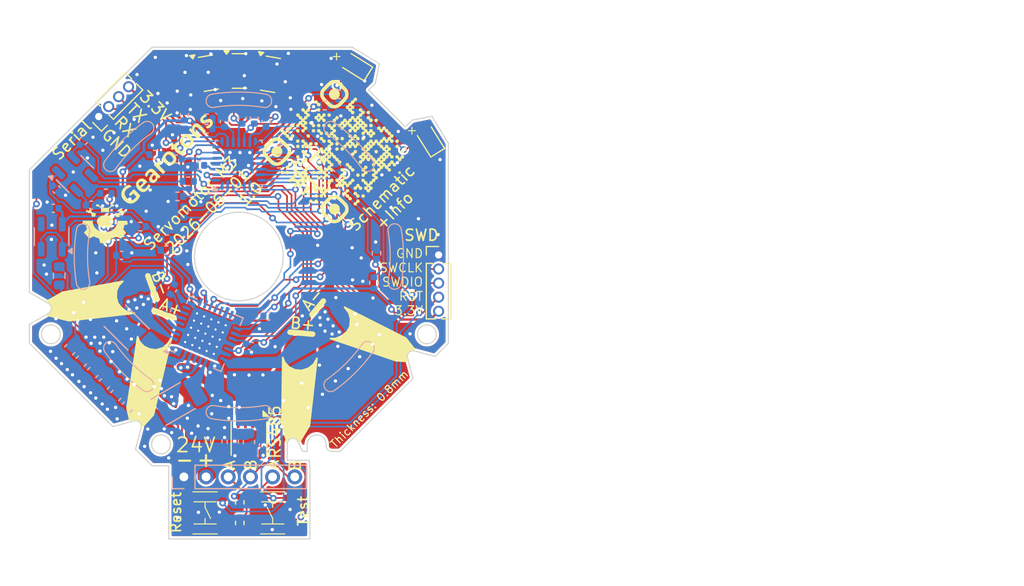
<source format=kicad_pcb>
(kicad_pcb (version 20241229) (generator "pcbnew") (generator_version "9.0")
  (title_block (title "Servo motor stepper M3") (date "2024-12-14") (rev "1.0"))
  (layers (0 "F.Cu" signal) (2 "B.Cu" signal) (13 "F.Paste" user) (15 "B.Paste" user) (5 "F.SilkS" user "F.Silkscreen") (7 "B.SilkS" user "B.Silkscreen") (1 "F.Mask" user) (3 "B.Mask" user) (25 "Edge.Cuts" user))
  (net 0 "")
  (net 1 "GND")
  (net 2 "/index/schTop/RS485_B")
  (net 3 "+24V")
  (net 4 "/index/schTop/RS485_A")
  (net 5 "+3.3V")
  (net 6 "/index/schTop/HALL1")
  (net 7 "/index/schTop/RESET")
  (net 8 "/index/schTop/HALL2")
  (net 9 "/index/schTop/HALL3")
  (net 10 "unconnected-(U1-VREF-Pad17)")
  (net 11 "Net-(U1-CP2)")
  (net 12 "/index/schTop/REF24")
  (net 13 "/index/schTop/TEMPERATURE")
  (net 14 "Net-(U1-CP1)")
  (net 15 "unconnected-(U1-VCP-Pad6)")
  (net 16 "/index/schTop/UART2 RX")
  (net 17 "/index/schTop/UART2 TX")
  (net 18 "/index/schTop/SWCLK")
  (net 19 "/index/schTop/SWDIO")
  (net 20 "unconnected-(U1-SENSE1-Pad23)")
  (net 21 "unconnected-(U1-SENSE2-Pad27)")
  (net 24 "/index/schTop/~{MENABLE}")
  (net 25 "/index/schTop/LED_GREEN")
  (net 26 "/index/schTop/LED_RED")
  (net 27 "/index/schTop/RS485_EN")
  (net 28 "/index/schTop/~{nFAULT}")
  (net 29 "/index/schTop/OVER_VOLTAGE")
  (net 30 "/index/schTop/IMCONTROL")
  (net 31 "/index/schTop/PWMOV")
  (net 32 "/index/schTop/B+")
  (net 33 "/index/schTop/STEP")
  (net 34 "/index/schTop/DIR")
  (net 35 "Net-(U3-V+)")
  (net 36 "/index/schTop/A+")
  (net 37 "/index/schTop/A-")
  (net 38 "/index/schTop/B-")
  (net 39 "/index/schTop/RS485_D")
  (net 40 "/index/schTop/RS485_R")
  (net 41 "unconnected-(D2-A-Pad2)")
  (net 42 "+5V")
  (net 44 "/index/schTop/MS1")
  (net 45 "Net-(U3--)")
  (net 46 "Net-(R8-Pad2)")
  (net 47 "/index/schTop/VIO")
  (net 48 "Net-(U3-+)")
  (net 50 "/index/schTop/MS2")
  (net 52 "Net-(U2-PB7)")
  (net 53 "Net-(D1-A)")
  (footprint "servo_motor:TS3735PA-250gf" (layer "F.Cu") (at 146.5 116.4 -90)
    (property "Reference" "SW2" (hide yes))
    (property "Value" "TS3735PA-250gf")
  )
  (footprint "servo_motor:Pad_3mm_TopOnly" (layer "F.Cu") (at 140.08 96.75)
    (property "Reference" "J8" (hide yes))
    (property "Value" "Conn_01x01_Socket" (hide yes))
  )
  (footprint "Package_TO_SOT_SMD:SOT-23" (layer "F.Cu") (at 149.6 76.5)
    (property "Reference" "U7" (hide yes))
    (property "Value" "AH49HSC")
  )
  (footprint "LOGO" (layer "F.Cu") (at 158.167048 83.781442 45)
    (property "Reference" "G***" (hide yes))
    (property "Value" "LOGO" (hide yes))
  )
  (footprint "Package_TO_SOT_SMD:SOT-23" (layer "F.Cu") (at 146.8 76.7 9.6)
    (property "Reference" "U4" (hide yes))
    (property "Value" "AH49HSC")
  )
  (footprint "servo_motor:Pad_3mm_TopOnly" (layer "F.Cu") (at 141.95 100.07)
    (property "Reference" "J3" (hide yes))
    (property "Value" "Conn_01x01_Socket" (hide yes))
  )
  (footprint "Connector_PinHeader_1.27mm:PinHeader_1x05_P1.27mm_Vertical" (layer "F.Cu") (at 167.57 93.11)
    (property "Reference" "J2" (hide yes))
    (property "Value" "01x05 male P=1.27mm")
  )
  (footprint "LED_SMD:LED_0603_1608Metric" (layer "F.Cu") (at 166.7 82.62 122)
    (property "Reference" "D2" (hide yes))
    (property "Value" "MHT192UGCT")
  )
  (footprint "Connector_PinHeader_1.27mm:PinHeader_1x04_P1.27mm_Vertical" (layer "F.Cu") (at 136.906497 80.613503 135)
    (property "Reference" "J1" (hide yes))
    (property "Value" "01x04 male P=1.27mm")
  )
  (footprint "Resistor_SMD:R_0402_1005Metric" (layer "F.Cu") (at 149.63 115.45 90)
    (property "Reference" "R2" (hide yes))
    (property "Value" "10k")
  )
  (footprint "Package_DFN_QFN:DFN-8-1EP_3x3mm_P0.65mm_EP1.5x2.25mm" (layer "F.Cu") (at 150.4625 109.697501 -90)
    (property "Reference" "U10" (hide yes))
    (property "Value" "SIT3088E")
  )
  (footprint "servo_motor:TS3735PA-250gf" (layer "F.Cu") (at 152.6 116.4 90)
    (property "Reference" "SW1" (hide yes))
    (property "Value" "TS3735PA-250gf")
  )
  (footprint "servo_motor:Pad_3mm_TopOnly" (layer "F.Cu") (at 158.03 99.06)
    (property "Reference" "J6" (hide yes))
    (property "Value" "Conn_01x01_Socket" (hide yes))
  )
  (footprint "Package_TO_SOT_SMD:SOT-23" (layer "F.Cu") (at 152.4 76.8 -9.6)
    (property "Reference" "U6" (hide yes))
    (property "Value" "AH49HSC")
  )
  (footprint "LED_SMD:LED_0603_1608Metric" (layer "F.Cu") (at 159.969056 75.979055 148)
    (property "Reference" "D1" (hide yes))
    (property "Value" "KT-0603R")
  )
  (footprint "Resistor_SMD:R_0402_1005Metric" (layer "F.Cu") (at 149.63 117.31 -90)
    (property "Reference" "R17" (hide yes))
    (property "Value" "10k")
  )
  (footprint "servo_motor:Pad_3mm_TopOnly" (layer "F.Cu") (at 155.05 101.93)
    (property "Reference" "J7" (hide yes))
    (property "Value" "Conn_01x01_Socket" (hide yes))
  )
  (footprint "Package_DFN_QFN:QFN-28_4x4mm_P0.5mm" (layer "B.Cu") (at 149.54 84.87)
    (property "Reference" "U2" (hide yes))
    (property "Value" "STM32G031G8Ux")
  )
  (footprint "Capacitor_SMD:C_0603_1608Metric" (layer "B.Cu") (at 139.48 106.84 -135)
    (property "Reference" "C7" (hide yes))
    (property "Value" "10uF")
  )
  (footprint "Package_TO_SOT_SMD:SOT-23-5" (layer "B.Cu") (at 132.66 91.46 90)
    (property "Reference" "U11" (hide yes))
    (property "Value" "ME6211C33M5")
  )
  (footprint "Capacitor_SMD:C_0603_1608Metric" (layer "B.Cu") (at 138.45 105.8 -135)
    (property "Reference" "C14" (hide yes))
    (property "Value" "10uF")
  )
  (footprint "Resistor_SMD:R_0402_1005Metric" (layer "B.Cu") (at 146.64 81.72 180)
    (property "Reference" "R29" (hide yes))
    (property "Value" "4.7k")
  )
  (footprint "Capacitor_SMD:C_0603_1608Metric" (layer "B.Cu") (at 149 109.97 -90)
    (property "Reference" "C16" (hide yes))
    (property "Value" "10uF")
  )
  (footprint "Resistor_SMD:R_0402_1005Metric" (layer "B.Cu") (at 161.97 92.95 -90)
    (property "Reference" "R4" (hide yes))
    (property "Value" "10k")
  )
  (footprint "Resistor_SMD:R_2010_5025Metric" (layer "B.Cu") (at 139.43 99.67 -45)
    (property "Reference" "R3" (hide yes))
    (property "Value" "150m")
  )
  (footprint "Resistor_SMD:R_0402_1005Metric" (layer "B.Cu") (at 144.01 87.82)
    (property "Reference" "R23" (hide yes))
    (property "Value" "10k")
  )
  (footprint "Resistor_SMD:R_0402_1005Metric" (layer "B.Cu") (at 144.58 89.23 -90)
    (property "Reference" "R9" (hide yes))
    (property "Value" "470R")
  )
  (footprint "Capacitor_SMD:C_0402_1005Metric" (layer "B.Cu") (at 150.62 101.33 -22.5)
    (property "Reference" "C1" (hide yes))
    (property "Value" "10nF" (hide yes))
  )
  (footprint "Resistor_SMD:R_0402_1005Metric" (layer "B.Cu") (at 144.98 86.46 180)
    (property "Reference" "R8" (hide yes))
    (property "Value" "1.5k")
  )
  (footprint "Resistor_SMD:R_0402_1005Metric" (layer "B.Cu") (at 157.29 79.62)
    (property "Reference" "R11" (hide yes))
    (property "Value" "470R")
  )
  (footprint "Capacitor_SMD:C_0402_1005Metric" (layer "B.Cu") (at 133.1 87.21 -45)
    (property "Reference" "C30" (hide yes))
    (property "Value" "100pF")
  )
  (footprint "Resistor_SMD:R_0402_1005Metric" (layer "B.Cu") (at 143 92.68 180)
    (property "Reference" "R6" (hide yes))
    (property "Value" "10k")
  )
  (footprint "Resistor_SMD:R_0402_1005Metric" (layer "B.Cu") (at 161.74 95.63 -90)
    (property "Reference" "R5" (hide yes))
    (property "Value" "10k")
  )
  (footprint "Capacitor_SMD:C_0402_1005Metric" (layer "B.Cu") (at 151.76 110.26 -90)
    (property "Reference" "C35" (hide yes))
    (property "Value" "10uF" (hide yes))
  )
  (footprint "Capacitor_SMD:C_0402_1005Metric" (layer "B.Cu") (at 132.81 88.9 180)
    (property "Reference" "C5" (hide yes))
    (property "Value" "10uF")
  )
  (footprint "Capacitor_SMD:C_0402_1005Metric" (layer "B.Cu") (at 136.24 88.62)
    (property "Reference" "C22" (hide yes))
    (property "Value" "10uF")
  )
  (footprint "Package_TO_SOT_SMD:SOT-23-5" (layer "B.Cu") (at 134.76 85.8 -45)
    (property "Reference" "U3" (hide yes))
    (property "Value" "LM321")
  )
  (footprint "Resistor_SMD:R_0402_1005Metric" (layer "B.Cu") (at 137.55 87.56)
    (property "Reference" "R7" (hide yes))
    (property "Value" "470R")
  )
  (footprint "Resistor_SMD:R_0402_1005Metric" (layer "B.Cu") (at 142 84.05 180)
    (property "Reference" "R15" (hide yes))
    (property "Value" "10k")
  )
  (footprint "Capacitor_SMD:C_0402_1005Metric" (layer "B.Cu") (at 135.54 82.79 45)
    (property "Reference" "C28" (hide yes))
    (property "Value" "1uF" (hide yes))
  )
  (footprint "Capacitor_SMD:C_0402_1005Metric" (layer "B.Cu") (at 148.24 81.07 90)
    (property "Reference" "C41" (hide yes))
    (property "Value" "100nF" (hide yes))
  )
  (footprint "Connector_PinSocket_2.00mm:PinSocket_1x06_P2.00mm_Vertical" (layer "B.Cu") (at 144.59 113.15 -90)
    (property "Reference" "J4" (hide yes))
    (property "Value" "Conn_01x06_Socket")
  )
  (footprint "Resistor_SMD:R_0603_1608Metric" (layer "B.Cu") (at 133.34 94.99 90)
    (property "Reference" "R27" (hide yes))
    (property "Value" "18k")
  )
  (footprint "Capacitor_SMD:C_0603_1608Metric" (layer "B.Cu") (at 150.46 110 -90)
    (property "Reference" "C12" (hide yes))
    (property "Value" "10uF")
  )
  (footprint "Capacitor_SMD:C_0402_1005Metric" (layer "B.Cu") (at 152.24 98.62)
    (property "Reference" "C6" (hide yes))
    (property "Value" "1uF")
  )
  (footprint "Resistor_SMD:R_0402_1005Metric" (layer "B.Cu") (at 158.359375 85.209375 -45)
    (property "Reference" "R13" (hide yes))
    (property "Value" "10k")
  )
  (footprint "Resistor_SMD:R_0402_1005Metric" (layer "B.Cu") (at 143.05 91.7 180)
    (property "Reference" "R24" (hide yes))
    (property "Value" "10k")
  )
  (footprint "Capacitor_SMD:C_0402_1005Metric" (layer "B.Cu") (at 149.84 80.77 90)
    (property "Reference" "C17" (hide yes))
    (property "Value" "1nF")
  )
  (footprint "Capacitor_SMD:C_0402_1005Metric" (layer "B.Cu") (at 144.64 80.47 90)
    (property "Reference" "C9" (hide yes))
    (property "Value" "10uF")
  )
  (footprint "Resistor_SMD:R_2010_5025Metric" (layer "B.Cu") (at 143.62 106.56 30)
    (property "Reference" "R1" (hide yes))
    (property "Value" "150m")
  )
  (footprint "Resistor_SMD:R_0402_1005Metric" (layer "B.Cu") (at 158.56 78.6)
    (property "Reference" "R12" (hide yes))
    (property "Value" "470R")
  )
  (footprint "Resistor_SMD:R_0402_1005Metric" (layer "B.Cu") (at 153.17 83.66)
    (property "Reference" "R22" (hide yes))
    (property "Value" "10k")
  )
  (footprint "Resistor_SMD:R_0402_1005Metric" (layer "B.Cu") (at 140.66 90.55 180)
    (property "Reference" "R26" (hide yes))
    (property "Value" "1.5k")
  )
  (footprint "Package_DFN_QFN:QFN-28-1EP_5x5mm_P0.5mm_EP3.75x3.75mm_ThermalVias" (layer "B.Cu") (at 146.53 100.22 -22.5)
    (property "Reference" "U1" (hide yes))
    (property "Value" "ATD5833")
  )
  (footprint "Capacitor_SMD:C_0402_1005Metric" (layer "B.Cu") (at 143.060162 98.00783 67.5)
    (property "Reference" "C2" (hide yes))
    (property "Value" "100nF" (hide yes))
  )
  (footprint "Capacitor_SMD:C_0402_1005Metric" (layer "B.Cu") (at 153.26 82.71)
    (property "Reference" "C36" (hide yes))
    (property "Value" "100nF" (hide yes))
  )
  (footprint "Capacitor_SMD:C_0603_1608Metric" (layer "B.Cu") (at 136.37 103.73 -135)
    (property "Reference" "C15" (hide yes))
    (property "Value" "10uF")
  )
  (footprint "Resistor_SMD:R_0402_1005Metric" (layer "B.Cu") (at 146.64 80.77 180)
    (property "Reference" "TH1" (hide yes))
    (property "Value" "100k 1% NTC")
  )
  (footprint "Capacitor_SMD:C_0603_1608Metric" (layer "B.Cu") (at 146.02 109.94 -90)
    (property "Reference" "C8" (hide yes))
    (property "Value" "10uF")
  )
  (footprint "Capacitor_SMD:C_0402_1005Metric" (layer "B.Cu") (at 146.98 87.96 180)
    (property "Reference" "C21" (hide yes))
    (property "Value" "100pF")
  )
  (footprint "Capacitor_SMD:C_0402_1005Metric" (layer "B.Cu") (at 138.96 93.15)
    (property "Reference" "C4" (hide yes))
    (property "Value" "4.7uF")
  )
  (footprint "Capacitor_SMD:C_0603_1608Metric" (layer "B.Cu") (at 147.52 109.94 -90)
    (property "Reference" "C13" (hide yes))
    (property "Value" "10uF")
  )
  (footprint "Capacitor_SMD:C_0402_1005Metric" (layer "B.Cu") (at 143.54 96.21 -112.5)
    (property "Reference" "C3" (hide yes))
    (property "Value" "100nF" (hide yes))
  )
  (footprint "Capacitor_SMD:C_0402_1005Metric" (layer "B.Cu") (at 150.94 80.77 90)
    (property "Reference" "C20" (hide yes))
    (property "Value" "1nF" (hide yes))
  )
  (footprint "Capacitor_SMD:C_0402_1005Metric" (layer "B.Cu") (at 145.94 85.02 180)
    (property "Reference" "C37" (hide yes))
    (property "Value" "100nF" (hide yes))
  )
  (footprint "Capacitor_SMD:C_0603_1608Metric" (layer "B.Cu") (at 135.33 102.7 -135)
    (property "Reference" "C10" (hide yes))
    (property "Value" "10uF")
  )
  (footprint "Capacitor_SMD:C_0603_1608Metric" (layer "B.Cu") (at 134.28 101.67 -135)
    (property "Reference" "C11" (hide yes))
    (property "Value" "10uF")
  )
  (footprint "Capacitor_SMD:C_0402_1005Metric" (layer "B.Cu") (at 151.99 81.07 90)
    (property "Reference" "C23" (hide yes))
    (property "Value" "1nF")
  )
  (footprint "Capacitor_SMD:C_0603_1608Metric" (layer "B.Cu") (at 137.41 104.76 -135)
    (property "Reference" "C19" (hide yes))
    (property "Value" "10uF")
  )
  (footprint "Resistor_SMD:R_0402_1005Metric" (layer "B.Cu") (at 153.19 84.87)
    (property "Reference" "R25" (hide yes))
    (property "Value" "10k")
  )
  (footprint "Capacitor_SMD:C_0402_1005Metric" (layer "B.Cu") (at 143.9 84.45 180)
    (property "Reference" "C18" (hide yes))
    (property "Value" "100nF" (hide yes))
  )
  (gr_line (start 136.251502 89.206437) (end 136.248012 89.118133) (stroke (width 0.026105)) (layer "F.SilkS"))
  (gr_line (start 137.054738 92.022249) (end 137.902872 92.028236) (stroke (width 0.026105)) (layer "F.SilkS"))
  (gr_line (start 136.163694 88.878158) (end 136.147731 88.875165) (stroke (width 0.026105)) (layer "F.SilkS"))
  (gr_poly (pts (xy 136.079372 88.872669) (xy 136.147722 88.875161) (xy 136.174666 88.882148) (xy 136.197116 88.898612) (xy 136.212083 88.922561) (xy 136.216076 88.949502) (xy 136.131763 88.943019) (xy 136.114804 88.938031) (xy 136.076888 88.936031) (xy 136.058427 88.929548) (xy 136.058422 88.929544) (xy 136.047944 88.913082) (xy 136.048445 88.893622) (xy 136.060914 88.878155)) (fill yes) (layer "F.SilkS"))
  (gr_poly (pts (xy 139.192533 89.189978) (xy 139.200016 89.187481) (xy 139.271862 89.243361) (xy 139.256892 89.25633) (xy 139.237438 89.261817) (xy 139.143143 89.190477)) (fill yes) (layer "F.SilkS"))
  (gr_poly (pts (xy 137.148533 88.825285) (xy 137.214391 88.852223) (xy 137.283238 88.868189) (xy 137.354083 88.873178) (xy 137.670886 88.867689) (xy 137.833026 89.246354) (xy 137.788123 89.23937) (xy 137.728757 89.229891) (xy 137.670383 89.220409) (xy 137.620991 89.217913) (xy 137.559626 89.214423) (xy 137.088675 88.787376)) (fill yes) (layer "F.SilkS"))
  (gr_line (start 136.358765 90.207737) (end 136.365254 90.251141) (stroke (width 0.026105)) (layer "F.SilkS"))
  (gr_line (start 138.103425 90.905701) (end 138.144838 90.880258) (stroke (width 0.026105)) (layer "F.SilkS"))
  (gr_line (start 136.216081 88.949506) (end 136.20211 88.904602) (stroke (width 0.026105)) (layer "F.SilkS"))
  (gr_poly (pts (xy 136.404667 89.333658) (xy 136.584271 89.348626) (xy 136.60273 89.354115) (xy 136.617201 89.36659) (xy 136.625682 89.384051) (xy 136.626681 89.403006) (xy 136.371739 89.326673) (xy 136.371738 89.326674)) (fill yes) (layer "F.SilkS"))
  (gr_line (start 136.350288 90.076528) (end 136.350787 90.119932) (stroke (width 0.026105)) (layer "F.SilkS"))
  (gr_line (start 137.670884 88.867685) (end 137.35408 88.87317) (stroke (width 0.026105)) (layer "F.SilkS"))
  (gr_line (start 136.404418 89.333654) (end 136.404667 89.333658) (stroke (width 0.026105)) (layer "F.SilkS"))
  (gr_line (start 138.552446 90.388834) (end 138.56791 90.346427) (stroke (width 0.026105)) (layer "F.SilkS"))
  (gr_line (start 136.211589 89.06575) (end 136.216082 88.949507) (stroke (width 0.026105)) (layer "F.SilkS"))
  (gr_line (start 136.704505 88.69656) (end 136.840709 88.718014) (stroke (width 0.026105)) (layer "F.SilkS"))
  (gr_poly (pts (xy 136.314865 89.634999) (xy 136.295406 89.630506) (xy 136.278447 89.618529) (xy 136.267468 89.60157) (xy 136.267467 89.601571) (xy 136.264474 89.581614)) (fill yes) (layer "F.SilkS"))
  (gr_line (start 137.984699 90.465671) (end 138.01912 90.437236) (stroke (width 0.026105)) (layer "F.SilkS"))
  (gr_line (start 137.860469 88.812808) (end 137.890901 88.792351) (stroke (width 0.026105)) (layer "F.SilkS"))
  (gr_line (start 137.490776 91.07433) (end 137.540169 91.07283) (stroke (width 0.026105)) (layer "F.SilkS"))
  (gr_line (start 138.724067 89.673412) (end 138.764977 89.654453) (stroke (width 0.026105)) (layer "F.SilkS"))
  (gr_line (start 137.68884 91.055867) (end 137.738233 91.046393) (stroke (width 0.026105)) (layer "F.SilkS"))
  (gr_poly (pts (xy 136.715487 88.558869) (xy 136.740928 88.555371) (xy 136.940488 88.751943) (xy 136.892097 88.730489) (xy 136.840709 88.718014) (xy 136.679567 88.59279) (xy 136.694033 88.572336)) (fill yes) (layer "F.SilkS"))
  (gr_line (start 136.248012 89.118133) (end 136.230551 89.094686) (stroke (width 0.026105)) (layer "F.SilkS"))
  (gr_line (start 137.340607 91.067844) (end 137.390494 91.071834) (stroke (width 0.026105)) (layer "F.SilkS"))
  (gr_line (start 138.075992 88.732982) (end 138.030595 88.753436) (stroke (width 0.026105)) (layer "F.SilkS"))
  (gr_line (start 138.967531 88.962974) (end 138.935103 88.987421) (stroke (width 0.026105)) (layer "F.SilkS"))
  (gr_poly (pts (xy 135.509138 90.026637) (xy 135.509133 90.026637) (xy 135.509135 90.026632)) (fill yes) (layer "F.SilkS"))
  (gr_line (start 136.928016 88.626715) (end 136.941988 88.672616) (stroke (width 0.026105)) (layer "F.SilkS"))
  (gr_poly (pts (xy 138.933607 88.997895) (xy 138.933605 88.997898) (xy 138.933604 89.056769) (xy 138.865752 88.97195) (xy 138.870247 88.944513) (xy 138.88571 88.921064)) (fill yes) (layer "F.SilkS"))
  (gr_line (start 135.867847 89.14108) (end 135.882813 89.157045) (stroke (width 0.026105)) (layer "F.SilkS"))
  (gr_line (start 136.758395 90.051587) (end 136.756396 90.089501) (stroke (width 0.026105)) (layer "F.SilkS"))
  (gr_poly (pts (xy 135.756592 90.401811) (xy 135.420333 90.32099) (xy 135.509133 90.026637)) (fill yes) (layer "F.SilkS"))
  (gr_poly (pts (xy 139.076794 89.118136) (xy 139.097247 89.139588) (xy 139.111217 89.166529) (xy 139.1177 89.179001) (xy 139.05035 89.104663)) (fill yes) (layer "F.SilkS"))
  (gr_line (start 138.200722 90.127914) (end 138.204711 90.089997) (stroke (width 0.026105)) (layer "F.SilkS"))
  (gr_poly (pts (xy 135.9786 89.110151) (xy 136.241023 89.381552) (xy 136.19662 89.337151) (xy 136.177166 89.32268) (xy 136.154712 89.313199) (xy 135.96513 89.136588) (xy 135.978598 89.110148)) (fill yes) (layer "F.SilkS"))
  (gr_poly (pts (xy 135.867847 89.14108) (xy 135.869839 89.149064) (xy 135.875329 89.154552) (xy 135.942181 89.242356) (xy 135.791013 89.170018) (xy 135.805481 89.063752)) (fill yes) (layer "F.SilkS"))
  (gr_poly (pts (xy 139.44897 90.042098) (xy 139.522312 90.330963) (xy 139.189543 90.415278) (xy 139.17757 90.549984) (xy 139.142647 90.687683) (xy 139.09475 90.79644) (xy 138.590858 90.261616) (xy 138.608323 90.147367) (xy 138.610815 90.032119)) (fill yes) (layer "F.SilkS"))
  (gr_line (start 135.791015 89.170018) (end 135.804985 89.212925) (stroke (width 0.026105)) (layer "F.SilkS"))
  (gr_line (start 137.339116 90.621331) (end 137.388009 90.626319) (stroke (width 0.026105)) (layer "F.SilkS"))
  (gr_poly (pts (xy 138.933607 88.997895) (xy 138.933605 88.997898) (xy 138.933604 89.056769) (xy 138.865752 88.97195) (xy 138.870247 88.944513) (xy 138.88571 88.921064)) (fill yes) (layer "F.SilkS"))
  (gr_poly (pts (xy 136.961443 89.705842) (xy 137.04027 89.650965) (xy 137.129075 89.605061) (xy 137.224862 89.57014) (xy 137.326642 89.545198) (xy 137.430907 89.531724) (xy 137.536678 89.530728) (xy 137.641448 89.540704) (xy 137.742724 89.562159) (xy 137.838013 89.594587) (xy 137.925823 89.637494) (xy 138.004151 89.689878) (xy 138.072 89.750742) (xy 138.126385 89.818094) (xy 138.167789 89.891433) (xy 138.194229 89.968762) (xy 138.194239 89.968775) (xy 138.205214 90.048601) (xy 138.200729 90.128927) (xy 138.181266 90.20825) (xy 138.146842 90.28458) (xy 138.097952 90.356417) (xy 138.035584 90.42277) (xy 137.96175 90.481642) (xy 137.87843 90.532032) (xy 137.785634 90.572941) (xy 137.686851 90.602872) (xy 137.583076 90.62183) (xy 137.477812 90.629317) (xy 137.372542 90.62483) (xy 137.26927 90.609363) (xy 137.170986 90.581924) (xy 137.079186 90.544005) (xy 136.995372 90.49611) (xy 136.922035 90.439737) (xy 136.861166 90.374877) (xy 136.812774 90.304533) (xy 136.779346 90.229197) (xy 136.76039 90.150369) (xy 136.757396 90.070546) (xy 136.768869 89.990221) (xy 136.796308 89.911892) (xy 136.838217 89.838056) (xy 136.893593 89.768707)) (fill yes) (layer "F.SilkS"))
  (gr_line (start 138.500059 89.660941) (end 138.537977 89.669918) (stroke (width 0.026105)) (layer "F.SilkS"))
  (gr_line (start 137.174477 88.83725) (end 137.221369 88.854215) (stroke (width 0.026105)) (layer "F.SilkS"))
  (gr_poly (pts (xy 136.341802 89.312707) (xy 136.371738 89.326674) (xy 136.626676 89.403006) (xy 136.598741 89.55667) (xy 136.590257 89.58211) (xy 136.315362 89.292248)) (fill yes) (layer "F.SilkS"))
  (gr_line (start 136.905066 88.564851) (end 136.890599 88.561357) (stroke (width 0.026105)) (layer "F.SilkS"))
  (gr_line (start 135.802991 90.585906) (end 135.817457 90.644276) (stroke (width 0.026105)) (layer "F.SilkS"))
  (gr_line (start 137.065717 90.537518) (end 137.107125 90.556973) (stroke (width 0.026105)) (layer "F.SilkS"))
  (gr_poly (pts (xy 138.235646 88.568348) (xy 138.235638 88.56834) (xy 138.256597 88.575326) (xy 138.27206 88.590791) (xy 138.27805 88.612744) (xy 138.278553 88.671118) (xy 138.275057 88.685587) (xy 138.266077 88.696565) (xy 138.252605 88.702053) (xy 138.072503 88.560862)) (fill yes) (layer "F.SilkS"))
  (gr_line (start 137.685354 90.603371) (end 137.732251 90.590399) (stroke (width 0.026105)) (layer "F.SilkS"))
  (gr_line (start 139.362664 91.102271) (end 139.094749 90.796443) (stroke (width 0.026105)) (layer "F.SilkS"))
  (gr_poly (pts (xy 139.09475 90.79644) (xy 139.094749 90.796443) (xy 139.09475 90.79644)) (fill yes) (layer "F.SilkS"))
  (gr_line (start 137.786626 91.034917) (end 137.834522 91.021944) (stroke (width 0.026105)) (layer "F.SilkS"))
  (gr_poly (pts (xy 137.729257 88.862196) (xy 137.786634 88.847729) (xy 137.830039 88.956991) (xy 137.830031 88.956987) (xy 137.833025 89.246351) (xy 137.670884 88.867685)) (fill yes) (layer "F.SilkS"))
  (gr_line (start 138.872738 89.360102) (end 138.806386 89.422465) (stroke (width 0.026105)) (layer "F.SilkS"))
  (gr_poly (pts (xy 139.019918 89.100176) (xy 139.05035 89.104663) (xy 139.1177 89.179001) (xy 139.12918 89.187482) (xy 139.143143 89.190477) (xy 139.14315 89.190483) (xy 139.237442 89.261823) (xy 138.97851 89.100676)) (fill yes) (layer "F.SilkS"))
  (gr_line (start 139.237438 89.261817) (end 139.130672 89.272791) (stroke (width 0.026105)) (layer "F.SilkS"))
  (gr_poly (pts (xy 140.460391 86.354205) (xy 140.484652 86.332648) (xy 140.496787 86.32254) (xy 140.508925 86.312874) (xy 140.521062 86.303658) (xy 140.533202 86.294885) (xy 140.545342 86.286555) (xy 140.557486 86.278671) (xy 140.569621 86.271236) (xy 140.581757 86.264243) (xy 140.593887 86.257696) (xy 140.606017 86.251595) (xy 140.618138 86.24594) (xy 140.630255 86.24073) (xy 140.642441 86.235896) (xy 140.654607 86.231428) (xy 140.666749 86.227321) (xy 140.67887 86.22358) (xy 140.690969 86.220207) (xy 140.703053 86.217198) (xy 140.715107 86.214555) (xy 140.727145 86.212283) (xy 140.739155 86.210379) (xy 140.751147 86.20884) (xy 140.763112 86.207676) (xy 140.775057 86.206876) (xy 140.786981 86.206448) (xy 140.79888 86.206396) (xy 140.810754 86.206713) (xy 140.822607 86.207406) (xy 140.834427 86.208338) (xy 140.846207 86.209605) (xy 140.857954 86.211204) (xy 140.869665 86.213134) (xy 140.881335 86.215399) (xy 140.89297 86.217999) (xy 140.904566 86.22093) (xy 140.916132 86.224197) (xy 140.927658 86.227795) (xy 140.93915 86.23173) (xy 140.950605 86.235997) (xy 140.962022 86.240603) (xy 140.973408 86.245539) (xy 140.98476 86.250812) (xy 140.996074 86.256417) (xy 141.007356 86.262363) (xy 141.029744 86.274887) (xy 141.05186 86.28845) (xy 141.073697 86.303051) (xy 141.095253 86.318689) (xy 141.116532 86.335361) (xy 141.137525 86.353067) (xy 141.158235 86.371806) (xy 141.178656 86.39157) (xy 141.213151 86.426067) (xy 141.218039 86.431096) (xy 141.222633 86.436095) (xy 141.226923 86.441069) (xy 141.230911 86.446018) (xy 141.234595 86.450937) (xy 141.23798 86.45583) (xy 141.241065 86.460694) (xy 141.243844 86.465531) (xy 141.246327 86.470341) (xy 141.248504 86.475122) (xy 141.250382 86.479877) (xy 141.251957 86.484608) (xy 141.253234 86.489305) (xy 141.254206 86.493978) (xy 141.254875 86.498623) (xy 141.255246 86.503241) (xy 141.255282 86.507769) (xy 141.255054 86.512256) (xy 141.25457 86.516706) (xy 141.253827 86.521113) (xy 141.252822 86.525484) (xy 141.251561 86.529811) (xy 141.250042 86.534103) (xy 141.248268 86.538355) (xy 141.246234 86.542571) (xy 141.243945 86.546748) (xy 141.241401 86.550892) (xy 141.238597 86.554996) (xy 141.235541 86.559063) (xy 141.232229 86.563099) (xy 141.228664 86.567097) (xy 141.224845 86.571059) (xy 140.754785 87.041118) (xy 140.767106 87.053079) (xy 140.77951 87.064412) (xy 140.792003 87.075101) (xy 140.80459 87.085151) (xy 140.817275 87.094559) (xy 140.830053 87.103316) (xy 140.842938 87.111425) (xy 140.85593 87.118879) (xy 140.862429 87.12237) (xy 140.868939 87.125656) (xy 140.875462 87.12874) (xy 140.881992 87.131624) (xy 140.888532 87.134302) (xy 140.895085 87.136782) (xy 140.901648 87.139061) (xy 140.908218 87.14113) (xy 140.914803 87.143005) (xy 140.921394 87.144676) (xy 140.927996 87.146141) (xy 140.934612 87.147408) (xy 140.941239 87.148473) (xy 140.947868 87.149333) (xy 140.954512 87.149994) (xy 140.961167 87.15045) (xy 140.96789 87.150644) (xy 140.974631 87.150621) (xy 140.981385 87.150382) (xy 140.988156 87.149928) (xy 140.994943 87.149259) (xy 141.001747 87.148373) (xy 141.008564 87.14727) (xy 141.015393 87.145955) (xy 141.022238 87.144421) (xy 141.029096 87.142672) (xy 141.035967 87.14071) (xy 141.042852 87.138529) (xy 141.049745 87.136133) (xy 141.05665 87.13352) (xy 141.063568 87.130691) (xy 141.070497 87.127649) (xy 141.077378 87.124321) (xy 141.084268 87.120757) (xy 141.091165 87.116951) (xy 141.098069 87.112906) (xy 141.104984 87.108624) (xy 141.111902 87.104101) (xy 141.118829 87.09934) (xy 141.125767 87.094343) (xy 141.13271 87.089104) (xy 141.139663 87.083629) (xy 141.146626 87.077919) (xy 141.153597 87.071965) (xy 141.160579 87.06578) (xy 141.167571 87.059357) (xy 141.181585 87.045795) (xy 141.195543 87.031584) (xy 141.208822 87.017563) (xy 141.221406 87.00372) (xy 141.233305 86.990052) (xy 141.244509 86.976559) (xy 141.25502 86.963232) (xy 141.26484 86.950065) (xy 141.273955 86.937052) (xy 141.290395 86.911728) (xy 141.298021 86.899556) (xy 141.305255 86.887703) (xy 141.312081 86.876175) (xy 141.318497 86.864969) (xy 141.324499 86.854077) (xy 141.330085 86.843505) (xy 141.340384 86.823554) (xy 141.349576 86.805121) (xy 141.357644 86.788196) (xy 141.364577 86.772765) (xy 141.367807 86.765726) (xy 141.371021 86.759201) (xy 141.374233 86.753177) (xy 141.37744 86.747661) (xy 141.380646 86.742652) (xy 141.382252 86.74034) (xy 141.383858 86.738152) (xy 141.385464 86.736088) (xy 141.387076 86.734157) (xy 141.388686 86.732352) (xy 141.390303 86.730668) (xy 141.391241 86.729757) (xy 141.392194 86.728889) (xy 141.393159 86.728061) (xy 141.394135 86.727276) (xy 141.395123 86.726534) (xy 141.396123 86.725834) (xy 141.397136 86.725178) (xy 141.398158 86.724567) (xy 141.399191 86.724001) (xy 141.400234 86.723477) (xy 141.401286 86.722999) (xy 141.402348 86.722571) (xy 141.403415 86.722189) (xy 141.404495 86.72185) (xy 141.405578 86.721558) (xy 141.406674 86.721317) (xy 141.407722 86.721065) (xy 141.408795 86.720864) (xy 141.409889 86.720707) (xy 141.411001 86.720605) (xy 141.412136 86.720546) (xy 141.413293 86.720537) (xy 141.414465 86.720573) (xy 141.41566 86.720658) (xy 141.416876 86.720792) (xy 141.418112 86.720972) (xy 141.419371 86.721202) (xy 141.420651 86.721481) (xy 141.421945 86.721804) (xy 141.423266 86.722179) (xy 141.424604 86.7226) (xy 141.425964 86.723068) (xy 141.42738 86.723628) (xy 141.428827 86.724259) (xy 141.430313 86.724969) (xy 141.431831 86.725749) (xy 141.433387 86.726601) (xy 141.434978 86.727527) (xy 141.4366 86.728522) (xy 141.438261 86.729592) (xy 141.439958 86.730728) (xy 141.44169 86.73194) (xy 141.445267 86.734558) (xy 141.448989 86.737451) (xy 141.45286 86.740608) (xy 141.456749 86.743979) (xy 141.460856 86.747623) (xy 141.469685 86.755715) (xy 141.479311 86.764884) (xy 141.489694 86.775103) (xy 141.498898 86.784472) (xy 141.507232 86.793262) (xy 141.514687 86.801453) (xy 141.521263 86.809013) (xy 141.524414 86.812523) (xy 141.527398 86.815922) (xy 141.530216 86.819214) (xy 141.532865 86.822404) (xy 141.535344 86.825491) (xy 141.537644 86.828477) (xy 141.539774 86.831364) (xy 141.541727 86.834152) (xy 141.543578 86.836934) (xy 141.545292 86.839692) (xy 141.546872 86.842423) (xy 141.548321 86.845132) (xy 141.549643 86.847822) (xy 141.550833 86.850494) (xy 141.551898 86.853146) (xy 141.552835 86.855785) (xy 141.553205 86.857052) (xy 141.553549 86.858332) (xy 141.553867 86.859624) (xy 141.554157 86.860933) (xy 141.554422 86.862248) (xy 141.554659 86.86358) (xy 141.554877 86.864921) (xy 141.555064 86.866272) (xy 141.555231 86.867634) (xy 141.555373 86.869007) (xy 141.55559 86.871776) (xy 141.555718 86.874579) (xy 141.55576 86.877416) (xy 141.555779 86.878908) (xy 141.555681 86.880596) (xy 141.555452 86.88247) (xy 141.555107 86.884539) (xy 141.554641 86.886797) (xy 141.554057 86.889247) (xy 141.553351 86.891888) (xy 141.552526 86.894717) (xy 141.551581 86.89774) (xy 141.550522 86.900951) (xy 141.549344 86.904348) (xy 141.548051 86.907937) (xy 141.546645 86.911718) (xy 141.545119 86.915687) (xy 141.541729 86.92419) (xy 141.537828 86.933336) (xy 141.533476 86.9429) (xy 141.528673 86.952888) (xy 141.52342 86.963287) (xy 141.517713 86.9741) (xy 141.511554 86.985316) (xy 141.504942 86.996939) (xy 141.497879 87.008962) (xy 141.490473 87.021221) (xy 141.482614 87.03376) (xy 141.474303 87.046583) (xy 141.465541 87.05968) (xy 141.456324 87.073056) (xy 141.446659 87.0867) (xy 141.436537 87.100611) (xy 141.425966 87.114784) (xy 141.41501 87.129249) (xy 141.403626 87.143698) (xy 141.391802 87.158125) (xy 141.379542 87.172539) (xy 141.366834 87.186929) (xy 141.353676 87.201299) (xy 141.340063 87.215643) (xy 141.32599 87.229962) (xy 141.300225 87.254921) (xy 141.274443 87.278279) (xy 141.248652 87.300038) (xy 141.222856 87.320197) (xy 141.197051 87.338762) (xy 141.171239 87.35573) (xy 141.145427 87.371108) (xy 141.119606 87.384895) (xy 141.106667 87.39105) (xy 141.093717 87.396808) (xy 141.080761 87.402164) (xy 141.067788 87.407115) (xy 141.054807 87.411669) (xy 141.041819 87.41582) (xy 141.02882 87.41957) (xy 141.015819 87.422916) (xy 141.002798 87.425859) (xy 140.989775 87.428397) (xy 140.976746 87.430535) (xy 140.963706 87.432271) (xy 140.950659 87.433602) (xy 140.937602 87.434531) (xy 140.924541 87.435055) (xy 140.911472 87.435177) (xy 140.898315 87.434854) (xy 140.885158 87.43411) (xy 140.871991 87.432952) (xy 140.858824 87.431369) (xy 140.845654 87.429363) (xy 140.832478 87.42694) (xy 140.819293 87.424095) (xy 140.806111 87.420833) (xy 140.792916 87.417149) (xy 140.779719 87.413045) (xy 140.766514 87.408522) (xy 140.753309 87.403585) (xy 140.740092 87.398222) (xy 140.726873 87.392443) (xy 140.713645 87.386249) (xy 140.700412 87.379631) (xy 140.687169 87.372494) (xy 140.673911 87.364942) (xy 140.660639 87.35698) (xy 140.64735 87.348609) (xy 140.634043 87.339821) (xy 140.620721 87.330623) (xy 140.594023 87.310991) (xy 140.567254 87.289706) (xy 140.540398 87.26677) (xy 140.513461 87.242177) (xy 140.486428 87.21593) (xy 140.461301 87.189975) (xy 140.43765 87.163859) (xy 140.415479 87.137577) (xy 140.398896 87.116379) (xy 140.614468 86.900804) (xy 140.94012 86.575154) (xy 140.928928 86.563736) (xy 140.917713 86.552939) (xy 140.906484 86.542771) (xy 140.895233 86.533225) (xy 140.883966 86.524307) (xy 140.872675 86.516012) (xy 140.861369 86.508345) (xy 140.850049 86.501304) (xy 140.838704 86.494888) (xy 140.827349 86.489103) (xy 140.815973 86.483941) (xy 140.804585 86.479412) (xy 140.793179 86.475508) (xy 140.781762 86.472233) (xy 140.770325 86.469591) (xy 140.758877 86.467574) (xy 140.747435 86.466277) (xy 140.736062 86.465726) (xy 140.724768 86.465922) (xy 140.713547 86.466864) (xy 140.702399 86.468557) (xy 140.691329 86.470996) (xy 140.68033 86.474183) (xy 140.669407 86.47812) (xy 140.658555 86.482803) (xy 140.647781 86.488236) (xy 140.637079 86.494417) (xy 140.626449 86.501347) (xy 140.61589 86.509026) (xy 140.605405 86.517454) (xy 140.594991 86.526637) (xy 140.584653 86.536563) (xy 140.579548 86.54179) (xy 140.574653 86.547055) (xy 140.56997 86.552355) (xy 140.565493 86.557697) (xy 140.561223 86.563075) (xy 140.557164 86.568494) (xy 140.553309 86.573949) (xy 140.549664 86.579445) (xy 140.546226 86.584982) (xy 140.542994 86.590556) (xy 140.539969 86.59617) (xy 140.53715 86.601824) (xy 140.534539 86.60752) (xy 140.532134 86.613254) (xy 140.529935 86.619032) (xy 140.527939 86.624849) (xy 140.526184 86.630631) (xy 140.524589 86.63642) (xy 140.523159 86.642211) (xy 140.521883 86.648005) (xy 140.520771 86.653802) (xy 140.519822 86.659604) (xy 140.51903 86.665409) (xy 140.518403 86.671217) (xy 140.517937 86.67703) (xy 140.517631 86.682845) (xy 140.517484 86.688664) (xy 140.517499 86.694486) (xy 140.517674 86.700309) (xy 140.518011 86.70614) (xy 140.518512 86.711972) (xy 140.519171 86.717804) (xy 140.519958 86.723673) (xy 140.520903 86.729543) (xy 140.522002 86.735415) (xy 140.523251 86.74129) (xy 140.524655 86.747168) (xy 140.526213 86.753048) (xy 140.527925 86.758932) (xy 140.529786 86.764818) (xy 140.531801 86.770703) (xy 140.533968 86.776591) (xy 140.536286 86.782481) (xy 140.538759 86.788368) (xy 140.541379 86.794263) (xy 140.544155 86.800153) (xy 140.547079 86.806044) (xy 140.550154 86.811934) (xy 140.556677 86.823447) (xy 140.563638 86.834843) (xy 140.571032 86.846132) (xy 140.578862 86.857302) (xy 140.587118 86.868355) (xy 140.595808 86.879292) (xy 140.604924 86.890109) (xy 140.614468 86.900804) (xy 140.398896 87.116379) (xy 140.394788 87.111131) (xy 140.375577 87.084517) (xy 140.357845 87.057744) (xy 140.341592 87.030806) (xy 140.32682 87.003701) (xy 140.32 86.99) (xy 140.313571 86.976308) (xy 140.30753 86.962626) (xy 140.301875 86.94895) (xy 140.296616 86.935283) (xy 140.29174 86.921623) (xy 140.287256 86.907974) (xy 140.283155 86.894334) (xy 140.279444 86.880705) (xy 140.276118 86.867087) (xy 140.273178 86.85348) (xy 140.270624 86.839885) (xy 140.268457 86.826301) (xy 140.266675 86.81273) (xy 140.265277 86.799171) (xy 140.264263 86.785626) (xy 140.263637 86.772003) (xy 140.263397 86.758426) (xy 140.263553 86.744898) (xy 140.264097 86.731416) (xy 140.265034 86.717985) (xy 140.266362 86.704601) (xy 140.268075 86.691267) (xy 140.270181 86.677978) (xy 140.272676 86.664736) (xy 140.275568 86.651542) (xy 140.278847 86.638399) (xy 140.282517 86.625304) (xy 140.286576 86.612256) (xy 140.291024 86.599255) (xy 140.295866 86.586304) (xy 140.301097 86.573397) (xy 140.306709 86.560452) (xy 140.312697 86.547602) (xy 140.319058 86.534842) (xy 140.325796 86.522177) (xy 140.33291 86.509609) (xy 140.340398 86.49713) (xy 140.348264 86.484744) (xy 140.356512 86.472455) (xy 140.365134 86.460256) (xy 140.374136 86.448155) (xy 140.383519 86.436148) (xy 140.39328 86.424237) (xy 140.403426 86.412418) (xy 140.41395 86.400696) (xy 140.424859 86.389068) (xy 140.43615 86.377541)) (fill yes) (layer "F.SilkS"))
  (gr_line (start 137.833024 89.246353) (end 137.830031 88.95699) (stroke (width 0.026105)) (layer "F.SilkS"))
  (gr_poly (pts (xy 139.44897 90.042098) (xy 139.522312 90.330963) (xy 139.189543 90.415278) (xy 139.17757 90.549984) (xy 139.142647 90.687683) (xy 139.09475 90.79644) (xy 138.590858 90.261616) (xy 138.608323 90.147367) (xy 138.610815 90.032119)) (fill yes) (layer "F.SilkS"))
  (gr_line (start 136.433108 90.461684) (end 136.453057 90.502592) (stroke (width 0.026105)) (layer "F.SilkS"))
  (gr_line (start 138.933605 88.997898) (end 138.933604 89.056769) (stroke (width 0.026105)) (layer "F.SilkS"))
  (gr_poly (pts (xy 136.230547 89.094686) (xy 136.240027 89.100174) (xy 136.245519 89.108655) (xy 136.248013 89.118135) (xy 136.220571 89.087698)) (fill yes) (layer "F.SilkS"))
  (gr_line (start 137.639452 91.063351) (end 137.68884 91.055867) (stroke (width 0.026105)) (layer "F.SilkS"))
  (gr_line (start 137.540169 91.07283) (end 137.590058 91.068842) (stroke (width 0.026105)) (layer "F.SilkS"))
  (gr_line (start 138.19473 89.973257) (end 138.184754 89.936342) (stroke (width 0.026105)) (layer "F.SilkS"))
  (gr_poly (pts (xy 136.655616 90.766013) (xy 136.750407 90.84484) (xy 136.854675 90.913189) (xy 137.902869 92.028234) (xy 137.054738 92.022249) (xy 136.944479 91.605663) (xy 135.756592 90.401811) (xy 135.509133 90.026637)) (fill yes) (layer "F.SilkS"))
  (gr_poly (pts (xy 136.679567 88.59279) (xy 136.679566 88.592795) (xy 136.679564 88.592785)) (fill yes) (layer "F.SilkS"))
  (gr_poly (pts (xy 142.248155 84.565575) (xy 142.251177 84.56267) (xy 142.254286 84.559758) (xy 142.257468 84.556841) (xy 142.264055 84.550987) (xy 142.270935 84.545095) (xy 142.274483 84.542258) (xy 142.278115 84.539453) (xy 142.281843 84.536681) (xy 142.285659 84.533949) (xy 142.289571 84.531258) (xy 142.293585 84.528609) (xy 142.297701 84.526009) (xy 142.301922 84.523461) (xy 142.306155 84.52079) (xy 142.310308 84.518254) (xy 142.314376 84.515855) (xy 142.318367 84.513593) (xy 142.322272 84.511471) (xy 142.326092 84.509485) (xy 142.329832 84.507636) (xy 142.333493 84.505922) (xy 142.335226 84.505074) (xy 142.336922 84.504285) (xy 142.338586 84.50355) (xy 142.340211 84.502874) (xy 142.341794 84.502251) (xy 142.343344 84.501683) (xy 142.34486 84.501175) (xy 142.346336 84.500716) (xy 142.347778 84.50031) (xy 142.349182 84.499958) (xy 142.350554 84.499656) (xy 142.351887 84.499407) (xy 142.353187 84.499207) (xy 142.354451 84.499058) (xy 142.355681 84.498959) (xy 142.356879 84.498909) (xy 142.357971 84.498863) (xy 142.35905 84.498847) (xy 142.36012 84.498852) (xy 142.361182 84.498886) (xy 142.362235 84.498937) (xy 142.36328 84.499018) (xy 142.364309 84.499126) (xy 142.365338 84.499255) (xy 142.366353 84.499411) (xy 142.36736 84.499594) (xy 142.368361 84.499801) (xy 142.369354 84.500037) (xy 142.370338 84.500301) (xy 142.371317 84.500588) (xy 142.372285 84.500905) (xy 142.373247 84.501246) (xy 142.375069 84.501973) (xy 142.377025 84.502839) (xy 142.379113 84.503851) (xy 142.381321 84.505009) (xy 142.38366 84.506319) (xy 142.386115 84.50778) (xy 142.388688 84.5094) (xy 142.391374 84.511186) (xy 142.394287 84.513259) (xy 142.39743 84.515647) (xy 142.400811 84.518342) (xy 142.404415 84.521344) (xy 142.408259 84.524644) (xy 142.412338 84.528245) (xy 142.416649 84.532139) (xy 142.42119 84.536324) (xy 142.431575 84.545729) (xy 142.443422 84.556844) (xy 142.456725 84.569683) (xy 142.471469 84.584268) (xy 142.486241 84.59926) (xy 142.499441 84.613114) (xy 142.511075 84.625847) (xy 142.516316 84.631795) (xy 142.521167 84.637468) (xy 142.525551 84.642784) (xy 142.529603 84.647882) (xy 142.533324 84.652754) (xy 142.536712 84.657403) (xy 142.539766 84.661826) (xy 142.542477 84.666019) (xy 142.544856 84.669985) (xy 142.54689 84.673718) (xy 142.547811 84.675541) (xy 142.548664 84.677329) (xy 142.549448 84.679088) (xy 142.550157 84.680811) (xy 142.550795 84.682507) (xy 142.551366 84.684165) (xy 142.551864 84.685792) (xy 142.552296 84.687387) (xy 142.552658 84.688945) (xy 142.552956 84.690468) (xy 142.553183 84.691957) (xy 142.553344 84.693408) (xy 142.553436 84.694827) (xy 142.553464 84.696207) (xy 142.553425 84.69755) (xy 142.55332 84.698857) (xy 142.553077 84.700112) (xy 142.552778 84.701346) (xy 142.552435 84.702565) (xy 142.552035 84.703766) (xy 142.551588 84.704952) (xy 142.551086 84.70612) (xy 142.550538 84.707277) (xy 142.549939 84.708415) (xy 142.549291 84.709536) (xy 142.548595 84.710644) (xy 142.547847 84.711737) (xy 142.547052 84.712817) (xy 142.546207 84.713878) (xy 142.545313 84.714926) (xy 142.544373 84.715961) (xy 142.543381 84.71698) (xy 142.542488 84.717856) (xy 142.541561 84.718722) (xy 142.540595 84.71958) (xy 142.539595 84.720431) (xy 142.538558 84.721271) (xy 142.537488 84.722106) (xy 142.536379 84.72293) (xy 142.535233 84.723742) (xy 142.534052 84.724546) (xy 142.532827 84.725338) (xy 142.531567 84.726118) (xy 142.53027 84.726889) (xy 142.52893 84.727646) (xy 142.52755 84.728391) (xy 142.526135 84.729124) (xy 142.524675 84.729843) (xy 142.498363 84.743292) (xy 142.494828 84.745099) (xy 142.49124 84.74701) (xy 142.487592 84.749014) (xy 142.483894 84.751112) (xy 142.47633 84.755542) (xy 142.468548 84.760246) (xy 142.464451 84.762697) (xy 142.460377 84.765346) (xy 142.456329 84.768188) (xy 142.452302 84.771226) (xy 142.4483 84.774464) (xy 142.444314 84.777901) (xy 142.440346 84.781541) (xy 142.436392 84.785384) (xy 142.434145 84.787692) (xy 142.431964 84.790058) (xy 142.429846 84.792488) (xy 142.427779 84.794971) (xy 142.425787 84.797517) (xy 142.423845 84.800119) (xy 142.421966 84.802782) (xy 142.420151 84.805504) (xy 142.418389 84.808278) (xy 142.416693 84.811112) (xy 142.415053 84.813996) (xy 142.413473 84.816939) (xy 142.411951 84.819932) (xy 142.410489 84.822982) (xy 142.409089 84.826081) (xy 142.407743 84.829235) (xy 142.40645 84.832507) (xy 142.405209 84.835853) (xy 142.404014 84.839275) (xy 142.402867 84.842772) (xy 142.40073 84.849998) (xy 142.398789 84.857518) (xy 142.397058 84.865343) (xy 142.395535 84.87347) (xy 142.39422 84.881895) (xy 142.393129 84.890625) (xy 142.392264 84.89949) (xy 142.391656 84.908766) (xy 142.39131 84.918454) (xy 142.391226 84.928555) (xy 142.39142 84.939062) (xy 142.391896 84.949984) (xy 142.392656 84.961315) (xy 142.39371 84.973062) (xy 142.395055 84.985022) (xy 142.396676 84.99745) (xy 142.398578 85.010346) (xy 142.400767 85.023705) (xy 142.403237 85.037532) (xy 142.406003 85.051822) (xy 142.409063 85.06658) (xy 142.412419 85.081804) (xy 142.894173 85.563559) (xy 142.895185 85.564615) (xy 142.896145 85.565696) (xy 142.897051 85.56681) (xy 142.897905 85.567949) (xy 142.898703 85.569117) (xy 142.899452 85.570315) (xy 142.900147 85.571545) (xy 142.900786 85.572804) (xy 142.901376 85.574091) (xy 142.901919 85.575413) (xy 142.902407 85.576766) (xy 142.902848 85.578152) (xy 142.903238 85.579572) (xy 142.903579 85.581021) (xy 142.903869 85.582503) (xy 142.904112 85.584022) (xy 142.904238 85.585521) (xy 142.904278 85.587063) (xy 142.904237 85.588643) (xy 142.904119 85.590265) (xy 142.903915 85.591924) (xy 142.903636 85.593626) (xy 142.903274 85.595363) (xy 142.902831 85.597141) (xy 142.902313 85.598956) (xy 142.901717 85.600806) (xy 142.90104 85.602695) (xy 142.900288 85.604617) (xy 142.89946 85.606576) (xy 142.898554 85.608574) (xy 142.89757 85.610604) (xy 142.896514 85.612672) (xy 142.894312 85.616883) (xy 142.891777 85.621306) (xy 142.888902 85.625943) (xy 142.885695 85.630795) (xy 142.882162 85.635865) (xy 142.878304 85.641158) (xy 142.874119 85.646675) (xy 142.869617 85.652425) (xy 142.864807 85.658276) (xy 142.859584 85.664425) (xy 142.853944 85.670867) (xy 142.847876 85.677601) (xy 142.841386 85.684624) (xy 142.834471 85.691929) (xy 142.827121 85.699518) (xy 142.81934 85.707383) (xy 142.811567 85.71507) (xy 142.804049 85.72235) (xy 142.796787 85.729226) (xy 142.789779 85.735702) (xy 142.783029 85.741777) (xy 142.776544 85.747463) (xy 142.770328 85.752755) (xy 142.764382 85.757663) (xy 142.758619 85.762177) (xy 142.753064 85.766395) (xy 142.747711 85.770315) (xy 142.742565 85.773923) (xy 142.737626 85.777217) (xy 142.732892 85.78019) (xy 142.72836 85.782835) (xy 142.724038 85.785142) (xy 142.722028 85.786147) (xy 142.720052 85.787074) (xy 142.71811 85.787927) (xy 142.716203 85.788706) (xy 142.714326 85.789408) (xy 142.712488 85.790034) (xy 142.710683 85.790585) (xy 142.708912 85.791061) (xy 142.707174 85.791462) (xy 142.705473 85.791788) (xy 142.703804 85.792037) (xy 142.702172 85.792211) (xy 142.700571 85.792313) (xy 142.699004 85.792336) (xy 142.697473 85.792285) (xy 142.695977 85.792159) (xy 142.694514 85.791857) (xy 142.693087 85.791514) (xy 142.691687 85.791121) (xy 142.690322 85.79068) (xy 142.68899 85.790188) (xy 142.687682 85.789652) (xy 142.686405 85.789065) (xy 142.685161 85.788433) (xy 142.68394 85.787749) (xy 142.682747 85.78702) (xy 142.681579 85.786241) (xy 142.680437 85.785415) (xy 142.679319 85.784542) (xy 142.678224 85.783621) (xy 142.677148 85.78265) (xy 142.676099 85.781633) (xy 141.90319 85.008724) (xy 141.902118 85.007623) (xy 141.901096 85.006509) (xy 141.900129 85.005386) (xy 141.899212 85.004249) (xy 141.898346 85.0031) (xy 141.897528 85.001938) (xy 141.896759 85.00076) (xy 141.896044 84.999571) (xy 141.895376 84.998364) (xy 141.894761 84.997138) (xy 141.894191 84.995901) (xy 141.893672 84.994643) (xy 141.893201 84.993365) (xy 141.892779 84.992074) (xy 141.892408 84.990763) (xy 141.892081 84.98943) (xy 141.891816 84.988117) (xy 141.891628 84.98677) (xy 141.891514 84.985381) (xy 141.891475 84.983949) (xy 141.89151 84.982482) (xy 141.891621 84.980967) (xy 141.891801 84.979418) (xy 141.892062 84.977827) (xy 141.892394 84.976198) (xy 141.892798 84.974528) (xy 141.893274 84.972821) (xy 141.893826 84.971075) (xy 141.89445 84.969289) (xy 141.895147 84.967466) (xy 141.895915 84.965604) (xy 141.896756 84.963705) (xy 141.897666 84.961664) (xy 141.898647 84.959593) (xy 141.900813 84.955378) (xy 141.903251 84.95106) (xy 141.905965 84.946641) (xy 141.908952 84.942126) (xy 141.912214 84.937519) (xy 141.915747 84.932823) (xy 141.919558 84.928041) (xy 141.923678 84.922884) (xy 141.928138 84.917498) (xy 141.932947 84.911889) (xy 141.938103 84.906063) (xy 141.943609 84.900024) (xy 141.949464 84.893777) (xy 141.955676 84.88733) (xy 141.962236 84.880685) (xy 141.968986 84.874019) (xy 141.975528 84.867718) (xy 141.981852 84.861779) (xy 141.987963 84.856202) (xy 141.993851 84.850979) (xy 141.999522 84.846113) (xy 142.004964 84.841594) (xy 142.010177 84.837421) (xy 142.015035 84.833536) (xy 142.01974 84.829993) (xy 142.024294 84.826787) (xy 142.028688 84.823919) (xy 142.032924 84.821387) (xy 142.037004 84.819188) (xy 142.040919 84.817324) (xy 142.042817 84.816514) (xy 142.044673 84.815788) (xy 142.046414 84.815105) (xy 142.048127 84.814487) (xy 142.049811 84.813927) (xy 142.051472 84.81343) (xy 142.053098 84.812995) (xy 142.054704 84.812624) (xy 142.05628 84.812314) (xy 142.057825 84.81206) (xy 142.05935 84.811871) (xy 142.060842 84.811748) (xy 142.062307 84.81168) (xy 142.063746 84.811676) (xy 142.065159 84.811737) (xy 142.066541 84.811857) (xy 142.067899 84.812037) (xy 142.069228 84.812282) (xy 142.070617 84.812551) (xy 142.071984 84.81287) (xy 142.073332 84.813238) (xy 142.074659 84.813657) (xy 142.075964 84.814124) (xy 142.077254 84.814646) (xy 142.078521 84.815217) (xy 142.079772 84.815841) (xy 142.081001 84.816521) (xy 142.082214 84.81725) (xy 142.083407 84.818035) (xy 142.084584 84.818877) (xy 142.085744 84.819776) (xy 142.086881 84.820727) (xy 142.088003 84.821737) (xy 142.089109 84.822804) (xy 142.185576 84.919273) (xy 142.182527 84.901191) (xy 142.179847 84.883676) (xy 142.177541 84.86673) (xy 142.1756 84.850356) (xy 142.174029 84.834557) (xy 142.17283 84.819338) (xy 142.172002 84.804701) (xy 142.171544 84.790648) (xy 142.171246 84.777061) (xy 142.171244 84.763932) (xy 142.171527 84.751252) (xy 142.172109 84.739034) (xy 142.172982 84.727272) (xy 142.174156 84.715975) (xy 142.175621 84.70514) (xy 142.177393 84.694766) (xy 142.179609 84.684734) (xy 142.182108 84.675029) (xy 142.184885 84.665644) (xy 142.18638 84.661073) (xy 142.187949 84.656579) (xy 142.189589 84.652166) (xy 142.1913 84.647831) (xy 142.193084 84.643573) (xy 142.194942 84.639393) (xy 142.196873 84.635291) (xy 142.198877 84.631263) (xy 142.200959 84.627312) (xy 142.203115 84.623438) (xy 142.207747 84.615817) (xy 142.21255 84.608419) (xy 142.217526 84.601233) (xy 142.222681 84.594262) (xy 142.228022 84.587502) (xy 142.233556 84.580952) (xy 142.239282 84.574613) (xy 142.245206 84.56848)) (fill yes) (layer "F.SilkS"))
  (gr_line (start 136.314865 89.634999) (end 136.501456 89.636996) (stroke (width 0.026105)) (layer "F.SilkS"))
  (gr_poly (pts (xy 138.235646 88.568348) (xy 138.235638 88.56834) (xy 138.256597 88.575326) (xy 138.27206 88.590791) (xy 138.27805 88.612744) (xy 138.278553 88.671118) (xy 138.275057 88.685587) (xy 138.266077 88.696565) (xy 138.252605 88.702053) (xy 138.072503 88.560862)) (fill yes) (layer "F.SilkS"))
  (gr_line (start 136.889604 90.407303) (end 136.919539 90.437236) (stroke (width 0.026105)) (layer "F.SilkS"))
  (gr_line (start 137.051742 91.003484) (end 137.09814 91.018953) (stroke (width 0.026105)) (layer "F.SilkS"))
  (gr_line (start 137.347101 89.54171) (end 137.298207 89.550688) (stroke (width 0.026105)) (layer "F.SilkS"))
  (gr_line (start 139.00545 88.962974) (end 138.967531 88.962974) (stroke (width 0.026105)) (layer "F.SilkS"))
  (gr_line (start 136.196624 89.337152) (end 136.241028 89.381555) (stroke (width 0.026105)) (layer "F.SilkS"))
  (gr_poly (pts (xy 137.601037 91.067848) (xy 137.730252 91.048393) (xy 137.855976 91.015464) (xy 138.471622 91.419572) (xy 138.314467 91.501893) (xy 138.16729 91.56226) (xy 137.470827 91.074335)) (fill yes) (layer "F.SilkS"))
  (gr_line (start 137.559626 89.214423) (end 137.620991 89.217913) (stroke (width 0.026105)) (layer "F.SilkS"))
  (gr_line (start 136.917038 90.94661) (end 136.960941 90.967567) (stroke (width 0.026105)) (layer "F.SilkS"))
  (gr_poly (pts (xy 138.12389 88.721012) (xy 138.079483 88.731486) (xy 138.008144 88.700055) (xy 138.024607 88.676606) (xy 138.035086 88.649168) (xy 138.039576 88.620732)) (fill yes) (layer "F.SilkS"))
  (gr_line (start 138.447674 90.588394) (end 138.472623 90.550479) (stroke (width 0.026105)) (layer "F.SilkS"))
  (gr_line (start 139.192533 89.189978) (end 139.207499 89.174011) (stroke (width 0.026105)) (layer "F.SilkS"))
  (gr_line (start 138.936101 88.899618) (end 138.891698 88.916079) (stroke (width 0.026105)) (layer "F.SilkS"))
  (gr_line (start 138.085472 89.765212) (end 138.05604 89.734782) (stroke (width 0.026105)) (layer "F.SilkS"))
  (gr_line (start 137.088659 88.787359) (end 137.130073 88.8148) (stroke (width 0.026105)) (layer "F.SilkS"))
  (gr_poly (pts (xy 136.655616 90.766013) (xy 136.750407 90.84484) (xy 136.854675 90.913189) (xy 137.902869 92.028234) (xy 137.054738 92.022249) (xy 136.944479 91.605663) (xy 135.756592 90.401811) (xy 135.509133 90.026637)) (fill yes) (layer "F.SilkS"))
  (gr_line (start 136.41514 90.420769) (end 136.433108 90.461684) (stroke (width 0.026105)) (layer "F.SilkS"))
  (gr_line (start 137.48779 90.629315) (end 137.537677 90.62632) (stroke (width 0.026105)) (layer "F.SilkS"))
  (gr_poly (pts (xy 138.421733 89.41299) (xy 138.724071 89.673418) (xy 138.537979 89.669922) (xy 138.511037 89.664934) (xy 138.486591 89.653458) (xy 138.465635 89.6355) (xy 138.450668 89.612548) (xy 138.443182 89.586108) (xy 138.420733 89.431945) (xy 138.42173 89.412982)) (fill yes) (layer "F.SilkS"))
  (gr_line (start 138.590858 90.260617) (end 138.599342 90.217214) (stroke (width 0.026105)) (layer "F.SilkS"))
  (gr_line (start 138.151827 90.275596) (end 138.168788 90.23967) (stroke (width 0.026105)) (layer "F.SilkS"))
  (gr_line (start 139.042367 89.10267) (end 139.019916 89.100178) (stroke (width 0.026105)) (layer "F.SilkS"))
  (gr_line (start 137.125579 88.953994) (end 137.132064 89.244853) (stroke (width 0.026105)) (layer "F.SilkS"))
  (gr_line (start 135.810471 89.049784) (end 135.805487 89.063757) (stroke (width 0.026105)) (layer "F.SilkS"))
  (gr_line (start 137.644443 89.540714) (end 137.595551 89.534723) (stroke (width 0.026105)) (layer "F.SilkS"))
  (gr_line (start 135.844898 90.715619) (end 135.870338 90.781972) (stroke (width 0.026105)) (layer "F.SilkS"))
  (gr_poly (pts (xy 137.088659 88.787359) (xy 137.559626 89.214423) (xy 137.485789 89.210427) (xy 137.48579 89.210434) (xy 137.394989 89.205441) (xy 137.12209 88.925559) (xy 137.112112 88.898617) (xy 137.097143 88.874668) (xy 136.962938 88.694564)) (fill yes) (layer "F.SilkS"))
  (gr_line (start 135.780042 90.495107) (end 135.802991 90.585906) (stroke (width 0.026105)) (layer "F.SilkS"))
  (gr_line (start 136.673077 88.617237) (end 136.671582 88.656651) (stroke (width 0.026105)) (layer "F.SilkS"))
  (gr_line (start 138.806387 89.422467) (end 138.780444 89.463378) (stroke (width 0.026105)) (layer "F.SilkS"))
  (gr_line (start 138.061022 90.929147) (end 138.103425 90.905701) (stroke (width 0.026105)) (layer "F.SilkS"))
  (gr_line (start 136.645136 90.756532) (end 136.679561 90.787966) (stroke (width 0.026105)) (layer "F.SilkS"))
  (gr_line (start 136.12478 88.940023) (end 136.114804 88.938026) (stroke (width 0.026105)) (layer "F.SilkS"))
  (gr_poly (pts (xy 139.032387 88.94701) (xy 139.032386 88.947005) (xy 139.032388 88.947004)) (fill yes) (layer "F.SilkS"))
  (gr_poly (pts (xy 164.804344 102.727523) (xy 164.71 102.27) (xy 164.815053 101.925053) (xy 165.12 101.74) (xy 165.507532 101.76) (xy 164.608353 100.623101) (xy 159.08 97.826697) (xy 159.47 98.330929) (xy 159.63 98.890508) (xy 159.57 99.576806) (xy 159.31 100.035421) (xy 158.831448 100.466191) (xy 158.294582 100.664788) (xy 157.810745 100.66079) (xy 163.73 102.66)) (stroke (width 0.15)) (fill yes) (layer "F.SilkS"))
  (gr_line (start 156.148256 98.489872) (end 157.171743 97.270128) (stroke (width 0.5)) (layer "F.SilkS"))
  (gr_line (start 137.125579 88.953994) (end 137.115604 88.906098) (stroke (width 0.026105)) (layer "F.SilkS"))
  (gr_poly (pts (xy 136.000554 89.089192) (xy 136.027493 89.07622) (xy 136.057424 89.073232) (xy 136.099833 89.074727) (xy 136.590254 89.582114) (xy 136.575291 89.605065) (xy 136.553835 89.622526) (xy 136.528893 89.6335) (xy 136.501452 89.636992) (xy 136.257484 89.404005) (xy 136.257486 89.404) (xy 136.241022 89.381548) (xy 135.9786 89.110147)) (fill yes) (layer "F.SilkS"))
  (gr_line (start 139.070301 89.337152) (end 138.94009 89.334657) (stroke (width 0.026105)) (layer "F.SilkS"))
  (gr_line (start 136.671582 88.656651) (end 136.692535 88.692567) (stroke (width 0.026105)) (layer "F.SilkS"))
  (gr_poly (pts (xy 132.15 97.34) (xy 132.5 97.535149) (xy 132.68 97.98) (xy 132.470476 98.300476) (xy 132.162262 98.53) (xy 134.22 99.05) (xy 140.13 98.37) (xy 139.49 98.25) (xy 139.025443 97.968312) (xy 138.633441 97.480433) (xy 138.491039 96.974255) (xy 138.502311 96.353782) (xy 138.741502 95.833732) (xy 139.086453 95.494434) (xy 133.65 96.48)) (stroke (width 0.15)) (fill yes) (layer "F.SilkS"))
  (gr_line (start 137.221369 88.854215) (end 137.270264 88.866183) (stroke (width 0.026105)) (layer "F.SilkS"))
  (gr_line (start 136.584271 89.348626) (end 136.404667 89.333658) (stroke (width 0.026105)) (layer "F.SilkS"))
  (gr_line (start 138.106928 90.344439) (end 138.130876 90.310517) (stroke (width 0.026105)) (layer "F.SilkS"))
  (gr_poly (pts (xy 135.87084 89.069244) (xy 135.870841 89.069243) (xy 135.870843 89.06924)) (fill yes) (layer "F.SilkS"))
  (gr_line (start 138.295509 90.763509) (end 138.328937 90.73108) (stroke (width 0.026105)) (layer "F.SilkS"))
  (gr_line (start 136.771368 90.202257) (end 136.78284 90.238676) (stroke (width 0.026105)) (layer "F.SilkS"))
  (gr_line (start 137.242829 90.60287) (end 137.290224 90.613349) (stroke (width 0.026105)) (layer "F.SilkS"))
  (gr_line (start 138.609816 90.129903) (end 138.611814 90.086002) (stroke (width 0.026105)) (layer "F.SilkS"))
  (gr_line (start 141.888034 98.145351) (end 143.671965 98.794649) (stroke (width 0.5)) (layer "F.SilkS"))
  (gr_line (start 136.000054 89.308216) (end 136.130268 89.30971) (stroke (width 0.026105)) (layer "F.SilkS"))
  (gr_poly (pts (xy 135.882813 89.157045) (xy 135.931706 89.159044) (xy 135.946175 89.156549) (xy 135.957151 89.148567) (xy 135.965138 89.136595) (xy 136.15472 89.313206) (xy 136.13027 89.309711) (xy 136.130268 89.30971) (xy 136.000054 89.308216) (xy 135.941687 89.248846) (xy 135.942181 89.242359) (xy 135.875329 89.154554)) (fill yes) (layer "F.SilkS"))
  (gr_line (start 135.931706 89.159044) (end 135.965132 89.13659) (stroke (width 0.026105)) (layer "F.SilkS"))
  (gr_line (start 136.466532 91.408101) (end 136.609713 91.486425) (stroke (width 0.026105)) (layer "F.SilkS"))
  (gr_poly (pts (xy 136.079372 88.872669) (xy 136.147722 88.875161) (xy 136.174666 88.882148) (xy 136.197116 88.898612) (xy 136.212083 88.922561) (xy 136.216076 88.949502) (xy 136.131763 88.943019) (xy 136.114804 88.938031) (xy 136.076888 88.936031) (xy 136.058427 88.929548) (xy 136.058422 88.929544) (xy 136.047944 88.913082) (xy 136.048445 88.893622) (xy 136.060914 88.878155)) (fill yes) (layer "F.SilkS"))
  (gr_line (start 137.132068 89.244855) (end 137.214386 89.227393) (stroke (width 0.026105)) (layer "F.SilkS"))
  (gr_poly (pts (xy 135.830926 89.036314) (xy 135.850385 89.037811) (xy 135.865855 89.050288) (xy 135.870841 89.069243) (xy 135.867847 89.14108) (xy 135.805481 89.063752) (xy 135.813466 89.045792)) (fill yes) (layer "F.SilkS"))
  (gr_line (start 136.897583 88.732984) (end 136.849686 88.72001) (stroke (width 0.026105)) (layer "F.SilkS"))
  (gr_line (start 138.235638 88.56834) (end 138.072498 88.560858) (stroke (width 0.026105)) (layer "F.SilkS"))
  (gr_line (start 138.804885 89.264312) (end 138.82285 89.227396) (stroke (width 0.026105)) (layer "F.SilkS"))
  (gr_line (start 139.085275 89.125618) (end 139.042367 89.10267) (stroke (width 0.026105)) (layer "F.SilkS"))
  (gr_poly (pts (xy 139.75 108.16) (xy 140.094547 108.064547) (xy 140.49 108.09) (xy 140.72 108.33) (xy 140.740695 108.746231) (xy 141.83 107.56) (xy 143.472142 100.61) (xy 143.193299 101.093299) (xy 142.744828 101.484828) (xy 142.1 101.68) (xy 141.51 101.61) (xy 140.981071 101.362141) (xy 140.592142 100.942142) (xy 140.410679 100.493604) (xy 139.46 106.95)) (stroke (width 0.15)) (fill yes) (layer "F.SilkS"))
  (gr_poly (pts (xy 139.070301 89.337152) (xy 138.940089 89.334656) (xy 138.915645 89.337153) (xy 138.892694 89.346134) (xy 138.872738 89.360102) (xy 138.806386 89.422465) (xy 138.788923 89.444917) (xy 138.777948 89.47086) (xy 138.77795 89.470865) (xy 138.677175 89.364101) (xy 138.707604 89.350627) (xy 138.734546 89.330673) (xy 138.80489 89.264318) (xy 138.817361 89.247853) (xy 138.82285 89.227396) (xy 138.828337 89.14009) (xy 138.830831 89.129611) (xy 138.837814 89.121628)) (fill yes) (layer "F.SilkS"))
  (gr_line (start 137.823553 90.557974) (end 137.866459 90.538017) (stroke (width 0.026105)) (layer "F.SilkS"))
  (gr_line (start 138.182762 90.202753) (end 138.193736 90.165831) (stroke (width 0.026105)) (layer "F.SilkS"))
  (gr_poly (pts (xy 138.933604 89.056769) (xy 138.937597 89.073733) (xy 138.947077 89.0882) (xy 139.11271 89.320685) (xy 139.093255 89.33316) (xy 139.070301 89.337152) (xy 138.837817 89.121625) (xy 138.837814 89.121624) (xy 138.846297 89.116137) (xy 138.856775 89.110649) (xy 138.864255 89.100169) (xy 138.866254 89.088198) (xy 138.865752 88.97195)) (fill yes) (layer "F.SilkS"))
  (gr_line (start 136.952464 90.465173) (end 136.987387 90.491118) (stroke (width 0.026105)) (layer "F.SilkS"))
  (gr_line (start 136.763879 90.014168) (end 136.758395 90.051587) (stroke (width 0.026105)) (layer "F.SilkS"))
  (gr_line (start 137.088662 88.865188) (end 137.076689 88.85421) (stroke (width 0.026105)) (layer "F.SilkS"))
  (gr_line (start 137.031791 89.656458) (end 136.993871 89.681404) (stroke (width 0.026105)) (layer "F.SilkS"))
  (gr_line (start 136.756396 90.089501) (end 136.758397 90.127421) (stroke (width 0.026105)) (layer "F.SilkS"))
  (gr_line (start 137.636459 90.613345) (end 137.685354 90.603371) (stroke (width 0.026105)) (layer "F.SilkS"))
  (gr_line (start 136.609713 91.486425) (end 136.788325 91.558268) (stroke (width 0.026105)) (layer "F.SilkS"))
  (gr_line (start 136.984892 88.781374) (end 137.076691 88.854217) (stroke (width 0.026105)) (layer "F.SilkS"))
  (gr_line (start 136.941988 88.672616) (end 136.962937 88.694566) (stroke (width 0.026105)) (layer "F.SilkS"))
  (gr_line (start 136.772865 89.976252) (end 136.763879 90.014168) (stroke (width 0.026105)) (layer "F.SilkS"))
  (gr_line (start 138.866253 89.088201) (end 138.865756 88.971958) (stroke (width 0.026105)) (layer "F.SilkS"))
  (gr_line (start 137.973214 90.971054) (end 138.018116 90.951098) (stroke (width 0.026105)) (layer "F.SilkS"))
  (gr_line (start 154.167763 100.082202) (end 156.2 100.26) (stroke (width 0.5)) (layer "F.SilkS"))
  (gr_line (start 138.464136 89.378565) (end 138.644244 89.369086) (stroke (width 0.026105)) (layer "F.SilkS"))
  (gr_line (start 138.328937 90.73108) (end 138.361368 90.696658) (stroke (width 0.026105)) (layer "F.SilkS"))
  (gr_line (start 139.070301 89.337152) (end 139.113211 89.320189) (stroke (width 0.026105)) (layer "F.SilkS"))
  (gr_line (start 136.581279 90.689684) (end 136.612211 90.723608) (stroke (width 0.026105)) (layer "F.SilkS"))
  (gr_line (start 138.12389 88.721007) (end 138.075992 88.732982) (stroke (width 0.026105)) (layer "F.SilkS"))
  (gr_line (start 137.440387 91.07383) (end 137.490776 91.07433) (stroke (width 0.026105)) (layer "F.SilkS"))
  (gr_line (start 138.56791 90.346427) (end 138.580382 90.304021) (stroke (width 0.026105)) (layer "F.SilkS"))
  (gr_poly (pts (xy 138.961046 89.097181) (xy 138.978505 89.100675) (xy 138.978505 89.100679) (xy 139.237438 89.26182) (xy 139.130672 89.272798) (xy 139.13067 89.279782) (xy 139.125684 89.301731) (xy 138.947076 89.0882)) (fill yes) (layer "F.SilkS"))
  (gr_line (start 137.290224 90.613349) (end 137.339116 90.621331) (stroke (width 0.026105)) (layer "F.SilkS"))
  (gr_line (start 136.758397 90.127421) (end 136.762888 90.164835) (stroke (width 0.026105)) (layer "F.SilkS"))
  (gr_line (start 139.448973 90.042105) (end 138.610816 90.032123) (stroke (width 0.026105)) (layer "F.SilkS"))
  (gr_line (start 138.201217 90.010673) (end 138.19473 89.973257) (stroke (width 0.026105)) (layer "F.SilkS"))
  (gr_line (start 136.099836 89.074729) (end 136.137753 89.054774) (stroke (width 0.026105)) (layer "F.SilkS"))
  (gr_line (start 136.404168 89.333658) (end 136.404418 89.333654) (stroke (width 0.026105)) (layer "F.SilkS"))
  (gr_poly (pts (xy 153.894058 110.064058) (xy 154.047366 109.78083) (xy 154.42 109.62) (xy 154.77 109.75) (xy 154.99 110.06) (xy 155.91 108.53) (xy 156.597341 102.437341) (xy 156.295918 102.965918) (xy 155.83 103.34) (xy 155.21 103.54) (xy 154.58 103.477858) (xy 154.078929 103.23) (xy 153.69 102.81) (xy 153.508537 102.361463) (xy 153.43 108.42)) (stroke (width 0.15)) (fill yes) (layer "F.SilkS"))
  (gr_line (start 136.196624 89.337152) (end 136.154719 89.313206) (stroke (width 0.026105)) (layer "F.SilkS"))
  (gr_line (start 137.816068 88.836255) (end 137.860469 88.812808) (stroke (width 0.026105)) (layer "F.SilkS"))
  (gr_line (start 136.403666 89.333657) (end 136.404168 89.333658) (stroke (width 0.026105)) (layer "F.SilkS"))
  (gr_poly (pts (xy 137.470827 91.074335) (xy 137.470826 91.074333) (xy 137.470824 91.074332)) (fill yes) (layer "F.SilkS"))
  (gr_line (start 138.866758 88.955991) (end 138.865756 88.971958) (stroke (width 0.026105)) (layer "F.SilkS"))
  (gr_line (start 137.130073 88.8148) (end 137.174477 88.83725) (stroke (width 0.026105)) (layer "F.SilkS"))
  (gr_line (start 136.270465 89.458884) (end 136.264474 89.581614) (stroke (width 0.026105)) (layer "F.SilkS"))
  (gr_line (start 137.902872 92.028236) (end 137.998661 91.618139) (stroke (width 0.026105)) (layer "F.SilkS"))
  (gr_line (start 137.396492 89.535228) (end 137.347101 89.54171) (stroke (width 0.026105)) (layer "F.SilkS"))
  (gr_poly (pts (xy 137.470827 91.074335) (xy 137.470826 91.074333) (xy 137.470824 91.074332)) (fill yes) (layer "F.SilkS"))
  (gr_poly (pts (xy 138.2526 88.702048) (xy 138.252606 88.702053) (xy 138.252599 88.702048)) (fill yes) (layer "F.SilkS"))
  (gr_line (start 137.738233 91.046393) (end 137.786626 91.034917) (stroke (width 0.026105)) (layer "F.SilkS"))
  (gr_line (start 136.050442 91.600673) (end 136.46653 91.4081) (stroke (width 0.026105)) (layer "F.SilkS"))
  (gr_line (start 138.05604 89.734782) (end 138.024607 89.706345) (stroke (width 0.026105)) (layer "F.SilkS"))
  (gr_line (start 139.272363 89.099175) (end 139.283339 89.205943) (stroke (width 0.026105)) (layer "F.SilkS"))
  (gr_line (start 138.2526 88.702048) (end 138.278542 88.673111) (stroke (width 0.026105)) (layer "F.SilkS"))
  (gr_line (start 136.453057 90.502592) (end 136.475009 90.541506) (stroke (width 0.026105)) (layer "F.SilkS"))
  (gr_line (start 138.030595 88.753436) (end 138.000161 88.773894) (stroke (width 0.026105)) (layer "F.SilkS"))
  (gr_poly (pts (xy 137.902872 92.028236) (xy 137.902872 92.028237) (xy 137.902869 92.028234)) (fill yes) (layer "F.SilkS"))
  (gr_line (start 138.891698 88.916079) (end 138.866758 88.955991) (stroke (width 0.026105)) (layer "F.SilkS"))
  (gr_line (start 137.203416 89.576633) (end 137.158016 89.593098) (stroke (width 0.026105)) (layer "F.SilkS"))
  (gr_poly (pts (xy 139.076794 89.118136) (xy 139.097247 89.139588) (xy 139.111217 89.166529) (xy 139.1177 89.179001) (xy 139.05035 89.104663)) (fill yes) (layer "F.SilkS"))
  (gr_line (start 137.193928 91.043895) (end 137.242321 91.054372) (stroke (width 0.026105)) (layer "F.SilkS"))
  (gr_poly (pts (xy 136.116302 89.072237) (xy 136.131267 89.063254) (xy 136.141247 89.049285) (xy 136.145236 89.032325) (xy 136.248014 89.118137) (xy 136.251507 89.206443) (xy 136.255497 89.226397) (xy 136.266972 89.243858) (xy 136.315363 89.292255) (xy 136.590258 89.582116) (xy 136.099839 89.074727)) (fill yes) (layer "F.SilkS"))
  (gr_line (start 137.250313 89.562664) (end 137.203416 89.576633) (stroke (width 0.026105)) (layer "F.SilkS"))
  (gr_poly (pts (xy 136.501456 89.636996) (xy 136.501457 89.636997) (xy 136.501456 89.636996)) (fill yes) (layer "F.SilkS"))
  (gr_line (start 138.764977 89.654453) (end 138.775952 89.621526) (stroke (width 0.026105)) (layer "F.SilkS"))
  (gr_line (start 138.516522 90.470652) (end 138.535981 90.430244) (stroke (width 0.026105)) (layer "F.SilkS"))
  (gr_poly (pts (xy 136.000554 89.089192) (xy 136.027493 89.07622) (xy 136.057424 89.073232) (xy 136.099833 89.074727) (xy 136.590254 89.582114) (xy 136.575291 89.605065) (xy 136.553835 89.622526) (xy 136.528893 89.6335) (xy 136.501452 89.636992) (xy 136.257484 89.404005) (xy 136.257486 89.404) (xy 136.241022 89.381548) (xy 135.9786 89.110147)) (fill yes) (layer "F.SilkS"))
  (gr_line (start 136.894095 89.768211) (end 136.866155 89.800142) (stroke (width 0.026105)) (layer "F.SilkS"))
  (gr_line (start 136.78284 90.238676) (end 136.797809 90.274594) (stroke (width 0.026105)) (layer "F.SilkS"))
  (gr_line (start 135.805481 89.063752) (end 135.791013 89.170018) (stroke (width 0.026105)) (layer "F.SilkS"))
  (gr_poly (pts (xy 136.840709 88.718014) (xy 136.704505 88.69656) (xy 136.687046 88.689077) (xy 136.675569 88.674607) (xy 136.671582 88.656651) (xy 136.673077 88.617237) (xy 136.679564 88.592785)) (fill yes) (layer "F.SilkS"))
  (gr_line (start 136.147231 88.97345) (end 136.12478 88.940023) (stroke (width 0.026105)) (layer "F.SilkS"))
  (gr_line (start 136.928016 88.599773) (end 136.905066 88.564851) (stroke (width 0.026105)) (layer "F.SilkS"))
  (gr_line (start 139.272363 89.099175) (end 139.24542 89.07024) (stroke (width 0.026105)) (layer "F.SilkS"))
  (gr_line (start 136.960941 90.967567) (end 137.005844 90.986523) (stroke (width 0.026105)) (layer "F.SilkS"))
  (gr_line (start 136.874131 90.923661) (end 136.917038 90.94661) (stroke (width 0.026105)) (layer "F.SilkS"))
  (gr_line (start 136.351784 90.032128) (end 136.350288 90.076528) (stroke (width 0.026105)) (layer "F.SilkS"))
  (gr_poly (pts (xy 137.601037 91.067848) (xy 137.730252 91.048393) (xy 137.855976 91.015464) (xy 138.471622 91.419572) (xy 138.314467 91.501893) (xy 138.16729 91.56226) (xy 137.470827 91.074335)) (fill yes) (layer "F.SilkS"))
  (gr_poly (pts (xy 136.216083 88.949497) (xy 136.216081 88.949506) (xy 136.211589 89.06575) (xy 136.147231 88.97345) (xy 136.143742 88.955986) (xy 136.131767 88.943016)) (fill yes) (layer "F.SilkS"))
  (gr_line (start 136.475009 90.541506) (end 136.498455 90.579918) (stroke (width 0.026105)) (layer "F.SilkS"))
  (gr_line (start 137.987186 88.720007) (end 137.890899 88.792351) (stroke (width 0.026105)) (layer "F.SilkS"))
  (gr_line (start 138.018116 90.951098) (end 138.061022 90.929147) (stroke (width 0.026105)) (layer "F.SilkS"))
  (gr_line (start 136.099836 89.074729) (end 136.057429 89.073234) (stroke (width 0.026105)) (layer "F.SilkS"))
  (gr_poly (pts (xy 136.501456 89.636996) (xy 136.501457 89.636997) (xy 136.501456 89.636996)) (fill yes) (layer "F.SilkS"))
  (gr_line (start 138.472623 90.550479) (end 138.495568 90.510564) (stroke (width 0.026105)) (layer "F.SilkS"))
  (gr_poly (pts (xy 137.890895 88.792346) (xy 137.987184 88.720007) (xy 138.00814 88.700054) (xy 138.079482 88.731483) (xy 138.038075 88.748942) (xy 138.000159 88.77389) (xy 137.841005 88.824278)) (fill yes) (layer "F.SilkS"))
  (gr_poly (pts (xy 136.216083 88.949497) (xy 136.216081 88.949506) (xy 136.211589 89.06575) (xy 136.147231 88.97345) (xy 136.143742 88.955986) (xy 136.131767 88.943016)) (fill yes) (layer "F.SilkS"))
  (gr_line (start 135.942181 89.242359) (end 135.941687 89.248846) (stroke (width 0.026105)) (layer "F.SilkS"))
  (gr_line (start 138.134364 89.830072) (end 138.111414 89.797144) (stroke (width 0.026105)) (layer "F.SilkS"))
  (gr_line (start 136.612211 90.723608) (end 136.645136 90.756532) (stroke (width 0.026105)) (layer "F.SilkS"))
  (gr_line (start 136.944479 91.605663) (end 137.054737 92.022246) (stroke (width 0.026105)) (layer "F.SilkS"))
  (gr_poly (pts (xy 137.902872 92.028236) (xy 137.902872 92.028237) (xy 137.902869 92.028234)) (fill yes) (layer "F.SilkS"))
  (gr_line (start 136.866155 89.800142) (end 136.84121 89.833069) (stroke (width 0.026105)) (layer "F.SilkS"))
  (gr_poly (pts (xy 136.211589 89.06575) (xy 136.213586 89.077726) (xy 136.213589 89.077722) (xy 136.220568 89.087699) (xy 136.145236 89.032324) (xy 136.147232 88.973451)) (fill yes) (layer "F.SilkS"))
  (gr_line (start 139.018919 88.902608) (end 139.004451 88.899115) (stroke (width 0.026105)) (layer "F.SilkS"))
  (gr_line (start 138.644241 89.36908) (end 138.692136 89.358105) (stroke (width 0.026105)) (layer "F.SilkS"))
  (gr_line (start 135.959145 89.291255) (end 136.000054 89.308216) (stroke (width 0.026105)) (layer "F.SilkS"))
  (gr_line (start 137.769168 88.853217) (end 137.816068 88.836255) (stroke (width 0.026105)) (layer "F.SilkS"))
  (gr_line (start 137.388009 90.626319) (end 137.437898 90.629316) (stroke (width 0.026105)) (layer "F.SilkS"))
  (gr_poly (pts (xy 138.057535 88.56386) (xy 138.0725 88.560865) (xy 138.252599 88.702048) (xy 138.123887 88.721009) (xy 138.039575 88.62073) (xy 138.041069 88.589299) (xy 138.046059 88.574333)) (fill yes) (layer "F.SilkS"))
  (gr_line (start 137.437898 90.629316) (end 137.48779 90.629315) (stroke (width 0.026105)) (layer "F.SilkS"))
  (gr_line (start 136.147231 88.97345) (end 136.145238 89.03232) (stroke (width 0.026105)) (layer "F.SilkS"))
  (gr_line (start 136.800298 89.902915) (end 136.784835 89.939334) (stroke (width 0.026105)) (layer "F.SilkS"))
  (gr_line (start 135.420333 90.32099) (end 135.756592 90.401811) (stroke (width 0.026105)) (layer "F.SilkS"))
  (gr_line (start 136.788325 91.558268) (end 136.944479 91.605663) (stroke (width 0.026105)) (layer "F.SilkS"))
  (gr_poly (pts (xy 136.715487 88.558869) (xy 136.740928 88.555371) (xy 136.940488 88.751943) (xy 136.892097 88.730489) (xy 136.840709 88.718014) (xy 136.679567 88.59279) (xy 136.694033 88.572336)) (fill yes) (layer "F.SilkS"))
  (gr_line (start 136.861667 90.37637) (end 136.889604 90.407303) (stroke (width 0.026105)) (layer "F.SilkS"))
  (gr_line (start 138.391797 90.662231) (end 138.420237 90.625812) (stroke (width 0.026105)) (layer "F.SilkS"))
  (gr_line (start 139.113211 89.320189) (end 139.130673 89.279779) (stroke (width 0.026105)) (layer "F.SilkS"))
  (gr_line (start 136.137753 89.054774) (end 136.145234 89.032326) (stroke (width 0.026105)) (layer "F.SilkS"))
  (gr_line (start 137.881417 91.00698) (end 137.927818 90.990512) (stroke (width 0.026105)) (layer "F.SilkS"))
  (gr_line (start 136.797809 90.274594) (end 136.816265 90.310014) (stroke (width 0.026105)) (layer "F.SilkS"))
  (gr_poly (pts (xy 136.944479 91.605663) (xy 136.788325 91.558268) (xy 135.817457 90.644276) (xy 135.802991 90.585906) (xy 135.780042 90.495107) (xy 135.756592 90.401811)) (fill yes) (layer "F.SilkS"))
  (gr_poly (pts (xy 136.890602 88.561359) (xy 136.890599 88.561357) (xy 136.909555 88.567341) (xy 136.923029 88.580816) (xy 136.928016 88.599773) (xy 136.928016 88.626715) (xy 136.932507 88.652155) (xy 136.984895 88.781374) (xy 136.940492 88.75194) (xy 136.740932 88.555372)) (fill yes) (layer "F.SilkS"))
  (gr_poly (pts (xy 139.09475 90.79644) (xy 139.094749 90.796443) (xy 139.09475 90.79644)) (fill yes) (layer "F.SilkS"))
  (gr_line (start 137.670884 88.867685) (end 137.720775 88.863693) (stroke (width 0.026105)) (layer "F.SilkS"))
  (gr_line (start 137.587568 90.621333) (end 137.636459 90.613345) (stroke (width 0.026105)) (layer "F.SilkS"))
  (gr_line (start 137.740236 89.561667) (end 137.692839 89.550191) (stroke (width 0.026105)) (layer "F.SilkS"))
  (gr_line (start 136.784835 89.939334) (end 136.772865 89.976252) (stroke (width 0.026105)) (layer "F.SilkS"))
  (gr_poly (pts (xy 136.351785 90.032127) (xy 136.352281 90.14737) (xy 136.36725 90.261117) (xy 136.397181 90.37287) (xy 136.442086 90.480637) (xy 136.500454 90.582912) (xy 136.572296 90.678697) (xy 136.655614 90.766007) (xy 135.509138 90.026637)) (fill yes) (layer "F.SilkS"))
  (gr_line (start 138.462146 89.631005) (end 138.500059 89.660941) (stroke (width 0.026105)) (layer "F.SilkS"))
  (gr_line (start 139.522313 90.33097) (end 139.448973 90.042105) (stroke (width 0.026105)) (layer "F.SilkS"))
  (gr_poly (pts (xy 136.944477 88.676104) (xy 136.962937 88.694566) (xy 137.097143 88.874671) (xy 137.076691 88.854217) (xy 136.984892 88.781374) (xy 136.932503 88.652161)) (fill yes) (layer "F.SilkS"))
  (gr_poly (pts (xy 135.830926 89.036314) (xy 135.850385 89.037811) (xy 135.865855 89.050288) (xy 135.870841 89.069243) (xy 135.867847 89.14108) (xy 135.805481 89.063752) (xy 135.813466 89.045792)) (fill yes) (layer "F.SilkS"))
  (gr_line (start 139.24542 89.07024) (end 139.210501 89.088203) (stroke (width 0.026105)) (layer "F.SilkS"))
  (gr_line (start 138.724067 89.673412) (end 138.537977 89.66992) (stroke (width 0.026105)) (layer "F.SilkS"))
  (gr_line (start 138.846297 89.116137) (end 138.828334 89.140084) (stroke (width 0.026105)) (layer "F.SilkS"))
  (gr_line (start 138.01912 90.437236) (end 138.051055 90.408299) (stroke (width 0.026105)) (layer "F.SilkS"))
  (gr_line (start 136.076888 88.936031) (end 136.114804 88.938031) (stroke (width 0.026105)) (layer "F.SilkS"))
  (gr_line (start 138.193736 90.165831) (end 138.200722 90.127914) (stroke (width 0.026105)) (layer "F.SilkS"))
  (gr_line (start 136.524401 90.617839) (end 136.55184 90.654259) (stroke (width 0.026105)) (layer "F.SilkS"))
  (gr_line (start 137.158016 89.593098) (end 137.114113 89.612056) (stroke (width 0.026105)) (layer "F.SilkS"))
  (gr_poly (pts (xy 138.445181 89.38355) (xy 138.46414 89.378559) (xy 138.644244 89.369082) (xy 138.775952 89.621526) (xy 138.77296 89.641484) (xy 138.760985 89.658446) (xy 138.744521 89.66992) (xy 138.724067 89.673412) (xy 138.42173 89.412982) (xy 138.421731 89.412985) (xy 138.430212 89.39552)) (fill yes) (layer "F.SilkS"))
  (gr_line (start 135.84839 89.036812) (end 135.810471 89.049784) (stroke (width 0.026105)) (layer "F.SilkS"))
  (gr_poly (pts (xy 137.729257 88.862196) (xy 137.786634 88.847729) (xy 137.830039 88.956991) (xy 137.830031 88.956987) (xy 137.833025 89.246351) (xy 137.670884 88.867685)) (fill yes) (layer "F.SilkS"))
  (gr_line (start 138.171281 89.899919) (end 138.15432 89.864994) (stroke (width 0.026105)) (layer "F.SilkS"))
  (gr_line (start 138.041067 88.589295) (end 138.039567 88.620726) (stroke (width 0.026105)) (layer "F.SilkS"))
  (gr_line (start 137.868449 88.876666) (end 138.000159 88.77389) (stroke (width 0.026105)) (layer "F.SilkS"))
  (gr_line (start 137.987186 88.720007) (end 138.020613 88.683586) (stroke (width 0.026105)) (layer "F.SilkS"))
  (gr_line (start 138.605828 90.173811) (end 138.609816 90.129903) (stroke (width 0.026105)) (layer "F.SilkS"))
  (gr_line (start 136.399675 90.37936) (end 136.41514 90.420769) (stroke (width 0.026105)) (layer "F.SilkS"))
  (gr_poly (pts (xy 137.841005 88.824278) (xy 138.000149 88.773892) (xy 137.868446 88.876661) (xy 137.847495 88.898616) (xy 137.834521 88.926553) (xy 137.830031 88.95699) (xy 137.786626 88.847727)) (fill yes) (layer "F.SilkS"))
  (gr_poly (pts (xy 139.125684 89.301731) (xy 139.11271 89.320685) (xy 138.947077 89.0882)) (fill yes) (layer "F.SilkS"))
  (gr_poly (pts (xy 139.125684 89.301731) (xy 139.11271 89.320685) (xy 138.947077 89.0882)) (fill yes) (layer "F.SilkS"))
  (gr_line (start 137.788122 89.239365) (end 137.833025 89.246351) (stroke (width 0.026105)) (layer "F.SilkS"))
  (gr_line (start 137.692839 89.550191) (end 137.644443 89.540714) (stroke (width 0.026105)) (layer "F.SilkS"))
  (gr_line (start 135.870843 89.06924) (end 135.84839 89.036812) (stroke (width 0.026105)) (layer "F.SilkS"))
  (gr_poly (pts (xy 135.942181 89.242359) (xy 135.835417 89.228389) (xy 135.835416 89.228389) (xy 135.816459 89.221405) (xy 135.79251 89.190473) (xy 135.791015 89.170018)) (fill yes) (layer "F.SilkS"))
  (gr_line (start 138.94009 89.334657) (end 138.893197 89.345632) (stroke (width 0.026105)) (layer "F.SilkS"))
  (gr_poly (pts (xy 137.890895 88.792346) (xy 137.987184 88.720007) (xy 138.00814 88.700054) (xy 138.079482 88.731483) (xy 138.038075 88.748942) (xy 138.000159 88.77389) (xy 137.841005 88.824278)) (fill yes) (layer "F.SilkS"))
  (gr_line (start 138.734546 89.330665) (end 138.804885 89.264312) (stroke (width 0.026105)) (layer "F.SilkS"))
  (gr_line (start 139.094749 90.796443) (end 139.142647 90.687683) (stroke (width 0.026105)) (layer "F.SilkS"))
  (gr_line (start 138.144838 90.880258) (end 138.184249 90.852813) (stroke (width 0.026105)) (layer "F.SilkS"))
  (gr_poly (pts (xy 139.192533 89.189978) (xy 139.200016 89.187481) (xy 139.271862 89.243361) (xy 139.256892 89.25633) (xy 139.237438 89.261817) (xy 139.143143 89.190477)) (fill yes) (layer "F.SilkS"))
  (gr_line (start 136.062417 88.932541) (end 136.076888 88.936031) (stroke (width 0.026105)) (layer "F.SilkS"))
  (gr_line (start 138.82285 89.227394) (end 138.828334 89.140084) (stroke (width 0.026105)) (layer "F.SilkS"))
  (gr_poly (pts (xy 136.000054 89.308216) (xy 135.977102 89.303227) (xy 135.958646 89.290752) (xy 135.946173 89.271295) (xy 135.946177 89.271299) (xy 135.941687 89.248846)) (fill yes) (layer "F.SilkS"))
  (gr_line (start 137.927818 90.990512) (end 137.973214 90.971054) (stroke (width 0.026105)) (layer "F.SilkS"))
  (gr_line (start 139.210501 89.088203) (end 139.207006 89.102669) (stroke (width 0.026105)) (layer "F.SilkS"))
  (gr_poly (pts (xy 135.9786 89.110151) (xy 136.241023 89.381552) (xy 136.19662 89.337151) (xy 136.177166 89.32268) (xy 136.154712 89.313199) (xy 135.96513 89.136588) (xy 135.978598 89.110148)) (fill yes) (layer "F.SilkS"))
  (gr_line (start 137.214383 89.227391) (end 137.304187 89.216415) (stroke (width 0.026105)) (layer "F.SilkS"))
  (gr_line (start 137.834522 91.021944) (end 137.881417 91.00698) (stroke (width 0.026105)) (layer "F.SilkS"))
  (gr_poly (pts (xy 139.228459 89.071238) (xy 139.247915 89.070738) (xy 139.264881 89.080718) (xy 139.272368 89.099177) (xy 139.272363 89.099175) (xy 139.28334 89.205939) (xy 139.207006 89.102669) (xy 139.212991 89.083709)) (fill yes) (layer "F.SilkS"))
  (gr_poly (pts (xy 138.000154 88.773889) (xy 138.000159 88.77389) (xy 138.000149 88.773892)) (fill yes) (layer "F.SilkS"))
  (gr_line (start 135.756592 90.401811) (end 135.780042 90.495107) (stroke (width 0.026105)) (layer "F.SilkS"))
  (gr_poly (pts (xy 138.000154 88.773889) (xy 138.000159 88.77389) (xy 138.000149 88.773892)) (fill yes) (layer "F.SilkS"))
  (gr_line (start 136.353778 90.163832) (end 136.358765 90.207737) (stroke (width 0.026105)) (layer "F.SilkS"))
  (gr_line (start 137.620991 89.217913) (end 137.670383 89.220409) (stroke (width 0.026105)) (layer "F.SilkS"))
  (gr_line (start 136.386208 90.336953) (end 136.399675 90.37936) (stroke (width 0.026105)) (layer "F.SilkS"))
  (gr_line (start 138.611814 90.086002) (end 138.611313 90.0416) (stroke (width 0.026105)) (layer "F.SilkS"))
  (gr_poly (pts (xy 136.000054 89.308216) (xy 135.977102 89.303227) (xy 135.958646 89.290752) (xy 135.946173 89.271295) (xy 135.946177 89.271299) (xy 135.941687 89.248846)) (fill yes) (layer "F.SilkS"))
  (gr_line (start 138.278547 88.671115) (end 138.278045 88.612744) (stroke (width 0.026105)) (layer "F.SilkS"))
  (gr_poly (pts (xy 135.509138 90.026637) (xy 135.509133 90.026637) (xy 135.509135 90.026632)) (fill yes) (layer "F.SilkS"))
  (gr_line (start 135.589956 91.096284) (end 136.050442 91.600673) (stroke (width 0.026105)) (layer "F.SilkS"))
  (gr_line (start 137.390494 91.071834) (end 137.440387 91.07383) (stroke (width 0.026105)) (layer "F.SilkS"))
  (gr_line (start 138.692136 89.358105) (end 138.733548 89.331663) (stroke (width 0.026105)) (layer "F.SilkS"))
  (gr_line (start 136.264474 89.581614) (end 136.282435 89.622524) (stroke (width 0.026105)) (layer "F.SilkS"))
  (gr_line (start 137.786132 89.575636) (end 137.740236 89.561667) (stroke (width 0.026105)) (layer "F.SilkS"))
  (gr_line (start 136.84121 89.833069) (end 136.819259 89.867993) (stroke (width 0.026105)) (layer "F.SilkS"))
  (gr_line (start 138.599342 90.217214) (end 138.605828 90.173811) (stroke (width 0.026105)) (layer "F.SilkS"))
  (gr_line (start 136.047449 88.895619) (end 136.062417 88.932541) (stroke (width 0.026105)) (layer "F.SilkS"))
  (gr_line (start 138.933604 89.056769) (end 138.955558 89.094684) (stroke (width 0.026105)) (layer "F.SilkS"))
  (gr_line (start 136.819259 89.867993) (end 136.800298 89.902915) (stroke (width 0.026105)) (layer "F.SilkS"))
  (gr_line (start 138.024607 89.706345) (end 137.990186 89.678907) (stroke (width 0.026105)) (layer "F.SilkS"))
  (gr_line (start 136.925026 89.73728) (end 136.894095 89.768211) (stroke (width 0.026105)) (layer "F.SilkS"))
  (gr_line (start 136.753395 90.846831) (end 136.792309 90.873773) (stroke (width 0.026105)) (layer "F.SilkS"))
  (gr_line (start 135.509133 90.026637) (end 135.420333 90.32099) (stroke (width 0.026105)) (layer "F.SilkS"))
  (gr_line (start 138.260086 90.794943) (end 138.295509 90.763509) (stroke (width 0.026105)) (layer "F.SilkS"))
  (gr_line (start 137.48579 89.210434) (end 137.559629 89.214428) (stroke (width 0.026105)) (layer "F.SilkS"))
  (gr_line (start 135.804985 89.212925) (end 135.835419 89.228393) (stroke (width 0.026105)) (layer "F.SilkS"))
  (gr_line (start 137.291714 91.061858) (end 137.340607 91.067844) (stroke (width 0.026105)) (layer "F.SilkS"))
  (gr_line (start 136.374731 90.294547) (end 136.386208 90.336953) (stroke (width 0.026105)) (layer "F.SilkS"))
  (gr_poly (pts (xy 136.220568 89.087699) (xy 136.248012 89.118133) (xy 136.145236 89.032324)) (fill yes) (layer "F.SilkS"))
  (gr_line (start 138.443183 89.586104) (end 138.420735 89.431942) (stroke (width 0.026105)) (layer "F.SilkS"))
  (gr_line (start 136.501456 89.636996) (end 136.548853 89.625518) (stroke (width 0.026105)) (layer "F.SilkS"))
  (gr_line (start 136.849686 88.72001) (end 136.840709 88.718018) (stroke (width 0.026105)) (layer "F.SilkS"))
  (gr_line (start 137.088659 88.787359) (end 136.962938 88.694564) (stroke (width 0.026105)) (layer "F.SilkS"))
  (gr_line (start 137.319655 88.871672) (end 137.354077 88.87317) (stroke (width 0.026105)) (layer "F.SilkS"))
  (gr_line (start 138.733548 89.331663) (end 138.734546 89.330665) (stroke (width 0.026105)) (layer "F.SilkS"))
  (gr_line (start 136.928016 88.626715) (end 136.928016 88.599773) (stroke (width 0.026105)) (layer "F.SilkS"))
  (gr_line (start 138.130876 90.310517) (end 138.151827 90.275596) (stroke (width 0.026105)) (layer "F.SilkS"))
  (gr_poly (pts (xy 136.230547 89.094686) (xy 136.240027 89.100174) (xy 136.245519 89.108655) (xy 136.248013 89.118135) (xy 136.220571 89.087698)) (fill yes) (layer "F.SilkS"))
  (gr_line (start 138.278542 88.673111) (end 138.278539 88.671113) (stroke (width 0.026105)) (layer "F.SilkS"))
  (gr_line (start 139.111217 89.166529) (end 139.085275 89.125618) (stroke (width 0.026105)) (layer "F.SilkS"))
  (gr_line (start 138.12389 88.721007) (end 138.252602 88.702047) (stroke (width 0.026105)) (layer "F.SilkS"))
  (gr_poly (pts (xy 138.677177 89.364098) (xy 138.777951 89.470865) (xy 138.774456 89.498305) (xy 138.774458 89.4983) (xy 138.775952 89.621527) (xy 138.644244 89.369086)) (fill yes) (layer "F.SilkS"))
  (gr_poly (pts (xy 144.452972 82.361594) (xy 144.478971 82.338228) (xy 144.504977 82.316604) (xy 144.530996 82.296725) (xy 144.557023 82.278594) (xy 144.570038 82.27018) (xy 144.583051 82.262209) (xy 144.596073 82.254674) (xy 144.609084 82.247577) (xy 144.622103 82.240915) (xy 144.63512 82.234697) (xy 144.648193 82.228851) (xy 144.661273 82.223424) (xy 144.67435 82.218421) (xy 144.687432 82.213835) (xy 144.700514 82.209671) (xy 144.713602 82.205927) (xy 144.726686 82.2026) (xy 144.739773 82.199691) (xy 144.752857 82.1972) (xy 144.765945 82.195126) (xy 144.779031 82.193468) (xy 144.792117 82.192231) (xy 144.805196 82.191407) (xy 144.818279 82.191001) (xy 144.831352 82.191008) (xy 144.844426 82.191431) (xy 144.857419 82.192233) (xy 144.870407 82.193433) (xy 144.883398 82.195025) (xy 144.896383 82.197019) (xy 144.90937 82.199402) (xy 144.922353 82.202183) (xy 144.935332 82.205361) (xy 144.948309 82.208931) (xy 144.961287 82.2129) (xy 144.974257 82.217258) (xy 144.987225 82.222011) (xy 145.000185 82.227156) (xy 145.013142 82.23269) (xy 145.026093 82.238619) (xy 145.039039 82.24494) (xy 145.051978 82.251651) (xy 145.06499 82.25872) (xy 145.078 82.266162) (xy 145.091001 82.273983) (xy 145.103996 82.282181) (xy 145.129968 82.299711) (xy 145.155918 82.318757) (xy 145.181849 82.339314) (xy 145.207759 82.361388) (xy 145.233651 82.384981) (xy 145.259529 82.410091) (xy 145.283421 82.434803) (xy 145.305983 82.459833) (xy 145.327207 82.485167) (xy 145.347103 82.510815) (xy 145.365654 82.536772) (xy 145.382874 82.563033) (xy 145.398756 82.589601) (xy 145.413293 82.616474) (xy 145.420032 82.629892) (xy 145.426385 82.643352) (xy 145.432352 82.656847) (xy 145.43793 82.67038) (xy 145.443121 82.683951) (xy 145.447927 82.697559) (xy 145.452341 82.711206) (xy 145.456375 82.724892) (xy 145.460018 82.738613) (xy 145.463272 82.75237) (xy 145.466144 82.766169) (xy 145.468626 82.780004) (xy 145.470718 82.793874) (xy 145.472429 82.807784) (xy 145.47375 82.821732) (xy 145.474681 82.835718) (xy 145.475212 82.849616) (xy 145.475328 82.86352) (xy 145.475022 82.877427) (xy 145.4743 82.891344) (xy 145.473163 82.905262) (xy 145.471607 82.919186) (xy 145.469632 82.933109) (xy 145.467245 82.947038) (xy 145.464441 82.960967) (xy 145.46122 82.9749) (xy 145.457582 82.98883) (xy 145.45353 83.002761) (xy 145.449064 83.016693) (xy 145.444182 83.03062) (xy 145.438885 83.044545) (xy 145.433171 83.058468) (xy 145.426996 83.072405) (xy 145.420358 83.086298) (xy 145.413261 83.100166) (xy 145.405703 83.113992) (xy 145.397686 83.127785) (xy 145.389206 83.141541) (xy 145.380258 83.155265) (xy 145.37085 83.16895) (xy 145.360979 83.1826) (xy 145.350643 83.196215) (xy 145.339837 83.209794) (xy 145.32857 83.223334) (xy 145.316834 83.236839) (xy 145.304634 83.250309) (xy 145.291961 83.263738) (xy 145.278822 83.277128) (xy 145.253029 83.302021) (xy 145.227168 83.325179) (xy 145.201237 83.346605) (xy 145.175247 83.366309) (xy 145.149194 83.384288) (xy 145.136145 83.392639) (xy 145.123081 83.400559) (xy 145.110005 83.408051) (xy 145.09691 83.415116) (xy 145.083804 83.421756) (xy 145.070684 83.42797) (xy 145.057613 83.433715) (xy 145.044533 83.439051) (xy 145.031454 83.44398) (xy 145.018373 83.448503) (xy 145.005291 83.452617) (xy 144.992207 83.45633) (xy 144.979118 83.459635) (xy 144.966032 83.462536) (xy 144.952948 83.465036) (xy 144.939861 83.467129) (xy 144.926777 83.468819) (xy 144.913693 83.470107) (xy 144.900611 83.47099) (xy 144.887535 83.471474) (xy 144.874456 83.471555) (xy 144.861381 83.471235) (xy 144.848369 83.470462) (xy 144.835354 83.469296) (xy 144.822343 83.467737) (xy 144.809331 83.465782) (xy 144.796325 83.46343) (xy 144.783319 83.460692) (xy 144.770315 83.457555) (xy 144.757313 83.454026) (xy 144.744307 83.450101) (xy 144.731303 83.445783) (xy 144.718297 83.441072) (xy 144.70529 83.435965) (xy 144.692281 83.430465) (xy 144.679273 83.424572) (xy 144.666261 83.418284) (xy 144.653245 83.4116) (xy 144.640234 83.40443) (xy 144.627245 83.396891) (xy 144.601305 83.380718) (xy 144.575432 83.363086) (xy 144.549614 83.344001) (xy 144.523854 83.323459) (xy 144.498142 83.301471) (xy 144.47248 83.278037) (xy 144.446863 83.253159) (xy 144.437666 83.243647) (xy 144.661432 83.019882) (xy 144.675783 83.033949) (xy 144.690126 83.047423) (xy 144.704457 83.060303) (xy 144.718779 83.072594) (xy 144.733096 83.084284) (xy 144.74741 83.095379) (xy 144.761716 83.105874) (xy 144.776019 83.115768) (xy 144.790476 83.124932) (xy 144.804902 83.133359) (xy 144.819294 83.141049) (xy 144.833647 83.147995) (xy 144.847961 83.154203) (xy 144.862227 83.159668) (xy 144.86934 83.162127) (xy 144.876446 83.164396) (xy 144.883537 83.166485) (xy 144.890614 83.168384) (xy 144.897759 83.170043) (xy 144.904892 83.171454) (xy 144.91201 83.172621) (xy 144.919118 83.17354) (xy 144.926209 83.174211) (xy 144.933293 83.174641) (xy 144.940361 83.174823) (xy 144.947416 83.17476) (xy 144.954461 83.174454) (xy 144.961492 83.1739) (xy 144.968516 83.173105) (xy 144.975521 83.172063) (xy 144.982524 83.170779) (xy 144.989508 83.169251) (xy 144.996488 83.167478) (xy 145.003448 83.165461) (xy 145.010377 83.163207) (xy 145.017288 83.160665) (xy 145.024194 83.157836) (xy 145.03108 83.154717) (xy 145.037951 83.151312) (xy 145.044816 83.147613) (xy 145.051664 83.143629) (xy 145.058502 83.139354) (xy 145.065327 83.134791) (xy 145.072138 83.129934) (xy 145.07894 83.124793) (xy 145.08573 83.119358) (xy 145.09251 83.113637) (xy 145.099279 83.10762) (xy 145.106033 83.101316) (xy 145.112782 83.094721) (xy 145.118801 83.088564) (xy 145.124583 83.082372) (xy 145.13012 83.076146) (xy 145.135424 83.069886) (xy 145.140485 83.063588) (xy 145.145313 83.057254) (xy 145.149902 83.050885) (xy 145.154254 83.044475) (xy 145.158371 83.038028) (xy 145.16225 83.031544) (xy 145.165894 83.025022) (xy 145.169308 83.018462) (xy 145.17248 83.011863) (xy 145.17542 83.005224) (xy 145.178125 82.998541) (xy 145.180599 82.991821) (xy 145.182897 82.985014) (xy 145.184958 82.978185) (xy 145.186788 82.971336) (xy 145.188384 82.964467) (xy 145.189749 82.957571) (xy 145.190878 82.950654) (xy 145.191777 82.943714) (xy 145.192439 82.936753) (xy 145.192872 82.929768) (xy 145.193073 82.922754) (xy 145.193036 82.915719) (xy 145.192771 82.908659) (xy 145.192267 82.901571) (xy 145.191536 82.894458) (xy 145.190568 82.887319) (xy 145.18937 82.880152) (xy 145.187955 82.873017) (xy 145.186328 82.865861) (xy 145.184499 82.858685) (xy 145.182465 82.851489) (xy 145.180221 82.844278) (xy 145.177778 82.837043) (xy 145.175125 82.829795) (xy 145.172268 82.822525) (xy 145.169205 82.815242) (xy 145.165939 82.807938) (xy 145.162465 82.800623) (xy 145.158786 82.793289) (xy 145.154903 82.785938) (xy 145.150811 82.778575) (xy 145.146517 82.771197) (xy 145.142014 82.763805) (xy 145.132416 82.749055) (xy 145.122033 82.734185) (xy 145.110868 82.719205) (xy 145.098915 82.704115) (xy 145.086173 82.688925) (xy 145.072643 82.673636) (xy 145.058322 82.658251) (xy 145.043207 82.642786) (xy 145.029047 82.62892) (xy 145.014851 82.615622) (xy 145.000624 82.602879) (xy 144.986371 82.590694) (xy 144.972094 82.579061) (xy 144.957806 82.567986) (xy 144.943505 82.557459) (xy 144.9292 82.547484) (xy 144.922049 82.542627) (xy 144.914897 82.537975) (xy 144.907742 82.533528) (xy 144.900596 82.529286) (xy 144.893448 82.525247) (xy 144.886306 82.521412) (xy 144.879168 82.517783) (xy 144.872031 82.51436) (xy 144.864904 82.511139) (xy 144.85778 82.508119) (xy 144.85066 82.505307) (xy 144.843551 82.502698) (xy 144.836449 82.500287) (xy 144.829355 82.498083) (xy 144.82227 82.49608) (xy 144.815194 82.494281) (xy 144.808046 82.492672) (xy 144.800903 82.491296) (xy 144.793767 82.490148) (xy 144.786638 82.489241) (xy 144.779519 82.488564) (xy 144.772406 82.488122) (xy 144.765302 82.487915) (xy 144.758208 82.487942) (xy 144.751119 82.488204) (xy 144.744041 82.488699) (xy 144.736976 82.48943) (xy 144.729913 82.490396) (xy 144.722863 82.491598) (xy 144.715822 82.493036) (xy 144.70879 82.494711) (xy 144.701774 82.49662) (xy 144.694839 82.498767) (xy 144.687915 82.501212) (xy 144.681002 82.50395) (xy 144.674092 82.506983) (xy 144.667194 82.510317) (xy 144.6603 82.513951) (xy 144.653416 82.517878) (xy 144.646541 82.522108) (xy 144.639674 82.526634) (xy 144.632812 82.531463) (xy 144.625965 82.536594) (xy 144.619124 82.542023) (xy 144.612291 82.547755) (xy 144.605472 82.553791) (xy 144.598658 82.560134) (xy 144.591859 82.566777) (xy 144.585891 82.572882) (xy 144.580156 82.579029) (xy 144.574649 82.585216) (xy 144.569381 82.591447) (xy 144.56434 82.597721) (xy 144.55953 82.604038) (xy 144.554951 82.610397) (xy 144.550602 82.616801) (xy 144.54648 82.62325) (xy 144.542592 82.629746) (xy 144.538931 82.636284) (xy 144.5355 82.642869) (xy 144.532293 82.649503) (xy 144.529313 82.65618) (xy 144.526562 82.662906) (xy 144.52404 82.669677) (xy 144.521798 82.676434) (xy 144.519796 82.683221) (xy 144.518031 82.69004) (xy 144.516498 82.69689) (xy 144.515204 82.703767) (xy 144.514143 82.710672) (xy 144.513319 82.717613) (xy 144.512728 82.724578) (xy 144.512372 82.731576) (xy 144.51225 82.7386) (xy 144.512364 82.745655) (xy 144.512712 82.752737) (xy 144.513291 82.759847) (xy 144.514107 82.766984) (xy 144.515155 82.774152) (xy 144.516435 82.781343) (xy 144.517856 82.788535) (xy 144.519478 82.795747) (xy 144.521306 82.802979) (xy 144.52334 82.810229) (xy 144.525583 82.817504) (xy 144.528027 82.824798) (xy 144.530681 82.832113) (xy 144.533538 82.839443) (xy 144.5366 82.8468) (xy 144.539867 82.854176) (xy 144.543341 82.861571) (xy 144.547021 82.868988) (xy 144.550903 82.876426) (xy 144.554995 82.883883) (xy 144.559292 82.891361) (xy 144.563793 82.898863) (xy 144.573234 82.913838) (xy 144.583467 82.928849) (xy 144.594494 82.943895) (xy 144.606309 82.958986) (xy 144.618914 82.974126) (xy 144.632301 82.989317) (xy 144.646475 83.004568) (xy 144.661432 83.019882) (xy 144.437666 83.243647) (xy 144.422868 83.228344) (xy 144.400217 83.203226) (xy 144.378909 83.17781) (xy 144.358946 83.152087) (xy 144.340324 83.126065) (xy 144.323047 83.099744) (xy 144.307108 83.073117) (xy 144.292512 83.046194) (xy 144.285774 83.032668) (xy 144.279422 83.019123) (xy 144.273458 83.00555) (xy 144.267877 82.991956) (xy 144.262686 82.978338) (xy 144.25788 82.964697) (xy 144.253464 82.95103) (xy 144.249434 82.937336) (xy 144.245788 82.923622) (xy 144.242534 82.909885) (xy 144.239662 82.896122) (xy 144.237186 82.882335) (xy 144.235087 82.868523) (xy 144.23338 82.85469) (xy 144.23206 82.84083) (xy 144.231126 82.82695) (xy 144.230674 82.813027) (xy 144.230631 82.799104) (xy 144.231003 82.785185) (xy 144.231784 82.771267) (xy 144.232977 82.757355) (xy 144.23458 82.743447) (xy 144.236595 82.72954) (xy 144.23902 82.715645) (xy 144.241855 82.701754) (xy 144.245103 82.68787) (xy 144.248761 82.673994) (xy 144.252833 82.66013) (xy 144.257315 82.646275) (xy 144.262204 82.632429) (xy 144.267507 82.618601) (xy 144.27322 82.604781) (xy 144.27937 82.590877) (xy 144.285977 82.577006) (xy 144.293045 82.563171) (xy 144.300576 82.549369) (xy 144.308566 82.535609) (xy 144.317016 82.521881) (xy 144.325932 82.508191) (xy 144.335301 82.494539) (xy 144.345141 82.480922) (xy 144.35544 82.467344) (xy 144.366202 82.453806) (xy 144.377429 82.440306) (xy 144.389123 82.426843) (xy 144.401276 82.413426) (xy 144.4139 82.400045) (xy 144.426984 82.386705)) (fill yes) (layer "F.SilkS"))
  (gr_poly (pts (xy 138.677177 89.364098) (xy 138.777951 89.470865) (xy 138.774456 89.498305) (xy 138.774458 89.4983) (xy 138.775952 89.621527) (xy 138.644244 89.369086)) (fill yes) (layer "F.SilkS"))
  (gr_line (start 138.955558 89.094684) (end 138.978504 89.100666) (stroke (width 0.026105)) (layer "F.SilkS"))
  (gr_poly (pts (xy 143.401088 83.034997) (xy 143.408606 83.027716) (xy 143.415873 83.020841) (xy 143.422882 83.014366) (xy 143.429629 83.008287) (xy 143.436114 83.002604) (xy 143.442333 82.997311) (xy 143.448277 82.992406) (xy 143.453985 82.987668) (xy 143.459483 82.98333) (xy 143.464773 82.979386) (xy 143.469856 82.975833) (xy 143.47472 82.972673) (xy 143.479375 82.969899) (xy 143.483812 82.967514) (xy 143.488033 82.965511) (xy 143.49015 82.964614) (xy 143.492225 82.963786) (xy 143.494263 82.963026) (xy 143.496258 82.962338) (xy 143.498216 82.961718) (xy 143.500136 82.96117) (xy 143.502017 82.960691) (xy 143.503852 82.960285) (xy 143.505658 82.959951) (xy 143.507427 82.959689) (xy 143.509154 82.959502) (xy 143.510849 82.959386) (xy 143.512507 82.959345) (xy 143.514127 82.959376) (xy 143.515712 82.959485) (xy 143.517264 82.959663) (xy 143.518787 82.959912) (xy 143.52028 82.960214) (xy 143.521747 82.960569) (xy 143.523188 82.96098) (xy 143.524598 82.961445) (xy 143.52598 82.961965) (xy 143.527338 82.962541) (xy 143.528665 82.96317) (xy 143.529968 82.963856) (xy 143.531242 82.964596) (xy 143.532492 82.96539) (xy 143.53371 82.966243) (xy 143.534902 82.967145) (xy 143.536068 82.968105) (xy 143.537206 82.969119) (xy 143.538313 82.970187) (xy 143.710785 83.142658) (xy 143.879166 82.974278) (xy 143.880193 82.973291) (xy 143.88124 82.972354) (xy 143.882317 82.971467) (xy 143.883416 82.970629) (xy 143.884536 82.96984) (xy 143.885682 82.969107) (xy 143.88685 82.968419) (xy 143.888045 82.967777) (xy 143.889265 82.967183) (xy 143.890504 82.96664) (xy 143.891771 82.96614) (xy 143.893062 82.965689) (xy 143.894375 82.965283) (xy 143.89571 82.964924) (xy 143.897074 82.964609) (xy 143.898462 82.964339) (xy 143.899865 82.96402) (xy 143.901294 82.963767) (xy 143.902744 82.963582) (xy 143.904215 82.963463) (xy 143.905708 82.963414) (xy 143.907222 82.963431) (xy 143.908759 82.963514) (xy 143.910315 82.963664) (xy 143.911896 82.963882) (xy 143.913499 82.964168) (xy 143.915124 82.964521) (xy 143.916774 82.964936) (xy 143.918445 82.965418) (xy 143.920139 82.965969) (xy 143.921857 82.966584) (xy 143.923601 82.967265) (xy 143.927198 82.968929) (xy 143.930975 82.970863) (xy 143.934934 82.973063) (xy 143.939073 82.975541) (xy 143.943402 82.978298) (xy 143.947916 82.981343) (xy 143.952617 82.98468) (xy 143.95751 82.988312) (xy 143.962429 82.992189) (xy 143.967535 82.996372) (xy 143.972826 83.000865) (xy 143.9783 83.005669) (xy 143.983955 83.010786) (xy 143.989778 83.016224) (xy 143.995777 83.021981) (xy 144.001944 83.028066) (xy 144.013227 83.039623) (xy 144.023399 83.05062) (xy 144.032457 83.061048) (xy 144.040405 83.070912) (xy 144.047228 83.080207) (xy 144.050225 83.084639) (xy 144.052937 83.088928) (xy 144.055372 83.093074) (xy 144.057528 83.097079) (xy 144.0594 83.10094) (xy 144.060992 83.104658) (xy 144.062361 83.108279) (xy 144.0635 83.111797) (xy 144.064416 83.115212) (xy 144.065112 83.118525) (xy 144.065583 83.121734) (xy 144.065835 83.124843) (xy 144.065862 83.127846) (xy 144.065669 83.130747) (xy 144.065257 83.133544) (xy 144.06497 83.134906) (xy 144.064629 83.136242) (xy 144.064233 83.137552) (xy 144.063782 83.138837) (xy 144.063276 83.140095) (xy 144.062718 83.141327) (xy 144.062106 83.142533) (xy 144.061438 83.143715) (xy 144.060718 83.144872) (xy 144.059946 83.146) (xy 144.059118 83.147103) (xy 144.058233 83.14818) (xy 144.056315 83.150261) (xy 143.887352 83.319221) (xy 144.250421 83.682293) (xy 144.258267 83.689985) (xy 144.266019 83.697279) (xy 144.273687 83.704167) (xy 144.281253 83.710656) (xy 144.288735 83.716744) (xy 144.296119 83.722425) (xy 144.303417 83.727711) (xy 144.310622 83.73259) (xy 144.317735 83.737071) (xy 144.324757 83.741146) (xy 144.331694 83.744818) (xy 144.338536 83.748088) (xy 144.345289 83.750954) (xy 144.351953 83.753418) (xy 144.358528 83.755475) (xy 144.365013 83.757133) (xy 144.368216 83.757809) (xy 144.371426 83.758364) (xy 144.374636 83.758794) (xy 144.377841 83.759097) (xy 144.381052 83.759278) (xy 144.384263 83.759336) (xy 144.387476 83.759268) (xy 144.39069 83.759081) (xy 144.393899 83.758763) (xy 144.397113 83.758326) (xy 144.400328 83.757761) (xy 144.403544 83.757075) (xy 144.406759 83.756269) (xy 144.409973 83.755336) (xy 144.41319 83.754275) (xy 144.416407 83.753091) (xy 144.419623 83.751787) (xy 144.42284 83.750355) (xy 144.426057 83.748805) (xy 144.429276 83.747128) (xy 144.432492 83.745327) (xy 144.435711 83.743406) (xy 144.442151 83.739186) (xy 144.44859 83.734472) (xy 144.455031 83.729268) (xy 144.461469 83.723568) (xy 144.467911 83.717375) (xy 144.472048 83.713153) (xy 144.476013 83.708932) (xy 144.479808 83.704704) (xy 144.483423 83.700471) (xy 144.48685 83.696237) (xy 144.490088 83.691987) (xy 144.493131 83.687732) (xy 144.495975 83.683463) (xy 144.498694 83.679277) (xy 144.501261 83.67516) (xy 144.503683 83.671109) (xy 144.505949 83.66713) (xy 144.508068 83.663217) (xy 144.510033 83.659374) (xy 144.511849 83.655598) (xy 144.513513 83.651892) (xy 144.516852 83.644715) (xy 144.519834 83.638116) (xy 144.522434 83.632117) (xy 144.524621 83.626752) (xy 144.525791 83.624241) (xy 144.527005 83.621851) (xy 144.52826 83.619595) (xy 144.529553 83.61747) (xy 144.530219 83.616459) (xy 144.530892 83.615484) (xy 144.531574 83.614542) (xy 144.532268 83.613639) (xy 144.532971 83.612771) (xy 144.533686 83.611937) (xy 144.534411 83.611142) (xy 144.535145 83.610383) (xy 144.535811 83.60974) (xy 144.536494 83.609128) (xy 144.537196 83.608544) (xy 144.537915 83.607991) (xy 144.538652 83.607467) (xy 144.539407 83.606967) (xy 144.54018 83.606496) (xy 144.540975 83.606052) (xy 144.541786 83.605635) (xy 144.542614 83.605241) (xy 144.543463 83.604871) (xy 144.544334 83.604526) (xy 144.545222 83.604202) (xy 144.546131 83.603902) (xy 144.547059 83.603621) (xy 144.548007 83.603366) (xy 144.548531 83.60324) (xy 144.549059 83.603131) (xy 144.549597 83.603038) (xy 144.550137 83.602962) (xy 144.550687 83.602904) (xy 144.55124 83.602866) (xy 144.551798 83.602847) (xy 144.552369 83.602843) (xy 144.552938 83.602858) (xy 144.55352 83.602888) (xy 144.554695 83.603008) (xy 144.555896 83.603196) (xy 144.557124 83.603459) (xy 144.558377 83.603786) (xy 144.559653 83.604188) (xy 144.560962 83.604658) (xy 144.562291 83.605199) (xy 144.563649 83.605806) (xy 144.565034 83.606482) (xy 144.566444 83.60723) (xy 144.567885 83.608043) (xy 144.570741 83.609791) (xy 144.573831 83.611746) (xy 144.577149 83.613911) (xy 144.580693 83.616283) (xy 144.584464 83.618869) (xy 144.588463 83.621671) (xy 144.592679 83.624688) (xy 144.597116 83.627926) (xy 144.601713 83.63148) (xy 144.60651 83.635354) (xy 144.611503 83.639543) (xy 144.616686 83.644055) (xy 144.622053 83.648889) (xy 144.627599 83.654045) (xy 144.633321 83.659527) (xy 144.639215 83.665338) (xy 144.648396 83.67467) (xy 144.656866 83.683591) (xy 144.664635 83.6921) (xy 144.671698 83.700197) (xy 144.678065 83.707882) (xy 144.683734 83.715161) (xy 144.688712 83.722026) (xy 144.693 83.728482) (xy 144.694912 83.731621) (xy 144.696702 83.734691) (xy 144.698368 83.737679) (xy 144.699909 83.740597) (xy 144.701327 83.743444) (xy 144.702621 83.746214) (xy 144.703794 83.748912) (xy 144.704843 83.751536) (xy 144.705766 83.754092) (xy 144.706571 83.756573) (xy 144.707245 83.758982) (xy 144.7078 83.761325) (xy 144.708234 83.763594) (xy 144.708543 83.765797) (xy 144.708726 83.767928) (xy 144.708788 83.769988) (xy 144.708833 83.77201) (xy 144.708804 83.774073) (xy 144.7087 83.776178) (xy 144.70852 83.778323) (xy 144.708263 83.780511) (xy 144.707934 83.782742) (xy 144.70753 83.785011) (xy 144.707053 83.787328) (xy 144.706501 83.789686) (xy 144.705879 83.792087) (xy 144.705183 83.79453) (xy 144.70441 83.797018) (xy 144.703567 83.799551) (xy 144.702652 83.802124) (xy 144.701664 83.804744) (xy 144.700599 83.807408) (xy 144.698254 83.812885) (xy 144.695698 83.818457) (xy 144.692937 83.824133) (xy 144.68997 83.829916) (xy 144.686798 83.835808) (xy 144.683421 83.841812) (xy 144.679838 83.847938) (xy 144.676046 83.854181) (xy 144.672116 83.860647) (xy 144.667986 83.867121) (xy 144.663674 83.873598) (xy 144.659167 83.880087) (xy 144.654464 83.886589) (xy 144.649575 83.89311) (xy 144.644492 83.899652) (xy 144.639218 83.906215) (xy 144.634009 83.912765) (xy 144.628686 83.91926) (xy 144.623251 83.925701) (xy 144.617692 83.932085) (xy 144.612012 83.938415) (xy 144.606207 83.944692) (xy 144.600268 83.950912) (xy 144.594196 83.957079) (xy 144.577968 83.972774) (xy 144.561728 83.987412) (xy 144.545484 84.000993) (xy 144.529246 84.013514) (xy 144.513014 84.024973) (xy 144.496791 84.035368) (xy 144.48059 84.044698) (xy 144.472494 84.048963) (xy 144.464405 84.052959) (xy 144.45645 84.056719) (xy 144.448481 84.060209) (xy 144.440503 84.063434) (xy 144.432509 84.066392) (xy 144.424503 84.06908) (xy 144.416485 84.071503) (xy 144.408458 84.073658) (xy 144.400421 84.075548) (xy 144.392369 84.077164) (xy 144.384311 84.07852) (xy 144.376248 84.079605) (xy 144.368169 84.080423) (xy 144.360082 84.080975) (xy 144.35199 84.081258) (xy 144.343888 84.081276) (xy 144.33578 84.081028) (xy 144.327583 84.080484) (xy 144.319376 84.079684) (xy 144.311165 84.078622) (xy 144.302943 84.0773) (xy 144.294719 84.075722) (xy 144.28648 84.073878) (xy 144.278238 84.071782) (xy 144.269988 84.069425) (xy 144.261728 84.066809) (xy 144.253455 84.063933) (xy 144.245179 84.060803) (xy 144.236894 84.05741) (xy 144.228597 84.053762) (xy 144.22029 84.049854) (xy 144.211975 84.04569) (xy 144.203647 84.041269) (xy 144.186918 84.03142) (xy 144.170043 84.020497) (xy 144.153029 84.008504) (xy 144.135865 83.995448) (xy 144.118549 83.981322) (xy 144.101083 83.966124) (xy 144.083457 83.949858) (xy 144.06567 83.932526) (xy 143.669863 83.536715) (xy 143.577484 83.629091) (xy 143.576445 83.630091) (xy 143.575379 83.631037) (xy 143.574294 83.631926) (xy 143.573182 83.632762) (xy 143.572047 83.633545) (xy 143.570886 83.634267) (xy 143.569698 83.634943) (xy 143.56849 83.635557) (xy 143.567254 83.636117) (xy 143.565994 83.636625) (xy 143.564709 83.637075) (xy 143.563402 83.63747) (xy 143.562067 83.637809) (xy 143.560709 83.638095) (xy 143.559327 83.638327) (xy 143.557918 83.638498) (xy 143.556483 83.638619) (xy 143.555023 83.638686) (xy 143.553537 83.638694) (xy 143.552026 83.638645) (xy 143.548929 83.638388) (xy 143.545729 83.637908) (xy 143.542423 83.637206) (xy 143.539017 83.636282) (xy 143.535502 83.635135) (xy 143.531882 83.633767) (xy 143.528165 83.632175) (xy 143.524306 83.630302) (xy 143.520301 83.628147) (xy 143.516154 83.625713) (xy 143.511866 83.622999) (xy 143.507433 83.620005) (xy 143.502855 83.61673) (xy 143.498136 83.613175) (xy 143.493278 83.609343) (xy 143.488276 83.605234) (xy 143.483129 83.600841) (xy 143.477844 83.596176) (xy 143.472418 83.591227) (xy 143.46685 83.586002) (xy 143.455293 83.574719) (xy 143.443396 83.562605) (xy 143.437906 83.556838) (xy 143.43271 83.551259) (xy 143.42782 83.545876) (xy 143.423229 83.54068) (xy 143.418942 83.535679) (xy 143.414951 83.530869) (xy 143.411272 83.526024) (xy 143.407902 83.521357) (xy 143.404837 83.516864) (xy 143.40207 83.512544) (xy 143.399599 83.508395) (xy 143.397418 83.504414) (xy 143.39552 83.500604) (xy 143.393902 83.49696) (xy 143.393276 83.495164) (xy 143.392705 83.493401) (xy 143.392195 83.491672) (xy 143.391743 83.489968) (xy 143.391347 83.488297) (xy 143.391014 83.486653) (xy 143.390738 83.485038) (xy 143.390525 83.48346) (xy 143.390369 83.481903) (xy 143.390273 83.480375) (xy 143.39024 83.47888) (xy 143.390266 83.477413) (xy 143.390354 83.475971) (xy 143.390501 83.47456) (xy 143.390711 83.473177) (xy 143.390982 83.471817) (xy 143.391303 83.470381) (xy 143.391669 83.468969) (xy 143.392076 83.467584) (xy 143.392523 83.466226) (xy 143.393015 83.464894) (xy 143.393555 83.463592) (xy 143.394136 83.462312) (xy 143.394762 83.461057) (xy 143.395437 83.45983) (xy 143.396158 83.458629) (xy 143.396927 83.457449) (xy 143.397744 83.4563) (xy 143.398609 83.455173) (xy 143.399524 83.454071) (xy 143.40049 83.452993) (xy 143.401502 83.45194) (xy 143.493298 83.36015) (xy 143.320826 83.187678) (xy 143.31975 83.18657) (xy 143.318728 83.185443) (xy 143.317751 83.184295) (xy 143.31683 83.183124) (xy 143.315949 83.181929) (xy 143.315125 83.180714) (xy 143.314348 83.179475) (xy 143.313624 83.178213) (xy 143.312953 83.176929) (xy 143.312328 83.175616) (xy 143.311762 83.174281) (xy 143.311244 83.17292) (xy 143.310781 83.171536) (xy 143.310373 83.170119) (xy 143.310017 83.168681) (xy 143.309714 83.167216) (xy 143.309533 83.165666) (xy 143.309428 83.164076) (xy 143.309393 83.162455) (xy 143.309437 83.160798) (xy 143.309551 83.159105) (xy 143.309742 83.157376) (xy 143.309999 83.155608) (xy 143.31034 83.153805) (xy 143.310742 83.151963) (xy 143.31122 83.150084) (xy 143.31177 83.148165) (xy 143.312387 83.146208) (xy 143.313076 83.14421) (xy 143.313836 83.142178) (xy 143.314665 83.140099) (xy 143.315563 83.137985) (xy 143.31662 83.135794) (xy 143.317767 83.133556) (xy 143.320327 83.128945) (xy 143.323241 83.124154) (xy 143.326507 83.119184) (xy 143.330119 83.114039) (xy 143.33408 83.108734) (xy 143.338386 83.103264) (xy 143.34304 83.097642) (xy 143.347945 83.091696) (xy 143.353238 83.085477) (xy 143.358922 83.078995) (xy 143.365 83.072245) (xy 143.371474 83.065238) (xy 143.378352 83.057972) (xy 143.385633 83.050456) (xy 143.393321 83.042684)) (fill yes) (layer "F.SilkS"))
  (gr_poly (pts (xy 136.967426 90.970058) (xy 137.087166 91.014964) (xy 137.211894 91.047891) (xy 137.340609 91.067845) (xy 137.470824 91.074332) (xy 138.16729 91.56226) (xy 137.998661 91.618139) (xy 137.90287 92.028232) (xy 136.854676 90.913184)) (fill yes) (layer "F.SilkS"))
  (gr_line (start 136.350787 90.119932) (end 136.353778 90.163832) (stroke (width 0.026105)) (layer "F.SilkS"))
  (gr_line (start 139.00545 88.962974) (end 139.03588 88.938529) (stroke (width 0.026105)) (layer "F.SilkS"))
  (gr_line (start 138.361368 90.696658) (end 138.391797 90.662231) (stroke (width 0.026105)) (layer "F.SilkS"))
  (gr_line (start 139.177568 90.549987) (end 139.189543 90.415282) (stroke (width 0.026105)) (layer "F.SilkS"))
  (gr_poly (pts (xy 138.008144 88.700055) (xy 138.008146 88.700056) (xy 138.008142 88.700053)) (fill yes) (layer "F.SilkS"))
  (gr_line (start 136.251502 89.206437) (end 136.266972 89.243858) (stroke (width 0.026105)) (layer "F.SilkS"))
  (gr_line (start 137.196425 90.590398) (end 137.242829 90.60287) (stroke (width 0.026105)) (layer "F.SilkS"))
  (gr_line (start 136.696027 88.570338) (end 136.674071 88.61125) (stroke (width 0.026105)) (layer "F.SilkS"))
  (gr_line (start 138.051055 90.408299) (end 138.080484 90.376868) (stroke (width 0.026105)) (layer "F.SilkS"))
  (gr_poly (pts (xy 135.79251 89.190473) (xy 135.816459 89.221405) (xy 135.80149 89.208435) (xy 135.792509 89.190472)) (fill yes) (layer "F.SilkS"))
  (gr_line (start 136.74093 88.55537) (end 136.696027 88.570338) (stroke (width 0.026105)) (layer "F.SilkS"))
  (gr_line (start 137.242321 91.054372) (end 137.291714 91.061858) (stroke (width 0.026105)) (layer "F.SilkS"))
  (gr_line (start 138.935103 88.987421) (end 138.933608 88.9979) (stroke (width 0.026105)) (layer "F.SilkS"))
  (gr_line (start 136.71598 90.818396) (end 136.753395 90.846831) (stroke (width 0.026105)) (layer "F.SilkS"))
  (gr_line (start 138.041567 88.583811) (end 138.041067 88.589295) (stroke (width 0.026105)) (layer "F.SilkS"))
  (gr_line (start 137.595551 89.534723) (end 137.545666 89.530735) (stroke (width 0.026105)) (layer "F.SilkS"))
  (gr_line (start 137.778652 90.574935) (end 137.823553 90.557974) (stroke (width 0.026105)) (layer "F.SilkS"))
  (gr_line (start 136.584273 89.593091) (end 136.59874 89.55667) (stroke (width 0.026105)) (layer "F.SilkS"))
  (gr_line (start 138.072501 88.560862) (end 138.041567 88.583811) (stroke (width 0.026105)) (layer "F.SilkS"))
  (gr_line (start 139.03588 88.938529) (end 139.018919 88.902608) (stroke (width 0.026105)) (layer "F.SilkS"))
  (gr_line (start 136.355777 89.320689) (end 136.403666 89.333657) (stroke (width 0.026105)) (layer "F.SilkS"))
  (gr_line (start 138.15432 89.864994) (end 138.134364 89.830072) (stroke (width 0.026105)) (layer "F.SilkS"))
  (gr_poly (pts (xy 141.318818 85.49542) (xy 141.341046 85.474832) (xy 141.363004 85.45562) (xy 141.384694 85.437766) (xy 141.406114 85.421278) (xy 141.427267 85.406155) (xy 141.448161 85.392389) (xy 141.468791 85.379979) (xy 141.479079 85.374227) (xy 141.489331 85.368809) (xy 141.499553 85.363725) (xy 141.509738 85.35898) (xy 141.519894 85.354568) (xy 141.530016 85.350487) (xy 141.540105 85.346741) (xy 141.550168 85.343327) (xy 141.560197 85.340247) (xy 141.570196 85.337496) (xy 141.580161 85.335078) (xy 141.590103 85.33299) (xy 141.600013 85.331234) (xy 141.609892 85.329808) (xy 141.619745 85.32871) (xy 141.62957 85.327944) (xy 141.639355 85.32754) (xy 141.649135 85.327479) (xy 141.658919 85.327757) (xy 141.668697 85.32838) (xy 141.678475 85.329344) (xy 141.688249 85.330648) (xy 141.698019 85.3323) (xy 141.707784 85.334285) (xy 141.717547 85.336614) (xy 141.7273 85.339282) (xy 141.73705 85.342292) (xy 141.74679 85.34564) (xy 141.756525 85.349327) (xy 141.766248 85.35336) (xy 141.775965 85.357727) (xy 141.785672 85.362436) (xy 141.795332 85.367423) (xy 141.805009 85.372728) (xy 141.814704 85.378355) (xy 141.82442 85.384302) (xy 141.834154 85.390571) (xy 141.843908 85.397158) (xy 141.853678 85.404067) (xy 141.863468 85.411292) (xy 141.873273 85.418837) (xy 141.883096 85.426701) (xy 141.902793 85.44338) (xy 141.922548 85.461327) (xy 141.942362 85.480538) (xy 142.462115 86.000293) (xy 142.463597 86.001842) (xy 142.464968 86.003417) (xy 142.466228 86.005022) (xy 142.467377 86.006651) (xy 142.468417 86.008305) (xy 142.469352 86.009997) (xy 142.470172 86.011707) (xy 142.470887 86.013444) (xy 142.471489 86.015214) (xy 142.471981 86.017012) (xy 142.472364 86.01883) (xy 142.472638 86.020683) (xy 142.472806 86.022561) (xy 142.472858 86.024464) (xy 142.472807 86.026394) (xy 142.472641 86.028354) (xy 142.472363 86.030353) (xy 142.471975 86.032392) (xy 142.471477 86.03448) (xy 142.470864 86.036606) (xy 142.470142 86.038783) (xy 142.469309 86.041007) (xy 142.468373 86.043274) (xy 142.467323 86.045584) (xy 142.466166 86.047945) (xy 142.464901 86.05035) (xy 142.463529 86.052804) (xy 142.462053 86.055301) (xy 142.460471 86.057849) (xy 142.458786 86.060443) (xy 142.456992 86.063084) (xy 142.455101 86.065771) (xy 142.45079 86.071426) (xy 142.44586 86.077531) (xy 142.440306 86.084088) (xy 142.434124 86.091098) (xy 142.427314 86.098558) (xy 142.419869 86.106471) (xy 142.411789 86.114838) (xy 142.403064 86.123655) (xy 142.393548 86.133077) (xy 142.38462 86.141722) (xy 142.376282 86.149589) (xy 142.368535 86.156688) (xy 142.361375 86.163019) (xy 142.354803 86.168587) (xy 142.348826 86.173392) (xy 142.343431 86.17744) (xy 142.34088 86.1792) (xy 142.338375 86.180853) (xy 142.335918 86.182401) (xy 142.333511 86.183845) (xy 142.331149 86.185182) (xy 142.328838 86.186414) (xy 142.326573 86.187537) (xy 142.324356 86.188551) (xy 142.32219 86.189456) (xy 142.320066 86.190249) (xy 142.317993 86.19093) (xy 142.315969 86.191504) (xy 142.313993 86.191962) (xy 142.312067 86.192304) (xy 142.310186 86.192528) (xy 142.308352 86.192644) (xy 142.306527 86.192676) (xy 142.304721 86.192601) (xy 142.302933 86.192428) (xy 142.301168 86.192154) (xy 142.299421 86.191776) (xy 142.297697 86.191296) (xy 142.295988 86.190712) (xy 142.294302 86.19003) (xy 142.292631 86.189246) (xy 142.290981 86.188365) (xy 142.289352 86.187377) (xy 142.287738 86.186291) (xy 142.286139 86.185109) (xy 142.28456 86.18382) (xy 142.282999 86.182437) (xy 142.281456 86.180953) (xy 142.220068 86.119564) (xy 142.220365 86.131809) (xy 142.220383 86.143994) (xy 142.220119 86.156115) (xy 142.219573 86.168176) (xy 142.21874 86.180172) (xy 142.217629 86.192103) (xy 142.216232 86.203971) (xy 142.214554 86.215774) (xy 142.212587 86.227511) (xy 142.210336 86.239185) (xy 142.207805 86.25079) (xy 142.204982 86.262329) (xy 142.201877 86.273805) (xy 142.198483 86.285209) (xy 142.194806 86.296549) (xy 142.190836 86.30782) (xy 142.18662 86.318939) (xy 142.182077 86.32995) (xy 142.177218 86.340837) (xy 142.17203 86.35161) (xy 142.166525 86.362261) (xy 142.160689 86.372797) (xy 142.15453 86.383212) (xy 142.148049 86.393509) (xy 142.14124 86.403684) (xy 142.134102 86.413738) (xy 142.126646 86.423675) (xy 142.118856 86.433488) (xy 142.110742 86.44318) (xy 142.102298 86.452752) (xy 142.093528 86.4622) (xy 142.084431 86.471523) (xy 142.068823 86.486609) (xy 142.05303 86.50085) (xy 142.037057 86.514239) (xy 142.020904 86.52679) (xy 142.00458 86.538495) (xy 141.988093 86.549361) (xy 141.971443 86.559388) (xy 141.95464 86.568576) (xy 141.946217 86.572926) (xy 141.937775 86.57705) (xy 141.929321 86.580942) (xy 141.920846 86.584608) (xy 141.912358 86.588043) (xy 141.903848 86.591246) (xy 141.895325 86.594222) (xy 141.88678 86.596965) (xy 141.878221 86.599484) (xy 141.869647 86.601769) (xy 141.861052 86.603826) (xy 141.852442 86.605655) (xy 141.843814 86.607252) (xy 141.83517 86.60862) (xy 141.826505 86.60976) (xy 141.817827 86.61067) (xy 141.809203 86.611284) (xy 141.800591 86.611657) (xy 141.79199 86.611779) (xy 141.783398 86.611652) (xy 141.774822 86.611283) (xy 141.766255 86.610663) (xy 141.757698 86.609796) (xy 141.74915 86.608679) (xy 141.740609 86.607314) (xy 141.732078 86.605701) (xy 141.723554 86.603839) (xy 141.715036 86.601728) (xy 141.706525 86.599368) (xy 141.698018 86.59676) (xy 141.689518 86.5939) (xy 141.681019 86.590794) (xy 141.672626 86.587386) (xy 141.664275 86.583696) (xy 141.655963 86.579712) (xy 141.64769 86.575447) (xy 141.639453 86.570894) (xy 141.631257 86.566051) (xy 141.623095 86.560926) (xy 141.614971 86.555513) (xy 141.606884 86.549813) (xy 141.598833 86.543827) (xy 141.590815 86.537558) (xy 141.582832 86.530997) (xy 141.574883 86.52416) (xy 141.566965 86.517031) (xy 141.559083 86.509622) (xy 141.551224 86.501925) (xy 141.544875 86.495416) (xy 141.758196 86.282094) (xy 141.764312 86.287978) (xy 141.770501 86.293454) (xy 141.776755 86.298527) (xy 141.78308 86.303196) (xy 141.789479 86.307462) (xy 141.795949 86.311323) (xy 141.802485 86.314779) (xy 141.809096 86.317832) (xy 141.815777 86.320481) (xy 141.822531 86.322726) (xy 141.829356 86.324566) (xy 141.836259 86.326002) (xy 141.84323 86.327034) (xy 141.85028 86.327659) (xy 141.857403 86.327881) (xy 141.864596 86.327697) (xy 141.8719 86.327085) (xy 141.879167 86.326067) (xy 141.886399 86.324649) (xy 141.893597 86.322829) (xy 141.900762 86.320605) (xy 141.907895 86.317979) (xy 141.914994 86.314951) (xy 141.92206 86.311527) (xy 141.929094 86.307706) (xy 141.936098 86.303481) (xy 141.943067 86.298862) (xy 141.950003 86.293846) (xy 141.956913 86.288431) (xy 141.963783 86.282623) (xy 141.970627 86.276417) (xy 141.977439 86.269817) (xy 141.983073 86.264002) (xy 141.988462 86.258068) (xy 141.99361 86.252013) (xy 141.998511 86.245836) (xy 142.003169 86.239538) (xy 142.007584 86.23312) (xy 142.011754 86.226579) (xy 142.015679 86.219919) (xy 142.019359 86.213141) (xy 142.022795 86.206235) (xy 142.025985 86.199211) (xy 142.028927 86.192061) (xy 142.031627 86.184791) (xy 142.034077 86.177398) (xy 142.036284 86.169881) (xy 142.038244 86.162241) (xy 142.040083 86.154421) (xy 142.041766 86.146417) (xy 142.043286 86.138225) (xy 142.044654 86.129849) (xy 142.045864 86.121288) (xy 142.046916 86.112543) (xy 142.047811 86.103614) (xy 142.048548 86.094497) (xy 142.049124 86.085194) (xy 142.049546 86.075709) (xy 142.04981 86.066037) (xy 142.049917 86.056183) (xy 142.049867 86.046142) (xy 142.049657 86.035916) (xy 142.049291 86.025506) (xy 142.048767 86.01491) (xy 141.917219 85.883361) (xy 141.833615 85.966965) (xy 141.820824 85.980016) (xy 141.80876 85.992859) (xy 141.797424 86.005483) (xy 141.786824 86.017887) (xy 141.776953 86.030064) (xy 141.767822 86.04201) (xy 141.759421 86.053722) (xy 141.751764 86.065188) (xy 141.744806 86.076234) (xy 141.738505 86.087112) (xy 141.735608 86.092488) (xy 141.732875 86.09782) (xy 141.730315 86.103112) (xy 141.727922 86.108363) (xy 141.7257 86.113568) (xy 141.72364 86.118733) (xy 141.721759 86.123853) (xy 141.72005 86.128929) (xy 141.718508 86.133961) (xy 141.71714 86.138949) (xy 141.715949 86.143894) (xy 141.71493 86.148794) (xy 141.713989 86.15362) (xy 141.713196 86.158407) (xy 141.712554 86.163147) (xy 141.712055 86.167844) (xy 141.711712 86.172494) (xy 141.711516 86.1771) (xy 141.711464 86.18166) (xy 141.711567 86.186177) (xy 141.711821 86.190651) (xy 141.712226 86.195077) (xy 141.712782 86.199459) (xy 141.713491 86.203795) (xy 141.714353 86.208091) (xy 141.715364 86.212342) (xy 141.71653 86.216545) (xy 141.717853 86.220707) (xy 141.719396 86.2248) (xy 141.721073 86.228861) (xy 141.722881 86.232885) (xy 141.724814 86.236878) (xy 141.726879 86.240831) (xy 141.729074 86.244757) (xy 141.731401 86.248644) (xy 141.733859 86.252498) (xy 141.736445 86.256319) (xy 141.73916 86.260104) (xy 141.742008 86.263851) (xy 141.744985 86.267572) (xy 141.748091 86.271254) (xy 141.751327 86.274902) (xy 141.754697 86.278516) (xy 141.758196 86.282094) (xy 141.544875 86.495416) (xy 141.543008 86.493504) (xy 141.535134 86.485011) (xy 141.527595 86.476443) (xy 141.520397 86.467808) (xy 141.51354 86.459101) (xy 141.507021 86.450324) (xy 141.500845 86.441472) (xy 141.495009 86.432553) (xy 141.489511 86.423565) (xy 141.484358 86.414502) (xy 141.479545 86.405372) (xy 141.475074 86.396173) (xy 141.470944 86.386907) (xy 141.467154 86.377567) (xy 141.463712 86.368162) (xy 141.460607 86.358682) (xy 141.457918 86.349113) (xy 141.455561 86.339475) (xy 141.453535 86.329765) (xy 141.451834 86.319989) (xy 141.450466 86.310142) (xy 141.449426 86.30023) (xy 141.448713 86.290245) (xy 141.44833 86.280196) (xy 141.448275 86.270075) (xy 141.44855 86.259888) (xy 141.449151 86.249631) (xy 141.450081 86.239305) (xy 141.451344 86.228914) (xy 141.452934 86.218452) (xy 141.454855 86.20792) (xy 141.457097 86.197322) (xy 141.459758 86.186631) (xy 141.46275 86.175882) (xy 141.466075 86.165076) (xy 141.469732 86.154208) (xy 141.473724 86.143281) (xy 141.478044 86.132295) (xy 141.482695 86.121245) (xy 141.487681 86.110133) (xy 141.493003 86.098961) (xy 141.498651 86.08773) (xy 141.504632 86.076438) (xy 141.510951 86.065075) (xy 141.517597 86.053654) (xy 141.524579 86.04217) (xy 141.531888 86.030618) (xy 141.539532 86.019004) (xy 141.555648 85.995491) (xy 141.573075 85.971649) (xy 141.591807 85.94749) (xy 141.61185 85.923009) (xy 141.633193 85.898214) (xy 141.655831 85.873107) (xy 141.679765 85.847693) (xy 141.704991 85.821976) (xy 141.780411 85.746556) (xy 141.733636 85.699783) (xy 141.724615 85.691005) (xy 141.715637 85.682759) (xy 141.706707 85.67504) (xy 141.697827 85.667844) (xy 141.689006 85.661172) (xy 141.680238 85.655015) (xy 141.671538 85.649372) (xy 141.662894 85.644238) (xy 141.65851 85.641844) (xy 141.654128 85.639594) (xy 141.649741 85.637488) (xy 141.645355 85.635525) (xy 141.640969 85.633706) (xy 141.636585 85.632032) (xy 141.632202 85.6305) (xy 141.627818 85.629112) (xy 141.623431 85.627868) (xy 141.619045 85.626768) (xy 141.614661 85.625812) (xy 141.610278 85.625002) (xy 141.605893 85.624336) (xy 141.601506 85.623811) (xy 141.597121 85.623429) (xy 141.592739 85.623192) (xy 141.588346 85.623008) (xy 141.583944 85.623) (xy 141.579521 85.623171) (xy 141.575089 85.623515) (xy 141.570644 85.624041) (xy 141.566182 85.624739) (xy 141.561708 85.625612) (xy 141.557222 85.626662) (xy 141.55272 85.627889) (xy 141.548202 85.629286) (xy 141.543676 85.630861) (xy 141.539131 85.632606) (xy 141.534575 85.634527) (xy 141.530006 85.636617) (xy 141.525424 85.638879) (xy 141.520825 85.641317) (xy 141.5162 85.643815) (xy 141.511542 85.646488) (xy 141.506844 85.649337) (xy 141.502109 85.65236) (xy 141.49734 85.655556) (xy 141.49253 85.658924) (xy 141.482806 85.666182) (xy 141.472935 85.674136) (xy 141.462923 85.682775) (xy 141.452773 85.692104) (xy 141.442481 85.702123) (xy 141.429251 85.715735) (xy 141.41675 85.729387) (xy 141.404976 85.743077) (xy 141.393936 85.756805) (xy 141.383632 85.770567) (xy 141.374057 85.784357) (xy 141.365222 85.798182) (xy 141.357123 85.812033) (xy 141.3496 85.825574) (xy 141.342491 85.838896) (xy 141.335797 85.851999) (xy 141.329518 85.864892) (xy 141.323659 85.87757) (xy 141.318214 85.890038) (xy 141.313195 85.902296) (xy 141.308596 85.914346) (xy 141.300018 85.93729) (xy 141.292482 85.958565) (xy 141.289108 85.968581) (xy 141.28599 85.97819) (xy 141.283129 85.987397) (xy 141.280533 85.996201) (xy 141.279205 86.000392) (xy 141.277848 86.004422) (xy 141.276463 86.008289) (xy 141.275053 86.011994) (xy 141.273614 86.01554) (xy 141.272148 86.018925) (xy 141.270654 86.022148) (xy 141.269135 86.025215) (xy 141.267585 86.028125) (xy 141.266007 86.030876) (xy 141.264406 86.033469) (xy 141.262774 86.035911) (xy 141.261119 86.038198) (xy 141.259431 86.040332) (xy 141.257719 86.042312) (xy 141.255977 86.044142) (xy 141.254784 86.045294) (xy 141.253558 86.046382) (xy 141.252306 86.047414) (xy 141.251015 86.048385) (xy 141.249698 86.049299) (xy 141.248353 86.050147) (xy 141.246974 86.050939) (xy 141.245563 86.05167) (xy 141.244125 86.052339) (xy 141.242653 86.052943) (xy 141.241151 86.053486) (xy 141.239616 86.053968) (xy 141.238053 86.054383) (xy 141.236459 86.054736) (xy 141.234834 86.055024) (xy 141.233178 86.055251) (xy 141.231494 86.055305) (xy 141.229792 86.055304) (xy 141.22807 86.055251) (xy 141.226328 86.055138) (xy 141.224563 86.054972) (xy 141.222784 86.054747) (xy 141.220984 86.054471) (xy 141.219162 86.054137) (xy 141.217325 86.053743) (xy 141.215468 86.053297) (xy 141.213591 86.052791) (xy 141.211699 86.052228) (xy 141.209784 86.051608) (xy 141.207855 86.050932) (xy 141.205909 86.050197) (xy 141.203943 86.049404) (xy 141.199942 86.047745) (xy 141.195831 86.045847) (xy 141.19161 86.043704) (xy 141.187282 86.041329) (xy 141.182846 86.038717) (xy 141.178294 86.035878) (xy 141.173636 86.032814) (xy 141.168863 86.029525) (xy 141.164034 86.02582) (xy 141.159189 86.021936) (xy 141.154326 86.017879) (xy 141.149442 86.013652) (xy 141.144538 86.009247) (xy 141.139618 86.004676) (xy 141.134669 85.999938) (xy 141.129694 85.995033) (xy 141.123246 85.988463) (xy 141.117281 85.982121) (xy 141.111799 85.976012) (xy 141.106799 85.97013) (xy 141.102287 85.964474) (xy 141.098264 85.959039) (xy 141.094733 85.953832) (xy 141.091693 85.948844) (xy 141.090334 85.946279) (xy 141.089061 85.943691) (xy 141.087867 85.941075) (xy 141.08676 85.938428) (xy 141.085732 85.935751) (xy 141.084791 85.933052) (xy 141.083932 85.930319) (xy 141.083157 85.927561) (xy 141.082466 85.924769) (xy 141.081858 85.921951) (xy 141.081337 85.919103) (xy 141.0809 85.916225) (xy 141.080545 85.913316) (xy 141.080282 85.910378) (xy 141.080094 85.90741) (xy 141.079996 85.90441) (xy 141.080004 85.901206) (xy 141.080129 85.89784) (xy 141.080374 85.894312) (xy 141.08074 85.890624) (xy 141.081225 85.886773) (xy 141.081835 85.882759) (xy 141.082561 85.878584) (xy 141.083412 85.874247) (xy 141.084386 85.869745) (xy 141.085477 85.865082) (xy 141.086695 85.860257) (xy 141.088032 85.855266) (xy 141.089494 85.850112) (xy 141.091078 85.844794) (xy 141.092786 85.839314) (xy 141.094614 85.833667) (xy 141.098596 85.822191) (xy 141.102967 85.810461) (xy 141.107733 85.798476) (xy 141.112884 85.786236) (xy 141.11842 85.773756) (xy 141.124338 85.761029) (xy 141.130627 85.748063) (xy 141.137296 85.734862) (xy 141.144492 85.72144) (xy 141.152063 85.707924) (xy 141.159999 85.694316) (xy 141.168296 85.680618) (xy 141.17696 85.66683) (xy 141.185985 85.652952) (xy 141.195372 85.638991) (xy 141.205112 85.624947) (xy 141.215218 85.611031) (xy 141.225694 85.597243) (xy 141.236541 85.583585) (xy 141.247755 85.570063) (xy 141.259344 85.556675) (xy 141.271299 85.543427) (xy 141.283625 85.530326) (xy 141.296318 85.517371)) (fill yes) (layer "F.SilkS"))
  (gr_line (start 136.010037 89.083713) (end 135.974614 89.116138) (stroke (width 0.026105)) (layer "F.SilkS"))
  (gr_line (start 136.261484 89.410988) (end 136.241029 89.381554) (stroke (width 0.026105)) (layer "F.SilkS"))
  (gr_poly (pts (xy 138.961046 89.097181) (xy 138.978505 89.100675) (xy 138.978505 89.100679) (xy 139.237438 89.26182) (xy 139.130672 89.272798) (xy 139.13067 89.279782) (xy 139.125684 89.301731) (xy 138.947076 89.0882)) (fill yes) (layer "F.SilkS"))
  (gr_poly (pts (xy 137.394986 89.205437) (xy 137.304187 89.216415) (xy 137.214383 89.227391) (xy 137.132064 89.244853) (xy 137.125579 88.953994) (xy 137.122089 88.925553)) (fill yes) (layer "F.SilkS"))
  (gr_line (start 136.832719 90.900213) (end 136.874131 90.923661) (stroke (width 0.026105)) (layer "F.SilkS"))
  (gr_line (start 136.211589 89.06575) (end 136.230547 89.094686) (stroke (width 0.026105)) (layer "F.SilkS"))
  (gr_poly (pts (xy 135.942181 89.242359) (xy 135.835417 89.228389) (xy 135.835416 89.228389) (xy 135.816459 89.221405) (xy 135.79251 89.190473) (xy 135.791015 89.170018)) (fill yes) (layer "F.SilkS"))
  (gr_poly (pts (xy 138.008144 88.700055) (xy 138.008146 88.700056) (xy 138.008142 88.700053)) (fill yes) (layer "F.SilkS"))
  (gr_line (start 138.184249 90.852813) (end 138.22267 90.824377) (stroke (width 0.026105)) (layer "F.SilkS"))
  (gr_poly (pts (xy 136.890602 88.561359) (xy 136.890599 88.561357) (xy 136.909555 88.567341) (xy 136.923029 88.580816) (xy 136.928016 88.599773) (xy 136.928016 88.626715) (xy 136.932507 88.652155) (xy 136.984895 88.781374) (xy 136.940492 88.75194) (xy 136.740932 88.555372)) (fill yes) (layer "F.SilkS"))
  (gr_line (start 138.22267 90.824377) (end 138.260086 90.794943) (stroke (width 0.026105)) (layer "F.SilkS"))
  (gr_line (start 135.867847 89.14108) (end 135.870843 89.06924) (stroke (width 0.026105)) (layer "F.SilkS"))
  (gr_line (start 136.679561 90.787966) (end 136.71598 90.818396) (stroke (width 0.026105)) (layer "F.SilkS"))
  (gr_poly (pts (xy 139.283339 89.205943) (xy 139.281341 89.2259) (xy 139.271862 89.243361) (xy 139.200016 89.187481) (xy 139.205509 89.181992) (xy 139.207499 89.174011) (xy 139.207004 89.10267)) (fill yes) (layer "F.SilkS"))
  (gr_line (start 138.580382 90.304021) (end 138.590858 90.260617) (stroke (width 0.026105)) (layer "F.SilkS"))
  (gr_line (start 136.816265 90.310014) (end 136.837219 90.343941) (stroke (width 0.026105)) (layer "F.SilkS"))
  (gr_line (start 136.762888 90.164835) (end 136.771368 90.202257) (stroke (width 0.026105)) (layer "F.SilkS"))
  (gr_line (start 136.626676 89.403006) (end 136.612707 89.361096) (stroke (width 0.026105)) (layer "F.SilkS"))
  (gr_line (start 137.720775 88.863693) (end 137.769168 88.853217) (stroke (width 0.026105)) (layer "F.SilkS"))
  (gr_line (start 137.09814 91.018953) (end 137.145532 91.032423) (stroke (width 0.026105)) (layer "F.SilkS"))
  (gr_line (start 136.55184 90.654259) (end 136.581279 90.689684) (stroke (width 0.026105)) (layer "F.SilkS"))
  (gr_line (start 136.674071 88.61125) (end 136.673078 88.617235) (stroke (width 0.026105)) (layer "F.SilkS"))
  (gr_line (start 137.072203 89.633009) (end 137.031791 89.656458) (stroke (width 0.026105)) (layer "F.SilkS"))
  (gr_line (start 137.496271 89.52924) (end 137.446382 89.531236) (stroke (width 0.026105)) (layer "F.SilkS"))
  (gr_line (start 137.270264 88.866183) (end 137.319655 88.871672) (stroke (width 0.026105)) (layer "F.SilkS"))
  (gr_line (start 136.957954 89.708343) (end 136.925026 89.73728) (stroke (width 0.026105)) (layer "F.SilkS"))
  (gr_poly (pts (xy 138.421733 89.41299) (xy 138.724071 89.673418) (xy 138.537979 89.669922) (xy 138.511037 89.664934) (xy 138.486591 89.653458) (xy 138.465635 89.6355) (xy 138.450668 89.612548) (xy 138.443182 89.586108) (xy 138.420733 89.431945) (xy 138.42173 89.412982)) (fill yes) (layer "F.SilkS"))
  (gr_line (start 136.315362 89.292248) (end 136.266972 89.243858) (stroke (width 0.026105)) (layer "F.SilkS"))
  (gr_poly (pts (xy 138.2526 88.702048) (xy 138.252606 88.702053) (xy 138.252599 88.702048)) (fill yes) (layer "F.SilkS"))
  (gr_line (start 137.94728 90.492115) (end 137.984699 90.465671) (stroke (width 0.026105)) (layer "F.SilkS"))
  (gr_line (start 137.907869 90.515566) (end 137.94728 90.492115) (stroke (width 0.026105)) (layer "F.SilkS"))
  (gr_line (start 136.498455 90.579918) (end 136.524401 90.617839) (stroke (width 0.026105)) (layer "F.SilkS"))
  (gr_line (start 138.168788 90.23967) (end 138.182762 90.202753) (stroke (width 0.026105)) (layer "F.SilkS"))
  (gr_line (start 136.919539 90.437236) (end 136.952464 90.465173) (stroke (width 0.026105)) (layer "F.SilkS"))
  (gr_line (start 138.535981 90.430244) (end 138.552446 90.388834) (stroke (width 0.026105)) (layer "F.SilkS"))
  (gr_poly (pts (xy 137.088675 88.787376) (xy 137.088667 88.787369) (xy 137.088667 88.787367) (xy 137.088663 88.787366) (xy 137.088666 88.787364) (xy 137.088665 88.787366) (xy 137.088665 88.787364) (xy 137.088663 88.787364) (xy 137.088661 88.787361) (xy 137.088662 88.787362) (xy 137.088665 88.787361) (xy 137.088659 88.787359)) (fill yes) (layer "F.SilkS"))
  (gr_poly (pts (xy 145.467302 81.346592) (xy 145.477177 81.337335) (xy 145.487066 81.328477) (xy 145.496956 81.320022) (xy 145.506857 81.311973) (xy 145.516766 81.304324) (xy 145.526688 81.297076) (xy 145.536614 81.290232) (xy 145.546556 81.283783) (xy 145.556508 81.277737) (xy 145.566466 81.272092) (xy 145.576441 81.266848) (xy 145.586428 81.261999) (xy 145.596422 81.257554) (xy 145.606436 81.253501) (xy 145.616457 81.24985) (xy 145.626475 81.246442) (xy 145.636478 81.243343) (xy 145.646456 81.240552) (xy 145.656414 81.238067) (xy 145.666354 81.235893) (xy 145.676271 81.234025) (xy 145.686169 81.232465) (xy 145.696041 81.231218) (xy 145.705896 81.230272) (xy 145.715732 81.229638) (xy 145.725547 81.229314) (xy 145.735342 81.229295) (xy 145.745115 81.229588) (xy 145.754869 81.230188) (xy 145.764602 81.231097) (xy 145.774313 81.232312) (xy 145.78403 81.233846) (xy 145.793723 81.235647) (xy 145.803393 81.237723) (xy 145.813038 81.240062) (xy 145.822657 81.242676) (xy 145.832255 81.245553) (xy 145.841829 81.248702) (xy 145.851379 81.252115) (xy 145.860902 81.2558) (xy 145.870406 81.259748) (xy 145.879883 81.263965) (xy 145.889335 81.268447) (xy 145.898762 81.273197) (xy 145.908167 81.278206) (xy 145.917549 81.283481) (xy 145.926908 81.289023) (xy 145.94574 81.30076) (xy 145.964859 81.313716) (xy 145.984258 81.32789) (xy 146.003935 81.343284) (xy 146.023886 81.3599) (xy 146.044105 81.377737) (xy 146.064596 81.396789) (xy 146.085345 81.417062) (xy 146.563012 81.894722) (xy 146.564023 81.895777) (xy 146.564982 81.896858) (xy 146.565889 81.897972) (xy 146.566741 81.899111) (xy 146.56754 81.90028) (xy 146.568285 81.90148) (xy 146.568979 81.902709) (xy 146.569625 81.903966) (xy 146.570214 81.905258) (xy 146.570756 81.906577) (xy 146.571247 81.907929) (xy 146.571683 81.909314) (xy 146.572075 81.910733) (xy 146.572413 81.912182) (xy 146.572706 81.913666) (xy 146.572949 81.915183) (xy 146.573076 81.916677) (xy 146.573127 81.91821) (xy 146.573106 81.919776) (xy 146.573003 81.921376) (xy 146.572829 81.92301) (xy 146.572578 81.924678) (xy 146.572254 81.926383) (xy 146.571851 81.92812) (xy 146.571375 81.92989) (xy 146.570825 81.931695) (xy 146.5702 81.933533) (xy 146.569499 81.935409) (xy 146.568719 81.937317) (xy 146.567866 81.93926) (xy 146.566938 81.941234) (xy 146.565933 81.943245) (xy 146.564928 81.945276) (xy 146.56383 81.947367) (xy 146.56136 81.951719) (xy 146.55853 81.956313) (xy 146.555336 81.961153) (xy 146.551791 81.966235) (xy 146.547887 81.971571) (xy 146.543637 81.977158) (xy 146.53904 81.983004) (xy 146.53414 81.988944) (xy 146.528871 81.995136) (xy 146.523228 82.001582) (xy 146.517206 82.008271) (xy 146.510812 82.015199) (xy 146.504036 82.022362) (xy 146.496884 82.029757) (xy 146.489346 82.037375) (xy 146.481413 82.045226) (xy 146.473731 82.052668) (xy 146.466307 82.059705) (xy 146.459144 82.066337) (xy 146.452249 82.072557) (xy 146.445627 82.078381) (xy 146.439282 82.083804) (xy 146.433219 82.088824) (xy 146.427468 82.093328) (xy 146.421948 82.097509) (xy 146.416658 82.101368) (xy 146.411586 82.104904) (xy 146.406733 82.108109) (xy 146.4021 82.110982) (xy 146.397675 82.11352) (xy 146.393462 82.115718) (xy 146.391505 82.116667) (xy 146.389584 82.117539) (xy 146.387695 82.11834) (xy 146.385839 82.119067) (xy 146.384016 82.119718) (xy 146.382223 82.120297) (xy 146.380467 82.120801) (xy 146.378734 82.121238) (xy 146.377038 82.121598) (xy 146.37537 82.121889) (xy 146.373733 82.122107) (xy 146.372127 82.122256) (xy 146.370545 82.122334) (xy 146.368999 82.12234) (xy 146.367477 82.12228) (xy 146.365985 82.122149) (xy 146.364466 82.121905) (xy 146.362981 82.121614) (xy 146.361532 82.121275) (xy 146.360114 82.120885) (xy 146.358727 82.120444) (xy 146.357375 82.119955) (xy 146.356055 82.119417) (xy 146.354764 82.118825) (xy 146.353505 82.118183) (xy 146.352277 82.117489) (xy 146.351081 82.116743) (xy 146.34991 82.115942) (xy 146.348769 82.115091) (xy 146.34766 82.114185) (xy 146.346574 82.113224) (xy 146.345519 82.112213) (xy 145.904691 81.671383) (xy 145.890805 81.657757) (xy 145.877431 81.645159) (xy 145.864571 81.633592) (xy 145.852235 81.623059) (xy 145.840428 81.613558) (xy 145.829154 81.605097) (xy 145.818419 81.597674) (xy 145.808224 81.591287) (xy 145.798168 81.585615) (xy 145.788161 81.580444) (xy 145.778216 81.575778) (xy 145.773263 81.573636) (xy 145.768323 81.571628) (xy 145.763397 81.569747) (xy 145.758484 81.567995) (xy 145.753583 81.56638) (xy 145.748701 81.564895) (xy 145.743828 81.563542) (xy 145.738972 81.562324) (xy 145.734126 81.561244) (xy 145.729297 81.560299) (xy 145.72448 81.559391) (xy 145.719666 81.558643) (xy 145.71486 81.55805) (xy 145.710063 81.557618) (xy 145.705273 81.557344) (xy 145.700497 81.557231) (xy 145.695724 81.557279) (xy 145.690968 81.557488) (xy 145.686215 81.557855) (xy 145.681477 81.558386) (xy 145.67675 81.559076) (xy 145.672034 81.55993) (xy 145.667331 81.560947) (xy 145.662635 81.562127) (xy 145.657958 81.563469) (xy 145.65329 81.564977) (xy 145.648648 81.566537) (xy 145.644034 81.56826) (xy 145.639458 81.570144) (xy 145.634909 81.572189) (xy 145.630396 81.574394) (xy 145.625919 81.576761) (xy 145.621471 81.579293) (xy 145.617062 81.581986) (xy 145.612688 81.584842) (xy 145.608355 81.587863) (xy 145.604054 81.591045) (xy 145.599789 81.594389) (xy 145.595567 81.597898) (xy 145.59138 81.601571) (xy 145.587236 81.60541) (xy 145.583132 81.609412) (xy 145.578046 81.614741) (xy 145.573188 81.620318) (xy 145.56856 81.626138) (xy 145.564166 81.632207) (xy 145.560005 81.638519) (xy 145.556071 81.645077) (xy 145.552366 81.651878) (xy 145.548896 81.658923) (xy 145.545652 81.66621) (xy 145.542641 81.673741) (xy 145.539856 81.681515) (xy 145.537299 81.689528) (xy 145.53497 81.697787) (xy 145.532868 81.706285) (xy 145.530997 81.715025) (xy 145.529346 81.724001) (xy 145.527987 81.733196) (xy 145.526798 81.742639) (xy 145.525794 81.752324) (xy 145.524966 81.762258) (xy 145.524323 81.772434) (xy 145.523862 81.78286) (xy 145.523581 81.79353) (xy 145.523481 81.804446) (xy 145.523567 81.815605) (xy 145.523834 81.827013) (xy 145.524289 81.83866) (xy 145.524928 81.850554) (xy 145.525752 81.86269) (xy 145.526761 81.875073) (xy 145.529344 81.900567) (xy 146.043256 82.414474) (xy 146.044269 82.415529) (xy 146.045228 82.416615) (xy 146.046136 82.417723) (xy 146.046991 82.418865) (xy 146.047786 82.420035) (xy 146.048532 82.421233) (xy 146.049228 82.422461) (xy 146.049868 82.423721) (xy 146.050461 82.425013) (xy 146.051 82.42633) (xy 146.051487 82.427685) (xy 146.051928 82.429071) (xy 146.052318 82.430489) (xy 146.052658 82.431938) (xy 146.052949 82.433421) (xy 146.053195 82.434941) (xy 146.053315 82.436442) (xy 146.053359 82.43798) (xy 146.05332 82.43956) (xy 146.053198 82.441181) (xy 146.052997 82.442844) (xy 146.052715 82.444542) (xy 146.052356 82.446281) (xy 146.051918 82.448059) (xy 146.051395 82.449873) (xy 146.050799 82.451722) (xy 146.050125 82.453608) (xy 146.049372 82.455534) (xy 146.048542 82.457493) (xy 146.047633 82.459491) (xy 146.046652 82.461522) (xy 146.045593 82.463588) (xy 146.043395 82.4678) (xy 146.040856 82.472226) (xy 146.037983 82.476859) (xy 146.034778 82.481711) (xy 146.031242 82.486784) (xy 146.027383 82.492074) (xy 146.023198 82.497593) (xy 146.0187 82.503344) (xy 146.013888 82.509193) (xy 146.008664 82.515343) (xy 146.003022 82.521787) (xy 145.996959 82.528521) (xy 145.990469 82.535543) (xy 145.983552 82.542846) (xy 145.976202 82.550436) (xy 145.968419 82.5583) (xy 145.960653 82.565989) (xy 145.953133 82.573267) (xy 145.945866 82.580145) (xy 145.938857 82.58662) (xy 145.932111 82.592696) (xy 145.925624 82.59838) (xy 145.919407 82.603673) (xy 145.913463 82.608581) (xy 145.907698 82.613093) (xy 145.902144 82.617314) (xy 145.896795 82.621231) (xy 145.891651 82.624842) (xy 145.886709 82.628134) (xy 145.881973 82.631108) (xy 145.877445 82.633751) (xy 145.873122 82.636059) (xy 145.87111 82.637063) (xy 145.869132 82.637993) (xy 145.867192 82.638844) (xy 145.865283 82.639622) (xy 145.863409 82.640324) (xy 145.86157 82.64095) (xy 145.859767 82.641498) (xy 145.857993 82.641977) (xy 145.856259 82.64238) (xy 145.854554 82.642706) (xy 145.852886 82.642956) (xy 145.85125 82.643129) (xy 145.849652 82.643229) (xy 145.848088 82.643252) (xy 145.846557 82.643203) (xy 145.845057 82.643075) (xy 145.843595 82.642778) (xy 145.842166 82.642431) (xy 145.840768 82.642038) (xy 145.839404 82.641598) (xy 145.838069 82.641105) (xy 145.836765 82.640566) (xy 145.835492 82.639981) (xy 145.834242 82.639345) (xy 145.833022 82.638663) (xy 145.831832 82.637935) (xy 145.830668 82.637157) (xy 145.82952 82.636332) (xy 145.828403 82.635457) (xy 145.827309 82.634538) (xy 145.826234 82.633564) (xy 145.825184 82.632547) (xy 145.052276 81.859638) (xy 145.051204 81.858537) (xy 145.050184 81.857426) (xy 145.049215 81.8563) (xy 145.048298 81.855164) (xy 145.047427 81.854016) (xy 145.04661 81.852854) (xy 145.045846 81.851676) (xy 145.04513 81.850484) (xy 145.04446 81.849279) (xy 145.043844 81.848055) (xy 145.043274 81.846816) (xy 145.042756 81.845563) (xy 145.042285 81.844286) (xy 145.041859 81.842989) (xy 145.041487 81.841681) (xy 145.041162 81.840347) (xy 145.040899 81.839039) (xy 145.040708 81.83769) (xy 145.040595 81.836301) (xy 145.040556 81.834869) (xy 145.040594 81.833401) (xy 145.040699 81.831886) (xy 145.040886 81.830336) (xy 145.041144 81.828745) (xy 145.041475 81.827119) (xy 145.04188 81.825446) (xy 145.042359 81.823737) (xy 145.042909 81.821994) (xy 145.04353 81.820209) (xy 145.044226 81.818385) (xy 145.044996 81.816521) (xy 145.045841 81.814621) (xy 145.04675 81.812582) (xy 145.047728 81.810511) (xy 145.049894 81.806298) (xy 145.052332 81.801975) (xy 145.055048 81.797559) (xy 145.058033 81.793046) (xy 145.061294 81.788438) (xy 145.06483 81.783741) (xy 145.068639 81.77896) (xy 145.07276 81.773802) (xy 145.07722 81.768415) (xy 145.082029 81.762806) (xy 145.087186 81.756979) (xy 145.092692 81.75094) (xy 145.098548 81.744696) (xy 145.104758 81.738247) (xy 145.11132 81.731603) (xy 145.118068 81.724936) (xy 145.124608 81.718634) (xy 145.130935 81.712699) (xy 145.137045 81.70712) (xy 145.142935 81.701898) (xy 145.148607 81.69703) (xy 145.154049 81.692512) (xy 145.159264 81.688338) (xy 145.164122 81.684454) (xy 145.168825 81.680908) (xy 145.173375 81.677705) (xy 145.17777 81.674837) (xy 145.182006 81.672302) (xy 145.186086 81.670106) (xy 145.19 81.66824) (xy 145.1919 81.667433) (xy 145.193757 81.666705) (xy 145.195499 81.666023) (xy 145.197213 81.665403) (xy 145.198896 81.664845) (xy 145.200551 81.664348) (xy 145.202183 81.663915) (xy 145.203791 81.663541) (xy 145.205362 81.663229) (xy 145.206908 81.662978) (xy 145.208433 81.66279) (xy 145.209924 81.662662) (xy 145.211393 81.662597) (xy 145.212828 81.662594) (xy 145.214244 81.662654) (xy 145.215625 81.662774) (xy 145.216981 81.662955) (xy 145.218311 81.663199) (xy 145.219697 81.66347) (xy 145.221065 81.663788) (xy 145.222413 81.664156) (xy 145.223739 81.664578) (xy 145.225049 81.665046) (xy 145.226333 81.665565) (xy 145.227602 81.666137) (xy 145.228849 81.666762) (xy 145.230082 81.667441) (xy 145.231293 81.668174) (xy 145.232485 81.668958) (xy 145.233663 81.669797) (xy 145.234822 81.670695) (xy 145.23596 81.671649) (xy 145.237082 81.672655) (xy 145.238185 81.673726) (xy 145.32764 81.763179) (xy 145.327125 81.74659) (xy 145.326896 81.730261) (xy 145.32696 81.714194) (xy 145.32731 81.698385) (xy 145.327949 81.682834) (xy 145.328872 81.667543) (xy 145.330084 81.65251) (xy 145.331585 81.637731) (xy 145.333371 81.623212) (xy 145.335447 81.608947) (xy 145.337815 81.594941) (xy 145.340461 81.581189) (xy 145.343402 81.567694) (xy 145.34663 81.554453) (xy 145.350146 81.541463) (xy 145.353947 81.528731) (xy 145.358051 81.51629) (xy 145.362471 81.504066) (xy 145.367205 81.492065) (xy 145.372256 81.480282) (xy 145.377616 81.46872) (xy 145.3833 81.457382) (xy 145.389292 81.446264) (xy 145.395606 81.435367) (xy 145.402227 81.424697) (xy 145.409171 81.414247) (xy 145.416426 81.404021) (xy 145.423997 81.39402) (xy 145.431883 81.384239) (xy 145.440085 81.374687) (xy 145.448599 81.36536) (xy 145.457432 81.356258)) (fill yes) (layer "F.SilkS"))
  (gr_poly (pts (xy 135.756592 90.401811) (xy 135.420333 90.32099) (xy 135.509133 90.026637)) (fill yes) (layer "F.SilkS"))
  (gr_line (start 138.471623 91.41957) (end 138.910158 91.612648) (stroke (width 0.026105)) (layer "F.SilkS"))
  (gr_line (start 137.115604 88.906098) (end 137.088662 88.865188) (stroke (width 0.026105)) (layer "F.SilkS"))
  (gr_line (start 138.278045 88.612744) (end 138.256097 88.574829) (stroke (width 0.026105)) (layer "F.SilkS"))
  (gr_line (start 136.890599 88.561357) (end 136.74093 88.55537) (stroke (width 0.026105)) (layer "F.SilkS"))
  (gr_poly (pts (xy 139.020414 88.903108) (xy 139.032389 88.915082) (xy 139.03638 88.931046) (xy 139.032387 88.947014) (xy 139.004447 88.899117)) (fill yes) (layer "F.SilkS"))
  (gr_poly (pts (xy 135.882813 89.157045) (xy 135.931706 89.159044) (xy 135.946175 89.156549) (xy 135.957151 89.148567) (xy 135.965138 89.136595) (xy 136.15472 89.313206) (xy 136.13027 89.309711) (xy 136.130268 89.30971) (xy 136.000054 89.308216) (xy 135.941687 89.248846) (xy 135.942181 89.242359) (xy 135.875329 89.154554)) (fill yes) (layer "F.SilkS"))
  (gr_line (start 137.446382 89.531236) (end 137.396492 89.535228) (stroke (width 0.026105)) (layer "F.SilkS"))
  (gr_line (start 138.910157 91.612651) (end 139.362667 91.102274) (stroke (width 0.026105)) (layer "F.SilkS"))
  (gr_poly (pts (xy 138.933604 89.056769) (xy 138.937597 89.073733) (xy 138.947077 89.0882) (xy 139.11271 89.320685) (xy 139.093255 89.33316) (xy 139.070301 89.337152) (xy 138.837817 89.121625) (xy 138.837814 89.121624) (xy 138.846297 89.116137) (xy 138.856775 89.110649) (xy 138.864255 89.100169) (xy 138.866254 89.088198) (xy 138.865752 88.97195)) (fill yes) (layer "F.SilkS"))
  (gr_line (start 137.298207 89.550688) (end 137.250313 89.562664) (stroke (width 0.026105)) (layer "F.SilkS"))
  (gr_line (start 138.020613 88.683586) (end 138.03758 88.63769) (stroke (width 0.026105)) (layer "F.SilkS"))
  (gr_line (start 138.495568 90.510564) (end 138.516522 90.470652) (stroke (width 0.026105)) (layer "F.SilkS"))
  (gr_line (start 141.336937 94.997544) (end 142.103062 97.102455) (stroke (width 0.5)) (layer "F.SilkS"))
  (gr_line (start 138.774458 89.4983) (end 138.775952 89.621527) (stroke (width 0.026105)) (layer "F.SilkS"))
  (gr_line (start 136.792309 90.873773) (end 136.832719 90.900213) (stroke (width 0.026105)) (layer "F.SilkS"))
  (gr_line (start 137.866459 90.538017) (end 137.907869 90.515566) (stroke (width 0.026105)) (layer "F.SilkS"))
  (gr_line (start 139.130674 89.272796) (end 139.130673 89.279779) (stroke (width 0.026105)) (layer "F.SilkS"))
  (gr_line (start 137.005844 90.986523) (end 137.051742 91.003484) (stroke (width 0.026105)) (layer "F.SilkS"))
  (gr_line (start 137.914351 89.631013) (end 137.873441 89.610057) (stroke (width 0.026105)) (layer "F.SilkS"))
  (gr_poly (pts (xy 136.944479 91.605663) (xy 136.788325 91.558268) (xy 135.817457 90.644276) (xy 135.802991 90.585906) (xy 135.780042 90.495107) (xy 135.756592 90.401811)) (fill yes) (layer "F.SilkS"))
  (gr_line (start 137.545666 89.530735) (end 137.496271 89.52924) (stroke (width 0.026105)) (layer "F.SilkS"))
  (gr_poly (pts (xy 137.394986 89.205437) (xy 137.304187 89.216415) (xy 137.214383 89.227391) (xy 137.132064 89.244853) (xy 137.125579 88.953994) (xy 137.122089 88.925553)) (fill yes) (layer "F.SilkS"))
  (gr_line (start 136.612707 89.361096) (end 136.584271 89.348626) (stroke (width 0.026105)) (layer "F.SilkS"))
  (gr_line (start 138.420237 90.625812) (end 138.447674 90.588394) (stroke (width 0.026105)) (layer "F.SilkS"))
  (gr_poly (pts (xy 137.148533 88.825285) (xy 137.214391 88.852223) (xy 137.283238 88.868189) (xy 137.354083 88.873178) (xy 137.670886 88.867689) (xy 137.833026 89.246354) (xy 137.788123 89.23937) (xy 137.728757 89.229891) (xy 137.670383 89.220409) (xy 137.620991 89.217913) (xy 137.559626 89.214423) (xy 137.088675 88.787376)) (fill yes) (layer "F.SilkS"))
  (gr_poly (pts (xy 136.679567 88.59279) (xy 136.679566 88.592795) (xy 136.679564 88.592785)) (fill yes) (layer "F.SilkS"))
  (gr_line (start 137.394989 89.205441) (end 137.48579 89.210434) (stroke (width 0.026105)) (layer "F.SilkS"))
  (gr_poly (pts (xy 139.020414 88.903108) (xy 139.032389 88.915082) (xy 139.03638 88.931046) (xy 139.032387 88.947014) (xy 139.004447 88.899117)) (fill yes) (layer "F.SilkS"))
  (gr_poly (pts (xy 136.501456 89.636996) (xy 136.314865 89.634999) (xy 136.264474 89.581614) (xy 136.270465 89.458884) (xy 136.267968 89.430448) (xy 136.257494 89.404006)) (fill yes) (layer "F.SilkS"))
  (gr_line (start 135.974614 89.116138) (end 135.965132 89.13659) (stroke (width 0.026105)) (layer "F.SilkS"))
  (gr_line (start 136.270465 89.458884) (end 136.261484 89.410988) (stroke (width 0.026105)) (layer "F.SilkS"))
  (gr_line (start 138.080484 90.376868) (end 138.106928 90.344439) (stroke (width 0.026105)) (layer "F.SilkS"))
  (gr_poly (pts (xy 142.886397 83.92817) (xy 142.912394 83.904802) (xy 142.938405 83.883175) (xy 142.964421 83.863297) (xy 142.990449 83.845167) (xy 143.003462 83.836757) (xy 143.016476 83.828784) (xy 143.029494 83.821247) (xy 143.042507 83.814152) (xy 143.055527 83.807491) (xy 143.068544 83.801273) (xy 143.081618 83.795426) (xy 143.094696 83.790001) (xy 143.107774 83.784998) (xy 143.120858 83.78041) (xy 143.133942 83.776246) (xy 143.147025 83.7725) (xy 143.160112 83.769174) (xy 143.1732 83.766264) (xy 143.186284 83.763773) (xy 143.19937 83.7617) (xy 143.212455 83.760047) (xy 143.225538 83.758805) (xy 143.238621 83.757983) (xy 143.2517 83.757577) (xy 143.26478 83.757582) (xy 143.277851 83.758004) (xy 143.290843 83.758809) (xy 143.303833 83.760007) (xy 143.31682 83.761601) (xy 143.329806 83.763592) (xy 143.342794 83.765979) (xy 143.355776 83.768761) (xy 143.368757 83.771938) (xy 143.381739 83.775507) (xy 143.39471 83.779473) (xy 143.407683 83.783833) (xy 143.420651 83.788586) (xy 143.433611 83.79373) (xy 143.446569 83.799264) (xy 143.459523 83.805194) (xy 143.472464 83.811515) (xy 143.485401 83.818225) (xy 143.498419 83.825292) (xy 143.511429 83.832736) (xy 143.524427 83.840556) (xy 143.53742 83.848756) (xy 143.563393 83.866288) (xy 143.589342 83.885332) (xy 143.615272 83.90589) (xy 143.641184 83.927964) (xy 143.667078 83.951558) (xy 143.692954 83.976666) (xy 143.716845 84.001379) (xy 143.739402 84.026406) (xy 143.760631 84.051742) (xy 143.780523 84.077389) (xy 143.799081 84.103345) (xy 143.8163 84.129607) (xy 143.832178 84.156178) (xy 143.84672 84.18305) (xy 143.85346 84.196469) (xy 143.85981 84.209926) (xy 143.865775 84.223421) (xy 143.871356 84.236954) (xy 143.876546 84.250527) (xy 143.881349 84.264135) (xy 143.885768 84.277782) (xy 143.889799 84.291466) (xy 143.893441 84.305186) (xy 143.896699 84.318945) (xy 143.899565 84.332744) (xy 143.902049 84.346578) (xy 143.904142 84.36045) (xy 143.905853 84.37436) (xy 143.907174 84.388307) (xy 143.908106 84.402293) (xy 143.908638 84.416192) (xy 143.908751 84.430095) (xy 143.908445 84.444005) (xy 143.907725 84.457919) (xy 143.906585 84.471839) (xy 143.90503 84.485759) (xy 143.903058 84.499688) (xy 143.90067 84.513617) (xy 143.897867 84.527544) (xy 143.894645 84.541474) (xy 143.89101 84.555407) (xy 143.886957 84.569336) (xy 143.882491 84.583264) (xy 143.877606 84.597194) (xy 143.87231 84.611122) (xy 143.866596 84.625042) (xy 143.860419 84.638977) (xy 143.853786 84.652875) (xy 143.846685 84.666738) (xy 143.839127 84.680568) (xy 143.831111 84.69436) (xy 143.822628 84.708118) (xy 143.813684 84.721838) (xy 143.804275 84.735528) (xy 143.794402 84.749177) (xy 143.784067 84.762792) (xy 143.773263 84.776371) (xy 143.761997 84.789911) (xy 143.750258 84.803414) (xy 143.738057 84.816883) (xy 143.725385 84.830314) (xy 143.712247 84.843705) (xy 143.686452 84.868596) (xy 143.66059 84.891756) (xy 143.634663 84.913182) (xy 143.608672 84.93288) (xy 143.582619 84.950861) (xy 143.569572 84.959212) (xy 143.55651 84.967132) (xy 143.54343 84.974627) (xy 143.530339 84.981691) (xy 143.517233 84.988332) (xy 143.504111 84.994545) (xy 143.491037 85.000291) (xy 143.477963 85.005624) (xy 143.464883 85.010554) (xy 143.451799 85.015078) (xy 143.438715 85.019193) (xy 143.425627 85.022903) (xy 143.412546 85.026212) (xy 143.399459 85.029114) (xy 143.386372 85.03161) (xy 143.373286 85.033705) (xy 143.360202 85.035394) (xy 143.347119 85.036681) (xy 143.334037 85.037566) (xy 143.320957 85.038049) (xy 143.307881 85.038132) (xy 143.294806 85.037812) (xy 143.281788 85.037039) (xy 143.268776 85.035872) (xy 143.255766 85.034311) (xy 143.242759 85.032355) (xy 143.229752 85.030006) (xy 143.216747 85.027265) (xy 143.203744 85.024129) (xy 143.190738 85.020598) (xy 143.177734 85.016675) (xy 143.16473 85.012354) (xy 143.151725 85.007643) (xy 143.138717 85.002538) (xy 143.125712 84.997037) (xy 143.1127 84.991143) (xy 143.099687 84.984856) (xy 143.08667 84.978174) (xy 143.073663 84.971004) (xy 143.06067 84.963466) (xy 143.034732 84.947294) (xy 143.008856 84.929661) (xy 142.98304 84.910573) (xy 142.957277 84.890036) (xy 142.931566 84.868048) (xy 142.905905 84.844613) (xy 142.880288 84.819734) (xy 142.87109 84.810223) (xy 143.094856 84.586458) (xy 143.109208 84.600524) (xy 143.123551 84.613998) (xy 143.137881 84.626881) (xy 143.152206 84.639169) (xy 143.16652 84.650859) (xy 143.18083 84.661953) (xy 143.195141 84.672447) (xy 143.209447 84.682337) (xy 143.223905 84.691508) (xy 143.238327 84.699936) (xy 143.252718 84.707622) (xy 143.26707 84.71457) (xy 143.281382 84.720775) (xy 143.29565 84.726244) (xy 143.302766 84.7287) (xy 143.30987 84.730971) (xy 143.316959 84.733059) (xy 143.32404 84.734962) (xy 143.331185 84.736617) (xy 143.338317 84.738028) (xy 143.345435 84.739196) (xy 143.352541 84.740113) (xy 143.359637 84.740788) (xy 143.366717 84.741217) (xy 143.373783 84.741399) (xy 143.38084 84.741336) (xy 143.387884 84.741029) (xy 143.394916 84.740477) (xy 143.401938 84.739679) (xy 143.408948 84.738641) (xy 143.415944 84.737353) (xy 143.422931 84.735825) (xy 143.429909 84.734055) (xy 143.436875 84.732036) (xy 143.4438 84.72978) (xy 143.450715 84.72724) (xy 143.457613 84.724411) (xy 143.464502 84.721293) (xy 143.471377 84.717884) (xy 143.478238 84.714189) (xy 143.485088 84.710205) (xy 143.491925 84.705929) (xy 143.498747 84.701366) (xy 143.505564 84.696513) (xy 143.512365 84.691369) (xy 143.519154 84.685933) (xy 143.525932 84.680213) (xy 143.532702 84.674195) (xy 143.539459 84.667891) (xy 143.546206 84.661294) (xy 143.552224 84.655138) (xy 143.558006 84.648948) (xy 143.563544 84.642724) (xy 143.568846 84.636461) (xy 143.573913 84.63016) (xy 143.578737 84.623829) (xy 143.583328 84.617459) (xy 143.587679 84.61105) (xy 143.591797 84.604604) (xy 143.595677 84.598123) (xy 143.599319 84.591597) (xy 143.602729 84.585038) (xy 143.605903 84.57844) (xy 143.608847 84.5718) (xy 143.611551 84.56512) (xy 143.614025 84.558396) (xy 143.616319 84.55159) (xy 143.618382 84.544762) (xy 143.62021 84.537912) (xy 143.621812 84.531041) (xy 143.623173 84.524146) (xy 143.624301 84.51723) (xy 143.6252 84.510291) (xy 143.625864 84.503329) (xy 143.626298 84.496341) (xy 143.626494 84.489329) (xy 143.62646 84.482294) (xy 143.626195 84.475233) (xy 143.625693 84.468145) (xy 143.624962 84.461034) (xy 143.623996 84.453891) (xy 143.622796 84.446727) (xy 143.621378 84.43959) (xy 143.619752 84.432434) (xy 143.617924 84.425259) (xy 143.615888 84.418065) (xy 143.613649 84.410853) (xy 143.611205 84.403621) (xy 143.608552 84.396369) (xy 143.605693 84.389102) (xy 143.602633 84.381816) (xy 143.599362 84.374515) (xy 143.595889 84.367196) (xy 143.59221 84.359863) (xy 143.588325 84.352514) (xy 143.584239 84.345151) (xy 143.579939 84.337772) (xy 143.575439 84.33038) (xy 143.56584 84.315632) (xy 143.555456 84.300764) (xy 143.544292 84.285781) (xy 143.532337 84.270691) (xy 143.519598 84.255501) (xy 143.506066 84.240211) (xy 143.491748 84.224828) (xy 143.47663 84.209358) (xy 143.46247 84.195498) (xy 143.448275 84.182198) (xy 143.434046 84.169455) (xy 143.419793 84.157268) (xy 143.405516 84.145639) (xy 143.391233 84.134561) (xy 143.376928 84.124036) (xy 143.362626 84.114059) (xy 143.355473 84.109203) (xy 143.348319 84.104549) (xy 143.341169 84.100104) (xy 143.334023 84.095861) (xy 143.326873 84.091822) (xy 143.319733 84.087988) (xy 143.312594 84.084361) (xy 143.305456 84.080936) (xy 143.298327 84.077714) (xy 143.291204 84.074696) (xy 143.284087 84.071882) (xy 143.276975 84.069271) (xy 143.269872 84.066863) (xy 143.26278 84.064658) (xy 143.255694 84.062656) (xy 143.248617 84.060856) (xy 143.24147 84.059246) (xy 143.234329 84.057869) (xy 143.227191 84.056728) (xy 143.220063 84.055815) (xy 143.212945 84.05514) (xy 143.205833 84.054696) (xy 143.198727 84.054489) (xy 143.191634 84.054518) (xy 143.184546 84.054776) (xy 143.17747 84.055273) (xy 143.170399 84.056005) (xy 143.163339 84.056972) (xy 143.156289 84.058174) (xy 143.149249 84.059611) (xy 143.142219 84.061284) (xy 143.135194 84.063194) (xy 143.128266 84.065344) (xy 143.121343 84.067784) (xy 143.114426 84.070523) (xy 143.107519 84.073562) (xy 143.100619 84.076892) (xy 143.093723 84.080525) (xy 143.086841 84.084455) (xy 143.079969 84.088682) (xy 143.073099 84.093209) (xy 143.066238 84.098039) (xy 143.059388 84.103167) (xy 143.052551 84.108599) (xy 143.045718 84.114333) (xy 143.038894 84.120368) (xy 143.032081 84.126709) (xy 143.02528 84.133351) (xy 143.019315 84.139458) (xy 143.013578 84.145603) (xy 143.008076 84.151794) (xy 143.002805 84.158022) (xy 142.997764 84.164295) (xy 142.992956 84.170609) (xy 142.988376 84.17697) (xy 142.984025 84.183378) (xy 142.979907 84.189826) (xy 142.97602 84.196319) (xy 142.972354 84.202858) (xy 142.968922 84.209444) (xy 142.965715 84.216076) (xy 142.962737 84.222755) (xy 142.959986 84.229477) (xy 142.957463 84.236251) (xy 142.955224 84.243008) (xy 142.953219 84.249799) (xy 142.951452 84.256613) (xy 142.949925 84.263464) (xy 142.948627 84.27034) (xy 142.947569 84.277251) (xy 142.946742 84.284188) (xy 142.946153 84.291154) (xy 142.945798 84.29815) (xy 142.945676 84.305177) (xy 142.945789 84.312227) (xy 142.946136 84.319311) (xy 142.946715 84.326421) (xy 142.947533 84.333562) (xy 142.948578 84.340727) (xy 142.949862 84.34792) (xy 142.951279 84.355109) (xy 142.952903 84.362323) (xy 142.954733 84.369555) (xy 142.956769 84.376805) (xy 142.959008 84.384079) (xy 142.961453 84.39137) (xy 142.964104 84.398685) (xy 142.966963 84.40602) (xy 142.970024 84.413376) (xy 142.973293 84.420751) (xy 142.976766 84.428147) (xy 142.980446 84.435565) (xy 142.984329 84.443004) (xy 142.988419 84.450458) (xy 142.992715 84.457937) (xy 142.99722 84.465437) (xy 143.006658 84.480413) (xy 143.016892 84.495424) (xy 143.027918 84.510471) (xy 143.039735 84.525562) (xy 143.052336 84.540702) (xy 143.065726 84.555893) (xy 143.079897 84.571145) (xy 143.094856 84.586458) (xy 142.87109 84.810223) (xy 142.856293 84.794919) (xy 142.833643 84.769802) (xy 142.812334 84.744384) (xy 142.792369 84.718664) (xy 142.773749 84.692639) (xy 142.756469 84.666321) (xy 142.740531 84.639692) (xy 142.725938 84.612768) (xy 142.719198 84.599246) (xy 142.712845 84.585696) (xy 142.706882 84.572126) (xy 142.7013 84.558534) (xy 142.696109 84.544915) (xy 142.691304 84.531269) (xy 142.686886 84.517603) (xy 142.682855 84.503915) (xy 142.679214 84.490199) (xy 142.675957 84.476462) (xy 142.673089 84.462697) (xy 142.670607 84.448911) (xy 142.668512 84.435098) (xy 142.666804 84.421267) (xy 142.665483 84.407406) (xy 142.664553 84.393525) (xy 142.664097 84.379601) (xy 142.664058 84.365679) (xy 142.664428 84.351761) (xy 142.665209 84.337847) (xy 142.666401 84.323929) (xy 142.668003 84.310022) (xy 142.670018 84.296119) (xy 142.672446 84.282222) (xy 142.675281 84.268329) (xy 142.678526 84.254445) (xy 142.682186 84.240571) (xy 142.686258 84.226706) (xy 142.690737 84.21285) (xy 142.695628 84.199006) (xy 142.700932 84.185175) (xy 142.706647 84.171355) (xy 142.712798 84.157452) (xy 142.719402 84.14358) (xy 142.726473 84.129745) (xy 142.733998 84.115947) (xy 142.74199 84.102182) (xy 142.750442 84.088454) (xy 142.759354 84.074764) (xy 142.768728 84.06111) (xy 142.778567 84.047497) (xy 142.788865 84.033921) (xy 142.799632 84.020381) (xy 142.810858 84.006882) (xy 142.822548 83.99342) (xy 142.834701 83.979999) (xy 142.847322 83.966619) (xy 142.860409 83.953279)) (fill yes) (layer "F.SilkS"))
  (gr_poly (pts (xy 137.088675 88.787376) (xy 137.088667 88.787369) (xy 137.088667 88.787367) (xy 137.088663 88.787366) (xy 137.088666 88.787364) (xy 137.088665 88.787366) (xy 137.088665 88.787364) (xy 137.088663 88.787364) (xy 137.088661 88.787361) (xy 137.088662 88.787362) (xy 137.088665 88.787361) (xy 137.088659 88.787359)) (fill yes) (layer "F.SilkS"))
  (gr_line (start 136.993871 89.681404) (end 136.957954 89.708343) (stroke (width 0.026105)) (layer "F.SilkS"))
  (gr_line (start 135.941687 89.248846) (end 135.959145 89.291255) (stroke (width 0.026105)) (layer "F.SilkS"))
  (gr_poly (pts (xy 138.909161 88.9056) (xy 138.936102 88.899613) (xy 139.004451 88.899115) (xy 139.032386 88.947005) (xy 139.020912 88.958481) (xy 139.005445 88.962971) (xy 138.967525 88.962973) (xy 138.950568 88.967963) (xy 138.937597 88.980934) (xy 138.933605 88.997898) (xy 138.88571 88.921065)) (fill yes) (layer "F.SilkS"))
  (gr_line (start 137.732251 90.590399) (end 137.778652 90.574935) (stroke (width 0.026105)) (layer "F.SilkS"))
  (gr_poly (pts (xy 136.351785 90.032127) (xy 136.352281 90.14737) (xy 136.36725 90.261117) (xy 136.397181 90.37287) (xy 136.442086 90.480637) (xy 136.500454 90.582912) (xy 136.572296 90.678697) (xy 136.655614 90.766007) (xy 135.509138 90.026637)) (fill yes) (layer "F.SilkS"))
  (gr_line (start 139.143143 89.190477) (end 139.192533 89.189978) (stroke (width 0.026105)) (layer "F.SilkS"))
  (gr_poly (pts (xy 136.314865 89.634999) (xy 136.295406 89.630506) (xy 136.278447 89.618529) (xy 136.267468 89.60157) (xy 136.267467 89.601571) (xy 136.264474 89.581614)) (fill yes) (layer "F.SilkS"))
  (gr_line (start 138.426223 89.401511) (end 138.420735 89.431942) (stroke (width 0.026105)) (layer "F.SilkS"))
  (gr_poly (pts (xy 136.404667 89.333658) (xy 136.584271 89.348626) (xy 136.60273 89.354115) (xy 136.617201 89.36659) (xy 136.625682 89.384051) (xy 136.626681 89.403006) (xy 136.371739 89.326673) (xy 136.371738 89.326674)) (fill yes) (layer "F.SilkS"))
  (gr_line (start 138.03758 88.63769) (end 138.039567 88.620726) (stroke (width 0.026105)) (layer "F.SilkS"))
  (gr_poly (pts (xy 137.088659 88.787359) (xy 137.559626 89.214423) (xy 137.485789 89.210427) (xy 137.48579 89.210434) (xy 137.394989 89.205441) (xy 137.12209 88.925559) (xy 137.112112 88.898617) (xy 137.097143 88.874668) (xy 136.962938 88.694564)) (fill yes) (layer "F.SilkS"))
  (gr_line (start 137.838518 88.914584) (end 137.830034 88.956994) (stroke (width 0.026105)) (layer "F.SilkS"))
  (gr_poly (pts (xy 138.445181 89.38355) (xy 138.46414 89.378559) (xy 138.644244 89.369082) (xy 138.775952 89.621526) (xy 138.77296 89.641484) (xy 138.760985 89.658446) (xy 138.744521 89.66992) (xy 138.724067 89.673412) (xy 138.42173 89.412982) (xy 138.421731 89.412985) (xy 138.430212 89.39552)) (fill yes) (layer "F.SilkS"))
  (gr_line (start 137.107125 90.556973) (end 137.151031 90.574932) (stroke (width 0.026105)) (layer "F.SilkS"))
  (gr_line (start 137.953766 89.654462) (end 137.914351 89.631013) (stroke (width 0.026105)) (layer "F.SilkS"))
  (gr_poly (pts (xy 136.211589 89.06575) (xy 136.213586 89.077726) (xy 136.213589 89.077722) (xy 136.220568 89.087699) (xy 136.145236 89.032324) (xy 136.147232 88.973451)) (fill yes) (layer "F.SilkS"))
  (gr_line (start 137.990186 89.678907) (end 137.953766 89.654462) (stroke (width 0.026105)) (layer "F.SilkS"))
  (gr_line (start 138.464136 89.378565) (end 138.426223 89.401511) (stroke (width 0.026105)) (layer "F.SilkS"))
  (gr_line (start 137.670379 89.220408) (end 137.728753 89.229887) (stroke (width 0.026105)) (layer "F.SilkS"))
  (gr_line (start 138.611313 90.0416) (end 138.610815 90.032119) (stroke (width 0.026105)) (layer "F.SilkS"))
  (gr_line (start 136.365254 90.251141) (end 136.374731 90.294547) (stroke (width 0.026105)) (layer "F.SilkS"))
  (gr_line (start 135.835416 89.228389) (end 135.942181 89.242362) (stroke (width 0.026105)) (layer "F.SilkS"))
  (gr_line (start 137.873441 89.610057) (end 137.831035 89.5916) (stroke (width 0.026105)) (layer "F.SilkS"))
  (gr_poly (pts (xy 138.12389 88.721012) (xy 138.079483 88.731486) (xy 138.008144 88.700055) (xy 138.024607 88.676606) (xy 138.035086 88.649168) (xy 138.039576 88.620732)) (fill yes) (layer "F.SilkS"))
  (gr_poly (pts (xy 136.944477 88.676104) (xy 136.962937 88.694566) (xy 137.097143 88.874671) (xy 137.076691 88.854217) (xy 136.984892 88.781374) (xy 136.932503 88.652161)) (fill yes) (layer "F.SilkS"))
  (gr_line (start 138.20521 90.048589) (end 138.201217 90.010673) (stroke (width 0.026105)) (layer "F.SilkS"))
  (gr_poly (pts (xy 136.788322 91.558267) (xy 136.609712 91.486426) (xy 136.46653 91.4081) (xy 136.050442 91.600673) (xy 136.050439 91.600669) (xy 135.589956 91.096281) (xy 135.870334 90.781973) (xy 135.844894 90.715616) (xy 135.817456 90.644275)) (fill yes) (layer "F.SilkS"))
  (gr_line (start 136.057429 89.073234) (end 136.010037 89.083713) (stroke (width 0.026105)) (layer "F.SilkS"))
  (gr_poly (pts (xy 136.501456 89.636996) (xy 136.314865 89.634999) (xy 136.264474 89.581614) (xy 136.270465 89.458884) (xy 136.267968 89.430448) (xy 136.257494 89.404006)) (fill yes) (layer "F.SilkS"))
  (gr_poly (pts (xy 139.09475 90.79644) (xy 139.362662 91.102269) (xy 139.362664 91.102271) (xy 138.910158 91.612648) (xy 138.196227 90.844834) (xy 138.292515 90.766508) (xy 138.377326 90.678698) (xy 138.451166 90.58291) (xy 138.511533 90.480635) (xy 138.558431 90.372871) (xy 138.590858 90.261616)) (fill yes) (layer "F.SilkS"))
  (gr_line (start 137.304192 89.216421) (end 137.39499 89.205443) (stroke (width 0.026105)) (layer "F.SilkS"))
  (gr_line (start 138.205214 90.052581) (end 138.205214 90.048588) (stroke (width 0.026105)) (layer "F.SilkS"))
  (gr_poly (pts (xy 139.224095 87.012271) (xy 139.242075 86.995235) (xy 139.259972 86.978897) (xy 139.277789 86.963267) (xy 139.295519 86.948342) (xy 139.313153 86.934124) (xy 139.330684 86.920616) (xy 139.348112 86.907818) (xy 139.365482 86.89563) (xy 139.382503 86.884059) (xy 139.399183 86.873109) (xy 139.415513 86.862784) (xy 139.431493 86.853078) (xy 139.447121 86.843997) (xy 139.462399 86.835546) (xy 139.477319 86.82772) (xy 139.491717 86.82044) (xy 139.505739 86.813714) (xy 139.519387 86.807547) (xy 139.532661 86.801939) (xy 139.545559 86.796889) (xy 139.558077 86.79239) (xy 139.570218 86.788439) (xy 139.581973 86.78504) (xy 139.593185 86.781917) (xy 139.603685 86.779228) (xy 139.613485 86.776978) (xy 139.622588 86.775158) (xy 139.631 86.773772) (xy 139.638727 86.772812) (xy 139.645766 86.772283) (xy 139.649034 86.772177) (xy 139.652129 86.77218) (xy 139.655081 86.77227) (xy 139.658057 86.772486) (xy 139.661068 86.772834) (xy 139.664108 86.773307) (xy 139.66718 86.773909) (xy 139.67028 86.774638) (xy 139.673413 86.775501) (xy 139.676576 86.776491) (xy 139.67977 86.777612) (xy 139.682998 86.778861) (xy 139.686253 86.780244) (xy 139.68954 86.781757) (xy 139.692857 86.783401) (xy 139.696205 86.785177) (xy 139.699588 86.78709) (xy 139.702996 86.789134) (xy 139.710144 86.793812) (xy 139.717771 86.799305) (xy 139.725885 86.805604) (xy 139.734477 86.812722) (xy 139.743557 86.820652) (xy 139.753127 86.829401) (xy 139.763187 86.838966) (xy 139.773741 86.849353) (xy 139.773739 86.849353) (xy 139.773741 86.849353) (xy 139.773739 86.849353) (xy 139.779893 86.855587) (xy 139.785747 86.861679) (xy 139.791299 86.867624) (xy 139.79656 86.873415) (xy 139.80152 86.879053) (xy 139.806195 86.88452) (xy 139.810575 86.889827) (xy 139.814664 86.894957) (xy 139.818473 86.900024) (xy 139.82201 86.904927) (xy 139.82527 86.909656) (xy 139.828259 86.914216) (xy 139.830969 86.918592) (xy 139.833409 86.922784) (xy 139.835574 86.926797) (xy 139.837466 86.93062) (xy 139.838311 86.932361) (xy 139.83909 86.934079) (xy 139.839807 86.935771) (xy 139.840456 86.937436) (xy 139.841043 86.939076) (xy 139.841563 86.940689) (xy 139.842024 86.942272) (xy 139.842418 86.943826) (xy 139.842748 86.945354) (xy 139.843019 86.946853) (xy 139.843221 86.94832) (xy 139.843365 86.949755) (xy 139.843445 86.95116) (xy 139.843462 86.952531) (xy 139.843419 86.953871) (xy 139.843311 86.955175) (xy 139.843149 86.95635) (xy 139.842923 86.957512) (xy 139.842641 86.958666) (xy 139.842303 86.959807) (xy 139.84191 86.960937) (xy 139.84146 86.962061) (xy 139.840951 86.963174) (xy 139.840391 86.964274) (xy 139.839772 86.965363) (xy 139.839105 86.966447) (xy 139.838379 86.967514) (xy 139.8376 86.968575) (xy 139.836767 86.969626) (xy 139.835882 86.970667) (xy 139.834948 86.971694) (xy 139.83396 86.972712) (xy 139.832445 86.974108) (xy 139.8307 86.975483) (xy 139.828716 86.976845) (xy 139.826508 86.978192) (xy 139.824061 86.979527) (xy 139.821389 86.980846) (xy 139.818479 86.98215) (xy 139.81534 86.98344) (xy 139.811972 86.984712) (xy 139.808372 86.98597) (xy 139.80454 86.987214) (xy 139.800476 86.988435) (xy 139.796183 86.989647) (xy 139.791659 86.99084) (xy 139.786908 86.992018) (xy 139.781927 86.993178) (xy 139.771386 86.995753) (xy 139.760271 86.998766) (xy 139.748577 87.002213) (xy 139.736304 87.006094) (xy 139.723447 87.010407) (xy 139.710008 87.01515) (xy 139.695978 87.020322) (xy 139.681363 87.025918) (xy 139.666248 87.032124) (xy 139.65072 87.038913) (xy 139.634773 87.046281) (xy 139.618405 87.054238) (xy 139.601611 87.062781) (xy 139.584389 87.071915) (xy 139.566738 87.081651) (xy 139.548649 87.091983) (xy 139.530292 87.102939) (xy 139.511838 87.11498) (xy 139.493289 87.128105) (xy 139.474633 87.142317) (xy 139.455877 87.15762) (xy 139.437022 87.174016) (xy 139.418051 87.191503) (xy 139.398975 87.210083) (xy 139.388981 87.220301) (xy 139.379323 87.230616) (xy 139.370003 87.241034) (xy 139.36102 87.251548) (xy 139.352379 87.262163) (xy 139.344077 87.272877) (xy 139.336116 87.283689) (xy 139.32849 87.294604) (xy 139.321207 87.305615) (xy 139.314258 87.316726) (xy 139.307653 87.327937) (xy 139.301385 87.339245) (xy 139.29546 87.350656) (xy 139.289869 87.362164) (xy 139.284619 87.37377) (xy 139.279709 87.385477) (xy 139.275191 87.397201) (xy 139.27101 87.408963) (xy 139.267158 87.420769) (xy 139.263647 87.432614) (xy 139.26047 87.444499) (xy 139.257628 87.456423) (xy 139.255117 87.468388) (xy 139.252943 87.480394) (xy 139.251102 87.492439) (xy 139.249596 87.50452) (xy 139.248426 87.516643) (xy 139.24758 87.528802) (xy 139.247075 87.541002) (xy 139.246901 87.55324) (xy 139.247061 87.565515) (xy 139.247555 87.57783) (xy 139.248297 87.590131) (xy 139.249375 87.602424) (xy 139.250786 87.61471) (xy 139.252539 87.626992) (xy 139.254622 87.639265) (xy 139.257044 87.651529) (xy 139.259793 87.663784) (xy 139.262882 87.676034) (xy 139.266301 87.688275) (xy 139.270058 87.700499) (xy 139.27415 87.712722) (xy 139.278569 87.724935) (xy 139.283325 87.737137) (xy 139.288412 87.749332) (xy 139.293832 87.761514) (xy 139.299586 87.773686) (xy 139.305584 87.78579) (xy 139.311904 87.797818) (xy 139.318547 87.809772) (xy 139.32551 87.821651) (xy 139.332796 87.833452) (xy 139.3404 87.845181) (xy 139.348327 87.856838) (xy 139.356572 87.868418) (xy 139.365138 87.879928) (xy 139.374023 87.891362) (xy 139.383233 87.902723) (xy 139.392761 87.914011) (xy 139.402604 87.925227) (xy 139.412768 87.936368) (xy 139.434056 87.958437) (xy 139.4581 87.981684) (xy 139.482217 88.003406) (xy 139.50641 88.023606) (xy 139.530691 88.042279) (xy 139.555059 88.059424) (xy 139.579517 88.075042) (xy 139.591789 88.082274) (xy 139.604078 88.089127) (xy 139.6164 88.095592) (xy 139.628746 88.101677) (xy 139.641092 88.107453) (xy 139.653411 88.112887) (xy 139.665701 88.11798) (xy 139.677963 88.122726) (xy 139.690197 88.127135) (xy 139.702405 88.131203) (xy 139.714583 88.134926) (xy 139.726727 88.138309) (xy 139.738848 88.14135) (xy 139.750938 88.144056) (xy 139.763001 88.146417) (xy 139.775029 88.14844) (xy 139.787029 88.150119) (xy 139.799 88.151463) (xy 139.81094 88.152465) (xy 139.822851 88.153127) (xy 139.834724 88.153347) (xy 139.846556 88.153236) (xy 139.858344 88.152797) (xy 139.870091 88.152026) (xy 139.881799 88.150926) (xy 139.893458 88.149493) (xy 139.905074 88.147733) (xy 139.91665 88.145635) (xy 139.92818 88.143209) (xy 139.939664 88.140448) (xy 139.951105 88.137355) (xy 139.962496 88.133929) (xy 139.973845 88.13017) (xy 139.985143 88.126073) (xy 139.996395 88.121644) (xy 140.0076 88.116879) (xy 140.018737 88.111846) (xy 140.029786 88.106502) (xy 140.040747 88.100858) (xy 140.051618 88.094901) (xy 140.062405 88.088633) (xy 140.0731 88.082062) (xy 140.083712 88.075175) (xy 140.094238 88.067987) (xy 140.104678 88.060487) (xy 140.115033 88.05268) (xy 140.125303 88.044564) (xy 140.135488 88.036142) (xy 140.145591 88.027409) (xy 140.155606 88.018368) (xy 140.165545 88.009018) (xy 140.175395 87.999363) (xy 140.184739 87.989773) (xy 140.193808 87.979958) (xy 140.202585 87.969924) (xy 140.211078 87.959662) (xy 140.219272 87.949173) (xy 140.227171 87.938462) (xy 140.234763 87.927517) (xy 140.242046 87.916342) (xy 140.248959 87.904771) (xy 140.255444 87.893076) (xy 140.261503 87.881266) (xy 140.267133 87.869332) (xy 140.272328 87.857286) (xy 140.27709 87.845124) (xy 140.281419 87.832848) (xy 140.28531 87.820461) (xy 140.02514 87.56029) (xy 139.812909 87.772519) (xy 139.81191 87.77348) (xy 139.810891 87.774391) (xy 139.809845 87.775245) (xy 139.808772 87.776055) (xy 139.807679 87.776809) (xy 139.80656 87.777513) (xy 139.805417 87.778164) (xy 139.804252 87.778766) (xy 139.80306 87.779318) (xy 139.801847 87.779814) (xy 139.800608 87.780261) (xy 139.799345 87.780658) (xy 139.798058 87.781002) (xy 139.796747 87.781295) (xy 139.795413 87.781537) (xy 139.794056 87.781727) (xy 139.792674 87.781864) (xy 139.791269 87.781952) (xy 139.788384 87.781972) (xy 139.785403 87.781789) (xy 139.782326 87.781396) (xy 139.779155 87.780802) (xy 139.775884 87.78) (xy 139.772522 87.778992) (xy 139.769063 87.777778) (xy 139.765538 87.776269) (xy 139.761866 87.774476) (xy 139.758053 87.772408) (xy 139.754091 87.770053) (xy 139.749981 87.767419) (xy 139.745723 87.764501) (xy 139.741319 87.761307) (xy 139.73676 87.757829) (xy 139.732055 87.754071) (xy 139.727194 87.750032) (xy 139.722185 87.745714) (xy 139.717019 87.741115) (xy 139.7117 87.736228) (xy 139.706228 87.731068) (xy 139.694811 87.719899) (xy 139.683162 87.708028) (xy 139.677805 87.702401) (xy 139.672759 87.696971) (xy 139.668021 87.69174) (xy 139.663589 87.686705) (xy 139.659465 87.681865) (xy 139.655639 87.677222) (xy 139.652261 87.672678) (xy 139.649143 87.66826) (xy 139.64628 87.66397) (xy 139.643673 87.659809) (xy 139.64132 87.655775) (xy 139.639217 87.651877) (xy 139.637365 87.648112) (xy 139.635762 87.64448) (xy 139.635128 87.642686) (xy 139.634549 87.640923) (xy 139.634021 87.63919) (xy 139.633538 87.637488) (xy 139.633114 87.635817) (xy 139.632735 87.634174) (xy 139.632404 87.632561) (xy 139.63213 87.630978) (xy 139.631897 87.629423) (xy 139.631718 87.627897) (xy 139.631588 87.626401) (xy 139.631507 87.624933) (xy 139.631472 87.62349) (xy 139.631493 87.622081) (xy 139.631556 87.620696) (xy 139.631667 87.619341) (xy 139.631911 87.617982) (xy 139.632195 87.616649) (xy 139.632531 87.615338) (xy 139.632903 87.614054) (xy 139.633326 87.612794) (xy 139.633797 87.611555) (xy 139.634309 87.610347) (xy 139.634868 87.609162) (xy 139.635473 87.608006) (xy 139.636124 87.606872) (xy 139.63682 87.605765) (xy 139.637566 87.604686) (xy 139.63836 87.603633) (xy 139.639201 87.602605) (xy 139.640088 87.601604) (xy 139.641024 87.600629) (xy 140.019296 87.22236) (xy 140.021052 87.22064) (xy 140.022821 87.218982) (xy 140.024601 87.217391) (xy 140.026392 87.215864) (xy 140.028187 87.2144) (xy 140.029995 87.213002) (xy 140.031813 87.211665) (xy 140.033638 87.210395) (xy 140.035469 87.209184) (xy 140.037312 87.20804) (xy 140.039161 87.206958) (xy 140.041018 87.205939) (xy 140.042885 87.204979) (xy 140.04476 87.204086) (xy 140.046639 87.203251) (xy 140.048526 87.202482) (xy 140.050508 87.201746) (xy 140.052506 87.201064) (xy 140.054526 87.200444) (xy 140.056559 87.199884) (xy 140.05861 87.199378) (xy 140.060681 87.198935) (xy 140.062771 87.198552) (xy 140.064879 87.198225) (xy 140.067004 87.197959) (xy 140.069153 87.197756) (xy 140.071314 87.197614) (xy 140.073501 87.197528) (xy 140.075704 87.197508) (xy 140.077926 87.197545) (xy 140.080171 87.197645) (xy 140.082434 87.197806) (xy 140.084628 87.198002) (xy 140.086823 87.198259) (xy 140.089013 87.198577) (xy 140.091206 87.198956) (xy 140.093396 87.199398) (xy 140.095589 87.199902) (xy 140.097786 87.200468) (xy 140.099974 87.201093) (xy 140.102167 87.201784) (xy 140.104361 87.202533) (xy 140.106551 87.203346) (xy 140.108745 87.204216) (xy 140.110937 87.205154) (xy 140.113132 87.206151) (xy 140.115324 87.207209) (xy 140.117514 87.208328) (xy 140.119711 87.209405) (xy 140.121899 87.21055) (xy 140.124092 87.211764) (xy 140.126283 87.213046) (xy 140.128476 87.2144) (xy 140.13067 87.215825) (xy 140.132863 87.217321) (xy 140.135054 87.218887) (xy 140.137249 87.220527) (xy 140.139438 87.22224) (xy 140.14163 87.224025) (xy 140.143825 87.225882) (xy 140.146018 87.227813) (xy 140.14821 87.229818) (xy 140.150401 87.231899) (xy 140.152593 87.234056) (xy 140.598681 87.680144) (xy 140.601857 87.683391) (xy 140.604904 87.686665) (xy 140.607832 87.689968) (xy 140.610636 87.693294) (xy 140.61332 87.696647) (xy 140.615887 87.700025) (xy 140.618324 87.703428) (xy 140.620645 87.706855) (xy 140.622844 87.710305) (xy 140.624928 87.713783) (xy 140.62689 87.71728) (xy 140.628736 87.720799) (xy 140.630461 87.724344) (xy 140.632068 87.727908) (xy 140.633556 87.73149) (xy 140.634932 87.735102) (xy 140.636142 87.738655) (xy 140.637144 87.742302) (xy 140.637938 87.74604) (xy 140.63852 87.749869) (xy 140.638894 87.753792) (xy 140.639056 87.757807) (xy 140.639007 87.76191) (xy 140.638751 87.766104) (xy 140.638281 87.770392) (xy 140.637602 87.774767) (xy 140.636712 87.779235) (xy 140.635608 87.783792) (xy 140.634298 87.78844) (xy 140.632772 87.79318) (xy 140.631035 87.798004) (xy 140.629086 87.80292) (xy 140.624668 87.812957) (xy 140.619856 87.823447) (xy 140.61465 87.834388) (xy 140.60906 87.845782) (xy 140.603087 87.857628) (xy 140.596733 87.869926) (xy 140.582895 87.89588) (xy 140.575342 87.909247) (xy 140.56758 87.922606) (xy 140.55962 87.935963) (xy 140.551454 87.949321) (xy 140.543092 87.962686) (xy 140.534534 87.976061) (xy 140.516831 88.002871) (xy 140.507809 88.01613) (xy 140.498609 88.029267) (xy 140.489227 88.042289) (xy 140.479671 88.055196) (xy 140.469936 88.067997) (xy 140.460022 88.08069) (xy 140.449927 88.093279) (xy 140.439658 88.10577) (xy 140.42934 88.118252) (xy 140.418884 88.130597) (xy 140.408284 88.142801) (xy 140.397547 88.154864) (xy 140.386662 88.166779) (xy 140.375631 88.178553) (xy 140.364454 88.190177) (xy 140.35313 88.20165) (xy 140.319318 88.23426) (xy 140.28519 88.26477) (xy 140.250741 88.29319) (xy 140.215975 88.319514) (xy 140.180883 88.343753) (xy 140.163217 88.355087) (xy 140.14547 88.365904) (xy 140.127642 88.376193) (xy 140.109731 88.385965) (xy 140.091738 88.395217) (xy 140.073663 88.403944) (xy 140.055601 88.412096) (xy 140.037515 88.41973) (xy 140.019421 88.426839) (xy 140.001306 88.433429) (xy 139.983182 88.439498) (xy 139.965035 88.445043) (xy 139.946871 88.450068) (xy 139.928689 88.454571) (xy 139.910493 88.45855) (xy 139.892271 88.462008) (xy 139.874031 88.464942) (xy 139.855769 88.467354) (xy 139.83749 88.469237) (xy 139.819185 88.470605) (xy 139.80086 88.471445) (xy 139.782507 88.471764) (xy 139.764105 88.471505) (xy 139.745717 88.470734) (xy 139.727353 88.469448) (xy 139.709013 88.467648) (xy 139.690697 88.46533) (xy 139.672396 88.462498) (xy 139.654121 88.459147) (xy 139.63587 88.455283) (xy 139.617647 88.4509) (xy 139.599447 88.445999) (xy 139.581267 88.440578) (xy 139.563113 88.434642) (xy 139.544991 88.428185) (xy 139.526888 88.421211) (xy 139.508814 88.413712) (xy 139.490767 88.405697) (xy 139.472831 88.397106) (xy 139.454979 88.387993) (xy 139.437203 88.37836) (xy 139.419514 88.368203) (xy 139.401905 88.357532) (xy 139.384383 88.346336) (xy 139.366937 88.334619) (xy 139.349574 88.322383) (xy 139.332297 88.309627) (xy 139.315097 88.296347) (xy 139.297984 88.282549) (xy 139.280951 88.268231) (xy 139.263999 88.25339) (xy 139.247133 88.238029) (xy 139.230346 88.222148) (xy 139.213645 88.205745) (xy 139.180407 88.171221) (xy 139.149328 88.136269) (xy 139.120415 88.100891) (xy 139.106766 88.08304) (xy 139.093662 88.065081) (xy 139.0811 88.047017) (xy 139.069082 88.028843) (xy 139.057611 88.010559) (xy 139.046679 87.992167) (xy 139.036299 87.973668) (xy 139.026462 87.955058) (xy 139.017171 87.93634) (xy 139.008433 87.917512) (xy 139.000148 87.898599) (xy 138.992388 87.879672) (xy 138.985166 87.860734) (xy 138.978472 87.84179) (xy 138.972309 87.822828) (xy 138.966677 87.803861) (xy 138.961572 87.784879) (xy 138.957 87.765884) (xy 138.952955 87.746881) (xy 138.949437 87.727863) (xy 138.946452 87.708834) (xy 138.943993 87.689791) (xy 138.942064 87.670736) (xy 138.940662 87.651668) (xy 138.939787 87.632585) (xy 138.939442 87.613493) (xy 138.939702 87.59438) (xy 138.940484 87.575304) (xy 138.941784 87.55626) (xy 138.943607 87.537252) (xy 138.945949 87.518273) (xy 138.948813 87.499338) (xy 138.952198 87.48043) (xy 138.956102 87.461556) (xy 138.96053 87.442718) (xy 138.965479 87.423916) (xy 138.970944 87.405146) (xy 138.976934 87.386409) (xy 138.98344 87.36771) (xy 138.990471 87.349043) (xy 138.998021 87.33041) (xy 139.006092 87.311812) (xy 139.014763 87.293266) (xy 139.023936 87.274842) (xy 139.033617 87.256541) (xy 139.043808 87.238366) (xy 139.054508 87.220314) (xy 139.065723 87.202388) (xy 139.077445 87.184586) (xy 139.089678 87.166911) (xy 139.102426 87.149357) (xy 139.115681 87.131929) (xy 139.129456 87.114629) (xy 139.143743 87.097454) (xy 139.158543 87.080403) (xy 139.173859 87.063479) (xy 139.189694 87.04668) (xy 139.206044 87.030009)) (fill yes) (layer "F.SilkS"))
  (gr_poly (pts (xy 137.976209 90.970062) (xy 138.089959 90.913188) (xy 138.196228 90.844839) (xy 138.910157 91.612654) (xy 138.471622 91.419573) (xy 137.855976 91.015464) (xy 137.855971 91.01546)) (fill yes) (layer "F.SilkS"))
  (gr_poly (pts (xy 138.057535 88.56386) (xy 138.0725 88.560865) (xy 138.252599 88.702048) (xy 138.123887 88.721009) (xy 138.039575 88.62073) (xy 138.041069 88.589299) (xy 138.046059 88.574333)) (fill yes) (layer "F.SilkS"))
  (gr_poly (pts (xy 139.283339 89.205943) (xy 139.281341 89.2259) (xy 139.271862 89.243361) (xy 139.200016 89.187481) (xy 139.205509 89.181992) (xy 139.207499 89.174011) (xy 139.207004 89.10267)) (fill yes) (layer "F.SilkS"))
  (gr_line (start 136.315362 89.292248) (end 136.355777 89.320689) (stroke (width 0.026105)) (layer "F.SilkS"))
  (gr_line (start 139.111217 89.166529) (end 139.143143 89.190477) (stroke (width 0.026105)) (layer "F.SilkS"))
  (gr_line (start 137.151031 90.574932) (end 137.196425 90.590398) (stroke (width 0.026105)) (layer "F.SilkS"))
  (gr_line (start 139.189543 90.415282) (end 139.522308 90.330965) (stroke (width 0.026105)) (layer "F.SilkS"))
  (gr_line (start 139.207499 89.174011) (end 139.207004 89.10267) (stroke (width 0.026105)) (layer "F.SilkS"))
  (gr_poly (pts (xy 136.116302 89.072237) (xy 136.131267 89.063254) (xy 136.141247 89.049285) (xy 136.145236 89.032325) (xy 136.248014 89.118137) (xy 136.251507 89.206443) (xy 136.255497 89.226397) (xy 136.266972 89.243858) (xy 136.315363 89.292255) (xy 136.590258 89.582116) (xy 136.099839 89.074727)) (fill yes) (layer "F.SilkS"))
  (gr_poly (pts (xy 137.841005 88.824278) (xy 138.000149 88.773892) (xy 137.868446 88.876661) (xy 137.847495 88.898616) (xy 137.834521 88.926553) (xy 137.830031 88.95699) (xy 137.786626 88.847727)) (fill yes) (layer "F.SilkS"))
  (gr_line (start 136.692535 88.692567) (end 136.704505 88.69656) (stroke (width 0.026105)) (layer "F.SilkS"))
  (gr_poly (pts (xy 139.228459 89.071238) (xy 139.247915 89.070738) (xy 139.264881 89.080718) (xy 139.272368 89.099177) (xy 139.272363 89.099175) (xy 139.28334 89.205939) (xy 139.207006 89.102669) (xy 139.212991 89.083709)) (fill yes) (layer "F.SilkS"))
  (gr_line (start 138.184754 89.936342) (end 138.171281 89.899919) (stroke (width 0.026105)) (layer "F.SilkS"))
  (gr_line (start 138.443183 89.586104) (end 138.462146 89.631005) (stroke (width 0.026105)) (layer "F.SilkS"))
  (gr_line (start 136.351784 90.032128) (end 135.509136 90.026638) (stroke (width 0.026105)) (layer "F.SilkS"))
  (gr_line (start 137.145532 91.032423) (end 137.193928 91.043895) (stroke (width 0.026105)) (layer "F.SilkS"))
  (gr_line (start 139.275851 89.238369) (end 139.283339 89.205943) (stroke (width 0.026105)) (layer "F.SilkS"))
  (gr_line (start 138.780444 89.463378) (end 138.774458 89.4983) (stroke (width 0.026105)) (layer "F.SilkS"))
  (gr_line (start 138.111414 89.797144) (end 138.085472 89.765212) (stroke (width 0.026105)) (layer "F.SilkS"))
  (gr_line (start 138.846297 89.116137) (end 138.866254 89.088198) (stroke (width 0.026105)) (layer "F.SilkS"))
  (gr_line (start 138.893197 89.345632) (end 138.87274 89.3601) (stroke (width 0.026105)) (layer "F.SilkS"))
  (gr_line (start 136.984892 88.781374) (end 136.942981 88.753438) (stroke (width 0.026105)) (layer "F.SilkS"))
  (gr_poly (pts (xy 146.235788 80.578065) (xy 146.245102 80.569247) (xy 146.254487 80.560682) (xy 146.263947 80.552376) (xy 146.273482 80.544322) (xy 146.28309 80.536519) (xy 146.292781 80.528964) (xy 146.302551 80.521662) (xy 146.312402 80.514521) (xy 146.322116 80.507678) (xy 146.331687 80.501124) (xy 146.341118 80.494861) (xy 146.350406 80.488873) (xy 146.359549 80.483166) (xy 146.368542 80.477725) (xy 146.377384 80.472553) (xy 146.386057 80.46777) (xy 146.394537 80.463287) (xy 146.402817 80.459108) (xy 146.410894 80.455231) (xy 146.418765 80.451656) (xy 146.426428 80.448381) (xy 146.433877 80.445408) (xy 146.441114 80.442736) (xy 146.447924 80.440255) (xy 146.454328 80.43807) (xy 146.460325 80.436184) (xy 146.465926 80.434584) (xy 146.471127 80.433276) (xy 146.475933 80.432254) (xy 146.480348 80.431508) (xy 146.484378 80.431041) (xy 146.486193 80.430863) (xy 146.487973 80.430718) (xy 146.489716 80.430607) (xy 146.49142 80.430525) (xy 146.493088 80.430475) (xy 146.494715 80.430459) (xy 146.496307 80.43048) (xy 146.497862 80.430531) (xy 146.499375 80.430617) (xy 146.500856 80.430735) (xy 146.502297 80.430893) (xy 146.503698 80.431082) (xy 146.505063 80.43131) (xy 146.506392 80.431572) (xy 146.507681 80.431872) (xy 146.508931 80.432211) (xy 146.510192 80.432615) (xy 146.511456 80.433057) (xy 146.512717 80.433544) (xy 146.513981 80.434069) (xy 146.515246 80.434633) (xy 146.516514 80.435237) (xy 146.51778 80.435879) (xy 146.519054 80.436557) (xy 146.520332 80.437275) (xy 146.521611 80.438027) (xy 146.522897 80.438821) (xy 146.524186 80.439649) (xy 146.526776 80.441417) (xy 146.529392 80.443324) (xy 146.532086 80.445164) (xy 146.534904 80.447179) (xy 146.537847 80.449363) (xy 146.540924 80.451708) (xy 146.544126 80.454209) (xy 146.547461 80.456867) (xy 146.554533 80.462612) (xy 146.558441 80.465698) (xy 146.562482 80.469028) (xy 146.566664 80.472602) (xy 146.57098 80.476425) (xy 146.575432 80.480495) (xy 146.580023 80.48481) (xy 146.584751 80.489373) (xy 146.589615 80.494184) (xy 146.595314 80.499939) (xy 146.600688 80.505472) (xy 146.605724 80.510781) (xy 146.610424 80.515871) (xy 146.614793 80.52073) (xy 146.618823 80.525363) (xy 146.622512 80.529769) (xy 146.625862 80.533941) (xy 146.629088 80.537871) (xy 146.632081 80.541648) (xy 146.634844 80.545282) (xy 146.637371 80.548778) (xy 146.639668 80.552136) (xy 146.641732 80.555358) (xy 146.643559 80.558453) (xy 146.645157 80.56142) (xy 146.645838 80.562883) (xy 146.646465 80.564319) (xy 146.647031 80.565722) (xy 146.647535 80.567093) (xy 146.647977 80.568437) (xy 146.648363 80.56975) (xy 146.648682 80.571034) (xy 146.648938 80.572289) (xy 146.649136 80.573513) (xy 146.649264 80.57471) (xy 146.649331 80.575879) (xy 146.649329 80.577016) (xy 146.649265 80.578131) (xy 146.649133 80.579212) (xy 146.648933 80.58027) (xy 146.648664 80.581297) (xy 146.648371 80.582331) (xy 146.648037 80.583355) (xy 146.647658 80.58436) (xy 146.647244 80.585358) (xy 146.64679 80.58634) (xy 146.646293 80.587312) (xy 146.645764 80.588277) (xy 146.645194 80.589227) (xy 146.644586 80.590168) (xy 146.643939 80.591099) (xy 146.643259 80.592019) (xy 146.642538 80.59293) (xy 146.641787 80.593834) (xy 146.640994 80.59473) (xy 146.640168 80.59562) (xy 146.63931 80.596496) (xy 146.638284 80.597458) (xy 146.637114 80.598415) (xy 146.635816 80.599373) (xy 146.634379 80.600332) (xy 146.632806 80.601287) (xy 146.631095 80.602244) (xy 146.629252 80.603199) (xy 146.627271 80.604153) (xy 146.625153 80.605104) (xy 146.622904 80.606055) (xy 146.620516 80.607003) (xy 146.617993 80.607945) (xy 146.615339 80.60889) (xy 146.612549 80.60983) (xy 146.609629 80.610765) (xy 146.606568 80.611699) (xy 146.600008 80.613632) (xy 146.593142 80.615809) (xy 146.585981 80.618227) (xy 146.578526 80.620886) (xy 146.570773 80.62379) (xy 146.562727 80.626928) (xy 146.55439 80.630305) (xy 146.545764 80.633916) (xy 146.536888 80.637573) (xy 146.527789 80.64153) (xy 146.518471 80.645778) (xy 146.508933 80.650321) (xy 146.499178 80.655152) (xy 146.489202 80.660265) (xy 146.47901 80.66566) (xy 146.468592 80.671333) (xy 146.458228 80.677369) (xy 146.447851 80.683969) (xy 146.437469 80.691141) (xy 146.427081 80.698885) (xy 146.416697 80.707204) (xy 146.406314 80.716099) (xy 146.395937 80.725582) (xy 146.38557 80.735645) (xy 146.378453 80.742968) (xy 146.371783 80.750249) (xy 146.365562 80.757484) (xy 146.359792 80.764675) (xy 146.354464 80.77182) (xy 146.349582 80.77891) (xy 146.34514 80.785951) (xy 146.34114 80.792942) (xy 146.339217 80.796385) (xy 146.337403 80.799811) (xy 146.335695 80.803224) (xy 146.334093 80.806618) (xy 146.332593 80.809996) (xy 146.331202 80.813357) (xy 146.329916 80.816704) (xy 146.328732 80.820035) (xy 146.327655 80.82335) (xy 146.32668 80.826651) (xy 146.325809 80.829937) (xy 146.325044 80.833207) (xy 146.324382 80.836462) (xy 146.323823 80.839705) (xy 146.323367 80.842932) (xy 146.323012 80.846144) (xy 146.322699 80.849283) (xy 146.322472 80.852399) (xy 146.322331 80.855492) (xy 146.322271 80.858555) (xy 146.322301 80.861602) (xy 146.322419 80.864621) (xy 146.322619 80.867617) (xy 146.322903 80.87059) (xy 146.323278 80.873538) (xy 146.323735 80.876461) (xy 146.324273 80.879362) (xy 146.324903 80.882237) (xy 146.325622 80.88509) (xy 146.326417 80.887919) (xy 146.327302 80.890723) (xy 146.328272 80.893501) (xy 146.329402 80.896218) (xy 146.330597 80.898895) (xy 146.331857 80.901527) (xy 146.333177 80.904113) (xy 146.334565 80.906659) (xy 146.336015 80.909167) (xy 146.337532 80.911629) (xy 146.339109 80.914055) (xy 146.340751 80.916442) (xy 146.342458 80.918789) (xy 146.344222 80.921096) (xy 146.346054 80.923367) (xy 146.347945 80.9256) (xy 146.349903 80.927799) (xy 146.351919 80.929958) (xy 146.354001 80.932087) (xy 146.3574 80.93536) (xy 146.360858 80.93844) (xy 146.364376 80.941318) (xy 146.367951 80.944006) (xy 146.371582 80.946493) (xy 146.375272 80.948784) (xy 146.379023 80.950875) (xy 146.38283 80.952773) (xy 146.386695 80.954465) (xy 146.390621 80.955963) (xy 146.394602 80.957262) (xy 146.398645 80.958357) (xy 146.402739 80.959253) (xy 146.4069 80.959948) (xy 146.411113 80.960442) (xy 146.41539 80.960736) (xy 146.419716 80.960924) (xy 146.424098 80.96099) (xy 146.428527 80.960939) (xy 146.433009 80.960768) (xy 146.437543 80.96048) (xy 146.442129 80.960073) (xy 146.446765 80.959548) (xy 146.451453 80.958911) (xy 146.456192 80.958154) (xy 146.460987 80.957281) (xy 146.465825 80.95629) (xy 146.470722 80.955187) (xy 146.475663 80.953969) (xy 146.480662 80.952634) (xy 146.48571 80.951189) (xy 146.490807 80.949626) (xy 146.501093 80.946305) (xy 146.511551 80.942697) (xy 146.522187 80.938804) (xy 146.532997 80.934628) (xy 146.543975 80.93017) (xy 146.555123 80.925433) (xy 146.566439 80.92042) (xy 146.577921 80.915134) (xy 146.601268 80.903952) (xy 146.625042 80.893008) (xy 146.649223 80.882309) (xy 146.673804 80.871869) (xy 146.686144 80.86671) (xy 146.698609 80.861755) (xy 146.711201 80.857002) (xy 146.723921 80.852448) (xy 146.736771 80.848093) (xy 146.74975 80.843935) (xy 146.762869 80.839974) (xy 146.776118 80.836203) (xy 146.782784 80.834324) (xy 146.789459 80.832569) (xy 146.796145 80.830941) (xy 146.802842 80.829441) (xy 146.809556 80.828069) (xy 146.816276 80.826828) (xy 146.823012 80.825715) (xy 146.82976 80.824731) (xy 146.836522 80.82388) (xy 146.843299 80.823155) (xy 146.850089 80.822565) (xy 146.856893 80.822107) (xy 146.863718 80.821777) (xy 146.870557 80.821582) (xy 146.877408 80.821521) (xy 146.88428 80.82159) (xy 146.891076 80.82178) (xy 146.89788 80.82213) (xy 146.904685 80.822645) (xy 146.911492 80.82332) (xy 146.918308 80.824163) (xy 146.925128 80.825166) (xy 146.931951 80.826336) (xy 146.938777 80.827673) (xy 146.945613 80.829175) (xy 146.952452 80.83084) (xy 146.9593 80.832678) (xy 146.966148 80.834683) (xy 146.973005 80.836853) (xy 146.979869 80.839196) (xy 146.986736 80.841707) (xy 146.993609 80.844392) (xy 147.000453 80.847299) (xy 147.007287 80.850446) (xy 147.014099 80.853829) (xy 147.020904 80.857439) (xy 147.027687 80.861285) (xy 147.034456 80.86537) (xy 147.041206 80.869687) (xy 147.047947 80.874243) (xy 147.054668 80.879033) (xy 147.061367 80.884061) (xy 147.068054 80.889327) (xy 147.074718 80.89483) (xy 147.081363 80.90057) (xy 147.087989 80.90655) (xy 147.094601 80.912767) (xy 147.101186 80.919222) (xy 147.101185 80.919227) (xy 147.1093 80.927537) (xy 147.117099 80.935911) (xy 147.124582 80.944349) (xy 147.131743 80.952856) (xy 147.138586 80.961426) (xy 147.145117 80.970064) (xy 147.151328 80.978769) (xy 147.157221 80.98754) (xy 147.162798 80.99638) (xy 147.168052 81.005284) (xy 147.172998 81.014254) (xy 147.177622 81.023295) (xy 147.181934 81.032401) (xy 147.185929 81.041577) (xy 147.189608 81.050819) (xy 147.192971 81.060131) (xy 147.19606 81.069522) (xy 147.198853 81.078945) (xy 147.201349 81.088402) (xy 147.203551 81.097895) (xy 147.205458 81.107422) (xy 147.207074 81.116981) (xy 147.208392 81.126578) (xy 147.209414 81.136207) (xy 147.210147 81.145871) (xy 147.210581 81.155571) (xy 147.210722 81.165301) (xy 147.210568 81.175069) (xy 147.210118 81.18487) (xy 147.209373 81.194704) (xy 147.208334 81.204573) (xy 147.207008 81.214479) (xy 147.2054 81.224286) (xy 147.203545 81.234094) (xy 147.201436 81.243899) (xy 147.199079 81.253698) (xy 147.196466 81.263495) (xy 147.1936 81.27329) (xy 147.190484 81.283084) (xy 147.18711 81.292878) (xy 147.183479 81.302666) (xy 147.179597 81.312454) (xy 147.175455 81.32224) (xy 147.171055 81.332028) (xy 147.166402 81.341813) (xy 147.161484 81.351595) (xy 147.156314 81.361379) (xy 147.15088 81.371162) (xy 147.139325 81.390635) (xy 147.126926 81.409913) (xy 147.113664 81.428994) (xy 147.099554 81.447883) (xy 147.084588 81.466567) (xy 147.068766 81.485055) (xy 147.052077 81.50334) (xy 147.034534 81.52142) (xy 147.023641 81.532108) (xy 147.012663 81.54247) (xy 147.001606 81.552513) (xy 146.990466 81.562235) (xy 146.979243 81.571643) (xy 146.967936 81.580738) (xy 146.956551 81.589527) (xy 146.94508 81.598011) (xy 146.933709 81.606001) (xy 146.922496 81.613628) (xy 146.911448 81.620897) (xy 146.900554 81.627809) (xy 146.889824 81.634354) (xy 146.879245 81.640537) (xy 146.868822 81.646353) (xy 146.85855 81.651798) (xy 146.848452 81.656936) (xy 146.838654 81.661725) (xy 146.829153 81.666169) (xy 146.819947 81.67027) (xy 146.811034 81.674031) (xy 146.802423 81.67747) (xy 146.794092 81.680579) (xy 146.786053 81.683369) (xy 146.77847 81.685745) (xy 146.771281 81.687837) (xy 146.764488 81.689645) (xy 146.758088 81.69117) (xy 146.752075 81.692413) (xy 146.746449 81.693378) (xy 146.741211 81.694065) (xy 146.736361 81.694476) (xy 146.734007 81.694446) (xy 146.731606 81.694297) (xy 146.729156 81.694038) (xy 146.726662 81.693661) (xy 146.724119 81.693171) (xy 146.721527 81.692567) (xy 146.718894 81.691852) (xy 146.716207 81.691021) (xy 146.713479 81.690085) (xy 146.710703 81.689033) (xy 146.707883 81.687874) (xy 146.705014 81.686603) (xy 146.702101 81.685228) (xy 146.699145 81.683739) (xy 146.696143 81.682145) (xy 146.693096 81.680445) (xy 146.689922 81.678546) (xy 146.686639 81.676456) (xy 146.683258 81.674188) (xy 146.679778 81.671729) (xy 146.672501 81.666263) (xy 146.664812 81.660055) (xy 146.656716 81.653108) (xy 146.648206 81.645418) (xy 146.639287 81.636994) (xy 146.629952 81.627825) (xy 146.618173 81.615822) (xy 146.612814 81.61019) (xy 146.607811 81.604808) (xy 146.603165 81.599667) (xy 146.598876 81.594775) (xy 146.594945 81.590127) (xy 146.591369 81.585728) (xy 146.58815 81.581578) (xy 146.585177 81.577566) (xy 146.582454 81.573693) (xy 146.579986 81.569963) (xy 146.577771 81.566378) (xy 146.575807 81.562935) (xy 146.574104 81.559643) (xy 146.572663 81.556496) (xy 146.571977 81.554924) (xy 146.571355 81.553386) (xy 146.570799 81.551883) (xy 146.570302 81.550413) (xy 146.569871 81.548977) (xy 146.569493 81.547577) (xy 146.569182 81.54621) (xy 146.568934 81.544876) (xy 146.568744 81.543579) (xy 146.56862 81.542314) (xy 146.568553 81.541085) (xy 146.568548 81.539886) (xy 146.568609 81.538727) (xy 146.568729 81.5376) (xy 146.568909 81.536507) (xy 146.56915 81.53545) (xy 146.569473 81.534438) (xy 146.56983 81.533426) (xy 146.570228 81.532421) (xy 146.570666 81.531422) (xy 146.571138 81.530422) (xy 146.571654 81.529427) (xy 146.572212 81.528435) (xy 146.572805 81.527448) (xy 146.57344 81.526463) (xy 146.574121 81.52548) (xy 146.574842 81.524501) (xy 146.575607 81.523526) (xy 146.576412 81.522556) (xy 146.577263 81.521588) (xy 146.578154 81.520626) (xy 146.579093 81.519661) (xy 146.580324 81.518519) (xy 146.581719 81.517386) (xy 146.583281 81.516269) (xy 146.585005 81.515165) (xy 146.586891 81.514072) (xy 146.588939 81.51299) (xy 146.591152 81.511917) (xy 146.593524 81.510859) (xy 146.596054 81.50981) (xy 146.598753 81.508767) (xy 146.601602 81.507736) (xy 146.604618 81.506716) (xy 146.607789 81.505701) (xy 146.611122 81.504696) (xy 146.614614 81.5037) (xy 146.618264 81.502709) (xy 146.625731 81.500585) (xy 146.633552 81.498263) (xy 146.641726 81.495738) (xy 146.650254 81.493008) (xy 146.659133 81.490065) (xy 146.668354 81.486904) (xy 146.677921 81.483519) (xy 146.687836 81.479909) (xy 146.698203 81.475969) (xy 146.708803 81.471712) (xy 146.719632 81.467143) (xy 146.730701 81.462259) (xy 146.741998 81.457056) (xy 146.753526 81.451542) (xy 146.765294 81.445711) (xy 146.777292 81.439566) (xy 146.783284 81.436276) (xy 146.789266 81.432825) (xy 146.801195 81.425422) (xy 146.813075 81.41736) (xy 146.824919 81.408636) (xy 146.83673 81.399246) (xy 146.848509 81.389188) (xy 146.860263 81.378467) (xy 146.872005 81.367071) (xy 146.879104 81.359788) (xy 146.885837 81.352517) (xy 146.892191 81.345262) (xy 146.898164 81.338021) (xy 146.903755 81.330791) (xy 146.908958 81.323576) (xy 146.913772 81.316374) (xy 146.918192 81.30919) (xy 146.922229 81.301817) (xy 146.925915 81.294502) (xy 146.929242 81.287245) (xy 146.932205 81.280049) (xy 146.934801 81.272912) (xy 146.935964 81.26937) (xy 146.937037 81.265839) (xy 146.938017 81.26233) (xy 146.938905 81.258832) (xy 146.939704 81.255354) (xy 146.940407 81.251892) (xy 146.941089 81.248417) (xy 146.941651 81.244944) (xy 146.9421 81.241486) (xy 146.942435 81.238033) (xy 146.942653 81.234589) (xy 146.942757 81.231157) (xy 146.942745 81.227734) (xy 146.942617 81.224324) (xy 146.942374 81.220927) (xy 146.942016 81.217537) (xy 146.941547 81.214164) (xy 146.940963 81.210804) (xy 146.940264 81.207459) (xy 146.93945 81.204132) (xy 146.938525 81.200816) (xy 146.937481 81.197521) (xy 146.936335 81.19425) (xy 146.935085 81.191009) (xy 146.933728 81.187807) (xy 146.93227 81.184637) (xy 146.930707 81.181496) (xy 146.929041 81.178389) (xy 146.927268 81.175314) (xy 146.925389 81.172271) (xy 146.9234 81.169257) (xy 146.921312 81.166275) (xy 146.919113 81.163322) (xy 146.916805 81.160398) (xy 146.914391 81.157505) (xy 146.91187 81.154639) (xy 146.909237 81.151804) (xy 146.906496 81.148994) (xy 146.903175 81.145803) (xy 146.899788 81.142805) (xy 146.896338 81.140003) (xy 146.892825 81.137393) (xy 146.889245 81.134976) (xy 146.8856 81.132754) (xy 146.881894 81.130721) (xy 146.878124 81.128879) (xy 146.874289 81.127226) (xy 146.870391 81.125765) (xy 146.86643 81.124491) (xy 146.862407 81.123405) (xy 146.858322 81.122505) (xy 146.854176 81.121794) (xy 146.849967 81.121271) (xy 146.845694 81.120929) (xy 146.841367 81.120633) (xy 146.836993 81.12045) (xy 146.832569 81.120383) (xy 146.828101 81.12044) (xy 146.823585 81.120611) (xy 146.819022 81.120897) (xy 146.814411 81.121303) (xy 146.809755 81.121825) (xy 146.805053 81.122469) (xy 146.800304 81.123228) (xy 146.795508 81.124104) (xy 146.790672 81.125102) (xy 146.785784 81.126218) (xy 146.780851 81.127455) (xy 146.775877 81.12881) (xy 146.770859 81.130284) (xy 146.760705 81.133504) (xy 146.750409 81.137022) (xy 146.739972 81.140835) (xy 146.729383 81.144936) (xy 146.718646 81.149329) (xy 146.707755 81.154004) (xy 146.696708 81.158962) (xy 146.685496 81.164196) (xy 146.662448 81.174691) (xy 146.638888 81.185114) (xy 146.614813 81.19546) (xy 146.590199 81.205706) (xy 146.577757 81.210749) (xy 146.56521 81.215576) (xy 146.552559 81.22019) (xy 146.53981 81.224598) (xy 146.526963 81.228796) (xy 146.514026 81.232796) (xy 146.500997 81.236594) (xy 146.487888 81.240201) (xy 146.474702 81.243487) (xy 146.461465 81.246331) (xy 146.448173 81.248721) (xy 146.434828 81.250651) (xy 146.421426 81.252115) (xy 146.407969 81.253108) (xy 146.401223 81.253425) (xy 146.394463 81.25362) (xy 146.387686 81.253694) (xy 146.380892 81.253649) (xy 146.374173 81.253423) (xy 146.367448 81.253021) (xy 146.360706 81.252449) (xy 146.353956 81.251703) (xy 146.347194 81.250778) (xy 146.340423 81.24968) (xy 146.333641 81.248407) (xy 146.326849 81.24696) (xy 146.320047 81.245339) (xy 146.313236 81.243542) (xy 146.306414 81.241569) (xy 146.299581 81.239423) (xy 146.292738 81.237103) (xy 146.285886 81.234605) (xy 146.279024 81.231936) (xy 146.272148 81.22909) (xy 146.265299 81.226064) (xy 146.258448 81.222787) (xy 146.251598 81.219269) (xy 146.244747 81.215503) (xy 146.237899 81.211491) (xy 146.231055 81.207239) (xy 146.224214 81.202739) (xy 146.217373 81.197997) (xy 146.21054 81.193011) (xy 146.203706 81.187781) (xy 146.196876 81.182311) (xy 146.190056 81.176596) (xy 146.183239 81.170642) (xy 146.176422 81.164446) (xy 146.16962 81.158009) (xy 146.162817 81.151332) (xy 146.156003 81.144352) (xy 146.14943 81.137275) (xy 146.143095 81.1301) (xy 146.137003 81.122829) (xy 146.131153 81.115465) (xy 146.125541 81.107995) (xy 146.120169 81.100436) (xy 146.115041 81.092779) (xy 146.110154 81.085021) (xy 146.105506 81.077167) (xy 146.101106 81.069214) (xy 146.096944 81.061163) (xy 146.093023 81.053014) (xy 146.089346 81.044767) (xy 146.085911 81.036416) (xy 146.082723 81.02797) (xy 146.079779 81.019507) (xy 146.077089 81.010994) (xy 146.074652 81.002434) (xy 146.072465 80.993829) (xy 146.070534 80.985176) (xy 146.068852 80.976477) (xy 146.067422 80.967733) (xy 146.066241 80.958947) (xy 146.065311 80.950114) (xy 146.06463 80.941235) (xy 146.064201 80.932314) (xy 146.064019 80.92335) (xy 146.064081 80.914342) (xy 146.064396 80.905295) (xy 146.064957 80.896202) (xy 146.065767 80.887072) (xy 146.066827 80.877796) (xy 146.068151 80.868502) (xy 146.069731 80.859187) (xy 146.071572 80.849853) (xy 146.07367 80.840497) (xy 146.076026 80.831121) (xy 146.078641 80.821726) (xy 146.081515 80.812308) (xy 146.084646 80.802869) (xy 146.088033 80.79341) (xy 146.091674 80.783932) (xy 146.095571 80.774433) (xy 146.099726 80.764913) (xy 146.10413 80.755371) (xy 146.108793 80.745812) (xy 146.11371 80.736228) (xy 146.124295 80.717203) (xy 146.135883 80.69828) (xy 146.148475 80.67946) (xy 146.16207 80.660756) (xy 146.176676 80.642166) (xy 146.192288 80.623694) (xy 146.20891 80.605354) (xy 146.226546 80.587144)) (fill yes) (layer "F.SilkS"))
  (gr_line (start 135.817457 90.644276) (end 135.844898 90.715619) (stroke (width 0.026105)) (layer "F.SilkS"))
  (gr_line (start 135.870343 90.781979) (end 135.589961 91.096289) (stroke (width 0.026105)) (layer "F.SilkS"))
  (gr_line (start 138.314467 91.501893) (end 138.471622 91.419572) (stroke (width 0.026105)) (layer "F.SilkS"))
  (gr_poly (pts (xy 136.961443 89.705842) (xy 137.04027 89.650965) (xy 137.129075 89.605061) (xy 137.224862 89.57014) (xy 137.326642 89.545198) (xy 137.430907 89.531724) (xy 137.536678 89.530728) (xy 137.641448 89.540704) (xy 137.742724 89.562159) (xy 137.838013 89.594587) (xy 137.925823 89.637494) (xy 138.004151 89.689878) (xy 138.072 89.750742) (xy 138.126385 89.818094) (xy 138.167789 89.891433) (xy 138.194229 89.968762) (xy 138.194239 89.968775) (xy 138.205214 90.048601) (xy 138.200729 90.128927) (xy 138.181266 90.20825) (xy 138.146842 90.28458) (xy 138.097952 90.356417) (xy 138.035584 90.42277) (xy 137.96175 90.481642) (xy 137.87843 90.532032) (xy 137.785634 90.572941) (xy 137.686851 90.602872) (xy 137.583076 90.62183) (xy 137.477812 90.629317) (xy 137.372542 90.62483) (xy 137.26927 90.609363) (xy 137.170986 90.581924) (xy 137.079186 90.544005) (xy 136.995372 90.49611) (xy 136.922035 90.439737) (xy 136.861166 90.374877) (xy 136.812774 90.304533) (xy 136.779346 90.229197) (xy 136.76039 90.150369) (xy 136.757396 90.070546) (xy 136.768869 89.990221) (xy 136.796308 89.911892) (xy 136.838217 89.838056) (xy 136.893593 89.768707)) (fill yes) (layer "F.SilkS"))
  (gr_line (start 136.837219 90.343941) (end 136.861667 90.37637) (stroke (width 0.026105)) (layer "F.SilkS"))
  (gr_line (start 137.590058 91.068842) (end 137.639452 91.063351) (stroke (width 0.026105)) (layer "F.SilkS"))
  (gr_line (start 137.831035 89.5916) (end 137.786132 89.575636) (stroke (width 0.026105)) (layer "F.SilkS"))
  (gr_poly (pts (xy 139.032387 88.94701) (xy 139.032386 88.947005) (xy 139.032388 88.947004)) (fill yes) (layer "F.SilkS"))
  (gr_poly (pts (xy 136.788322 91.558267) (xy 136.609712 91.486426) (xy 136.46653 91.4081) (xy 136.050442 91.600673) (xy 136.050439 91.600669) (xy 135.589956 91.096281) (xy 135.870334 90.781973) (xy 135.844894 90.715616) (xy 135.817456 90.644275)) (fill yes) (layer "F.SilkS"))
  (gr_poly (pts (xy 136.341802 89.312707) (xy 136.371738 89.326674) (xy 136.626676 89.403006) (xy 136.598741 89.55667) (xy 136.590257 89.58211) (xy 136.315362 89.292248)) (fill yes) (layer "F.SilkS"))
  (gr_poly (pts (xy 136.220568 89.087699) (xy 136.248012 89.118133) (xy 136.145236 89.032324)) (fill yes) (layer "F.SilkS"))
  (gr_line (start 138.936101 88.899618) (end 139.004447 88.899117) (stroke (width 0.026105)) (layer "F.SilkS"))
  (gr_poly (pts (xy 137.976209 90.970062) (xy 138.089959 90.913188) (xy 138.196228 90.844839) (xy 138.910157 91.612654) (xy 138.471622 91.419573) (xy 137.855976 91.015464) (xy 137.855971 91.01546)) (fill yes) (layer "F.SilkS"))
  (gr_line (start 138.16729 91.56226) (end 138.314467 91.501893) (stroke (width 0.026105)) (layer "F.SilkS"))
  (gr_line (start 138.256097 88.574829) (end 138.235641 88.568344) (stroke (width 0.026105)) (layer "F.SilkS"))
  (gr_poly (pts (xy 135.79251 89.190473) (xy 135.816459 89.221405) (xy 135.80149 89.208435) (xy 135.792509 89.190472)) (fill yes) (layer "F.SilkS"))
  (gr_line (start 136.942981 88.753438) (end 136.897583 88.732984) (stroke (width 0.026105)) (layer "F.SilkS"))
  (gr_poly (pts (xy 135.87084 89.069244) (xy 135.870841 89.069243) (xy 135.870843 89.06924)) (fill yes) (layer "F.SilkS"))
  (gr_poly (pts (xy 139.019918 89.100176) (xy 139.05035 89.104663) (xy 139.1177 89.179001) (xy 139.12918 89.187482) (xy 139.143143 89.190477) (xy 139.14315 89.190483) (xy 139.237442 89.261823) (xy 138.97851 89.100676)) (fill yes) (layer "F.SilkS"))
  (gr_poly (pts (xy 135.867847 89.14108) (xy 135.869839 89.149064) (xy 135.875329 89.154552) (xy 135.942181 89.242356) (xy 135.791013 89.170018) (xy 135.805481 89.063752)) (fill yes) (layer "F.SilkS"))
  (gr_line (start 136.147731 88.875169) (end 136.079382 88.872673) (stroke (width 0.026105)) (layer "F.SilkS"))
  (gr_line (start 136.20211 88.904602) (end 136.163694 88.878158) (stroke (width 0.026105)) (layer "F.SilkS"))
  (gr_poly (pts (xy 139.070301 89.337152) (xy 138.940089 89.334656) (xy 138.915645 89.337153) (xy 138.892694 89.346134) (xy 138.872738 89.360102) (xy 138.806386 89.422465) (xy 138.788923 89.444917) (xy 138.777948 89.47086) (xy 138.77795 89.470865) (xy 138.677175 89.364101) (xy 138.707604 89.350627) (xy 138.734546 89.330673) (xy 138.80489 89.264318) (xy 138.817361 89.247853) (xy 138.82285 89.227396) (xy 138.828337 89.14009) (xy 138.830831 89.129611) (xy 138.837814 89.121628)) (fill yes) (layer "F.SilkS"))
  (gr_line (start 136.079382 88.872673) (end 136.047449 88.895619) (stroke (width 0.026105)) (layer "F.SilkS"))
  (gr_poly (pts (xy 136.840709 88.718014) (xy 136.704505 88.69656) (xy 136.687046 88.689077) (xy 136.675569 88.674607) (xy 136.671582 88.656651) (xy 136.673077 88.617237) (xy 136.679564 88.592785)) (fill yes) (layer "F.SilkS"))
  (gr_line (start 139.142647 90.687683) (end 139.17757 90.549984) (stroke (width 0.026105)) (layer "F.SilkS"))
  (gr_line (start 136.548853 89.625518) (end 136.584273 89.593091) (stroke (width 0.026105)) (layer "F.SilkS"))
  (gr_line (start 137.537677 90.62632) (end 137.587568 90.621333) (stroke (width 0.026105)) (layer "F.SilkS"))
  (gr_line (start 136.598741 89.55667) (end 136.626676 89.403006) (stroke (width 0.026105)) (layer "F.SilkS"))
  (gr_line (start 139.237438 89.261817) (end 139.275851 89.238369) (stroke (width 0.026105)) (layer "F.SilkS"))
  (gr_line (start 136.282435 89.622524) (end 136.314865 89.634998) (stroke (width 0.026105)) (layer "F.SilkS"))
  (gr_poly (pts (xy 138.909161 88.9056) (xy 138.936102 88.899613) (xy 139.004451 88.899115) (xy 139.032386 88.947005) (xy 139.020912 88.958481) (xy 139.005445 88.962971) (xy 138.967525 88.962973) (xy 138.950568 88.967963) (xy 138.937597 88.980934) (xy 138.933605 88.997898) (xy 138.88571 88.921065)) (fill yes) (layer "F.SilkS"))
  (gr_line (start 137.114113 89.612056) (end 137.072203 89.633009) (stroke (width 0.026105)) (layer "F.SilkS"))
  (gr_poly (pts (xy 136.967426 90.970058) (xy 137.087166 91.014964) (xy 137.211894 91.047891) (xy 137.340609 91.067845) (xy 137.470824 91.074332) (xy 138.16729 91.56226) (xy 137.998661 91.618139) (xy 137.90287 92.028232) (xy 136.854676 90.913184)) (fill yes) (layer "F.SilkS"))
  (gr_line (start 137.025308 90.515065) (end 137.065717 90.537518) (stroke (width 0.026105)) (layer "F.SilkS"))
  (gr_line (start 137.868449 88.876666) (end 137.838518 88.914584) (stroke (width 0.026105)) (layer "F.SilkS"))
  (gr_poly (pts (xy 139.09475 90.79644) (xy 139.362662 91.102269) (xy 139.362664 91.102271) (xy 138.910158 91.612648) (xy 138.196227 90.844834) (xy 138.292515 90.766508) (xy 138.377326 90.678698) (xy 138.451166 90.58291) (xy 138.511533 90.480635) (xy 138.558431 90.372871) (xy 138.590858 90.261616)) (fill yes) (layer "F.SilkS"))
  (gr_line (start 137.998661 91.618139) (end 138.16729 91.56226) (stroke (width 0.026105)) (layer "F.SilkS"))
  (gr_line (start 138.204711 90.089997) (end 138.205214 90.052581) (stroke (width 0.026105)) (layer "F.SilkS"))
  (gr_line (start 135.931706 89.159044) (end 135.882813 89.157045) (stroke (width 0.026105)) (layer "F.SilkS"))
  (gr_line (start 137.788122 89.239365) (end 137.728754 89.229885) (stroke (width 0.026105)) (layer "F.SilkS"))
  (gr_line (start 136.154719 89.313206) (end 136.130268 89.30971) (stroke (width 0.026105)) (layer "F.SilkS"))
  (gr_line (start 138.978505 89.100675) (end 139.01992 89.100173) (stroke (width 0.026105)) (layer "F.SilkS"))
  (gr_line (start 136.987387 90.491118) (end 137.025308 90.515065) (stroke (width 0.026105)) (layer "F.SilkS"))
  (gr_arc (start 141.623335 104.362643) (mid 141.763365 105.199522) (end 140.926491 105.339582) (stroke (width 0.1)) (layer "B.SilkS"))
  (gr_arc (start 138.437253 85.323371) (mid 139.897916 83.597952) (end 141.623335 82.13729) (stroke (width 0.1)) (layer "B.SilkS"))
  (gr_arc (start 161.639545 101.873405) (mid 160.050467 103.750503) (end 158.173369 105.339582) (stroke (width 0.1)) (layer "B.SilkS"))
  (gr_arc (start 140.926491 105.339582) (mid 139.049394 103.750502) (end 137.460314 101.873405) (stroke (width 0.1)) (layer "B.SilkS"))
  (gr_arc (start 134.903589 90.799009) (mid 135.594402 90.306191) (end 136.087131 90.997067) (stroke (width 0.1)) (layer "B.SilkS"))
  (gr_arc (start 137.460314 84.626528) (mid 139.049404 82.749441) (end 140.926491 81.160351) (stroke (width 0.1)) (layer "B.SilkS"))
  (gr_arc (start 158.173369 81.160351) (mid 160.050459 82.749438) (end 161.639545 84.626528) (stroke (width 0.1)) (layer "B.SilkS"))
  (gr_arc (start 163.012728 90.997067) (mid 163.505463 90.306224) (end 164.196271 90.799009) (stroke (width 0.1)) (layer "B.SilkS"))
  (gr_arc (start 147.29703 79.787168) (mid 149.54993 79.599966) (end 151.80283 79.787168) (stroke (width 0.1)) (layer "B.SilkS"))
  (gr_arc (start 160.662607 101.176562) (mid 159.201932 102.901968) (end 157.476525 104.362643) (stroke (width 0.1)) (layer "B.SilkS"))
  (gr_arc (start 158.173369 105.339582) (mid 157.336441 105.199561) (end 157.476525 104.362643) (stroke (width 0.1)) (layer "B.SilkS"))
  (gr_arc (start 151.80283 106.712765) (mid 149.54993 106.899966) (end 147.29703 106.712765) (stroke (width 0.1)) (layer "B.SilkS"))
  (gr_arc (start 136.087131 95.502866) (mid 135.594384 96.193639) (end 134.903589 95.700923) (stroke (width 0.1)) (layer "B.SilkS"))
  (gr_arc (start 152.000887 107.896308) (mid 149.54993 108.099966) (end 147.098973 107.896308) (stroke (width 0.1)) (layer "B.SilkS"))
  (gr_arc (start 152.000887 78.603625) (mid 152.493668 79.294432) (end 151.80283 79.787168) (stroke (width 0.1)) (layer "B.SilkS"))
  (gr_arc (start 157.476525 82.13729) (mid 159.201937 83.597959) (end 160.662607 85.323371) (stroke (width 0.1)) (layer "B.SilkS"))
  (gr_arc (start 147.098973 78.603625) (mid 149.54993 78.399966) (end 152.000887 78.603625) (stroke (width 0.1)) (layer "B.SilkS"))
  (gr_arc (start 140.926491 81.160351) (mid 141.763365 81.300412) (end 141.623335 82.13729) (stroke (width 0.1)) (layer "B.SilkS"))
  (gr_arc (start 157.476525 82.13729) (mid 157.336445 81.300375) (end 158.173369 81.160351) (stroke (width 0.1)) (layer "B.SilkS"))
  (gr_arc (start 134.903589 95.700923) (mid 134.699936 93.249966) (end 134.903589 90.799009) (stroke (width 0.1)) (layer "B.SilkS"))
  (gr_arc (start 151.80283 106.712765) (mid 152.493648 107.205505) (end 152.000887 107.896308) (stroke (width 0.1)) (layer "B.SilkS"))
  (gr_arc (start 163.012728 90.997067) (mid 163.199941 93.249966) (end 163.012728 95.502866) (stroke (width 0.1)) (layer "B.SilkS"))
  (gr_arc (start 137.460314 101.873405) (mid 137.600373 101.03653) (end 138.437253 101.176562) (stroke (width 0.1)) (layer "B.SilkS"))
  (gr_arc (start 164.196271 95.700923) (mid 163.505468 96.193675) (end 163.012728 95.502866) (stroke (width 0.1)) (layer "B.SilkS"))
  (gr_arc (start 161.639545 84.626528) (mid 161.499535 85.463471) (end 160.662607 85.323371) (stroke (width 0.1)) (layer "B.SilkS"))
  (gr_arc (start 160.662607 101.176562) (mid 161.499514 101.03649) (end 161.639545 101.873405) (stroke (width 0.1)) (layer "B.SilkS"))
  (gr_arc (start 164.196271 90.799009) (mid 164.399936 93.249966) (end 164.196271 95.700923) (stroke (width 0.1)) (layer "B.SilkS"))
  (gr_arc (start 147.29703 79.787168) (mid 146.606231 79.294425) (end 147.098973 78.603625) (stroke (width 0.1)) (layer "B.SilkS"))
  (gr_arc (start 136.087131 95.502866) (mid 135.899937 93.249966) (end 136.087131 90.997067) (stroke (width 0.1)) (layer "B.SilkS"))
  (gr_arc (start 138.437253 85.323371) (mid 137.600383 85.46339) (end 137.460314 84.626528) (stroke (width 0.1)) (layer "B.SilkS"))
  (gr_arc (start 147.098973 107.896308) (mid 146.606187 107.2055) (end 147.29703 106.712765) (stroke (width 0.1)) (layer "B.SilkS"))
  (gr_arc (start 141.623335 104.362643) (mid 139.897915 102.901982) (end 138.437253 101.176562) (stroke (width 0.1)) (layer "B.SilkS"))
  (gr_line (start 162.218551 75.844346) (end 161.86554 77.609391) (stroke (width 0.1)) (layer "Edge.Cuts"))
  (gr_arc (start 140.117758 108.09116) (mid 140.615466 108.215712) (end 140.741429 108.713065) (stroke (width 0.1)) (layer "Edge.Cuts"))
  (gr_line (start 158.678636 110.85) (end 157.921228 110.85) (stroke (width 0.1)) (layer "Edge.Cuts"))
  (gr_line (start 168.45 101.078636) (end 168.45 83.02) (stroke (width 0.1)) (layer "Edge.Cuts"))
  (gr_line (start 130.65 101.078636) (end 138.181376 108.610012) (stroke (width 0.1)) (layer "Edge.Cuts"))
  (gr_line (start 155.374793 110.847902) (end 155.721376 110.847902) (stroke (width 0.1)) (layer "Edge.Cuts"))
  (gr_arc (start 132.38613 97.497908) (mid 132.650028 97.939112) (end 132.38532 98.379831) (stroke (width 0.1)) (layer "Edge.Cuts"))
  (gr_line (start 154.878068 109.949572) (end 155.276035 110.792662) (stroke (width 0.1)) (layer "Edge.Cuts"))
  (gr_arc (start 164.762164 102.398275) (mid 164.88801 101.899175) (end 165.38766 101.775533) (stroke (width 0.1)) (layer "Edge.Cuts"))
  (gr_line (start 164.762164 102.398275) (end 165.262623 104.266014) (stroke (width 0.1)) (layer "Edge.Cuts"))
  (gr_line (start 140.741429 108.713065) (end 140.222203 110.65084) (stroke (width 0.1)) (layer "Edge.Cuts"))
  (gr_line (start 166.955654 80.581449) (end 165.190609 80.93446) (stroke (width 0.1)) (layer "Edge.Cuts"))
  (gr_line (start 140.117758 108.09116) (end 138.181376 108.610012) (stroke (width 0.1)) (layer "Edge.Cuts"))
  (gr_line (start 155.92 111.65) (end 155.92 112.25) (stroke (width 0.1)) (layer "Edge.Cuts"))
  (gr_line (start 143.221421 112.15) (end 143.221421 118.75) (stroke (width 0.1)) (layer "Edge.Cuts"))
  (gr_line (start 143.221421 118.75) (end 155.961421 118.75) (stroke (width 0.1)) (layer "Edge.Cuts"))
  (gr_line (start 153.92 111.65) (end 155.92 111.65) (stroke (width 0.1)) (layer "Edge.Cuts"))
  (gr_line (start 155.961421 112.25) (end 155.961421 118.75) (stroke (width 0.1)) (layer "Edge.Cuts"))
  (gr_line (start 132.38613 97.497908) (end 130.65 96.495553) (stroke (width 0.1)) (layer "Edge.Cuts"))
  (gr_arc (start 157.921228 110.85) (mid 157.567729 110.703544) (end 157.421376 110.35) (stroke (width 0.1)) (layer "Edge.Cuts"))
  (gr_line (start 155.92 112.25) (end 155.961421 112.25) (stroke (width 0.1)) (layer "Edge.Cuts"))
  (gr_line (start 159.78 74.35) (end 162.218551 75.844346) (stroke (width 0.1)) (layer "Edge.Cuts"))
  (gr_line (start 161.251783 78.223147) (end 164.576853 81.548217) (stroke (width 0.1)) (layer "Edge.Cuts"))
  (gr_arc (start 154.42 109.65) (mid 154.693669 109.731535) (end 154.878068 109.949572) (stroke (width 0.1)) (layer "Edge.Cuts"))
  (gr_line (start 153.92 110.149853) (end 153.92 111.65) (stroke (width 0.1)) (layer "Edge.Cuts"))
  (gr_line (start 167.253227 102.275409) (end 168.45 101.078636) (stroke (width 0.1)) (layer "Edge.Cuts"))
  (gr_arc (start 155.721376 110.214268) (mid 156.569873 109.361397) (end 157.421376 110.211359) (stroke (width 0.1)) (layer "Edge.Cuts"))
  (gr_circle (center 142.528624 110.211359) (end 143.378624 110.211359) (stroke (width 0.1)) (fill no) (layer "Edge.Cuts"))
  (gr_line (start 165.190609 80.93446) (end 164.576853 81.548217) (stroke (width 0.1)) (layer "Edge.Cuts"))
  (gr_line (start 168.45 83.02) (end 166.955654 80.581449) (stroke (width 0.1)) (layer "Edge.Cuts"))
  (gr_circle (center 166.509232 100.276502) (end 167.359232 100.276502) (stroke (width 0.1)) (fill no) (layer "Edge.Cuts"))
  (gr_line (start 132.38532 98.379831) (end 130.65 99.38172) (stroke (width 0.1)) (layer "Edge.Cuts"))
  (gr_line (start 141.721364 74.35) (end 159.78 74.35) (stroke (width 0.1)) (layer "Edge.Cuts"))
  (gr_line (start 165.38766 101.775533) (end 167.253227 102.275409) (stroke (width 0.1)) (layer "Edge.Cuts"))
  (gr_circle (center 132.590768 100.276502) (end 133.440768 100.276502) (stroke (width 0.1)) (fill no) (layer "Edge.Cuts"))
  (gr_arc (start 155.374793 110.847902) (mid 155.316882 110.835519) (end 155.276035 110.792662) (stroke (width 0.1)) (layer "Edge.Cuts"))
  (gr_line (start 155.721376 110.214268) (end 155.721376 110.847902) (stroke (width 0.1)) (layer "Edge.Cuts"))
  (gr_arc (start 153.92 110.149853) (mid 154.066451 109.796325) (end 154.42 109.65) (stroke (width 0.1)) (layer "Edge.Cuts"))
  (gr_line (start 158.678636 110.85) (end 165.262623 104.266014) (stroke (width 0.1)) (layer "Edge.Cuts"))
  (gr_circle (center 149.55 93.25) (end 153.55 93.25) (stroke (width 0.1)) (fill no) (layer "Edge.Cuts"))
  (gr_line (start 141.721364 112.15) (end 143.221421 112.15) (stroke (width 0.1)) (layer "Edge.Cuts"))
  (gr_line (start 130.65 99.38172) (end 130.65 101.078636) (stroke (width 0.1)) (layer "Edge.Cuts"))
  (gr_line (start 141.721364 74.35) (end 130.65 85.421364) (stroke (width 0.1)) (layer "Edge.Cuts"))
  (gr_line (start 157.421376 110.211359) (end 157.421376 110.35) (stroke (width 0.1)) (layer "Edge.Cuts"))
  (gr_line (start 140.222203 110.65084) (end 141.721364 112.15) (stroke (width 0.1)) (layer "Edge.Cuts"))
  (gr_line (start 161.86554 77.609391) (end 161.251783 78.223147) (stroke (width 0.1)) (layer "Edge.Cuts"))
  (gr_line (start 130.65 85.421364) (end 130.65 96.495553) (stroke (width 0.1)) (layer "Edge.Cuts"))
  (gr_text "Schematic\n+Info" (at 163.997048 89.531442 45) (layer "F.SilkS") (effects (font (size 1 1)) (justify bottom)))
  (gr_text "+" (at 145.65 112.34 0) (layer "F.SilkS") (effects (font (size 1.3 1.3) (thickness 0.2)) (justify left bottom)))
  (gr_text "Reset" (at 144.41 118.31 90) (layer "F.SilkS") (effects (font (size 0.9 0.9)) (justify left bottom)))
  (gr_text "+" (at 164.6 82.3 0) (layer "F.SilkS") (effects (font (size 0.8 0.8) (thickness 0.1)) (justify left bottom)))
  (gr_text "3.3V\nTX\nRX\nGND" (at 136.96 82.31 -45) (layer "F.SilkS") (effects (font (size 1 1)) (justify left bottom)))
  (gr_text "B" (at 151.22 112.66 90) (layer "F.SilkS") (effects (font (size 1 1)) (justify left bottom)))
  (gr_text "Servomotor M3\n${CURRENT_DATE}\n${REVISION}" (at 151.94 87.08 45) (layer "F.SilkS") (effects (font (size 1 1)) (justify right bottom)))
  (gr_text "RS485" (at 153.4 111.6 90) (layer "F.SilkS") (effects (font (size 1 1)) (justify left bottom)))
  (gr_text "SWD" (at 164.37 91.91 0) (layer "F.SilkS") (effects (font (size 1 1)) (justify left bottom)))
  (gr_text "-" (at 143.72 112.35 0) (layer "F.SilkS") (effects (font (size 1.3 1.3) (thickness 0.2)) (justify left bottom)))
  (gr_text "B" (at 155.21 112.71 90) (layer "F.SilkS") (effects (font (size 1 1)) (justify left bottom)))
  (gr_text "Thickness: 0.8mm" (at 158.23 110.69 45) (layer "F.SilkS") (effects (font (size 0.7 0.7) (thickness 0.1)) (justify left bottom)))
  (gr_text "Test" (at 155.87 117.68 90) (layer "F.SilkS") (effects (font (size 0.9 0.9)) (justify left bottom)))
  (gr_text "+" (at 157.8 75.6 0) (layer "F.SilkS") (effects (font (size 0.8 0.8) (thickness 0.1)) (justify left bottom)))
  (gr_text "A+" (at 142.19 97.98 340) (layer "F.SilkS") (effects (font (size 1 1)) (justify left bottom)))
  (gr_text "GND\nSWCLK\nSWDIO\nRST\n3.3V" (at 166.23 98.6 0) (layer "F.SilkS") (effects (font (size 0.8 0.8) (thickness 0.1)) (justify right bottom)))
  (gr_text "24V" (at 143.77 111.03 0) (layer "F.SilkS") (effects (font (size 1.3 1.3)) (justify left bottom)))
  (gr_text "B-" (at 141.54 94.73 290) (layer "F.SilkS") (effects (font (size 1 1)) (justify left bottom)))
  (gr_text "Serial" (at 133.3 84.77 45) (layer "F.SilkS") (effects (font (size 1 1)) (justify left bottom)))
  (gr_text "A" (at 149.28 112.61 90) (layer "F.SilkS") (effects (font (size 1 1)) (justify left bottom)))
  (gr_text "B+" (at 154.04 99.81 355) (layer "F.SilkS") (effects (font (size 1 1)) (justify left bottom)))
  (gr_text "A-" (at 155.89 98.38 50) (layer "F.SilkS") (effects (font (size 1 1)) (justify left bottom)))
  (gr_text "A" (at 153.24 112.58 90) (layer "F.SilkS") (effects (font (size 1 1)) (justify left bottom)))
  (segment (start 151.79 76.72) (end 153.158025 76.72) (width 0.2) (layer "F.Cu") (net 1))
  (segment (start 151.49 76.42) (end 151.79 76.72) (width 0.2) (layer "F.Cu") (net 1))
  (segment (start 151.075 117.75) (end 151.195 117.63) (width 0.15) (layer "F.Cu") (net 1))
  (segment (start 148.29 76.42) (end 151.49 76.42) (width 0.2) (layer "F.Cu") (net 1))
  (segment (start 150.994999 117.830001) (end 151.075 117.75) (width 0.2) (layer "F.Cu") (net 1))
  (segment (start 154.005 117.63) (end 154.125 117.75) (width 0.15) (layer "F.Cu") (net 1))
  (via (at 154.02 74.91) (size 0.6) (drill 0.3) (layers "F.Cu" "B.Cu") (net 1))
  (via (at 132.68 90.42) (size 0.6) (drill 0.3) (layers "F.Cu" "B.Cu") (net 1))
  (via (at 160.9 77.4) (size 0.6) (drill 0.3) (layers "F.Cu" "B.Cu") (net 1))
  (via (at 159.41 103.37) (size 0.6) (drill 0.3) (layers "F.Cu" "B.Cu") (net 1))
  (via (at 146.12 88.3) (size 0.6) (drill 0.3) (layers "F.Cu" "B.Cu") (net 1))
  (via (at 154.19 78.92) (size 0.6) (drill 0.3) (layers "F.Cu" "B.Cu") (net 1))
  (via (at 162.45 85.88) (size 0.6) (drill 0.3) (layers "F.Cu" "B.Cu") (net 1))
  (via (at 150.42 85.03) (size 0.6) (drill 0.3) (layers "F.Cu" "B.Cu") (net 1))
  (via (at 138.52 99.06) (size 0.6) (drill 0.3) (layers "F.Cu" "B.Cu") (net 1))
  (via (at 137.69 107.04) (size 0.6) (drill 0.3) (layers "F.Cu" "B.Cu") (net 1))
  (via (at 143.976917 80.283083) (size 0.6) (drill 0.3) (layers "F.Cu" "B.Cu") (net 1))
  (via (at 163.93 81.96) (size 0.6) (drill 0.3) (layers "F.Cu" "B.Cu") (net 1))
  (via (at 150.69 101.89) (size 0.6) (drill 0.3) (layers "F.Cu" "B.Cu") (net 1))
  (via (at 138.43 106.88) (size 0.6) (drill 0.3) (layers "F.Cu" "B.Cu") (net 1))
  (via (at 147.91 79.17) (size 0.6) (drill 0.3) (layers "F.Cu" "B.Cu") (net 1))
  (via (at 137.26 88.68) (size 0.6) (drill 0.3) (layers "F.Cu" "B.Cu") (net 1))
  (via (at 149.17 84.58) (size 0.6) (drill 0.3) (layers "F.Cu" "B.Cu") (net 1))
  (via (at 149.65 83.87) (size 0.6) (drill 0.3) (layers "F.Cu" "B.Cu") (net 1))
  (via (at 137.02 101.08) (size 0.6) (drill 0.3) (layers "F.Cu" "B.Cu") (net 1))
  (via (at 134.61 85.62) (size 0.6) (drill 0.3) (layers "F.Cu" "B.Cu") (net 1))
  (via (at 143.081917 79.388083) (size 0.6) (drill 0.3) (layers "F.Cu" "B.Cu") (net 1))
  (via (at 139.85 100.7) (size 0.6) (drill 0.3) (layers "F.Cu" "B.Cu") (net 1))
  (via (at 150.17 74.936) (size 0.6) (drill 0.3) (layers "F.Cu" "B.Cu") (net 1))
  (via (at 139.89 92.92) (size 0.6) (drill 0.3) (layers "F.Cu" "B.Cu") (net 1))
  (via (at 160.191 99.38) (size 0.6) (drill 0.3) (layers "F.Cu" "B.Cu") (net 1))
  (via (at 143.17 88.28) (size 0.6) (drill 0.3) (layers "F.Cu" "B.Cu") (net 1))
  (via (at 155.27 98.61) (size 0.6) (drill 0.3) (layers "F.Cu" "B.Cu") (net 1))
  (via (at 139.43 99.78) (size 0.6) (drill 0.3) (layers "F.Cu" "B.Cu") (net 1))
  (via (at 141.74 83.2) (size 0.6) (drill 0.3) (layers "F.Cu" "B.Cu") (net 1))
  (via (at 137.86 101.05) (size 0.6) (drill 0.3) (layers "F.Cu" "B.Cu") (net 1))
  (via (at 138.536603 88.670558) (size 0.6) (drill 0.3) (layers "F.Cu" "B.Cu") (net 1))
  (via (at 145.21 78.66) (size 0.6) (drill 0.3) (layers "F.Cu" "B.Cu") (net 1))
  (via (at 138.17 101.84) (size 0.6) (drill 0.3) (layers "F.Cu" "B.Cu") (net 1))
  (via (at 139.714 88.06271) (size 0.6) (drill 0.3) (layers "F.Cu" "B.Cu") (net 1))
  (via (at 137.22 106.57) (size 0.6) (drill 0.3) (layers "F.Cu" "B.Cu") (net 1))
  (via (at 164.99 100.23) (size 0.6) (drill 0.3) (layers "F.Cu" "B.Cu") (net 1))
  (via (at 163.85 84.78) (size 0.6) (drill 0.3) (layers "F.Cu" "B.Cu") (net 1))
  (via (at 136.22 101.09) (size 0.6) (drill 0.3) (layers "F.Cu" "B.Cu") (net 1))
  (via (at 158.300229 96.959771) (size 0.6) (drill 0.3) (layers "F.Cu" "B.Cu") (net 1))
  (via (at 142.28 94.72) (size 0.6) (drill 0.3) (layers "F.Cu" "B.Cu") (net 1))
  (via (at 135.59 105) (size 0.6) (drill 0.3) (layers "F.Cu" "B.Cu") (net 1))
  (via (at 135.76 100.53) (size 0.6) (drill 0.3) (layers "F.Cu" "B.Cu") (net 1))
  (via (at 136.55 100.54) (size 0.6) (drill 0.3) (layers "F.Cu" "B.Cu") (net 1))
  (via (at 161.65 97) (size 0.6) (drill 0.3) (layers "F.Cu" "B.Cu") (net 1))
  (via (at 158.26 104.49) (size 0.6) (drill 0.3) (layers "F.Cu" "B.Cu") (net 1))
  (via (at 148.75 83.86) (size 0.6) (drill 0.3) (layers "F.Cu" "B.Cu") (net 1))
  (via (at 132.64 91.71) (size 0.6) (drill 0.3) (layers "F.Cu" "B.Cu") (net 1))
  (via (at 158.75 80.55) (size 0.6) (drill 0.3) (layers "F.Cu" "B.Cu") (net 1))
  (via (at 142.279771 90.550229) (size 0.6) (drill 0.3) (layers "F.Cu" "B.Cu") (net 1))
  (via (at 141.19 89.16) (size 0.6) (drill 0.3) (layers "F.Cu" "B.Cu") (net 1))
  (via (at 156.66 92.24) (size 0.6) (drill 0.3) (layers "F.Cu" "B.Cu") (net 1))
  (via (at 157.87 75.36) (size 0.6) (drill 0.3) (layers "F.Cu" "B.Cu") (net 1))
  (via (at 163.28 88.82) (size 0.6) (drill 0.3) (layers "F.Cu" "B.Cu") (net 1))
  (via (at 145.9 116.35) (size 0.6) (drill 0.3) (layers "F.Cu" "B.Cu") (net 1))
  (via (at 150.09 78.04) (size 0.6) (drill 0.3) (layers "F.Cu" "B.Cu") (net 1))
  (via (at 137.28 83.66) (size 0.6) (drill 0.3) (layers "F.Cu" "B.Cu") (net 1))
  (via (at 150.54 83.87) (size 0.6) (drill 0.3) (layers "F.Cu" "B.Cu") (net 1))
  (via (at 143.25 84.92) (size 0.6) (drill 0.3) (layers "F.Cu" "B.Cu") (net 1))
  (via (at 144.94 85.17) (size 0.6) (drill 0.3) (layers "F.Cu" "B.Cu") (net 1))
  (via (at 136.16 98.931) (size 0.6) (drill 0.3) (layers "F.Cu" "B.Cu") (net 1))
  (via (at 141.47 91.56) (size 0.6) (drill 0.3) (layers "F.Cu" "B.Cu") (net 1))
  (via (at 152.82 101.39) (size 0.6) (drill 0.3) (layers "F.Cu" "B.Cu") (net 1))
  (via (at 144.48 90.81) (size 0.6) (drill 0.3) (layers "F.Cu" "B.Cu") (net 1))
  (via (at 156.66 82.39) (size 0.6) (drill 0.3) (layers "F.Cu" "B.Cu") (net 1))
  (via (at 152.56 117.91) (size 0.6) (drill 0.3) (layers "F.Cu" "B.Cu") (net 1))
  (via (at 161.58 101.19) (size 0.6) (drill 0.3) (layers "F.Cu" "B.Cu") (net 1))
  (via (at 153.57 106.27) (size 0.6) (drill 0.3) (layers "F.Cu" "B.Cu") (net 1))
  (via (at 144.82 75.11) (size 0.6) (drill 0.3) (layers "F.Cu" "B.Cu") (net 1))
  (via (at 156.82 103.06) (size 0.6) (drill 0.3) (layers "F.Cu" "B.Cu") (net 1))
  (via (at 149.19 111.24) (size 0.6) (drill 0.3) (layers "F.Cu" "B.Cu") (net 1))
  (via (at 142.25 78.53) (size 0.6) (drill 0.3) (layers "F.Cu" "B.Cu") (net 1))
  (via (at 133.55 102.92) (size 0.6) (drill 0.3) (layers "F.Cu" "B.Cu") (net 1))
  (via (at 159.769 92.46) (size 0.6) (drill 0.3) (layers "F.Cu" "B.Cu") (net 1))
  (via (at 145.17 79.98) (size 0.6) (drill 0.3) (layers "F.Cu" "B.Cu") (net 1))
  (via (at 151.41 99.78) (size 0.6) (drill 0.3) (layers "F.Cu" "B.Cu") (net 1))
  (via (at 132.25 88.34) (size 0.6) (drill 0.3) (layers "F.Cu" "B.Cu") (net 1))
  (via (at 155.21 104.68) (size 0.6) (drill 0.3) (layers "F.Cu" "B.Cu") (net 1))
  (via (at 140.61 85.09) (size 0.6) (drill 0.3) (layers "F.Cu" "B.Cu") (net 1))
  (via (at 141.05 110.39) (size 0.6) (drill 0.3) (layers "F.Cu" "B.Cu") (net 1))
  (via (at 167.52 91.27) (size 0.6) (drill 0.3) (layers "F.Cu" "B.Cu") (net 1))
  (via (at 157.75 83.52) (size 0.6) (drill 0.3) (layers "F.Cu" "B.Cu") (net 1))
  (via (at 140.55 107.46) (size 0.6) (drill 0.3) (layers "F.Cu" "B.Cu") (net 1))
  (via (at 134.07 103.46) (size 0.6) (drill 0.3) (layers "F.Cu" "B.Cu") (net 1))
  (via (at 157.09 105.69) (size 0.6) (drill 0.3) (layers "F.Cu" "B.Cu") (net 1))
  (via (at 151.62 79.2) (size 0.6) (drill 0.3) (layers "F.Cu" "B.Cu") (net 1))
  (via (at 144.95 93.97) (size 0.6) (drill 0.3) (layers "F.Cu" "B.Cu") (net 1))
  (via (at 133.91 87.72) (size 0.6) (drill 0.3) (layers "F.Cu" "B.Cu") (net 1))
  (via (at 141.55 87.24) (size 0.6) (drill 0.3) (layers "F.Cu" "B.Cu") (net 1))
  (via (at 140.1 104.8) (size 0.6) (drill 0.3) (layers "F.Cu" "B.Cu") (net 1))
  (via (at 143.99 78.32) (size 0.6) (drill 0.3) (layers "F.Cu" "B.Cu") (net 1))
  (via (at 158.48 101.36) (size 0.6) (drill 0.3) (layers "F.Cu" "B.Cu") (net 1))
  (via (at 141.33 108.83) (size 0.6) (drill 0.3) (layers "F.Cu" "B.Cu") (net 1))
  (via (at 161.55 79.59) (size 0.6) (drill 0.3) (layers "F.Cu" "B.Cu") (net 1))
  (via (at 161.89 91.94) (size 0.6) (drill 0.3) (layers "F.Cu" "B.Cu") (net 1))
  (via (at 154.24 79.96) (size 0.6) (drill 0.3) (layers "F.Cu" "B.Cu") (net 1))
  (via (at 149.9 78.99) (size 0.6) (drill 0.3) (layers "F.Cu" "B.Cu") (net 1))
  (via (at 138.02 102.73) (size 0.6) (drill 0.3) (layers "F.Cu" "B.Cu") (net 1))
  (via (at 136.39 82.48) (size 0.6) (drill 0.3) (layers "F.Cu" "B.Cu") (net 1))
  (via (at 167.7 84.5) (size 0.6) (drill 0.3) (layers "F.Cu" "B.Cu") (net 1))
  (via (at 160.45 102.3) (size 0.6) (drill 0.3) (layers "F.Cu" "B.Cu") (net 1))
  (via (at 135.12 104.53) (size 0.6) (drill 0.3) (layers "F.Cu" "B.Cu") (net 1))
  (via (at 144.06 116.81) (size 0.6) (drill 0.3) (layers "F.Cu" "B.Cu") (net 1))
  (via (at 134.54 103.93) (size 0.6) (drill 0.3) (layers "F.Cu" "B.Cu") (net 1))
  (via (at 143.49 109.15) (size 0.6) (drill 0.3) (layers "F.Cu" "B.Cu") (net 1))
  (via (at 137.36 100.53) (size 0.6) (drill 0.3) (layers "F.Cu" "B.Cu") (net 1))
  (via (at 133.06 102.44) (size 0.6) (drill 0.3) (layers "F.Cu" "B.Cu") (net 1))
  (via (at 139.46 104.32) (size 0.6) (drill 0.3) (layers "F.Cu" "B.Cu") (net 1))
  (via (at 131.98 94.02) (size 0.6) (drill 0.3) (layers "F.Cu" "B.Cu") (net 1))
  (via (at 155.809771 106.909771) (size 0.6) (drill 0.3) (layers "F.Cu" "B.Cu") (net 1))
  (via (at 133.04 98.87) (size 0.6) (drill 0.3) (layers "F.Cu" "B.Cu") (net 1))
  (via (at 147.02 74.96) (size 0.6) (drill 0.3) (layers "F.Cu" "B.Cu") (net 1))
  (via (at 160.83 82.48) (size 0.6) (drill 0.3) (layers "F.Cu" "B.Cu") (net 1))
  (via (at 142.01 75.27) (size 0.6) (drill 0.3) (layers "F.Cu" "B.Cu") (net 1))
  (via (at 149.15 103.93) (size 0.6) (drill 0.3) (layers "F.Cu" "B.Cu") (net 1))
  (via (at 138.57 107.91) (size 0.6) (drill 0.3) (layers "F.Cu" "B.Cu") (net 1))
  (via (at 140.36 76.82) (size 0.6) (drill 0.3) (layers "F.Cu" "B.Cu") (net 1))
  (via (at 150.04 76.92) (size 0.6) (drill 0.3) (layers "F.Cu" "B.Cu") (net 1))
  (via (at 152.99 75.87) (size 0.6) (drill 0.3) (layers "F.Cu" "B.Cu") (net 1))
  (via (at 159.804771 95.365229) (size 0.6) (drill 0.3) (layers "F.Cu" "B.Cu") (net 1))
  (via (at 147.42 78.17) (size 0.6) (drill 0.3) (layers "F.Cu" "B.Cu") (net 1))
  (via (at 132.19 94.84) (size 0.6) (drill 0.3) (layers "F.Cu" "B.Cu") (net 1))
  (via (at 144.69 76.62) (size 0.6) (drill 0.3) (layers "F.Cu" "B.Cu") (net 1))
  (via (at 132.56 101.81) (size 0.6) (drill 0.3) (layers "F.Cu" "B.Cu") (net 1))
  (via (at 149.59 106.86) (size 0.6) (drill 0.3) (layers "F.Cu" "B.Cu") (net 1))
  (via (at 157.01 77.72) (size 0.6) (drill 0.3) (layers "F.Cu" "B.Cu") (net 1))
  (via (at 143.22 111.44) (size 0.6) (drill 0.3) (layers "F.Cu" "B.Cu") (net 1))
  (via (at 153.74 77.47) (size 0.6) (drill 0.3) (layers "F.Cu" "B.Cu") (net 1))
  (via (at 165.75 89.84) (size 0.6) (drill 0.3) (layers "F.Cu" "B.Cu") (net 1))
  (via (at 136.74 94.73) (size 0.6) (drill 0.3) (layers "F.Cu" "B.Cu") (net 1))
  (via (at 160.73 95.49) (size 0.6) (drill 0.3) (layers "F.Cu" "B.Cu") (net 1))
  (via (at 162.22 100.31) (size 0.6) (drill 0.3) (layers "F.Cu" "B.Cu") (net 1))
  (via (at 136.17 105.56) (size 0.6) (drill 0.3) (layers "F.Cu" "B.Cu") (net 1))
  (via (at 150.47 103.96) (size 0.6) (drill 0.3) (layers "F.Cu" "B.Cu") (net 1))
  (via (at 137.02 101.79) (size 0.6) (drill 0.3) (layers "F.Cu" "B.Cu") (net 1))
  (via (at 136.64 92.92) (size 0.6) (drill 0.3) (layers "F.Cu" "B.Cu") (net 1))
  (via (at 144.85 92.74) (size 0.6) (drill 0.3) (layers "F.Cu" "B.Cu") (net 1))
  (via (at 160.02 98.44) (size 0.6) (drill 0.3) (layers "F.Cu" "B.Cu") (net 1))
  (via (at 147.79 116.33) (size 0.6) (drill 0.3) (layers "F.Cu" "B.Cu") (net 1))
  (via (at 160.59 93.38) (size 0.6) (drill 0.3) (layers "F.Cu" "B.Cu") (net 1))
  (via (at 138.29 82.07) (size 0.6) (drill 0.3) (layers "F.Cu" "B.Cu") (net 1))
  (via (at 138.78 103.66) (size 0.6) (drill 0.3) (layers "F.Cu" "B.Cu") (net 1))
  (via (at 136.64 106.03) (size 0.6) (drill 0.3) (layers "F.Cu" "B.Cu") (net 1))
  (via (at 143.56 82.26) (size 0.6) (drill 0.3) (layers "F.Cu" "B.Cu") (net 1))
  (via (at 151.72 103.94) (size 0.6) (drill 0.3) (layers "F.Cu" "B.Cu") (net 1))
  (via (at 140.1 80.87) (size 0.6) (drill 0.3) (layers "F.Cu" "B.Cu") (net 1))
  (via (at 139.84 90.1) (size 0.6) (drill 0.3) (layers "F.Cu" "B.Cu") (net 1))
  (via (at 154.28 82.64) (size 0.6) (drill 0.3) (layers "F.Cu" "B.Cu") (net 1))
  (via (at 135.889682 84.350318) (size 0.6) (drill 0.3) (layers "F.Cu" "B.Cu") (net 1))
  (via (at 152.89 79.72) (size 0.6) (drill 0.3) (layers "F.Cu" "B.Cu") (net 1))
  (via (at 154.17 116.09) (size 0.6) (drill 0.3) (layers "F.Cu" "B.Cu") (net 1))
  (via (at 146.79 76.62) (size 0.6) (drill 0.3) (layers "F.Cu" "B.Cu") (net 1))
  (via (at 142.82 108.82) (size 0.6) (drill 0.3) (layers "F.Cu" "B.Cu") (net 1))
  (via (at 151.93 115.69) (size 0.6) (drill 0.3) (layers "F.Cu" "B.Cu") (net 1))
  (via (at 156.14 81.16) (size 0.6) (drill 0.3) (layers "F.Cu" "B.Cu") (net 1))
  (segment (start 148.393534 98.328211) (end 147.83386 99.679385) (width 0.25) (layer "B.Cu") (net 1))
  (segment (start 144.0609 99.740165) (end 144.857749 100.070226) (width 0.2) (layer "B.Cu") (net 1))
  (segment (start 148.80235 101.162941) (end 147.820729 100.756336) (width 0.2) (layer "B.Cu") (net 1))
  (segment (start 153.74 77.47) (end 153.69 77.42) (width 0.2) (layer "B.Cu") (net 1))
  (segment (start 150.59 112.21) (end 150.787498 112.012502) (width 0.15) (layer "F.Cu") (net 2))
  (segment (start 153.98 113.15) (end 154.59 113.15) (width 0.15) (layer "F.Cu") (net 2))
  (segment (start 151.85 111.89) (end 152.72 111.89) (width 0.15) (layer "F.Cu") (net 2))
  (segment (start 150.59 113.15) (end 150.59 112.21) (width 0.15) (layer "F.Cu") (net 2))
  (segment (start 150.59 113.15) (end 151.85 111.89) (width 0.15) (layer "F.Cu") (net 2))
  (segment (start 150.787498 112.012502) (end 150.787498 111.097502) (width 0.15) (layer "F.Cu") (net 2))
  (segment (start 152.72 111.89) (end 153.98 113.15) (width 0.15) (layer "F.Cu") (net 2))
  (via (at 149.13 114.89) (size 0.6) (drill 0.3) (layers "F.Cu" "B.Cu") (net 2))
  (segment (start 150.59 113.44) (end 149.14 114.89) (width 0.15) (layer "B.Cu") (net 2))
  (segment (start 150.59 113.15) (end 150.59 113.44) (width 0.15) (layer "B.Cu") (net 2))
  (segment (start 149.14 114.89) (end 149.13 114.89) (width 0.15) (layer "B.Cu") (net 2))
  (via (at 144.9 107.85) (size 0.6) (drill 0.3) (layers "F.Cu" "B.Cu") (net 3))
  (via (at 147.15 105.79) (size 0.6) (drill 0.3) (layers "F.Cu" "B.Cu") (net 3))
  (via (at 148.26 109.59) (size 0.6) (drill 0.3) (layers "F.Cu" "B.Cu") (net 3))
  (via (at 147.91 106.26) (size 0.6) (drill 0.3) (layers "F.Cu" "B.Cu") (net 3))
  (via (at 147.37 103.14) (size 0.6) (drill 0.3) (layers "F.Cu" "B.Cu") (net 3))
  (via (at 145.29 109.21) (size 0.6) (drill 0.3) (layers "F.Cu" "B.Cu") (net 3))
  (via (at 146.77 108.79) (size 0.6) (drill 0.3) (layers "F.Cu" "B.Cu") (net 3))
  (via (at 145 106.7) (size 0.6) (drill 0.3) (layers "F.Cu" "B.Cu") (net 3))
  (via (at 146.74 109.62) (size 0.6) (drill 0.3) (layers "F.Cu" "B.Cu") (net 3))
  (via (at 146.96 103.71) (size 0.6) (drill 0.3) (layers "F.Cu" "B.Cu") (net 3))
  (via (at 148.26 108.7) (size 0.6) (drill 0.3) (layers "F.Cu" "B.Cu") (net 3))
  (via (at 143.86 101.69) (size 0.6) (drill 0.3) (layers "F.Cu" "B.Cu") (net 3))
  (via (at 148.64 106.81) (size 0.6) (drill 0.3) (layers "F.Cu" "B.Cu") (net 3))
  (via (at 148.64 107.86) (size 0.6) (drill 0.3) (layers "F.Cu" "B.Cu") (net 3))
  (via (at 143.24 101.66) (size 0.6) (drill 0.3) (layers "F.Cu" "B.Cu") (net 3))
  (via (at 147.1 107.45) (size 0.6) (drill 0.3) (layers "F.Cu" "B.Cu") (net 3))
  (via (at 145.87 108.55) (size 0.6) (drill 0.3) (layers "F.Cu" "B.Cu") (net 3))
  (segment (start 134.8 99.029541) (end 134.8 100.76) (width 0.15) (layer "B.Cu") (net 3))
  (segment (start 143.723688 95.766538) (end 143.723688 95.044147) (width 0.15) (layer "B.Cu") (net 3))
  (segment (start 143.723688 95.044147) (end 142.779541 94.1) (width 0.15) (layer "B.Cu") (net 3))
  (segment (start 142.779541 94.1) (end 139.729541 94.1) (width 0.15) (layer "B.Cu") (net 3))
  (segment (start 133.5 96.09) (end 133.5 96.35) (width 0.15) (layer "B.Cu") (net 3))
  (segment (start 133.5 96.35) (end 135.489771 98.339771) (width 0.15) (layer "B.Cu") (net 3))
  (segment (start 139.729541 94.1) (end 134.8 99.029541) (width 0.15) (layer "B.Cu") (net 3))
  (segment (start 150.05 114.35) (end 151.39 114.35) (width 0.15) (layer "F.Cu") (net 4))
  (segment (start 150.05 114.35) (end 150.25 114.55) (width 0.15) (layer "F.Cu") (net 4))
  (segment (start 149.849999 116.809999) (end 149.53 116.809999) (width 0.15) (layer "F.Cu") (net 4))
  (segment (start 150.25 116.409998) (end 149.849999 116.809999) (width 0.15) (layer "F.Cu") (net 4))
  (segment (start 148.59 113.15) (end 149.79 114.35) (width 0.15) (layer "F.Cu") (net 4))
  (segment (start 151.39 114.35) (end 152.59 113.15) (width 0.15) (layer "F.Cu") (net 4))
  (segment (start 150.25 114.55) (end 150.25 116.409998) (width 0.15) (layer "F.Cu") (net 4))
  (segment (start 150.137499 111.602501) (end 150.137499 111.0975) (width 0.15) (layer "F.Cu") (net 4))
  (segment (start 148.59 113.15) (end 150.137499 111.602501) (width 0.15) (layer "F.Cu") (net 4))
  (segment (start 149.79 114.35) (end 150.05 114.35) (width 0.15) (layer "F.Cu") (net 4))
  (segment (start 148.54 84.5) (end 148.54 85.22) (width 0.2) (layer "F.Cu") (net 5))
  (segment (start 145.707198 76.452802) (end 145.707198 75.839647) (width 0.15) (layer "F.Cu") (net 5))
  (segment (start 152.534398 99.040498) (end 154.01 97.564896) (width 0.2) (layer "F.Cu") (net 5))
  (segment (start 144.98 81.12) (end 143.965304 81.12) (width 0.2) (layer "F.Cu") (net 5))
  (segment (start 139.080003 88.289062) (end 139.190603 88.399662) (width 0.2) (layer "F.Cu") (net 5))
  (segment (start 143.965304 81.12) (end 141.264729 78.419425) (width 0.2) (layer "F.Cu") (net 5))
  (segment (start 147.273749 98.410498) (end 145.726251 97.769502) (width 0.2) (layer "F.Cu") (net 5))
  (segment (start 145.11 80.99) (end 145.11 81.07) (width 0.2) (layer "F.Cu") (net 5))
  (segment (start 145.726251 97.769502) (end 145.265604 97.308855) (width 0.2) (layer "F.Cu") (net 5))
  (segment (start 139.080003 85.599997) (end 139.080003 88.289062) (width 0.2) (layer "F.Cu") (net 5))
  (segment (start 140.100573 78.419425) (end 139.600574 77.919426) (width 0.2) (layer "F.Cu") (net 5))
  (segment (start 144.58 80.57) (end 144.58 77.58) (width 0.15) (layer "F.Cu") (net 5))
  (segment (start 166.82 98.94) (end 164.23 98.94) (width 0.2) (layer "F.Cu") (net 5))
  (segment (start 147.246251 98.399502) (end 148.793749 99.040498) (width 0.2) (layer "F.Cu") (net 5))
  (segment (start 145.926847 75.62) (end 145.956847 75.59) (width 0.2) (layer "F.Cu") (net 5))
  (segment (start 145.956847 75.59) (end 151.587101 75.59) (width 0.2) (layer "F.Cu") (net 5))
  (segment (start 141.264729 78.419425) (end 140.100573 78.419425) (width 0.2) (layer "F.Cu") (net 5))
  (segment (start 154.01 97.564896) (end 154.01 97.47) (width 0.2) (layer "F.Cu") (net 5))
  (segment (start 167.57 98.19) (end 166.82 98.94) (width 0.2) (layer "F.Cu") (net 5))
  (segment (start 145.11 80.99) (end 144.98 81.12) (width 0.2) (layer "F.Cu") (net 5))
  (segment (start 144.58 77.58) (end 145.707198 76.452802) (width 0.15) (layer "F.Cu") (net 5))
  (segment (start 144.94 80.93) (end 144.58 80.57) (width 0.15) (layer "F.Cu") (net 5))
  (segment (start 145.265604 97.308855) (end 145.265604 96.445604) (width 0.2) (layer "F.Cu") (net 5))
  (segment (start 139.190603 88.969397) (end 138.045 90.115) (width 0.2) (layer "F.Cu") (net 5))
  (segment (start 145.11 81.07) (end 148.54 84.5) (width 0.2) (layer "F.Cu") (net 5))
  (segment (start 139.190603 88.399662) (end 139.190603 88.969397) (width 0.2) (layer "F.Cu") (net 5))
  (segment (start 164.23 98.94) (end 163.32 98.03) (width 0.2) (layer "F.Cu") (net 5))
  (segment (start 148.793749 99.040498) (end 152.534398 99.040498) (width 0.2) (layer "F.Cu") (net 5))
  (via (at 138.045 90.115) (size 0.6) (drill 0.3) (layers "F.Cu" "B.Cu") (net 5))
  (via (at 145.11 80.99) (size 0.6) (drill 0.3) (layers "F.Cu" "B.Cu") (net 5))
  (via (at 145.13 96.19) (size 0.6) (drill 0.3) (layers "F.Cu" "B.Cu") (net 5))
  (via (at 148.54 85.22) (size 0.6) (drill 0.3) (layers "F.Cu" "B.Cu") (net 5))
  (via (at 154.01 97.47) (size 0.6) (drill 0.3) (layers "F.Cu" "B.Cu") (net 5))
  (via (at 139.080003 85.599997) (size 0.6) (drill 0.3) (layers "F.Cu" "B.Cu") (net 5))
  (via (at 163.32 98.03) (size 0.6) (drill 0.3) (layers "F.Cu" "B.Cu") (net 5))
  (segment (start 140.22 92.29) (end 142.1 92.29) (width 0.2) (layer "B.Cu") (net 5))
  (segment (start 140.975 82.995) (end 142.98 80.99) (width 0.25) (layer "B.Cu") (net 5))
  (segment (start 142.98 80.99) (end 145.11 80.99) (width 0.25) (layer "B.Cu") (net 5))
  (segment (start 154.081616 97.398384) (end 154.01 97.47) (width 0.2) (layer "B.Cu") (net 5))
  (segment (start 133.29 88.9) (end 133.62 89.23) (width 0.2) (layer "B.Cu") (net 5))
  (segment (start 146.806092 85.12) (end 146.39 85.12) (width 0.2) (layer "B.Cu") (net 5))
  (segment (start 154.081616 96.548384) (end 154.081616 97.398384) (width 0.2) (layer "B.Cu") (net 5))
  (segment (start 145.11 80.99) (end 145.37572 80.99) (width 0.25) (layer "B.Cu") (net 5))
  (segment (start 163.32 97.719999) (end 163.32 98.03) (width 0.15) (layer "B.Cu") (net 5))
  (segment (start 161.74 96.139999) (end 163.32 97.719999) (width 0.15) (layer "B.Cu") (net 5))
  (segment (start 145.06 95.25) (end 145.06 95.94) (width 0.2) (layer "B.Cu") (net 5))
  (segment (start 134.2925 89.64) (end 137.57 89.64) (width 0.2) (layer "B.Cu") (net 5))
  (segment (start 147.6025 85.37) (end 148.49 85.37) (width 0.2) (layer "B.Cu") (net 5))
  (segment (start 145.37572 80.99) (end 146.08072 81.695) (width 0.25) (layer "B.Cu") (net 5))
  (segment (start 142.1 92.29) (end 145.06 95.25) (width 0.2) (layer "B.Cu") (net 5))
  (segment (start 140.975 83.705) (end 139.080003 85.599997) (width 0.25) (layer "B.Cu") (net 5))
  (segment (start 147.056092 85.37) (end 146.806092 85.12) (width 0.2) (layer "B.Cu") (net 5))
  (segment (start 147.6025 85.37) (end 147.056092 85.37) (width 0.2) (layer "B.Cu") (net 5))
  (segment (start 137.57 89.64) (end 140.22 92.29) (width 0.2) (layer "B.Cu") (net 5))
  (segment (start 140.975 83.705) (end 140.975 82.995) (width 0.25) (layer "B.Cu") (net 5))
  (segment (start 133.62 89.23) (end 133.62 90.3125) (width 0.2) (layer "B.Cu") (net 5))
  (segment (start 133.62 90.3125) (end 134.2925 89.64) (width 0.2) (layer "B.Cu") (net 5))
  (segment (start 141.32 84.05) (end 140.975 83.705) (width 0.2) (layer "B.Cu") (net 5))
  (segment (start 154.49 96.14) (end 154.081616 96.548384) (width 0.2) (layer "B.Cu") (net 5))
  (segment (start 161.74 96.14) (end 154.49 96.14) (width 0.2) (layer "B.Cu") (net 5))
  (segment (start 148.6625 77.45) (end 149.09 77.8775) (width 0.15) (layer "F.Cu") (net 6))
  (segment (start 149.09 77.8775) (end 149.09 80.77) (width 0.15) (layer "F.Cu") (net 6))
  (via (at 149.09 80.77) (size 0.6) (drill 0.3) (layers "F.Cu" "B.Cu") (net 6))
  (segment (start 149.57 81.25) (end 149.84 81.25) (width 0.15) (layer "B.Cu") (net 6))
  (segment (start 149.540001 82.9325) (end 149.540001 81.549999) (width 0.15) (layer "B.Cu") (net 6))
  (segment (start 149.19 80.87) (end 149.57 81.25) (width 0.15) (layer "B.Cu") (net 6))
  (segment (start 149.540001 81.549999) (end 149.84 81.25) (width 0.15) (layer "B.Cu") (net 6))
  (segment (start 135.17 81.69) (end 137.54 81.69) (width 0.15) (layer "F.Cu") (net 7))
  (segment (start 167.57 96.92) (end 166.15 98.34) (width 0.15) (layer "F.Cu") (net 7))
  (segment (start 131.29 88.5) (end 131.29 85.57) (width 0.15) (layer "F.Cu") (net 7))
  (segment (start 141.51 80.28) (end 142.35 81.12) (width 0.15) (layer "F.Cu") (net 7))
  (segment (start 142.35 84.46) (end 142.29 84.52) (width 0.15) (layer "F.Cu") (net 7))
  (segment (start 145.55 112.33) (end 144.42 111.2) (width 0.15) (layer "F.Cu") (net 7))
  (segment (start 137.54 81.69) (end 138.95 80.28) (width 0.15) (layer "F.Cu") (net 7))
  (segment (start 148.025 115.05) (end 145.55 115.05) (width 0.15) (layer "F.Cu") (net 7))
  (segment (start 139.235 101.095) (end 137.73 99.59) (width 0.15) (layer "F.Cu") (net 7))
  (segment (start 144.42 108.39) (end 141.29 105.26) (width 0.15) (layer "F.Cu") (net 7))
  (segment (start 142.35 81.12) (end 142.35 84.46) (width 0.15) (layer "F.Cu") (net 7))
  (segment (start 166.15 98.34) (end 165.84 98.34) (width 0.15) (layer "F.Cu") (net 7))
  (segment (start 141.29 105.26) (end 141.29 104.32) (width 0.15) (layer "F.Cu") (net 7))
  (segment (start 138.95 80.28) (end 141.51 80.28) (width 0.15) (layer "F.Cu") (net 7))
  (segment (start 145.55 115.05) (end 145.55 112.33) (width 0.15) (layer "F.Cu") (net 7))
  (segment (start 135.9 99.59) (end 134.64 98.33) (width 0.15) (layer "F.Cu") (net 7))
  (segment (start 131.29 85.57) (end 135.17 81.69) (width 0.15) (layer "F.Cu") (net 7))
  (segment (start 144.42 111.2) (end 144.42 108.39) (width 0.15) (layer "F.Cu") (net 7))
  (segment (start 139.235 102.265) (end 139.235 101.095) (width 0.15) (layer "F.Cu") (net 7))
  (segment (start 137.73 99.59) (end 135.9 99.59) (width 0.15) (layer "F.Cu") (net 7))
  (segment (start 145.55 115.05) (end 144.975 115.05) (width 0.15) (layer "F.Cu") (net 7))
  (segment (start 141.29 104.32) (end 139.235 102.265) (width 0.15) (layer "F.Cu") (net 7))
  (via (at 131.29 88.5) (size 0.6) (drill 0.3) (layers "F.Cu" "B.Cu") (net 7))
  (via (at 148.08 115.51) (size 0.6) (drill 0.3) (layers "F.Cu" "B.Cu") (net 7))
  (via (at 134.64 98.33) (size 0.6) (drill 0.3) (layers "F.Cu" "B.Cu") (net 7))
  (via (at 142.29 84.52) (size 0.6) (drill 0.3) (layers "F.Cu" "B.Cu") (net 7))
  (via (at 165.84 98.34) (size 0.6) (drill 0.3) (layers "F.Cu" "B.Cu") (net 7))
  (segment (start 152.75 108.384974) (end 153.144974 107.99) (width 0.15) (layer "B.Cu") (net 7))
  (segment (start 145.843681 84.467547) (end 145.786134 84.41) (width 0.2) (layer "B.Cu") (net 7))
  (segment (start 147.6025 84.37) (end 147.5625 84.41) (width 0.2) (layer "B.Cu") (net 7))
  (segment (start 152.75 111.536516) (end 152.75 108.384974) (width 0.15) (layer "B.Cu") (net 7))
  (segment (start 153.144974 107.99) (end 153.7 107.99) (width 0.15) (layer "B.Cu") (net 7))
  (segment (start 147.5625 84.41) (end 146.093866 84.41) (width 0.2) (layer "B.Cu") (net 7))
  (segment (start 153.7 107.99) (end 154.32 108.61) (width 0.15) (layer "B.Cu") (net 7))
  (segment (start 146.036319 84.467547) (end 145.843681 84.467547) (width 0.2) (layer "B.Cu") (net 7))
  (segment (start 131.29 88.5) (end 131.01 88.78) (width 0.15) (layer "B.Cu") (net 7))
  (segment (start 144.41 84.41) (end 144.37 84.37) (width 0.2) (layer "B.Cu") (net 7))
  (segment (start 134.61 98.33) (end 134.64 98.33) (width 0.15) (layer "B.Cu") (net 7))
  (segment (start 144.38 84.33) (end 144.20078 84.33) (width 0.15) (layer "B.Cu") (net 7))
  (segment (start 131.01 88.78) (end 131.01 94.73) (width 0.15) (layer "B.Cu") (net 7))
  (segment (start 143.73578 83.865) (end 142.695 83.865) (width 0.15) (layer "B.Cu") (net 7))
  (segment (start 159.704975 108.61) (end 164.13 104.184975) (width 0.15) (layer "B.Cu") (net 7))
  (segment (start 146.093866 84.41) (end 146.036319 84.467547) (width 0.2) (layer "B.Cu") (net 7))
  (segment (start 148.08 115.51) (end 148.85 116.28) (width 0.15) (layer "B.Cu") (net 7))
  (segment (start 148.85 116.28) (end 152.55 116.28) (width 0.15) (layer "B.Cu") (net 7))
  (segment (start 145.786134 84.41) (end 144.41 84.41) (width 0.2) (layer "B.Cu") (net 7))
  (segment (start 164.13 100.05) (end 165.84 98.34) (width 0.15) (layer "B.Cu") (net 7))
  (segment (start 152.55 116.28) (end 153.59 115.24) (width 0.15) (layer "B.Cu") (net 7))
  (segment (start 164.13 104.184975) (end 164.13 100.05) (width 0.15) (layer "B.Cu") (net 7))
  (segment (start 142.695 83.865) (end 142.51 84.05) (width 0.15) (layer "B.Cu") (net 7))
  (segment (start 154.32 108.61) (end 159.704975 108.61) (width 0.15) (layer "B.Cu") (net 7))
  (segment (start 153.59 112.376516) (end 152.75 111.536516) (width 0.15) (layer "B.Cu") (net 7))
  (segment (start 131.01 94.73) (end 134.61 98.33) (width 0.15) (layer "B.Cu") (net 7))
  (segment (start 153.59 115.24) (end 153.59 112.376516) (width 0.15) (layer "B.Cu") (net 7))
  (segment (start 144.20078 84.33) (end 143.73578 83.865) (width 0.15) (layer "B.Cu") (net 7))
  (segment (start 150.965 81.27) (end 153.04 81.27) (width 0.15) (layer "F.Cu") (net 8))
  (segment (start 150.615 81.62) (end 150.965 81.27) (width 0.15) (layer "F.Cu") (net 8))
  (segment (start 153.49 80.82) (end 153.49 79.07) (width 0.15) (layer "F.Cu") (net 8))
  (segment (start 153.04 81.27) (end 153.49 80.82) (width 0.15) (layer "F.Cu") (net 8))
  (segment (start 153.49 79.07) (end 151.920353 77.500353) (width 0.15) (layer "F.Cu") (net 8))
  (via (at 150.615 81.62) (size 0.6) (drill 0.3) (layers "F.Cu" "B.Cu") (net 8))
  (segment (start 150.615 81.62) (end 150.04 82.195) (width 0.15) (layer "B.Cu") (net 8))
  (segment (start 150.04 82.195) (end 150.04 82.9325) (width 0.15) (layer "B.Cu") (net 8))
  (segment (start 146.034059 77.793042) (end 146.034059 78.527232) (width 0.15) (layer "F.Cu") (net 9))
  (segment (start 148.876827 81.37) (end 149.89 81.37) (width 0.15) (layer "F.Cu") (net 9))
  (segment (start 152.74 80.72) (end 152.84 80.62) (width 0.15) (layer "F.Cu") (net 9))
  (segment (start 149.89 81.37) (end 150.54 80.72) (width 0.15) (layer "F.Cu") (net 9))
  (segment (start 146.034059 78.527232) (end 148.876827 81.37) (width 0.15) (layer "F.Cu") (net 9))
  (segment (start 150.54 80.72) (end 152.74 80.72) (width 0.15) (layer "F.Cu") (net 9))
  (via (at 152.84 80.62) (size 0.6) (drill 0.3) (layers "F.Cu" "B.Cu") (net 9))
  (segment (start 150.54 82.42) (end 150.79 82.17) (width 0.15) (layer "B.Cu") (net 9))
  (segment (start 152.84 80.62) (end 152.79 80.67) (width 0.2) (layer "B.Cu") (net 9))
  (segment (start 152.84 80.62) (end 152.84 80.7) (width 0.15) (layer "B.Cu") (net 9))
  (segment (start 150.79 82.17) (end 151.37 82.17) (width 0.15) (layer "B.Cu") (net 9))
  (segment (start 151.37 82.17) (end 151.99 81.55) (width 0.15) (layer "B.Cu") (net 9))
  (segment (start 150.54 82.9325) (end 150.54 82.42) (width 0.15) (layer "B.Cu") (net 9))
  (segment (start 152.84 80.7) (end 151.99 81.55) (width 0.15) (layer "B.Cu") (net 9))
  (segment (start 157.5 87.85) (end 157.5 84.54) (width 0.15) (layer "F.Cu") (net 10))
  (segment (start 158.05 88.4) (end 157.5 87.85) (width 0.15) (layer "F.Cu") (net 10))
  (segment (start 151.8 101.01) (end 158.05 94.76) (width 0.15) (layer "F.Cu") (net 10))
  (segment (start 158.05 94.76) (end 158.05 88.4) (width 0.15) (layer "F.Cu") (net 10))
  (segment (start 157.5 84.54) (end 156.51 83.55) (width 0.15) (layer "F.Cu") (net 10))
  (segment (start 156.51 83.55) (end 154.11 83.55) (width 0.15) (layer "F.Cu") (net 10))
  (via (at 151.8 101.01) (size 0.6) (drill 0.3) (layers "F.Cu" "B.Cu") (net 10))
  (via (at 154.11 83.55) (size 0.6) (drill 0.3) (layers "F.Cu" "B.Cu") (net 10))
  (segment (start 150.84145 100.87) (end 150.565138 101.146312) (width 0.15) (layer "B.Cu") (net 10))
  (segment (start 149.856538 100.826312) (end 149.22 100.826312) (width 0.15) (layer "B.Cu") (net 10))
  (segment (start 151.8 101.01) (end 151.66 100.87) (width 0.15) (layer "B.Cu") (net 10))
  (segment (start 151.66 100.87) (end 150.84145 100.87) (width 0.15) (layer "B.Cu") (net 10))
  (segment (start 150.176538 101.146312) (end 149.856538 100.826312) (width 0.15) (layer "B.Cu") (net 10))
  (segment (start 150.565138 101.146312) (end 150.176538 101.146312) (width 0.15) (layer "B.Cu") (net 10))
  (segment (start 144.252246 99.278223) (end 144.008223 99.278223) (width 0.15) (layer "B.Cu") (net 11))
  (segment (start 143.181292 98.451292) (end 142.876472 98.451292) (width 0.15) (layer "B.Cu") (net 11))
  (segment (start 144.008223 99.278223) (end 143.181292 98.451292) (width 0.15) (layer "B.Cu") (net 11))
  (segment (start 156.9 89.116) (end 156.8 89.016) (width 0.15) (layer "F.Cu") (net 12))
  (segment (start 156.8 85.65) (end 155.799916 84.649916) (width 0.15) (layer "F.Cu") (net 12))
  (segment (start 155.799916 84.649916) (end 155.799916 84.13113) (width 0.15) (layer "F.Cu") (net 12))
  (segment (start 156.8 89.016) (end 156.8 85.65) (width 0.15) (layer "F.Cu") (net 12))
  (via (at 156.9 89.116) (size 0.6) (drill 0.3) (layers "F.Cu" "B.Cu") (net 12))
  (via (at 155.799916 84.13113) (size 0.6) (drill 0.3) (layers "F.Cu" "B.Cu") (net 12))
  (segment (start 150.285026 88.98) (end 150.139469 88.834443) (width 0.15) (layer "B.Cu") (net 12))
  (segment (start 151.5375 83.37) (end 151.925 83.37) (width 0.15) (layer "B.Cu") (net 12))
  (segment (start 151.625026 89.2) (end 151.405026 88.98) (width 0.15) (layer "B.Cu") (net 12))
  (segment (start 151.925 83.37) (end 153.435 81.86) (width 0.15) (layer "B.Cu") (net 12))
  (segment (start 144.91 91.7) (end 143.7 91.7) (width 0.15) (layer "B.Cu") (net 12))
  (segment (start 150.139469 88.834443) (end 148.32 88.834443) (width 0.15) (layer "B.Cu") (net 12))
  (segment (start 153.435 81.86) (end 154.679541 81.86) (width 0.15) (layer "B.Cu") (net 12))
  (segment (start 156.816 89.2) (end 151.625026 89.2) (width 0.15) (layer "B.Cu") (net 12))
  (segment (start 147.38 89.23) (end 144.91 91.7) (width 0.15) (layer "B.Cu") (net 12))
  (segment (start 156.9 89.116) (end 156.816 89.2) (width 0.15) (layer "B.Cu") (net 12))
  (segment (start 148.32 88.834443) (end 147.924443 89.23) (width 0.15) (layer "B.Cu") (net 12))
  (segment (start 155.799916 82.980375) (end 155.799916 84.13113) (width 0.15) (layer "B.Cu") (net 12))
  (segment (start 154.679541 81.86) (end 155.799916 82.980375) (width 0.15) (layer "B.Cu") (net 12))
  (segment (start 147.924443 89.23) (end 147.38 89.23) (width 0.15) (layer "B.Cu") (net 12))
  (segment (start 151.405026 88.98) (end 150.285026 88.98) (width 0.15) (layer "B.Cu") (net 12))
  (segment (start 147.35 81.57) (end 148.56 81.57) (width 0.15) (layer "B.Cu") (net 13))
  (segment (start 147.35 80.62) (end 147.35 81.57) (width 0.15) (layer "B.Cu") (net 13))
  (segment (start 148.56 81.57) (end 149.04 82.05) (width 0.15) (layer "B.Cu") (net 13))
  (segment (start 149.04 82.05) (end 149.04 82.9325) (width 0.15) (layer "B.Cu") (net 13))
  (segment (start 144.192696 98.816283) (end 143.24385 97.867437) (width 0.15) (layer "B.Cu") (net 14))
  (segment (start 143.24385 97.867437) (end 143.24385 97.564368) (width 0.15) (layer "B.Cu") (net 14))
  (segment (start 144.443587 98.816283) (end 144.192696 98.816283) (width 0.15) (layer "B.Cu") (net 14))
  (segment (start 144.634928 98.354342) (end 144.283854 98.208922) (width 0.15) (layer "B.Cu") (net 15))
  (segment (start 144.283854 98.208922) (end 143.657419 96.696578) (width 0.15) (layer "B.Cu") (net 15))
  (segment (start 137.98395 79.93) (end 141.75 79.93) (width 0.15) (layer "F.Cu") (net 16))
  (segment (start 142.979 81.159) (end 142.979 82.98) (width 0.15) (layer "F.Cu") (net 16))
  (segment (start 141.75 79.93) (end 142.979 81.159) (width 0.15) (layer "F.Cu") (net 16))
  (via (at 142.979 82.98) (size 0.6) (drill 0.3) (layers "F.Cu" "B.Cu") (net 16))
  (segment (start 145.25 82.47) (end 144.38 82.47) (width 0.15) (layer "B.Cu") (net 16))
  (segment (start 148.54 82.9325) (end 148.54 82.489247) (width 0.15) (layer "B.Cu") (net 16))
  (segment (start 148.54 82.489247) (end 148.220753 82.17) (width 0.15) (layer "B.Cu") (net 16))
  (segment (start 147.69 82.17) (end 147.39 82.47) (width 0.15) (layer "B.Cu") (net 16))
  (segment (start 147.39 82.47) (end 145.25 82.47) (width 0.15) (layer "B.Cu") (net 16))
  (segment (start 148.220753 82.17) (end 147.69 82.17) (width 0.15) (layer "B.Cu") (net 16))
  (segment (start 143.87 82.98) (end 142.979 82.98) (width 0.15) (layer "B.Cu") (net 16))
  (segment (start 144.38 82.47) (end 143.87 82.98) (width 0.15) (layer "B.Cu") (net 16))
  (segment (start 141.894974 79.58) (end 144.24 81.925026) (width 0.15) (layer "F.Cu") (net 17))
  (segment (start 138.7 78.85) (end 139.43 79.58) (width 0.15) (layer "F.Cu") (net 17))
  (segment (start 144.24 81.925026) (end 144.24 83.45) (width 0.15) (layer "F.Cu") (net 17))
  (segment (start 139.43 79.58) (end 141.894974 79.58) (width 0.15) (layer "F.Cu") (net 17))
  (via (at 144.24 83.45) (size 0.6) (drill 0.3) (layers "F.Cu" "B.Cu") (net 17))
  (segment (start 144.84 82.85) (end 144.24 83.45) (width 0.15) (layer "B.Cu") (net 17))
  (segment (start 148.04 82.8725) (end 148.0175 82.85) (width 0.15) (layer "B.Cu") (net 17))
  (segment (start 148.0175 82.85) (end 144.84 82.85) (width 0.15) (layer "B.Cu") (net 17))
  (segment (start 163.93 96.87) (end 166.42 94.38) (width 0.15) (layer "F.Cu") (net 18))
  (segment (start 162.2 94.3) (end 162.2 95.98) (width 0.15) (layer "F.Cu") (net 18))
  (segment (start 166.42 94.38) (end 167.57 94.38) (width 0.15) (layer "F.Cu") (net 18))
  (segment (start 162.2 95.98) (end 163.09 96.87) (width 0.15) (layer "F.Cu") (net 18))
  (segment (start 163.09 96.87) (end 163.93 96.87) (width 0.15) (layer "F.Cu") (net 18))
  (segment (start 161.87 93.97) (end 162.2 94.3) (width 0.15) (layer "F.Cu") (net 18))
  (via (at 161.87 93.97) (size 0.6) (drill 0.3) (layers "F.Cu" "B.Cu") (net 18))
  (segment (start 161.92 93.46) (end 161.87 93.51) (width 0.15) (layer "B.Cu") (net 18))
  (segment (start 161.18 89.62) (end 161.18 92.76) (width 0.15) (layer "B.Cu") (net 18))
  (segment (start 152.578724 86.205718) (end 157.765718 86.205718) (width 0.15) (layer "B.Cu") (net 18))
  (segment (start 157.765718 86.205718) (end 161.18 89.62) (width 0.15) (layer "B.Cu") (net 18))
  (segment (start 161.87 93.51) (end 161.87 93.97) (width 0.15) (layer "B.Cu") (net 18))
  (segment (start 161.18 92.76) (end 161.88 93.46) (width 0.15) (layer "B.Cu") (net 18))
  (segment (start 151.5375 86.37) (end 152.414442 86.37) (width 0.15) (layer "B.Cu") (net 18))
  (segment (start 152.414442 86.37) (end 152.578724 86.205718) (width 0.15) (layer "B.Cu") (net 18))
  (segment (start 166.197887 95.65) (end 165.164888 96.682999) (width 0.15) (layer "F.Cu") (net 19))
  (segment (start 151.075 115.05) (end 154.125 115.05) (width 0.15) (layer "F.Cu") (net 19))
  (segment (start 167.57 95.65) (end 166.197887 95.65) (width 0.15) (layer "F.Cu") (net 19))
  (via (at 152.66 115.08) (size 0.6) (drill 0.3) (layers "F.Cu" "B.Cu") (net 19))
  (via (at 165.164888 96.682999) (size 0.6) (drill 0.3) (layers "F.Cu" "B.Cu") (net 19))
  (segment (start 151.59 113.99) (end 151.59 112.37) (width 0.15) (layer "B.Cu") (net 19))
  (segment (start 159.56 108.26) (end 163.78 104.04) (width 0.15) (layer "B.Cu") (net 19))
  (segment (start 152.66 115.08) (end 152.66 115.06) (width 0.15) (layer "B.Cu") (net 19))
  (segment (start 163.78 99.33) (end 165.164888 97.945112) (width 0.15) (layer "B.Cu") (net 19))
  (segment (start 153.86 107.64) (end 154.48 108.26) (width 0.15) (layer "B.Cu") (net 19))
  (segment (start 165.002999 96.682999) (end 165.164888 96.682999) (width 0.15) (layer "B.Cu") (net 19))
  (segment (start 163.78 104.04) (end 163.78 99.33) (width 0.15) (layer "B.Cu") (net 19))
  (segment (start 165.164888 97.945112) (end 165.164888 96.682999) (width 0.15) (layer "B.Cu") (net 19))
  (segment (start 154.48 108.26) (end 159.56 108.26) (width 0.15) (layer "B.Cu") (net 19))
  (segment (start 162.59 94.27) (end 165.002999 96.682999) (width 0.15) (layer "B.Cu") (net 19))
  (segment (start 152.66 115.06) (end 151.59 113.99) (width 0.15) (layer "B.Cu") (net 19))
  (segment (start 151.491782 85.855718) (end 158.005718 85.855718) (width 0.15) (layer "B.Cu") (net 19))
  (segment (start 152.4 111.56) (end 152.4 108.24) (width 0.15) (layer "B.Cu") (net 19))
  (segment (start 153 107.64) (end 153.86 107.64) (width 0.15) (layer "B.Cu") (net 19))
  (segment (start 162.59 90.44) (end 162.59 94.27) (width 0.15) (layer "B.Cu") (net 19))
  (segment (start 152.4 108.24) (end 153 107.64) (width 0.15) (layer "B.Cu") (net 19))
  (segment (start 162.59 94.27) (end 161.74 95.12) (width 0.15) (layer "B.Cu") (net 19))
  (segment (start 158.005718 85.855718) (end 162.59 90.44) (width 0.15) (layer "B.Cu") (net 19))
  (segment (start 151.59 112.37) (end 152.4 111.56) (width 0.15) (layer "B.Cu") (net 19))
  (segment (start 157.475 89.86) (end 157.475 88.495) (width 0.15) (layer "F.Cu") (net 24))
  (segment (start 151.225974 88.414974) (end 152.59 89.779) (width 0.15) (layer "F.Cu") (net 24))
  (segment (start 157.475 88.495) (end 157.15 88.17) (width 0.15) (layer "F.Cu") (net 24))
  (segment (start 147.895026 88.414974) (end 151.225974 88.414974) (width 0.15) (layer "F.Cu") (net 24))
  (segment (start 143.066504 95.25006) (end 143.066504 93.243496) (width 0.15) (layer "F.Cu") (net 24))
  (segment (start 157.15 88.17) (end 157.15 85.05) (width 0.15) (layer "F.Cu") (net 24))
  (segment (start 143.066504 93.243496) (end 147.895026 88.414974) (width 0.15) (layer "F.Cu") (net 24))
  (segment (start 157.15 85.05) (end 156.86 84.76) (width 0.15) (layer "F.Cu") (net 24))
  (via (at 156.86 84.76) (size 0.6) (drill 0.3) (layers "F.Cu" "B.Cu") (net 24))
  (via (at 143.066504 95.25006) (size 0.6) (drill 0.3) (layers "F.Cu" "B.Cu") (net 24))
  (via (at 157.475 89.86) (size 0.6) (drill 0.3) (layers "F.Cu" "B.Cu") (net 24))
  (via (at 143.97 92.64) (size 0.6) (drill 0.3) (layers "F.Cu" "B.Cu") (net 24))
  (via (at 152.59 89.779) (size 0.6) (drill 0.3) (layers "F.Cu" "B.Cu") (net 24))
  (segment (start 142.09 98.62) (end 143.58 100.11) (width 0.15) (layer "B.Cu") (net 24))
  (segment (start 151.5975 82.8725) (end 152.96 81.51) (width 0.15) (layer "B.Cu") (net 24))
  (segment (start 154.91 81.51) (end 156.86 83.46) (width 0.15) (layer "B.Cu") (net 24))
  (segment (start 142.09 96.226564) (end 142.09 98.62) (width 0.15) (layer "B.Cu") (net 24))
  (segment (start 152.96 81.51) (end 154.91 81.51) (width 0.15) (layer "B.Cu") (net 24))
  (segment (start 157.475 89.86) (end 157.156 90.179) (width 0.15) (layer "B.Cu") (net 24))
  (segment (start 152.99 90.179) (end 152.59 89.779) (width 0.15) (layer "B.Cu") (net 24))
  (segment (start 151.04 82.8725) (end 151.5975 82.8725) (width 0.15) (layer "B.Cu") (net 24))
  (segment (start 156.86 83.46) (end 156.86 84.76) (width 0.15) (layer "B.Cu") (net 24))
  (segment (start 157.156 90.179) (end 152.99 90.179) (width 0.15) (layer "B.Cu") (net 24))
  (segment (start 143.066504 95.25006) (end 142.09 96.226564) (width 0.15) (layer "B.Cu") (net 24))
  (segment (start 153.681 82.329) (end 156.29 79.72) (width 0.15) (layer "F.Cu") (net 25))
  (segment (start 153.681 82.649) (end 153.681 82.329) (width 0.15) (layer "F.Cu") (net 25))
  (segment (start 150.19 85.82) (end 150.51 85.82) (width 0.15) (layer "F.Cu") (net 25))
  (segment (start 150.51 85.82) (end 153.681 82.649) (width 0.15) (layer "F.Cu") (net 25))
  (via (at 156.29 79.72) (size 0.6) (drill 0.3) (layers "F.Cu" "B.Cu") (net 25))
  (via (at 150.19 85.82) (size 0.6) (drill 0.3) (layers "F.Cu" "B.Cu") (net 25))
  (segment (start 150.19 85.82) (end 147.6525 85.82) (width 0.15) (layer "B.Cu") (net 25))
  (segment (start 156.29 79.72) (end 156.47 79.54) (width 0.2) (layer "B.Cu") (net 25))
  (segment (start 156.47 79.54) (end 156.77 79.54) (width 0.2) (layer "B.Cu") (net 25))
  (segment (start 155.84 78.97) (end 155.44 79.37) (width 0.15) (layer "F.Cu") (net 26))
  (segment (start 150.96 84.45) (end 150.14 84.45) (width 0.15) (layer "F.Cu") (net 26))
  (segment (start 150.14 84.45) (end 148.77 85.82) (width 0.15) (layer "F.Cu") (net 26))
  (segment (start 155.44 79.37) (end 155.44 79.97) (width 0.15) (layer "F.Cu") (net 26))
  (segment (start 155.44 79.97) (end 150.96 84.45) (width 0.15) (layer "F.Cu") (net 26))
  (segment (start 146.744816 85.82) (end 146.663006 85.90181) (width 0.15) (layer "F.Cu") (net 26))
  (segment (start 148.77 85.82) (end 146.744816 85.82) (width 0.15) (layer "F.Cu") (net 26))
  (via (at 155.84 78.97) (size 0.6) (drill 0.3) (layers "F.Cu" "B.Cu") (net 26))
  (via (at 146.663006 85.90181) (size 0.6) (drill 0.3) (layers "F.Cu" "B.Cu") (net 26))
  (segment (start 155.93 78.97) (end 155.84 78.97) (width 0.15) (layer "B.Cu") (net 26))
  (segment (start 156.3 78.6) (end 155.93 78.97) (width 0.15) (layer "B.Cu") (net 26))
  (segment (start 156.3 78.6) (end 158.05 78.6) (width 0.15) (layer "B.Cu") (net 26))
  (segment (start 147.131196 86.37) (end 146.663006 85.90181) (width 0.15) (layer "B.Cu") (net 26))
  (segment (start 147.5425 86.37) (end 147.131196 86.37) (width 0.15) (layer "B.Cu") (net 26))
  (segment (start 151.225004 107.41) (end 153.925026 107.41) (width 0.15) (layer "F.Cu") (net 27))
  (segment (start 153.925026 107.41) (end 161.14 100.195026) (width 0.15) (layer "F.Cu") (net 27))
  (segment (start 150.787499 108.2975) (end 150.787501 108.297502) (width 0.15) (layer "F.Cu") (net 27))
  (segment (start 150.787501 108.297502) (end 150.787501 107.847503) (width 0.15) (layer "F.Cu") (net 27))
  (segment (start 158.79 86.28) (end 159.15 85.92) (width 0.15) (layer "F.Cu") (net 27))
  (segment (start 161.14 98.12) (end 158.79 95.77) (width 0.15) (layer "F.Cu") (net 27))
  (segment (start 158.79 95.77) (end 158.79 86.28) (width 0.15) (layer "F.Cu") (net 27))
  (segment (start 161.14 100.195026) (end 161.14 98.12) (width 0.15) (layer "F.Cu") (net 27))
  (segment (start 150.787501 107.847503) (end 151.225004 107.41) (width 0.15) (layer "F.Cu") (net 27))
  (segment (start 150.137502 108.2975) (end 150.787499 108.2975) (width 0.15) (layer "F.Cu") (net 27))
  (via (at 159.1 85.79) (size 0.6) (drill 0.3) (layers "F.Cu" "B.Cu") (net 27))
  (segment (start 152.04 85.37) (end 151.4775 85.37) (width 0.15) (layer "B.Cu") (net 27))
  (segment (start 158.591818 85.501818) (end 152.171818 85.501818) (width 0.15) (layer "B.Cu") (net 27))
  (segment (start 152.171818 85.501818) (end 152.04 85.37) (width 0.15) (layer "B.Cu") (net 27))
  (segment (start 154.65 88.87) (end 156.629 90.849) (width 0.15) (layer "F.Cu") (net 28))
  (segment (start 156.629 90.849) (end 156.629 91.2) (width 0.15) (layer "F.Cu") (net 28))
  (segment (start 154.65 87.19) (end 154.65 88.87) (width 0.15) (layer "F.Cu") (net 28))
  (segment (start 154.2 90.96) (end 154.2 93.020002) (width 0.15) (layer "F.Cu") (net 28))
  (segment (start 154.14 91.02) (end 154.2 90.96) (width 0.15) (layer "F.Cu") (net 28))
  (segment (start 154.14 91.178088) (end 154.14 91.02) (width 0.15) (layer "F.Cu") (net 28))
  (via (at 154.2 93.020002) (size 0.6) (drill 0.3) (layers "F.Cu" "B.Cu") (net 28))
  (via (at 154.65 87.19) (size 0.6) (drill 0.3) (layers "F.Cu" "B.Cu") (net 28))
  (via (at 154.2 90.96) (size 0.6) (drill 0.3) (layers "F.Cu" "B.Cu") (net 28))
  (via (at 156.629 91.2) (size 0.6) (drill 0.3) (layers "F.Cu" "B.Cu") (net 28))
  (segment (start 153.64 95.291462) (end 153.64 94.77) (width 0.15) (layer "B.Cu") (net 28))
  (segment (start 150.54 87.246152) (end 150.823849 87.530001) (width 0.15) (layer "B.Cu") (net 28))
  (segment (start 156.389 90.96) (end 154.2 90.96) (width 0.15) (layer "B.Cu") (net 28))
  (segment (start 156.629 91.2) (end 156.389 90.96) (width 0.15) (layer "B.Cu") (net 28))
  (segment (start 148.588215 97.473386) (end 148.700386 97.585557) (width 0.15) (layer "B.Cu") (net 28))
  (segment (start 154.2 94.21) (end 154.2 93.020002) (width 0.15) (layer "B.Cu") (net 28))
  (segment (start 151.345905 97.585557) (end 153.64 95.291462) (width 0.15) (layer "B.Cu") (net 28))
  (segment (start 153.64 94.77) (end 154.2 94.21) (width 0.15) (layer "B.Cu") (net 28))
  (segment (start 151.56615 87.22) (end 154.62 87.22) (width 0.15) (layer "B.Cu") (net 28))
  (segment (start 150.823849 87.530001) (end 151.256149 87.530001) (width 0.15) (layer "B.Cu") (net 28))
  (segment (start 154.62 87.22) (end 154.65 87.19) (width 0.15) (layer "B.Cu") (net 28))
  (segment (start 148.700386 97.585557) (end 151.345905 97.585557) (width 0.15) (layer "B.Cu") (net 28))
  (segment (start 147.472358 97.861652) (end 147.860624 97.473386) (width 0.15) (layer "B.Cu") (net 28))
  (segment (start 147.860624 97.473386) (end 148.588215 97.473386) (width 0.15) (layer "B.Cu") (net 28))
  (segment (start 150.54 86.8075) (end 150.54 87.246152) (width 0.15) (layer "B.Cu") (net 28))
  (segment (start 151.256149 87.530001) (end 151.56615 87.22) (width 0.15) (layer "B.Cu") (net 28))
  (segment (start 147.5675 87.34) (end 148.04 86.8675) (width 0.15) (layer "B.Cu") (net 29))
  (segment (start 145.67 87.34) (end 147.5675 87.34) (width 0.15) (layer "B.Cu") (net 29))
  (segment (start 145.6175 87.3925) (end 145.67 87.34) (width 0.15) (layer "B.Cu") (net 29))
  (segment (start 145.6175 87.3925) (end 145.6175 86.5875) (width 0.15) (layer "B.Cu") (net 29))
  (segment (start 145.19 87.82) (end 144.520001 87.82) (width 0.15) (layer "B.Cu") (net 29))
  (segment (start 145.6175 87.3925) (end 145.19 87.82) (width 0.15) (layer "B.Cu") (net 29))
  (segment (start 152.2 83.87) (end 152.64 83.43) (width 0.15) (layer "B.Cu") (net 30))
  (segment (start 151.4775 83.87) (end 152.2 83.87) (width 0.15) (layer "B.Cu") (net 30))
  (segment (start 151.4775 84.870001) (end 152.679999 84.870001) (width 0.15) (layer "B.Cu") (net 31))
  (via (at 144.92 103.24) (size 0.6) (drill 0.3) (layers "F.Cu" "B.Cu") (net 32))
  (via (at 144.31 103.29) (size 0.6) (drill 0.3) (layers "F.Cu" "B.Cu") (net 32))
  (segment (start 153.33 87.22) (end 153.895026 87.785026) (width 0.15) (layer "F.Cu") (net 33))
  (segment (start 152.34 87.72) (end 152.84 87.22) (width 0.15) (layer "F.Cu") (net 33))
  (segment (start 153.895026 89.105026) (end 155.7 90.91) (width 0.15) (layer "F.Cu") (net 33))
  (segment (start 144.34 86.77) (end 145.29 87.72) (width 0.15) (layer "F.Cu") (net 33))
  (segment (start 145.079036 83.787909) (end 144.34 84.526945) (width 0.15) (layer "F.Cu") (net 33))
  (segment (start 155.7 90.91) (end 155.7 95.784229) (width 0.15) (layer "F.Cu") (net 33))
  (segment (start 152.84 87.22) (end 153.33 87.22) (width 0.15) (layer "F.Cu") (net 33))
  (segment (start 153.895026 87.785026) (end 153.895026 89.105026) (width 0.15) (layer "F.Cu") (net 33))
  (segment (start 144.34 84.526945) (end 144.34 86.77) (width 0.15) (layer "F.Cu") (net 33))
  (segment (start 145.29 87.72) (end 152.34 87.72) (width 0.15) (layer "F.Cu") (net 33))
  (segment (start 155.7 95.784229) (end 154.684 96.800229) (width 0.15) (layer "F.Cu") (net 33))
  (via (at 154.684 96.800229) (size 0.6) (drill 0.3) (layers "F.Cu" "B.Cu") (net 33))
  (via (at 145.079036 83.787909) (size 0.6) (drill 0.3) (layers "F.Cu" "B.Cu") (net 33))
  (segment (start 152.81 100.43) (end 154.684 98.556) (width 0.15) (layer "B.Cu") (net 33))
  (segment (start 149.56 100.43) (end 152.81 100.43) (width 0.15) (layer "B.Cu") (net 33))
  (segment (start 147.5425 83.37) (end 147.3725 83.2) (width 0.15) (layer "B.Cu") (net 33))
  (segment (start 154.684 98.556) (end 154.684 96.800229) (width 0.15) (layer "B.Cu") (net 33))
  (segment (start 147.3725 83.2) (end 145.666945 83.2) (width 0.15) (layer "B.Cu") (net 33))
  (segment (start 149.36906 100.23906) (end 149.56 100.43) (width 0.15) (layer "B.Cu") (net 33))
  (segment (start 145.666945 83.2) (end 145.079036 83.787909) (width 0.15) (layer "B.Cu") (net 33))
  (segment (start 154.3 89.014974) (end 154.3 87.69) (width 0.15) (layer "F.Cu") (net 34))
  (segment (start 156.05 90.764974) (end 154.3 89.014974) (width 0.15) (layer "F.Cu") (net 34))
  (segment (start 150.83 100.43) (end 151.88 100.43) (width 0.15) (layer "F.Cu") (net 34))
  (segment (start 145.89 87.37) (end 145.59 87.07) (width 0.15) (layer "F.Cu") (net 34))
  (segment (start 152.195025 87.37) (end 145.89 87.37) (width 0.15) (layer "F.Cu") (net 34))
  (segment (start 145.59 87.07) (end 145.59 84.156201) (width 0.15) (layer "F.Cu") (net 34))
  (segment (start 152.695025 86.87) (end 152.195025 87.37) (width 0.15) (layer "F.Cu") (net 34))
  (segment (start 149.52 101.74) (end 150.83 100.43) (width 0.15) (layer "F.Cu") (net 34))
  (segment (start 156.05 96.26) (end 156.05 90.764974) (width 0.15) (layer "F.Cu") (net 34))
  (segment (start 153.48 86.87) (end 152.695025 86.87) (width 0.15) (layer "F.Cu") (net 34))
  (segment (start 151.88 100.43) (end 156.05 96.26) (width 0.15) (layer "F.Cu") (net 34))
  (segment (start 154.3 87.69) (end 153.48 86.87) (width 0.15) (layer "F.Cu") (net 34))
  (segment (start 145.59 84.156201) (end 145.932654 83.813547) (width 0.15) (layer "F.Cu") (net 34))
  (via (at 149.52 101.74) (size 0.6) (drill 0.3) (layers "F.Cu" "B.Cu") (net 34))
  (via (at 145.932654 83.813547) (size 0.6) (drill 0.3) (layers "F.Cu" "B.Cu") (net 34))
  (segment (start 149.0614 101.811438) (end 148.611009 101.62488) (width 0.15) (layer "B.Cu") (net 34))
  (segment (start 147.6025 83.87) (end 145.989107 83.87) (width 0.15) (layer "B.Cu") (net 34))
  (segment (start 149.584024 101.594958) (end 149.0614 101.811438) (width 0.15) (layer "B.Cu") (net 34))
  (segment (start 145.989107 83.87) (end 145.932654 83.813547) (width 0.15) (layer "B.Cu") (net 34))
  (segment (start 137.039999 87.56) (end 136.82 87.56) (width 0.15) (layer "B.Cu") (net 35))
  (segment (start 135.76 88.62) (end 135.76 88.143502) (width 0.15) (layer "B.Cu") (net 35))
  (segment (start 136.82 87.56) (end 135.76 88.62) (width 0.15) (layer "B.Cu") (net 35))
  (segment (start 135.76 88.143502) (end 134.892583 87.276085) (width 0.15) (layer "B.Cu") (net 35))
  (via (at 142.83 105.82) (size 0.6) (drill 0.3) (layers "F.Cu" "B.Cu") (net 36))
  (via (at 142.56 105.18) (size 0.6) (drill 0.3) (layers "F.Cu" "B.Cu") (net 36))
  (via (at 143.48 105.91) (size 0.6) (drill 0.3) (layers "F.Cu" "B.Cu") (net 36))
  (via (at 143.67 106.54) (size 0.6) (drill 0.3) (layers "F.Cu" "B.Cu") (net 36))
  (via (at 142.43 104.41) (size 0.6) (drill 0.3) (layers "F.Cu" "B.Cu") (net 36))
  (via (at 141.9 105) (size 0.6) (drill 0.3) (layers "F.Cu" "B.Cu") (net 36))
  (via (at 157.328594 98.244606) (size 0.6) (drill 0.3) (layers "F.Cu" "B.Cu") (net 37))
  (via (at 157.96 100.25) (size 0.6) (drill 0.3) (layers "F.Cu" "B.Cu") (net 37))
  (via (at 158.6 100.07) (size 0.6) (drill 0.3) (layers "F.Cu" "B.Cu") (net 37))
  (via (at 156.86 98.77) (size 0.6) (drill 0.3) (layers "F.Cu" "B.Cu") (net 37))
  (via (at 157.32 99.99) (size 0.6) (drill 0.3) (layers "F.Cu" "B.Cu") (net 37))
  (via (at 156.9 99.44) (size 0.6) (drill 0.3) (layers "F.Cu" "B.Cu") (net 37))
  (via (at 158.05 99.51) (size 0.6) (drill 0.3) (layers "F.Cu" "B.Cu") (net 37))
  (via (at 157.59 98.91) (size 0.6) (drill 0.3) (layers "F.Cu" "B.Cu") (net 37))
  (via (at 141.37 97.08) (size 0.6) (drill 0.3) (layers "F.Cu" "B.Cu") (net 38))
  (via (at 140.94 97.58) (size 0.6) (drill 0.3) (layers "F.Cu" "B.Cu") (net 38))
  (via (at 139.63869 98.030643) (size 0.6) (drill 0.3) (layers "F.Cu" "B.Cu") (net 38))
  (via (at 140.75 96.89) (size 0.6) (drill 0.3) (layers "F.Cu" "B.Cu") (net 38))
  (via (at 139.57 97.33) (size 0.6) (drill 0.3) (layers "F.Cu" "B.Cu") (net 38))
  (via (at 140.17 97.16) (size 0.6) (drill 0.3) (layers "F.Cu" "B.Cu") (net 38))
  (via (at 140.34 97.9) (size 0.6) (drill 0.3) (layers "F.Cu" "B.Cu") (net 38))
  (segment (start 153.810052 107.03) (end 160.79 100.050052) (width 0.15) (layer "F.Cu") (net 39))
  (segment (start 160.79 98.27) (end 158.4 95.88) (width 0.15) (layer "F.Cu") (net 39))
  (segment (start 149.4875 108.297503) (end 149.4875 107.847504) (width 0.15) (layer "F.Cu") (net 39))
  (segment (start 158.4 87.88) (end 158.14 87.62) (width 0.15) (layer "F.Cu") (net 39))
  (segment (start 149.4875 107.847504) (end 150.305004 107.03) (width 0.15) (layer "F.Cu") (net 39))
  (segment (start 150.305004 107.03) (end 153.810052 107.03) (width 0.15) (layer "F.Cu") (net 39))
  (segment (start 158.4 95.88) (end 158.4 87.88) (width 0.15) (layer "F.Cu") (net 39))
  (segment (start 160.79 100.050052) (end 160.79 98.27) (width 0.15) (layer "F.Cu") (net 39))
  (via (at 158.14 87.62) (size 0.6) (drill 0.3) (layers "F.Cu" "B.Cu") (net 39))
  (segment (start 154.42 88.49) (end 155.29 87.62) (width 0.15) (layer "B.Cu") (net 39))
  (segment (start 152.344975 88.49) (end 154.42 88.49) (width 0.15) (layer "B.Cu") (net 39))
  (segment (start 150.394976 88.1) (end 150.544976 88.25) (width 0.15) (layer "B.Cu") (net 39))
  (segment (start 150.544976 88.25) (end 152.104975 88.25) (width 0.15) (layer "B.Cu") (net 39))
  (segment (start 149.895001 88.1) (end 150.394976 88.1) (width 0.15) (layer "B.Cu") (net 39))
  (segment (start 149.04 87.244999) (end 149.895001 88.1) (width 0.15) (layer "B.Cu") (net 39))
  (segment (start 155.29 87.62) (end 158.14 87.62) (width 0.15) (layer "B.Cu") (net 39))
  (segment (start 149.04 86.8075) (end 149.04 87.244999) (width 0.15) (layer "B.Cu") (net 39))
  (segment (start 152.104975 88.25) (end 152.344975 88.49) (width 0.15) (layer "B.Cu") (net 39))
  (segment (start 161.49 97.94) (end 159.14 95.59) (width 0.15) (layer "F.Cu") (net 40))
  (segment (start 159.14 95.59) (end 159.14 90.61) (width 0.15) (layer "F.Cu") (net 40))
  (segment (start 159.14 90.61) (end 159.37 90.38) (width 0.15) (layer "F.Cu") (net 40))
  (segment (start 161.49 100.34) (end 161.49 97.94) (width 0.15) (layer "F.Cu") (net 40))
  (segment (start 151.437499 108.297502) (end 151.975001 107.76) (width 0.15) (layer "F.Cu") (net 40))
  (segment (start 151.975001 107.76) (end 154.07 107.76) (width 0.15) (layer "F.Cu") (net 40))
  (segment (start 154.07 107.76) (end 161.49 100.34) (width 0.15) (layer "F.Cu") (net 40))
  (via (at 159.39 90.36) (size 0.6) (drill 0.3) (layers "F.Cu" "B.Cu") (net 40))
  (segment (start 150.400001 88.6) (end 150.250001 88.45) (width 0.15) (layer "B.Cu") (net 40))
  (segment (start 146.349999 89.740001) (end 144.58 89.740001) (width 0.15) (layer "B.Cu") (net 40))
  (segment (start 148.21 88.45) (end 147.81 88.85) (width 0.15) (layer "B.Cu") (net 40))
  (segment (start 150.250001 88.45) (end 148.21 88.45) (width 0.15) (layer "B.Cu") (net 40))
  (segment (start 155.87 88.85) (end 152.21 88.85) (width 0.15) (layer "B.Cu") (net 40))
  (segment (start 147.81 88.85) (end 147.24 88.85) (width 0.15) (layer "B.Cu") (net 40))
  (segment (start 151.96 88.6) (end 150.400001 88.6) (width 0.15) (layer "B.Cu") (net 40))
  (segment (start 147.24 88.85) (end 146.349999 89.740001) (width 0.15) (layer "B.Cu") (net 40))
  (segment (start 157.571 88.541) (end 156.179 88.541) (width 0.15) (layer "B.Cu") (net 40))
  (segment (start 159.39 90.36) (end 157.571 88.541) (width 0.15) (layer "B.Cu") (net 40))
  (segment (start 152.21 88.85) (end 151.96 88.6) (width 0.15) (layer "B.Cu") (net 40))
  (segment (start 156.179 88.541) (end 155.87 88.85) (width 0.15) (layer "B.Cu") (net 40))
  (segment (start 164.634848 83.6) (end 166.282688 81.95216) (width 0.15) (layer "F.Cu") (net 41))
  (segment (start 164.4 83.6) (end 164.634848 83.6) (width 0.15) (layer "F.Cu") (net 41))
  (via (at 164.4 83.6) (size 0.6) (drill 0.3) (layers "F.Cu" "B.Cu") (net 41))
  (segment (start 160.42 79.62) (end 164.4 83.6) (width 0.15) (layer "B.Cu") (net 41))
  (segment (start 157.8 79.62) (end 160.42 79.62) (width 0.15) (layer "B.Cu") (net 41))
  (segment (start 143.64 112.34) (end 143.64 114.43) (width 0.15) (layer "F.Cu") (net 42))
  (segment (start 140.91 105.38) (end 144.07 108.54) (width 0.15) (layer "F.Cu") (net 42))
  (segment (start 152.44 117) (end 154.84 117) (width 0.15) (layer "F.Cu") (net 42))
  (segment (start 144.07 108.54) (end 144.07 111.91) (width 0.15) (layer "F.Cu") (net 42))
  (segment (start 137.598173 99.955) (end 138.885 101.241827) (width 0.15) (layer "F.Cu") (net 42))
  (segment (start 144.07 111.91) (end 143.64 112.34) (width 0.15) (layer "F.Cu") (net 42))
  (segment (start 151.4375 111.097499) (end 153.39 109.144999) (width 0.2) (layer "F.Cu") (net 42))
  (segment (start 137.365 90.605) (end 137.365 89.955) (width 0.15) (layer "F.Cu") (net 42))
  (segment (start 140.91 104.594975) (end 140.91 105.38) (width 0.15) (layer "F.Cu") (net 42))
  (segment (start 134.05 98.08) (end 134.05 98.58) (width 0.15) (layer "F.Cu") (net 42))
  (segment (start 137.89 89.43) (end 137.89 88.08) (width 0.15) (layer "F.Cu") (net 42))
  (segment (start 145.27 116.98) (end 148.53 116.98) (width 0.15) (layer "F.Cu") (net 42))
  (segment (start 138.885 102.569975) (end 140.91 104.594975) (width 0.15) (layer "F.Cu") (net 42))
  (segment (start 143.64 114.43) (end 144.2 114.99) (width 0.15) (layer "F.Cu") (net 42))
  (segment (start 135.55 97.38) (end 134.75 97.38) (width 0.15) (layer "F.Cu") (net 42))
  (segment (start 149.370001 117.820001) (end 149.63 117.820001) (width 0.15) (layer "F.Cu") (net 42))
  (segment (start 149.63 117.82) (end 150.45 117) (width 0.15) (layer "F.Cu") (net 42))
  (segment (start 137.365 89.955) (end 137.89 89.43) (width 0.15) (layer "F.Cu") (net 42))
  (segment (start 144.2 114.99) (end 144.2 115.91) (width 0.15) (layer "F.Cu") (net 42))
  (segment (start 144.2 115.91) (end 145.27 116.98) (width 0.15) (layer "F.Cu") (net 42))
  (segment (start 135.425 99.955) (end 137.598173 99.955) (width 0.15) (layer "F.Cu") (net 42))
  (segment (start 134.05 98.58) (end 135.425 99.955) (width 0.15) (layer "F.Cu") (net 42))
  (segment (start 134.75 97.38) (end 134.05 98.08) (width 0.15) (layer "F.Cu") (net 42))
  (segment (start 153.39 109.144999) (end 153.39 108.61) (width 0.2) (layer "F.Cu") (net 42))
  (segment (start 154.84 117) (end 155.08 116.76) (width 0.15) (layer "F.Cu") (net 42))
  (segment (start 148.53 116.98) (end 149.370001 117.820001) (width 0.15) (layer "F.Cu") (net 42))
  (segment (start 150.45 117) (end 152.44 117) (width 0.15) (layer "F.Cu") (net 42))
  (segment (start 138.885 101.241827) (end 138.885 102.569975) (width 0.15) (layer "F.Cu") (net 42))
  (via (at 151.74 111.2) (size 0.6) (drill 0.3) (layers "F.Cu" "B.Cu") (net 42))
  (via (at 137.365 90.605) (size 0.6) (drill 0.3) (layers "F.Cu" "B.Cu") (net 42))
  (via (at 135.55 97.38) (size 0.6) (drill 0.3) (layers "F.Cu" "B.Cu") (net 42))
  (via (at 137.89 88.08) (size 0.6) (drill 0.3) (layers "F.Cu" "B.Cu") (net 42))
  (via (at 155.14 116.78) (size 0.6) (drill 0.3) (layers "F.Cu" "B.Cu") (net 42))
  (via (at 153.39 108.61) (size 0.6) (drill 0.3) (layers "F.Cu" "B.Cu") (net 42))
  (segment (start 132.27 91.08) (end 131.710001 91.639999) (width 0.15) (layer "B.Cu") (net 42))
  (segment (start 133.609999 91.649999) (end 133.04 91.08) (width 0.15) (layer "B.Cu") (net 42))
  (segment (start 139.12422 93.735) (end 139.75578 93.735) (width 0.15) (layer "B.Cu") (net 42))
  (segment (start 142.80967 93.53) (end 144.46 95.18033) (width 0.15) (layer "B.Cu") (net 42))
  (segment (start 136.775 90.015) (end 138.49 91.73) (width 0.15) (layer "B.Cu") (net 42))
  (segment (start 155.06 112.13) (end 155.59 112.66) (width 0.2) (layer "B.Cu") (net 42))
  (segment (start 135.854974 97.38) (end 138.48 94.754974) (width 0.15) (layer "B.Cu") (net 42))
  (segment (start 155.59 116.33) (end 155.14 116.78) (width 0.2) (layer "B.Cu") (net 42))
  (segment (start 133.659262 92.548238) (end 134.184999 92.022501) (width 0.15) (layer "B.Cu") (net 42))
  (segment (start 138.48 94.754974) (end 138.48 93.15) (width 0.15) (layer "B.Cu") (net 42))
  (segment (start 138.060001 87.909999) (end 137.89 88.08) (width 0.15) (layer "B.Cu") (net 42))
  (segment (start 134.184999 92.022501) (end 134.184999 90.575001) (width 0.15) (layer "B.Cu") (net 42))
  (segment (start 134.745 90.015) (end 136.775 90.015) (width 0.15) (layer "B.Cu") (net 42))
  (segment (start 138.49 93.10078) (end 139.12422 93.735) (width 0.15) (layer "B.Cu") (net 42))
  (segment (start 131.710001 91.639999) (end 131.710001 92.5975) (width 0.15) (layer "B.Cu") (net 42))
  (segment (start 135.55 97.38) (end 135.854974 97.38) (width 0.15) (layer "B.Cu") (net 42))
  (segment (start 155.59 112.66) (end 155.59 116.33) (width 0.2) (layer "B.Cu") (net 42))
  (segment (start 133.04 91.08) (end 132.27 91.08) (width 0.15) (layer "B.Cu") (net 42))
  (segment (start 151.8 111.14) (end 151.74 111.2) (width 0.2) (layer "B.Cu") (net 42))
  (segment (start 151.8 110.41) (end 151.8 111.14) (width 0.2) (layer "B.Cu") (net 42))
  (segment (start 138.49 91.73) (end 138.49 93.10078) (width 0.15) (layer "B.Cu") (net 42))
  (segment (start 146.083836 97.371504) (end 144.813502 96.845313) (width 0.2) (layer "B.Cu") (net 42))
  (segment (start 153.39 111.620632) (end 153.899368 112.13) (width 0.2) (layer "B.Cu") (net 42))
  (segment (start 139.96078 93.53) (end 142.80967 93.53) (width 0.15) (layer "B.Cu") (net 42))
  (segment (start 144.46 96.491811) (end 144.813502 96.845313) (width 0.15) (layer "B.Cu") (net 42))
  (segment (start 138.060001 87.56) (end 138.060001 87.909999) (width 0.15) (layer "B.Cu") (net 42))
  (segment (start 153.39 108.61) (end 153.39 111.620632) (width 0.2) (layer "B.Cu") (net 42))
  (segment (start 153.899368 112.13) (end 155.06 112.13) (width 0.2) (layer "B.Cu") (net 42))
  (segment (start 144.46 95.18033) (end 144.46 96.491811) (width 0.15) (layer "B.Cu") (net 42))
  (segment (start 133.609999 92.597501) (end 133.609999 91.649999) (width 0.15) (layer "B.Cu") (net 42))
  (segment (start 134.184999 90.575001) (end 134.745 90.015) (width 0.15) (layer "B.Cu") (net 42))
  (segment (start 139.75578 93.735) (end 139.96078 93.53) (width 0.15) (layer "B.Cu") (net 42))
  (segment (start 148.003749 98.140498) (end 146.456251 97.499502) (width 0.15) (layer "F.Cu") (net 44))
  (segment (start 157.35 93.25) (end 156.68 93.92) (width 0.15) (layer "F.Cu") (net 44))
  (segment (start 146.456251 96.606251) (end 146.38 96.53) (width 0.15) (layer "F.Cu") (net 44))
  (segment (start 147.612502 97.979004) (end 149.16 98.62) (width 0.15) (layer "F.Cu") (net 44))
  (segment (start 157.35 91.075026) (end 157.35 93.25) (width 0.15) (layer "F.Cu") (net 44))
  (segment (start 155.385957 89.110983) (end 157.35 91.075026) (width 0.15) (layer "F.Cu") (net 44))
  (segment (start 149.16 98.62) (end 151.09 98.62) (width 0.15) (layer "F.Cu") (net 44))
  (segment (start 151.09 98.62) (end 152.8 96.91) (width 0.15) (layer "F.Cu") (net 44))
  (segment (start 146.456251 97.499502) (end 146.456251 96.606251) (width 0.15) (layer "F.Cu") (net 44))
  (segment (start 155.385957 86.806771) (end 155.385957 89.110983) (width 0.15) (layer "F.Cu") (net 44))
  (via (at 146.38 96.53) (size 0.6) (drill 0.3) (layers "F.Cu" "B.Cu") (net 44))
  (via (at 155.385957 86.806771) (size 0.6) (drill 0.3) (layers "F.Cu" "B.Cu") (net 44))
  (via (at 156.68 93.92) (size 0.6) (drill 0.3) (layers "F.Cu" "B.Cu") (net 44))
  (via (at 152.779237 96.965398) (size 0.6) (drill 0.3) (layers "F.Cu" "B.Cu") (net 44))
  (segment (start 151.04 86.8675) (end 152.411917 86.8675) (width 0.15) (layer "B.Cu") (net 44))
  (segment (start 152.723709 86.555708) (end 155.134894 86.555708) (width 0.15) (layer "B.Cu") (net 44))
  (segment (start 146.62 97.24) (end 146.62 96.77) (width 0.15) (layer "B.Cu") (net 44))
  (segment (start 152.779237 96.965398) (end 154.13 95.614635) (width 0.15) (layer "B.Cu") (net 44))
  (segment (start 154.13 95.07) (end 155.28 93.92) (width 0.15) (layer "B.Cu") (net 44))
  (segment (start 152.411917 86.8675) (end 152.723709 86.555708) (width 0.15) (layer "B.Cu") (net 44))
  (segment (start 146.62 96.77) (end 146.38 96.53) (width 0.15) (layer "B.Cu") (net 44))
  (segment (start 155.28 93.92) (end 156.68 93.92) (width 0.15) (layer "B.Cu") (net 44))
  (segment (start 154.13 95.614635) (end 154.13 95.07) (width 0.15) (layer "B.Cu") (net 44))
  (segment (start 155.134894 86.555708) (end 155.385957 86.806771) (width 0.15) (layer "B.Cu") (net 44))
  (segment (start 152.04 87.02) (end 146.699 87.02) (width 0.15) (layer "F.Cu") (net 45))
  (segment (start 146.699 87.02) (end 146.39 86.711) (width 0.15) (layer "F.Cu") (net 45))
  (segment (start 154.14 84.92) (end 152.04 87.02) (width 0.15) (layer "F.Cu") (net 45))
  (via (at 154.14 84.92) (size 0.6) (drill 0.3) (layers "F.Cu" "B.Cu") (net 45))
  (via (at 146.39 86.711) (size 0.6) (drill 0.3) (layers "F.Cu" "B.Cu") (net 45))
  (segment (start 135.200589 83.129411) (end 135.659411 83.129411) (width 0.15) (layer "B.Cu") (net 45))
  (segment (start 145.783568 85.85) (end 146.035 86.101432) (width 0.15) (layer "B.Cu") (net 45))
  (segment (start 134.627417 84.323915) (end 134.627417 83.702583) (width 0.15) (layer "B.Cu") (net 45))
  (segment (start 140.009541 85.85) (end 145.783568 85.85) (width 0.15) (layer "B.Cu") (net 45))
  (segment (start 146.035 86.101432) (end 146.035 86.356) (width 0.15) (layer "B.Cu") (net 45))
  (segment (start 136.87 85.64) (end 137.42 86.19) (width 0.15) (layer "B.Cu") (net 45))
  (segment (start 136.87 84.34) (end 136.87 85.64) (width 0.15) (layer "B.Cu") (net 45))
  (segment (start 139.669541 86.19) (end 140.009541 85.85) (width 0.15) (layer "B.Cu") (net 45))
  (segment (start 137.42 86.19) (end 139.669541 86.19) (width 0.15) (layer "B.Cu") (net 45))
  (segment (start 134.627417 83.702583) (end 135.200589 83.129411) (width 0.15) (layer "B.Cu") (net 45))
  (segment (start 146.035 86.356) (end 146.39 86.711) (width 0.15) (layer "B.Cu") (net 45))
  (segment (start 135.659411 83.129411) (end 136.87 84.34) (width 0.15) (layer "B.Cu") (net 45))
  (segment (start 144.0175 86.47) (end 144.48 86.47) (width 0.15) (layer "B.Cu") (net 46))
  (segment (start 136.372584 85.932584) (end 137 86.56) (width 0.15) (layer "B.Cu") (net 46))
  (segment (start 137 86.56) (end 143.9275 86.56) (width 0.15) (layer "B.Cu") (net 46))
  (segment (start 143.9275 86.56) (end 144.0175 86.47) (width 0.15) (layer "B.Cu") (net 46))
  (segment (start 154.871 96.059) (end 155.35 95.58) (width 0.15) (layer "F.Cu") (net 47))
  (segment (start 152.747808 97.810001) (end 154.498808 96.059) (width 0.15) (layer "F.Cu") (net 47))
  (segment (start 153.12 88.92) (end 153.12 87.91) (width 0.15) (layer "F.Cu") (net 47))
  (segment (start 155.35 91.15) (end 153.12 88.92) (width 0.15) (layer "F.Cu") (net 47))
  (segment (start 154.498808 96.059) (end 154.871 96.059) (width 0.15) (layer "F.Cu") (net 47))
  (segment (start 155.35 95.58) (end 155.35 91.15) (width 0.15) (layer "F.Cu") (net 47))
  (via (at 152.747808 97.810001) (size 0.6) (drill 0.3) (layers "F.Cu" "B.Cu") (net 47))
  (via (at 153.08 87.82) (size 0.6) (drill 0.3) (layers "F.Cu" "B.Cu") (net 47))
  (segment (start 150.040001 86.807499) (end 150.040001 87.244998) (width 0.15) (layer "B.Cu") (net 47))
  (segment (start 153.019999 87.880001) (end 153.08 87.82) (width 0.15) (layer "B.Cu") (net 47))
  (segment (start 150.54346 99.77654) (end 149.379078 99.77654) (width 0.15) (layer "B.Cu") (net 47))
  (segment (start 150.675004 87.880001) (end 153.019999 87.880001) (width 0.15) (layer "B.Cu") (net 47))
  (segment (start 152.509999 97.810001) (end 150.54346 99.77654) (width 0.15) (layer "B.Cu") (net 47))
  (segment (start 149.539999 86.8075) (end 150.04 86.8075) (width 0.15) (layer "B.Cu") (net 47))
  (segment (start 152.747808 97.810001) (end 152.509999 97.810001) (width 0.15) (layer "B.Cu") (net 47))
  (segment (start 150.040001 87.244998) (end 150.675004 87.880001) (width 0.15) (layer "B.Cu") (net 47))
  (segment (start 138.09 91.57) (end 140.44 91.57) (width 0.15) (layer "F.Cu") (net 48))
  (segment (start 137.77 91.89) (end 138.09 91.57) (width 0.15) (layer "F.Cu") (net 48))
  (via (at 137.77 91.89) (size 0.6) (drill 0.3) (layers "F.Cu" "B.Cu") (net 48))
  (via (at 140.5 91.59) (size 0.6) (drill 0.3) (layers "F.Cu" "B.Cu") (net 48))
  (segment (start 132.53 86.42133) (end 132.53 87.54) (width 0.15) (layer "B.Cu") (net 48))
  (segment (start 134.57 89.26) (end 139.88 89.26) (width 0.15) (layer "B.Cu") (net 48))
  (segment (start 141.39 90.55) (end 142.54 91.7) (width 0.15) (layer "B.Cu") (net 48))
  (segment (start 136 96.74) (end 137.73 95.01) (width 0.15) (layer "B.Cu") (net 48))
  (segment (start 132.53 87.54) (end 133.305 88.315) (width 0.15) (layer "B.Cu") (net 48))
  (segment (start 134.1 96.1) (end 134.74 96.74) (width 0.15) (layer "B.Cu") (net 48))
  (segment (start 133.305 88.315) (end 133.625 88.315) (width 0.15) (layer "B.Cu") (net 48))
  (segment (start 140.5 91.59) (end 140.5 91.22) (width 0.15) (layer "B.Cu") (net 48))
  (segment (start 140.5 91.22) (end 141.17 90.55) (width 0.15) (layer "B.Cu") (net 48))
  (segment (start 141.17 90.55) (end 141.39 90.55) (width 0.15) (layer "B.Cu") (net 48))
  (segment (start 134.1 94.925) (end 134.1 96.1) (width 0.15) (layer "B.Cu") (net 48))
  (segment (start 133.283914 85.667416) (end 132.53 86.42133) (width 0.15) (layer "B.Cu") (net 48))
  (segment (start 134.74 96.74) (end 136 96.74) (width 0.15) (layer "B.Cu") (net 48))
  (segment (start 133.34 94.165) (end 134.1 94.925) (width 0.15) (layer "B.Cu") (net 48))
  (segment (start 139.88 89.26) (end 141.17 90.55) (width 0.15) (layer "B.Cu") (net 48))
  (segment (start 133.625 88.315) (end 134.57 89.26) (width 0.15) (layer "B.Cu") (net 48))
  (segment (start 137.73 95.01) (end 137.73 91.99) (width 0.15) (layer "B.Cu") (net 48))
  (segment (start 148.863749 97.720498) (end 151.210964 97.720498) (width 0.15) (layer "F.Cu") (net 50))
  (segment (start 155.04 84.87) (end 156.04 85.87) (width 0.15) (layer "F.Cu") (net 50))
  (segment (start 156.88 95.08) (end 156.88 95.09) (width 0.15) (layer "F.Cu") (net 50))
  (segment (start 157.7 94.26) (end 156.88 95.08) (width 0.15) (layer "F.Cu") (net 50))
  (segment (start 156.04 85.87) (end 156.04 89.238173) (width 0.15) (layer "F.Cu") (net 50))
  (segment (start 151.210964 97.720498) (end 153.591452 95.34001) (width 0.15) (layer "F.Cu") (net 50))
  (segment (start 147.316251 97.079502) (end 148.863749 97.720498) (width 0.15) (layer "F.Cu") (net 50))
  (segment (start 153.591452 95.34001) (end 154.71001 95.34001) (width 0.15) (layer "F.Cu") (net 50))
  (segment (start 156.04 89.238173) (end 157.7 90.898173) (width 0.15) (layer "F.Cu") (net 50))
  (segment (start 157.7 90.898173) (end 157.7 94.26) (width 0.15) (layer "F.Cu") (net 50))
  (via (at 154.71001 95.34001) (size 0.6) (drill 0.3) (layers "F.Cu" "B.Cu") (net 50))
  (via (at 147.28 97.11) (size 0.6) (drill 0.3) (layers "F.Cu" "B.Cu") (net 50))
  (via (at 156.88 95.09) (size 0.6) (drill 0.3) (layers "F.Cu" "B.Cu") (net 50))
  (via (at 155.04 84.87) (size 0.6) (drill 0.3) (layers "F.Cu" "B.Cu") (net 50))
  (segment (start 151.4775 84.37) (end 152.276432 84.37) (width 0.15) (layer "B.Cu") (net 50))
  (segment (start 152.276432 84.37) (end 152.371432 84.275) (width 0.15) (layer "B.Cu") (net 50))
  (segment (start 152.371432 84.275) (end 154.445 84.275) (width 0.15) (layer "B.Cu") (net 50))
  (segment (start 156.88 95.09) (end 154.96002 95.09) (width 0.15) (layer "B.Cu") (net 50))
  (segment (start 154.96002 95.09) (end 154.71001 95.34001) (width 0.15) (layer "B.Cu") (net 50))
  (segment (start 147.28 97.26) (end 147.16 97.38) (width 0.15) (layer "B.Cu") (net 50))
  (segment (start 147.28 97.11) (end 147.28 97.26) (width 0.15) (layer "B.Cu") (net 50))
  (segment (start 154.445 84.275) (end 155.04 84.87) (width 0.15) (layer "B.Cu") (net 50))
  (segment (start 144.910001 89.05) (end 144.58 88.719999) (width 0.15) (layer "B.Cu") (net 52))
  (segment (start 147.46 87.96) (end 147.82615 87.96) (width 0.15) (layer "B.Cu") (net 52))
  (segment (start 146.37 89.05) (end 144.910001 89.05) (width 0.15) (layer "B.Cu") (net 52))
  (segment (start 148.54 87.24615) (end 148.54 86.8075) (width 0.15) (layer "B.Cu") (net 52))
  (segment (start 147.46 87.96) (end 146.37 89.05) (width 0.15) (layer "B.Cu") (net 52))
  (segment (start 147.82615 87.96) (end 148.54 87.24615) (width 0.15) (layer "B.Cu") (net 52))
  (segment (start 158.4 77.8) (end 159.301217 76.898783) (width 0.15) (layer "F.Cu") (net 53))
  (segment (start 159.301217 76.898783) (end 159.301217 75.561745) (width 0.15) (layer "F.Cu") (net 53))
  (via (at 158.4 77.8) (size 0.6) (drill 0.3) (layers "F.Cu" "B.Cu") (net 53))
  (segment (start 158.4 77.8) (end 158.4 77.93) (width 0.15) (layer "B.Cu") (net 53))
  (segment (start 158.4 77.93) (end 159.07 78.6) (width 0.15) (layer "B.Cu") (net 53))
  (zone (net 36) (net_name "/index/schTop/A+") (layer "F.Cu") (priority 9) (connect_pads yes (clearance 0.25)) (min_thickness 0.25) (fill yes (thermal_gap 0.5) (thermal_bridge_width 0.5))
    (polygon (pts (xy 140.49 99.89) (xy 142.75 100.97) (xy 142.56 104.03) (xy 144.11 106.21) (xy 143.92477 107.019406) (xy 141.067352 105.187352)))
  )
  (zone (net 3) (net_name "+24V") (layer "F.Cu") (priority 1) (connect_pads yes (clearance 0.2)) (min_thickness 0.15) (fill yes (thermal_gap 0.5) (thermal_bridge_width 0.5))
    (polygon (pts (xy 143.96 101.4) (xy 147.58 102.91) (xy 147.69 103.24) (xy 147.1 104) (xy 149.043703 106.163703) (xy 148.982265 111.659359) (xy 147.13 113.57) (xy 145.68 113.4) (xy 145.67 111.78) (xy 144.54 110.59) (xy 144.55 105.96) (xy 142.79 104.15) (xy 142.92 101.57) (xy 143.17 101.33)))
  )
  (zone (net 1) (net_name "GND") (layer "F.Cu") (connect_pads yes (clearance 0.25)) (min_thickness 0.25) (fill yes (thermal_gap 0.5) (thermal_bridge_width 0.5))
    (polygon (pts (xy 149.467066 99.002888) (xy 147.744989 103.160348) (xy 143.587532 101.438272) (xy 145.309607 97.280815)))
  )
  (zone (net 32) (net_name "/index/schTop/B+") (layer "F.Cu") (priority 6) (connect_pads yes (clearance 0.25)) (min_thickness 0.25) (fill yes (thermal_gap 0.5) (thermal_bridge_width 0.5))
    (polygon (pts (xy 145.17 102.89) (xy 149.32 104.63) (xy 152.11 104.481837) (xy 153.72 102.15) (xy 153.96 99.74) (xy 156.6 99.99) (xy 156.38 102.57) (xy 152.68 106.07) (xy 149.061636 106.29) (xy 143.96 103.43) (xy 143.92 103.09) (xy 144.11 102.87)))
  )
  (zone (net 36) (net_name "/index/schTop/A+") (layer "F.Cu") (priority 7) (connect_pads yes (clearance 0.25)) (min_thickness 0.25) (fill yes (thermal_gap 0.5) (thermal_bridge_width 0.5))
    (polygon (pts (xy 140.69 99.15) (xy 141.47 98.430698) (xy 142.507713 98.54) (xy 143.71 99.47) (xy 143.42 100.25)))
  )
  (zone (net 37) (net_name "/index/schTop/A-") (layer "F.Cu") (priority 7) (connect_pads yes (clearance 0.25)) (min_thickness 0.25) (fill yes (thermal_gap 0.5) (thermal_bridge_width 0.5))
    (polygon (pts (xy 156.95 100.049385) (xy 155.66 98.54) (xy 157.17 96.79) (xy 158.91 97.886915)))
  )
  (zone (net 38) (net_name "/index/schTop/B-") (layer "F.Cu") (priority 7) (connect_pads yes (clearance 0.25)) (min_thickness 0.25) (fill yes (thermal_gap 0.5) (thermal_bridge_width 0.5))
    (polygon (pts (xy 139.37 95.44) (xy 140.728198 94.79) (xy 141.71907 97.109527) (xy 141.04465 97.915272)))
  )
  (zone (net 1) (net_name "GND") (layers "F.Cu" "B.Cu") (connect_pads yes (clearance 0.2)) (min_thickness 0.2) (fill yes (thermal_gap 0.5) (thermal_bridge_width 0.5))
    (polygon (pts (xy 128 73) (xy 171 73) (xy 171 121.01) (xy 128 121.01)))
  )
  (zone (net 0) (net_name "") (layers "F.Cu" "Edge.Cuts") (connect_pads (clearance 0)) (min_thickness 0.25)
    (keepout (tracks not_allowed) (vias not_allowed) (pads not_allowed) (copperpour not_allowed) (footprints not_allowed))
    (fill (thermal_gap 0.5) (thermal_bridge_width 0.5))
    (polygon (pts (xy 141.6 94.81) (xy 142.441246 97.15) (xy 142.290488 97.34) (xy 141.93 97.52) (xy 141.49 96.19) (xy 140.74 94.7) (xy 141.31 94.68)))
  )
  (zone (net 0) (net_name "") (layers "F.Cu" "Edge.Cuts") (connect_pads (clearance 0)) (min_thickness 0.25)
    (keepout (tracks not_allowed) (vias not_allowed) (pads not_allowed) (copperpour not_allowed) (footprints not_allowed))
    (fill (thermal_gap 0.5) (thermal_bridge_width 0.5))
    (polygon (pts (xy 141.79 97.82) (xy 143.9 98.58) (xy 143.976938 98.870144) (xy 143.76 99.38) (xy 142.602649 98.690652) (xy 141.312435 98.302448) (xy 141.667707 97.947531)))
  )
  (zone (net 0) (net_name "") (layers "F.Cu" "Edge.Cuts") (connect_pads (clearance 0)) (min_thickness 0.25)
    (keepout (tracks not_allowed) (vias not_allowed) (pads not_allowed) (copperpour not_allowed) (footprints not_allowed))
    (fill (thermal_gap 0.5) (thermal_bridge_width 0.5))
    (polygon (pts (xy 154.07 99.82) (xy 156.33 100.01) (xy 156.459498 100.2) (xy 156.46 100.68) (xy 155.9 100.56) (xy 155.184976 100.42) (xy 154.509438 100.409438) (xy 153.841936 100.522791) (xy 153.92 99.97)))
  )
  (zone (net 0) (net_name "") (layers "F.Cu" "Edge.Cuts") (connect_pads (clearance 0)) (min_thickness 0.25)
    (keepout (tracks not_allowed) (vias not_allowed) (pads not_allowed) (copperpour not_allowed) (footprints not_allowed))
    (fill (thermal_gap 0.5) (thermal_bridge_width 0.5))
    (polygon (pts (xy 155.860473 98.408491) (xy 157.044882 96.975118) (xy 157.33 97.01) (xy 157.727273 97.287273) (xy 156.856305 98.091214) (xy 156.268061 99.02524) (xy 155.91 98.63)))
  )
  (zone (net 3) (net_name "+24V") (layer "B.Cu") (priority 13) (connect_pads yes (clearance 0.25)) (min_thickness 0.25) (fill yes (thermal_gap 0.5) (thermal_bridge_width 0.5))
    (polygon (pts (xy 144.44 101.62) (xy 143.94 101.4) (xy 143.12 101.33) (xy 142.91 101.6) (xy 143.03 101.91) (xy 144.21 102.22)))
  )
  (zone (net 32) (net_name "/index/schTop/B+") (layer "B.Cu") (priority 3) (connect_pads yes (clearance 0.25)) (min_thickness 0.25) (fill yes (thermal_gap 0.5) (thermal_bridge_width 0.5))
    (polygon (pts (xy 145.18 102.49) (xy 145.34 103.28) (xy 145.09 103.64) (xy 144.04 103.57) (xy 143.89 103.13) (xy 144.18 102.8) (xy 144.96 102.4)))
  )
  (zone (net 38) (net_name "/index/schTop/B-") (layer "B.Cu") (priority 8) (connect_pads yes (clearance 0.25)) (min_thickness 0.25) (fill yes (thermal_gap 0.5) (thermal_bridge_width 0.5))
    (polygon (pts (xy 138.89 97.58) (xy 141.457399 96.642601) (xy 143.57 100.48) (xy 143.48 100.73) (xy 139.95 98.95)))
  )
  (zone (net 36) (net_name "/index/schTop/A+") (layer "B.Cu") (priority 4) (connect_pads yes (clearance 0.2)) (min_thickness 0.15) (fill yes (thermal_gap 0.5) (thermal_bridge_width 0.5))
    (polygon (pts (xy 146.05 103.02) (xy 145.33 104.23) (xy 144.236954 104.996954) (xy 143.98 107.11) (xy 143.06 106.78) (xy 141.424911 105.245089) (xy 143.13 102.92) (xy 145.34 103.28) (xy 145.82 102.91)))
  )
  (zone (net 21) (net_name "unconnected-(U1-SENSE2-Pad27)") (layer "B.Cu") (priority 5) (connect_pads yes (clearance 0.2)) (min_thickness 0.15) (fill yes (thermal_gap 0.5) (thermal_bridge_width 0.5))
    (polygon (pts (xy 144.48 102.25) (xy 143.74 101.98) (xy 142.29 100.65) (xy 140.46 102.52) (xy 144.33 103.22) (xy 144.7 102.35)))
  )
  (zone (net 3) (net_name "+24V") (layer "B.Cu") (priority 10) (connect_pads yes (clearance 0.25)) (min_thickness 0.25) (fill yes (thermal_gap 0.5) (thermal_bridge_width 0.5))
    (polygon (pts (xy 134.85 100.27) (xy 133.76 101.36) (xy 139.653941 107.253941) (xy 141.42 106.26) (xy 142.72 108.44) (xy 144.21 108.44) (xy 144.82 109.1) (xy 144.82 109.51) (xy 145.11 109.8) (xy 150.44 109.8) (xy 150.45 108.8) (xy 149.03 108.81) (xy 149.015855 106.015855) (xy 148.21 105.4) (xy 148.21 103.35) (xy 147.68 102.82) (xy 147.09 102.82) (xy 146.22 105.1) (xy 146.91 106.29) (xy 145.659904 107.020096) (xy 145.100465 106.280465) (xy 143.55 107) (xy 141.72 105.21) (xy 139.78 105.08) (xy 134.97 100.27)))
  )
  (zone (net 20) (net_name "unconnected-(U1-SENSE1-Pad23)") (layer "B.Cu") (priority 11) (connect_pads yes (clearance 0.2)) (min_thickness 0.15) (fill yes (thermal_gap 0.5) (thermal_bridge_width 0.5))
    (polygon (pts (xy 146.5 103.2) (xy 145.78 106.7) (xy 144.66 104.45) (xy 145.46 104.01) (xy 146.29 103.09)))
  )
  (zone (net 37) (net_name "/index/schTop/A-") (layer "B.Cu") (priority 11) (connect_pads yes (clearance 0.25)) (min_thickness 0.25) (fill yes (thermal_gap 0.5) (thermal_bridge_width 0.5))
    (polygon (pts (xy 148.26 102.42) (xy 153.03 102.29) (xy 157.18 97.84) (xy 158.970026 100.21) (xy 153.41 103.33) (xy 148.59 103.35) (xy 148.16 102.67)))
  )
)
</source>
